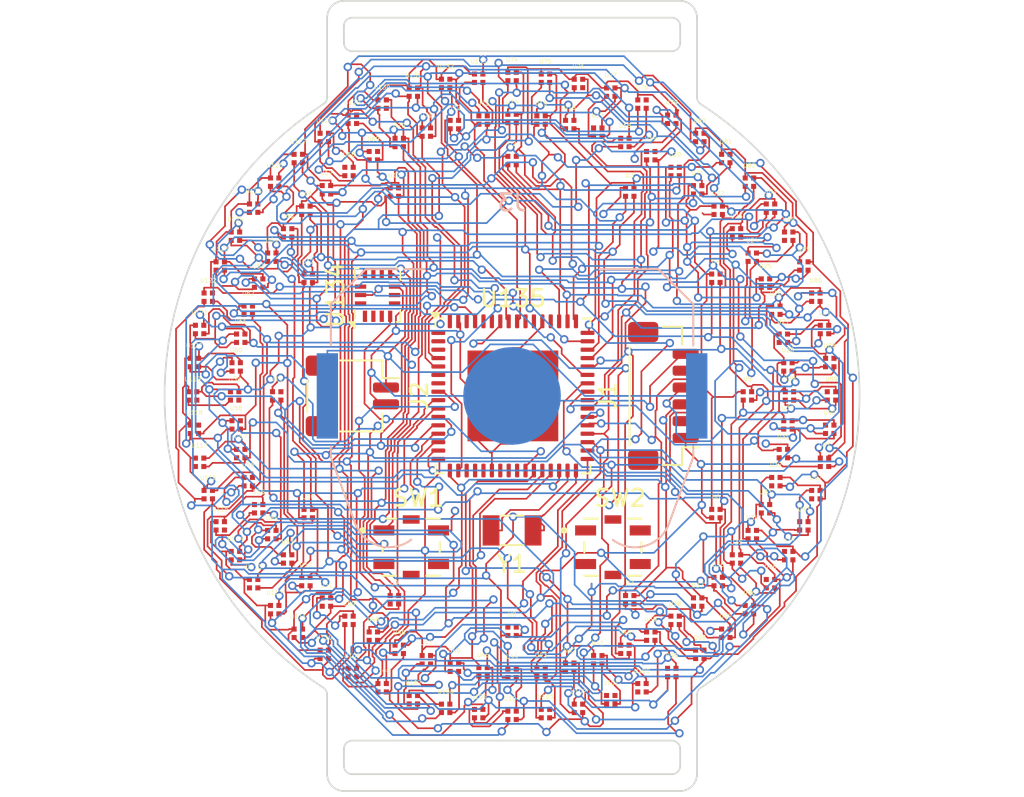
<source format=kicad_pcb>
(kicad_pcb (version 20241229) (generator "pcbnew") (generator_version "9.0")
  (layers (0 "F.Cu" signal) (2 "B.Cu" signal) (13 "F.Paste" user) (15 "B.Paste" user) (5 "F.SilkS" user "F.Silkscreen") (7 "B.SilkS" user "B.Silkscreen") (1 "F.Mask" user) (3 "B.Mask" user) (25 "Edge.Cuts" user))
  (net 0 "")
  (net 1 "/Minute3")
  (net 2 "/B4")
  (net 3 "/R1")
  (net 4 "Net-(J1-GND)")
  (net 5 "/Minute4")
  (net 6 "/Minute5")
  (net 7 "/R4")
  (net 8 "/B6")
  (net 9 "/Minute2")
  (net 10 "Net-(J1-VCC)")
  (net 11 "/B2")
  (net 12 "/Second4")
  (net 13 "/G5")
  (net 14 "/G1")
  (net 15 "/R6")
  (net 16 "/B5")
  (net 17 "Net-(J1-~{RST})")
  (net 18 "/Second7")
  (net 19 "/Minute6")
  (net 20 "/Second3")
  (net 21 "/Second2")
  (net 22 "/G2")
  (net 23 "/Minute10")
  (net 24 "/G6")
  (net 25 "/G3")
  (net 26 "/Hour2")
  (net 27 "/Second6")
  (net 28 "/B3")
  (net 29 "/R3")
  (net 30 "/Minute9")
  (net 31 "/Minute8")
  (net 32 "/G4")
  (net 33 "/R2")
  (net 34 "/Second10")
  (net 35 "/Minute7")
  (net 36 "/Minute1")
  (net 37 "/Second1")
  (net 38 "/Second8")
  (net 39 "/B1")
  (net 40 "/Second5")
  (net 41 "/Hour1")
  (net 42 "/Second9")
  (net 43 "/R5")
  (net 44 "Net-(U135-PF0)")
  (net 45 "Net-(U135-PF1)")
  (net 46 "Net-(U135-PF3)")
  (net 47 "Net-(U135-PF2)")
  (net 48 "Net-(U134-INT1)")
  (net 49 "Net-(U134-SCx)")
  (net 50 "Net-(U134-SDx)")
  (net 54 "Net-(U135-PD7)")
  (net 57 "Net-(U135-PD6)")
  (footprint "B39D3RGB_F6C0001HOU1930:B39D3RGB-F6C0001HOU1930_HVK" (layer "F.Cu") (at 93.2888 84.9265)
    (property "Reference" "U70")
    (property "Value" "B39D3RGB-F6C0001HOU1930")
  )
  (footprint "B39D3RGB_F6C0001HOU1930:B39D3RGB-F6C0001HOU1930_HVK" (layer "F.Cu") (at 112.7135 114.1198)
    (property "Reference" "U97")
    (property "Value" "B39D3RGB-F6C0001HOU1930")
  )
  (footprint "B39D3RGB_F6C0001HOU1930:B39D3RGB-F6C0001HOU1930_HVK" (layer "F.Cu") (at 86.6512 109.6985)
    (property "Reference" "U53")
    (property "Value" "B39D3RGB-F6C0001HOU1930")
  )
  (footprint "B39D3RGB_F6C0001HOU1930:B39D3RGB-F6C0001HOU1930_HVK" (layer "F.Cu") (at 116.1394 96.5695)
    (property "Reference" "U27")
    (property "Value" "B39D3RGB-F6C0001HOU1930")
  )
  (footprint "B39D3RGB_F6C0001HOU1930:B39D3RGB-F6C0001HOU1930_HVK" (layer "F.Cu") (at 90.3015 86.6512)
    (property "Reference" "U68")
    (property "Value" "B39D3RGB-F6C0001HOU1930")
  )
  (footprint "B39D3RGB_F6C0001HOU1930:B39D3RGB-F6C0001HOU1930_HVK" (layer "F.Cu") (at 94.1287 81.9299)
    (property "Reference" "U131")
    (property "Value" "B39D3RGB-F6C0001HOU1930")
  )
  (footprint "B39D3RGB_F6C0001HOU1930:B39D3RGB-F6C0001HOU1930_HVK" (layer "F.Cu") (at 81.1041 101.986)
    (property "Reference" "U118")
    (property "Value" "B39D3RGB-F6C0001HOU1930")
  )
  (footprint "B39D3RGB_F6C0001HOU1930:B39D3RGB-F6C0001HOU1930_HVK" (layer "F.Cu") (at 91.75 114.2894)
    (property "Reference" "U49")
    (property "Value" "B39D3RGB-F6C0001HOU1930")
  )
  (footprint "B39D3RGB_F6C0001HOU1930:B39D3RGB-F6C0001HOU1930_HVK" (layer "F.Cu") (at 93.2888 115.0735)
    (property "Reference" "U48")
    (property "Value" "B39D3RGB-F6C0001HOU1930")
  )
  (footprint "Crystal:Crystal_SMD_3215-2Pin_3.2x1.5mm" (layer "F.Cu") (at 100 108 180)
    (property "Reference" "Y1")
    (property "Value" "Crystal")
  )
  (footprint "B39D3RGB_F6C0001HOU1930:B39D3RGB-F6C0001HOU1930_HVK" (layer "F.Cu") (at 118.0701 105.8713)
    (property "Reference" "U92")
    (property "Value" "B39D3RGB-F6C0001HOU1930")
  )
  (footprint "B39D3RGB_F6C0001HOU1930:B39D3RGB-F6C0001HOU1930_HVK" (layer "F.Cu") (at 85.7106 91.75)
    (property "Reference" "U64")
    (property "Value" "B39D3RGB-F6C0001HOU1930")
  )
  (footprint "B39D3RGB_F6C0001HOU1930:B39D3RGB-F6C0001HOU1930_HVK" (layer "F.Cu") (at 115.0735 93.2888)
    (property "Reference" "U25")
    (property "Value" "B39D3RGB-F6C0001HOU1930")
  )
  (footprint "B39D3RGB_F6C0001HOU1930:B39D3RGB-F6C0001HOU1930_HVK" (layer "F.Cu") (at 108.25 85.7106)
    (property "Reference" "U19")
    (property "Value" "B39D3RGB-F6C0001HOU1930")
  )
  (footprint "B39D3RGB_F6C0001HOU1930:B39D3RGB-F6C0001HOU1930_HVK" (layer "F.Cu") (at 105.8713 118.0701)
    (property "Reference" "U101")
    (property "Value" "B39D3RGB-F6C0001HOU1930")
  )
  (footprint "B39D3RGB_F6C0001HOU1930:B39D3RGB-F6C0001HOU1930_HVK" (layer "F.Cu") (at 112.2619 88.9593)
    (property "Reference" "U22")
    (property "Value" "B39D3RGB-F6C0001HOU1930")
  )
  (footprint "Connector_JST:JST_SH_SM02B-SRSS-TB_1x02-1MP_P1.00mm_Horizontal" (layer "F.Cu") (at 90.5 100 -90)
    (property "Reference" "J2")
    (property "Value" "Lipo")
  )
  (footprint "B39D3RGB_F6C0001HOU1930:B39D3RGB-F6C0001HOU1930_HVK" (layer "F.Cu") (at 100 86)
    (property "Reference" "U2")
    (property "Value" "B39D3RGB-F6C0001HOU1930")
  )
  (footprint "B39D3RGB_F6C0001HOU1930:B39D3RGB-F6C0001HOU1930_HVK" (layer "F.Cu") (at 100 119)
    (property "Reference" "U104")
    (property "Value" "B39D3RGB-F6C0001HOU1930")
  )
  (footprint "B39D3RGB_F6C0001HOU1930:B39D3RGB-F6C0001HOU1930_HVK" (layer "F.Cu") (at 114.1198 112.7135)
    (property "Reference" "U96")
    (property "Value" "B39D3RGB-F6C0001HOU1930")
  )
  (footprint "B39D3RGB_F6C0001HOU1930:B39D3RGB-F6C0001HOU1930_HVK" (layer "F.Cu") (at 103.4305 116.1394)
    (property "Reference" "U42")
    (property "Value" "B39D3RGB-F6C0001HOU1930")
  )
  (footprint "B39D3RGB_F6C0001HOU1930:B39D3RGB-F6C0001HOU1930_HVK" (layer "F.Cu") (at 83.5 100)
    (property "Reference" "U59")
    (property "Value" "B39D3RGB-F6C0001HOU1930")
  )
  (footprint "B39D3RGB_F6C0001HOU1930:B39D3RGB-F6C0001HOU1930_HVK" (layer "F.Cu") (at 96.5695 116.1394)
    (property "Reference" "U46")
    (property "Value" "B39D3RGB-F6C0001HOU1930")
  )
  (footprint "B39D3RGB_F6C0001HOU1930:B39D3RGB-F6C0001HOU1930_HVK" (layer "F.Cu") (at 112.7135 85.8802)
    (property "Reference" "U81")
    (property "Value" "B39D3RGB-F6C0001HOU1930")
  )
  (footprint "B39D3RGB_F6C0001HOU1930:B39D3RGB-F6C0001HOU1930_HVK" (layer "F.Cu") (at 118.5848 96.0497)
    (property "Reference" "U87")
    (property "Value" "B39D3RGB-F6C0001HOU1930")
  )
  (footprint "B39D3RGB_F6C0001HOU1930:B39D3RGB-F6C0001HOU1930_HVK" (layer "F.Cu") (at 84.9265 106.7112)
    (property "Reference" "U55")
    (property "Value" "B39D3RGB-F6C0001HOU1930")
  )
  (footprint "B39D3RGB_F6C0001HOU1930:B39D3RGB-F6C0001HOU1930_HVK" (layer "F.Cu") (at 96.5695 83.8606)
    (property "Reference" "U72")
    (property "Value" "B39D3RGB-F6C0001HOU1930")
  )
  (footprint "B39D3RGB_F6C0001HOU1930:B39D3RGB-F6C0001HOU1930_HVK" (layer "F.Cu") (at 83.5904 101.7247)
    (property "Reference" "U58")
    (property "Value" "B39D3RGB-F6C0001HOU1930")
  )
  (footprint "B39D3RGB_F6C0001HOU1930:B39D3RGB-F6C0001HOU1930_HVK" (layer "F.Cu") (at 107 87.8756)
    (property "Reference" "U3")
    (property "Value" "B39D3RGB-F6C0001HOU1930")
  )
  (footprint "B39D3RGB_F6C0001HOU1930:B39D3RGB-F6C0001HOU1930_HVK" (layer "F.Cu") (at 105.0988 115.6924)
    (property "Reference" "U41")
    (property "Value" "B39D3RGB-F6C0001HOU1930")
  )
  (footprint "B39D3RGB_F6C0001HOU1930:B39D3RGB-F6C0001HOU1930_HVK" (layer "F.Cu") (at 81.1041 98.014)
    (property "Reference" "U120")
    (property "Value" "B39D3RGB-F6C0001HOU1930")
  )
  (footprint "B39D3RGB_F6C0001HOU1930:B39D3RGB-F6C0001HOU1930_HVK" (layer "F.Cu") (at 92.272 117.3574)
    (property "Reference" "U108")
    (property "Value" "B39D3RGB-F6C0001HOU1930")
  )
  (footprint "B39D3RGB_F6C0001HOU1930:B39D3RGB-F6C0001HOU1930_HVK" (layer "F.Cu") (at 118.8959 101.986)
    (property "Reference" "U90")
    (property "Value" "B39D3RGB-F6C0001HOU1930")
  )
  (footprint "B39D3RGB_F6C0001HOU1930:B39D3RGB-F6C0001HOU1930_HVK" (layer "F.Cu") (at 105.8713 81.9299)
    (property "Reference" "U77")
    (property "Value" "B39D3RGB-F6C0001HOU1930")
  )
  (footprint "B39D3RGB_F6C0001HOU1930:B39D3RGB-F6C0001HOU1930_HVK" (layer "F.Cu") (at 98.2753 83.5904)
    (property "Reference" "U73")
    (property "Value" "B39D3RGB-F6C0001HOU1930")
  )
  (footprint "B39D3RGB_F6C0001HOU1930:B39D3RGB-F6C0001HOU1930_HVK" (layer "F.Cu") (at 92.272 82.6426)
    (property "Reference" "U130")
    (property "Value" "B39D3RGB-F6C0001HOU1930")
  )
  (footprint "B39D3RGB_F6C0001HOU1930:B39D3RGB-F6C0001HOU1930_HVK" (layer "F.Cu") (at 115.3713 88.8321)
    (property "Reference" "U83")
    (property "Value" "B39D3RGB-F6C0001HOU1930")
  )
  (footprint "B39D3RGB_F6C0001HOU1930:B39D3RGB-F6C0001HOU1930_HVK" (layer "F.Cu") (at 119 100)
    (property "Reference" "U89")
    (property "Value" "B39D3RGB-F6C0001HOU1930")
  )
  (footprint "B39D3RGB_F6C0001HOU1930:B39D3RGB-F6C0001HOU1930_HVK" (layer "F.Cu") (at 111.0407 112.2619)
    (property "Reference" "U37")
    (property "Value" "B39D3RGB-F6C0001HOU1930")
  )
  (footprint "B39D3RGB_F6C0001HOU1930:B39D3RGB-F6C0001HOU1930_HVK" (layer "F.Cu") (at 113.3488 109.6985)
    (property "Reference" "U35")
    (property "Value" "B39D3RGB-F6C0001HOU1930")
  )
  (footprint "B39D3RGB_F6C0001HOU1930:B39D3RGB-F6C0001HOU1930_HVK" (layer "F.Cu") (at 81.4152 103.9503)
    (property "Reference" "U117")
    (property "Value" "B39D3RGB-F6C0001HOU1930")
  )
  (footprint "B39D3RGB_F6C0001HOU1930:B39D3RGB-F6C0001HOU1930_HVK" (layer "F.Cu") (at 93 112.1244)
    (property "Reference" "U9")
    (property "Value" "B39D3RGB-F6C0001HOU1930")
  )
  (footprint "B39D3RGB_F6C0001HOU1930:B39D3RGB-F6C0001HOU1930_HVK" (layer "F.Cu") (at 87.2865 85.8802)
    (property "Reference" "U127")
    (property "Value" "B39D3RGB-F6C0001HOU1930")
  )
  (footprint "B39D3RGB_F6C0001HOU1930:B39D3RGB-F6C0001HOU1930_HVK" (layer "F.Cu") (at 101.7247 83.5904)
    (property "Reference" "U15")
    (property "Value" "B39D3RGB-F6C0001HOU1930")
  )
  (footprint "B39D3RGB_F6C0001HOU1930:B39D3RGB-F6C0001HOU1930_HVK" (layer "F.Cu") (at 106.7112 84.9265)
    (property "Reference" "U18")
    (property "Value" "B39D3RGB-F6C0001HOU1930")
  )
  (footprint "B39D3RGB_F6C0001HOU1930:B39D3RGB-F6C0001HOU1930_HVK" (layer "F.Cu") (at 114.2894 91.75)
    (property "Reference" "U24")
    (property "Value" "B39D3RGB-F6C0001HOU1930")
  )
  (footprint "B39D3RGB_F6C0001HOU1930:B39D3RGB-F6C0001HOU1930_HVK" (layer "F.Cu") (at 111.0407 87.7381)
    (property "Reference" "U21")
    (property "Value" "B39D3RGB-F6C0001HOU1930")
  )
  (footprint "kicad-footprints:SW_TS21-34-035-BK-260-SMT-TR" (layer "F.Cu") (at 106 109)
    (property "Reference" "SW2")
    (property "Value" "SW_DPST")
  )
  (footprint "B39D3RGB_F6C0001HOU1930:B39D3RGB-F6C0001HOU1930_HVK" (layer "F.Cu") (at 98.014 81.1041)
    (property "Reference" "U133")
    (property "Value" "B39D3RGB-F6C0001HOU1930")
  )
  (footprint "B39D3RGB_F6C0001HOU1930:B39D3RGB-F6C0001HOU1930_HVK" (layer "F.Cu") (at 100 116.5)
    (property "Reference" "U44")
    (property "Value" "B39D3RGB-F6C0001HOU1930")
  )
  (footprint "B39D3RGB_F6C0001HOU1930:B39D3RGB-F6C0001HOU1930_HVK" (layer "F.Cu") (at 84.6287 88.8321)
    (property "Reference" "U125")
    (property "Value" "B39D3RGB-F6C0001HOU1930")
  )
  (footprint "B39D3RGB_F6C0001HOU1930:B39D3RGB-F6C0001HOU1930_HVK" (layer "F.Cu") (at 108.25 114.2894)
    (property "Reference" "U39")
    (property "Value" "B39D3RGB-F6C0001HOU1930")
  )
  (footprint "B39D3RGB_F6C0001HOU1930:B39D3RGB-F6C0001HOU1930_HVK" (layer "F.Cu") (at 112.1244 93)
    (property "Reference" "U4")
    (property "Value" "B39D3RGB-F6C0001HOU1930")
  )
  (footprint "B39D3RGB_F6C0001HOU1930:B39D3RGB-F6C0001HOU1930_HVK" (layer "F.Cu") (at 114.2894 108.25)
    (property "Reference" "U34")
    (property "Value" "B39D3RGB-F6C0001HOU1930")
  )
  (footprint "B39D3RGB_F6C0001HOU1930:B39D3RGB-F6C0001HOU1930_HVK" (layer "F.Cu") (at 111.1679 84.6287)
    (property "Reference" "U80")
    (property "Value" "B39D3RGB-F6C0001HOU1930")
  )
  (footprint "B39D3RGB_F6C0001HOU1930:B39D3RGB-F6C0001HOU1930_HVK" (layer "F.Cu") (at 83.5455 109.5)
    (property "Reference" "U114")
    (property "Value" "B39D3RGB-F6C0001HOU1930")
  )
  (footprint "B39D3RGB_F6C0001HOU1930:B39D3RGB-F6C0001HOU1930_HVK" (layer "F.Cu") (at 83.8606 96.5695)
    (property "Reference" "U61")
    (property "Value" "B39D3RGB-F6C0001HOU1930")
  )
  (footprint "B39D3RGB_F6C0001HOU1930:B39D3RGB-F6C0001HOU1930_HVK" (layer "F.Cu") (at 90.5 116.4545)
    (property "Reference" "U109")
    (property "Value" "B39D3RGB-F6C0001HOU1930")
  )
  (footprint "B39D3RGB_F6C0001HOU1930:B39D3RGB-F6C0001HOU1930_HVK" (layer "F.Cu") (at 94.1287 118.0701)
    (property "Reference" "U107")
    (property "Value" "B39D3RGB-F6C0001HOU1930")
  )
  (footprint "B39D3RGB_F6C0001HOU1930:B39D3RGB-F6C0001HOU1930_HVK" (layer "F.Cu") (at 81.4152 96.0497)
    (property "Reference" "U121")
    (property "Value" "B39D3RGB-F6C0001HOU1930")
  )
  (footprint "B39D3RGB_F6C0001HOU1930:B39D3RGB-F6C0001HOU1930_HVK" (layer "F.Cu") (at 101.7247 116.4096)
    (property "Reference" "U43")
    (property "Value" "B39D3RGB-F6C0001HOU1930")
  )
  (footprint "B39D3RGB_F6C0001HOU1930:B39D3RGB-F6C0001HOU1930_HVK" (layer "F.Cu") (at 86.6512 90.3015)
    (property "Reference" "U65")
    (property "Value" "B39D3RGB-F6C0001HOU1930")
  )
  (footprint "B39D3RGB_F6C0001HOU1930:B39D3RGB-F6C0001HOU1930_HVK" (layer "F.Cu") (at 107 112.1244)
    (property "Reference" "U7")
    (property "Value" "B39D3RGB-F6C0001HOU1930")
  )
  (footprint "B39D3RGB_F6C0001HOU1930:B39D3RGB-F6C0001HOU1930_HVK" (layer "F.Cu") (at 91.75 85.7106)
    (property "Reference" "U69")
    (property "Value" "B39D3RGB-F6C0001HOU1930")
  )
  (footprint "B39D3RGB_F6C0001HOU1930:B39D3RGB-F6C0001HOU1930_HVK" (layer "F.Cu") (at 98.014 118.8959)
    (property "Reference" "U105")
    (property "Value" "B39D3RGB-F6C0001HOU1930")
  )
  (footprint "B39D3RGB_F6C0001HOU1930:B39D3RGB-F6C0001HOU1930_HVK" (layer "F.Cu") (at 90.5 83.5455)
    (property "Reference" "U129")
    (property "Value" "B39D3RGB-F6C0001HOU1930")
  )
  (footprint "B39D3RGB_F6C0001HOU1930:B39D3RGB-F6C0001HOU1930_HVK" (layer "F.Cu") (at 115.3713 111.1679)
    (property "Reference" "U95")
    (property "Value" "B39D3RGB-F6C0001HOU1930")
  )
  (footprint "B39D3RGB_F6C0001HOU1930:B39D3RGB-F6C0001HOU1930_HVK" (layer "F.Cu") (at 115.6924 105.0988)
    (property "Reference" "U32")
    (property "Value" "B39D3RGB-F6C0001HOU1930")
  )
  (footprint "B39D3RGB_F6C0001HOU1930:B39D3RGB-F6C0001HOU1930_HVK" (layer "F.Cu") (at 85.7106 108.25)
    (property "Reference" "U54")
    (property "Value" "B39D3RGB-F6C0001HOU1930")
  )
  (footprint "B39D3RGB_F6C0001HOU1930:B39D3RGB-F6C0001HOU1930_HVK" (layer "F.Cu") (at 88.8321 84.6287)
    (property "Reference" "U128")
    (property "Value" "B39D3RGB-F6C0001HOU1930")
  )
  (footprint "B39D3RGB_F6C0001HOU1930:B39D3RGB-F6C0001HOU1930_HVK" (layer "F.Cu") (at 116.4096 101.7247)
    (property "Reference" "U30")
    (property "Value" "B39D3RGB-F6C0001HOU1930")
  )
  (footprint "B39D3RGB_F6C0001HOU1930:B39D3RGB-F6C0001HOU1930_HVK" (layer "F.Cu") (at 85.8802 87.2865)
    (property "Reference" "U126")
    (property "Value" "B39D3RGB-F6C0001HOU1930")
  )
  (footprint "B39D3RGB_F6C0001HOU1930:B39D3RGB-F6C0001HOU1930_HVK" (layer "F.Cu") (at 116.1394 103.4305)
    (property "Reference" "U31")
    (property "Value" "B39D3RGB-F6C0001HOU1930")
  )
  (footprint "B39D3RGB_F6C0001HOU1930:B39D3RGB-F6C0001HOU1930_HVK" (layer "F.Cu") (at 90.3015 113.3488)
    (property "Reference" "U50")
    (property "Value" "B39D3RGB-F6C0001HOU1930")
  )
  (footprint "B39D3RGB_F6C0001HOU1930:B39D3RGB-F6C0001HOU1930_HVK" (layer "F.Cu") (at 84.3076 94.9012)
    (property "Reference" "U62")
    (property "Value" "B39D3RGB-F6C0001HOU1930")
  )
  (footprint "B39D3RGB_F6C0001HOU1930:B39D3RGB-F6C0001HOU1930_HVK" (layer "F.Cu") (at 96.0497 118.5848)
    (property "Reference" "U106")
    (property "Value" "B39D3RGB-F6C0001HOU1930")
  )
  (footprint "B39D3RGB_F6C0001HOU1930:B39D3RGB-F6C0001HOU1930_HVK" (layer "F.Cu") (at 109.6985 86.6512)
    (property "Reference" "U20")
    (property "Value" "B39D3RGB-F6C0001HOU1930")
  )
  (footprint "B39D3RGB_F6C0001HOU1930:B39D3RGB-F6C0001HOU1930_HVK" (layer "F.Cu") (at 83.5455 90.5)
    (property "Reference" "U124")
    (property "Value" "B39D3RGB-F6C0001HOU1930")
  )
  (footprint "B39D3RGB_F6C0001HOU1930:B39D3RGB-F6C0001HOU1930_HVK" (layer "F.Cu") (at 117.3574 107.728)
    (property "Reference" "U93")
    (property "Value" "B39D3RGB-F6C0001HOU1930")
  )
  (footprint "B39D3RGB_F6C0001HOU1930:B39D3RGB-F6C0001HOU1930_HVK" (layer "F.Cu") (at 101.986 118.8959)
    (property "Reference" "U103")
    (property "Value" "B39D3RGB-F6C0001HOU1930")
  )
  (footprint "B39D3RGB_F6C0001HOU1930:B39D3RGB-F6C0001HOU1930_HVK" (layer "F.Cu") (at 118.0701 94.1287)
    (property "Reference" "U86")
    (property "Value" "B39D3RGB-F6C0001HOU1930")
  )
  (footprint "B39D3RGB_F6C0001HOU1930:B39D3RGB-F6C0001HOU1930_HVK" (layer "F.Cu") (at 85.8802 112.7135)
    (property "Reference" "U112")
    (property "Value" "B39D3RGB-F6C0001HOU1930")
  )
  (footprint "kicad-footprints:SW_TS21-34-035-BK-260-SMT-TR" (layer "F.Cu") (at 94 109)
    (property "Reference" "SW1")
    (property "Value" "SW_DPST")
  )
  (footprint "B39D3RGB_F6C0001HOU1930:B39D3RGB-F6C0001HOU1930_HVK" (layer "F.Cu") (at 84.9265 93.2888)
    (property "Reference" "U63")
    (property "Value" "B39D3RGB-F6C0001HOU1930")
  )
  (footprint "B39D3RGB_F6C0001HOU1930:B39D3RGB-F6C0001HOU1930_HVK" (layer "F.Cu") (at 116.4545 90.5)
    (property "Reference" "U84")
    (property "Value" "B39D3RGB-F6C0001HOU1930")
  )
  (footprint "B39D3RGB_F6C0001HOU1930:B39D3RGB-F6C0001HOU1930_HVK" (layer "F.Cu") (at 117.3574 92.272)
    (property "Reference" "U85")
    (property "Value" "B39D3RGB-F6C0001HOU1930")
  )
  (footprint "B39D3RGB_F6C0001HOU1930:B39D3RGB-F6C0001HOU1930_HVK" (layer "F.Cu") (at 114.1198 87.2865)
    (property "Reference" "U82")
    (property "Value" "B39D3RGB-F6C0001HOU1930")
  )
  (footprint "B39D3RGB_F6C0001HOU1930:B39D3RGB-F6C0001HOU1930_HVK" (layer "F.Cu") (at 87.7381 88.9593)
    (property "Reference" "U66")
    (property "Value" "B39D3RGB-F6C0001HOU1930")
  )
  (footprint "B39D3RGB_F6C0001HOU1930:B39D3RGB-F6C0001HOU1930_HVK" (layer "F.Cu") (at 83.5904 98.2753)
    (property "Reference" "U60")
    (property "Value" "B39D3RGB-F6C0001HOU1930")
  )
  (footprint "B39D3RGB_F6C0001HOU1930:B39D3RGB-F6C0001HOU1930_HVK" (layer "F.Cu") (at 100 83.5)
    (property "Reference" "U14")
    (property "Value" "B39D3RGB-F6C0001HOU1930")
  )
  (footprint "B39D3RGB_F6C0001HOU1930:B39D3RGB-F6C0001HOU1930_HVK" (layer "F.Cu") (at 109.6985 113.3488)
    (property "Reference" "U38")
    (property "Value" "B39D3RGB-F6C0001HOU1930")
  )
  (footprint "B39D3RGB_F6C0001HOU1930:B39D3RGB-F6C0001HOU1930_HVK" (layer "F.Cu") (at 103.9503 81.4152)
    (property "Reference" "U76")
    (property "Value" "B39D3RGB-F6C0001HOU1930")
  )
  (footprint "B39D3RGB_F6C0001HOU1930:B39D3RGB-F6C0001HOU1930_HVK" (layer "F.Cu") (at 96.0497 81.4152)
    (property "Reference" "U132")
    (property "Value" "B39D3RGB-F6C0001HOU1930")
  )
  (footprint "B39D3RGB_F6C0001HOU1930:B39D3RGB-F6C0001HOU1930_HVK" (layer "F.Cu") (at 81 100)
    (property "Reference" "U119")
    (property "Value" "B39D3RGB-F6C0001HOU1930")
  )
  (footprint "B39D3RGB_F6C0001HOU1930:B39D3RGB-F6C0001HOU1930_HVK" (layer "F.Cu") (at 111.1679 115.3713)
    (property "Reference" "U98")
    (property "Value" "B39D3RGB-F6C0001HOU1930")
  )
  (footprint "B39D3RGB_F6C0001HOU1930:B39D3RGB-F6C0001HOU1930_HVK" (layer "F.Cu") (at 113.3488 90.3015)
    (property "Reference" "U23")
    (property "Value" "B39D3RGB-F6C0001HOU1930")
  )
  (footprint "B39D3RGB_F6C0001HOU1930:B39D3RGB-F6C0001HOU1930_HVK" (layer "F.Cu") (at 101.986 81.1041)
    (property "Reference" "U75")
    (property "Value" "B39D3RGB-F6C0001HOU1930")
  )
  (footprint "B39D3RGB_F6C0001HOU1930:B39D3RGB-F6C0001HOU1930_HVK" (layer "F.Cu") (at 87.8756 107)
    (property "Reference" "U10")
    (property "Value" "B39D3RGB-F6C0001HOU1930")
  )
  (footprint "B39D3RGB_F6C0001HOU1930:B39D3RGB-F6C0001HOU1930_HVK" (layer "F.Cu") (at 86 100)
    (property "Reference" "U11")
    (property "Value" "B39D3RGB-F6C0001HOU1930")
  )
  (footprint "B39D3RGB_F6C0001HOU1930:B39D3RGB-F6C0001HOU1930_HVK" (layer "F.Cu") (at 116.4545 109.5)
    (property "Reference" "U94")
    (property "Value" "B39D3RGB-F6C0001HOU1930")
  )
  (footprint "B39D3RGB_F6C0001HOU1930:B39D3RGB-F6C0001HOU1930_HVK" (layer "F.Cu") (at 82.6426 107.728)
    (property "Reference" "U115")
    (property "Value" "B39D3RGB-F6C0001HOU1930")
  )
  (footprint "B39D3RGB_F6C0001HOU1930:B39D3RGB-F6C0001HOU1930_HVK" (layer "F.Cu") (at 87.2865 114.1198)
    (property "Reference" "U111")
    (property "Value" "B39D3RGB-F6C0001HOU1930")
  )
  (footprint "B39D3RGB_F6C0001HOU1930:B39D3RGB-F6C0001HOU1930_HVK" (layer "F.Cu") (at 88.9593 112.2619)
    (property "Reference" "U51")
    (property "Value" "B39D3RGB-F6C0001HOU1930")
  )
  (footprint "B39D3RGB_F6C0001HOU1930:B39D3RGB-F6C0001HOU1930_HVK" (layer "F.Cu") (at 100 81)
    (property "Reference" "U74")
    (property "Value" "B39D3RGB-F6C0001HOU1930")
  )
  (footprint "B39D3RGB_F6C0001HOU1930:B39D3RGB-F6C0001HOU1930_HVK" (layer "F.Cu") (at 93 87.8756)
    (property "Reference" "U13")
    (property "Value" "B39D3RGB-F6C0001HOU1930")
  )
  (footprint "B39D3RGB_F6C0001HOU1930:B39D3RGB-F6C0001HOU1930_HVK" (layer "F.Cu") (at 112.2619 111.0407)
    (property "Reference" "U36")
    (property "Value" "B39D3RGB-F6C0001HOU1930")
  )
  (footprint "B39D3RGB_F6C0001HOU1930:B39D3RGB-F6C0001HOU1930_HVK" (layer "F.Cu") (at 100 114)
    (property "Reference" "U8")
    (property "Value" "B39D3RGB-F6C0001HOU1930")
  )
  (footprint "B39D3RGB_F6C0001HOU1930:B39D3RGB-F6C0001HOU1930_HVK" (layer "F.Cu") (at 103.4305 83.8606)
    (property "Reference" "U16")
    (property "Value" "B39D3RGB-F6C0001HOU1930")
  )
  (footprint "B39D3RGB_F6C0001HOU1930:B39D3RGB-F6C0001HOU1930_HVK" (layer "F.Cu") (at 114 100)
    (property "Reference" "U5")
    (property "Value" "B39D3RGB-F6C0001HOU1930")
  )
  (footprint "B39D3RGB_F6C0001HOU1930:B39D3RGB-F6C0001HOU1930_HVK" (layer "F.Cu") (at 109.5 83.5455)
    (property "Reference" "U79")
    (property "Value" "B39D3RGB-F6C0001HOU1930")
  )
  (footprint "B39D3RGB_F6C0001HOU1930:B39D3RGB-F6C0001HOU1930_HVK" (layer "F.Cu") (at 116.5 100)
    (property "Reference" "U29")
    (property "Value" "B39D3RGB-F6C0001HOU1930")
  )
  (footprint "B39D3RGB_F6C0001HOU1930:B39D3RGB-F6C0001HOU1930_HVK" (layer "F.Cu") (at 103.9503 118.5848)
    (property "Reference" "U102")
    (property "Value" "B39D3RGB-F6C0001HOU1930")
  )
  (footprint "B39D3RGB_F6C0001HOU1930:B39D3RGB-F6C0001HOU1930_HVK" (layer "F.Cu") (at 84.3076 105.0988)
    (property "Reference" "U56")
    (property "Value" "B39D3RGB-F6C0001HOU1930")
  )
  (footprint "B39D3RGB_F6C0001HOU1930:B39D3RGB-F6C0001HOU1930_HVK" (layer "F.Cu") (at 87.8756 93)
    (property "Reference" "U12")
    (property "Value" "B39D3RGB-F6C0001HOU1930")
  )
  (footprint "B39D3RGB_F6C0001HOU1930:B39D3RGB-F6C0001HOU1930_HVK" (layer "F.Cu") (at 115.0735 106.7112)
    (property "Reference" "U33")
    (property "Value" "B39D3RGB-F6C0001HOU1930")
  )
  (footprint "B39D3RGB_F6C0001HOU1930:B39D3RGB-F6C0001HOU1930_HVK" (layer "F.Cu") (at 83.8606 103.4305)
    (property "Reference" "U57")
    (property "Value" "B39D3RGB-F6C0001HOU1930")
  )
  (footprint "B39D3RGB_F6C0001HOU1930:B39D3RGB-F6C0001HOU1930_HVK" (layer "F.Cu") (at 105.0988 84.3076)
    (property "Reference" "U17")
    (property "Value" "B39D3RGB-F6C0001HOU1930")
  )
  (footprint "B39D3RGB_F6C0001HOU1930:B39D3RGB-F6C0001HOU1930_HVK" (layer "F.Cu") (at 88.9593 87.7381)
    (property "Reference" "U67")
    (property "Value" "B39D3RGB-F6C0001HOU1930")
  )
  (footprint "B39D3RGB_F6C0001HOU1930:B39D3RGB-F6C0001HOU1930_HVK" (layer "F.Cu") (at 94.9012 84.3076)
    (property "Reference" "U71")
    (property "Value" "B39D3RGB-F6C0001HOU1930")
  )
  (footprint "Connector_JST:JST_SH_BM06B-SRSS-TB_1x06-1MP_P1.00mm_Vertical" (layer "F.Cu") (at 109 100 90)
    (property "Reference" "J1")
    (property "Value" "AVR-ISP-6")
  )
  (footprint "B39D3RGB_F6C0001HOU1930:B39D3RGB-F6C0001HOU1930_HVK" (layer "F.Cu") (at 107.728 82.6426)
    (property "Reference" "U78")
    (property "Value" "B39D3RGB-F6C0001HOU1930")
  )
  (footprint "B39D3RGB_F6C0001HOU1930:B39D3RGB-F6C0001HOU1930_HVK" (layer "F.Cu") (at 118.8959 98.014)
    (property "Reference" "U88")
    (property "Value" "B39D3RGB-F6C0001HOU1930")
  )
  (footprint "B39D3RGB_F6C0001HOU1930:B39D3RGB-F6C0001HOU1930_HVK" (layer "F.Cu") (at 106.7112 115.0735)
    (property "Reference" "U40")
    (property "Value" "B39D3RGB-F6C0001HOU1930")
  )
  (footprint "Package_LGA:Bosch_LGA-14_3x2.5mm_P0.5mm" (layer "F.Cu") (at 92 94 90)
    (property "Reference" "U134")
    (property "Value" "BMI160")
  )
  (footprint "B39D3RGB_F6C0001HOU1930:B39D3RGB-F6C0001HOU1930_HVK" (layer "F.Cu") (at 84.6287 111.1679)
    (property "Reference" "U113")
    (property "Value" "B39D3RGB-F6C0001HOU1930")
  )
  (footprint "B39D3RGB_F6C0001HOU1930:B39D3RGB-F6C0001HOU1930_HVK" (layer "F.Cu") (at 115.6924 94.9012)
    (property "Reference" "U26")
    (property "Value" "B39D3RGB-F6C0001HOU1930")
  )
  (footprint "B39D3RGB_F6C0001HOU1930:B39D3RGB-F6C0001HOU1930_HVK" (layer "F.Cu") (at 94.9012 115.6924)
    (property "Reference" "U47")
    (property "Value" "B39D3RGB-F6C0001HOU1930")
  )
  (footprint "B39D3RGB_F6C0001HOU1930:B39D3RGB-F6C0001HOU1930_HVK" (layer "F.Cu") (at 118.5848 103.9503)
    (property "Reference" "U91")
    (property "Value" "B39D3RGB-F6C0001HOU1930")
  )
  (footprint "B39D3RGB_F6C0001HOU1930:B39D3RGB-F6C0001HOU1930_HVK" (layer "F.Cu") (at 87.7381 111.0407)
    (property "Reference" "U52")
    (property "Value" "B39D3RGB-F6C0001HOU1930")
  )
  (footprint "B39D3RGB_F6C0001HOU1930:B39D3RGB-F6C0001HOU1930_HVK" (layer "F.Cu") (at 81.9299 105.8713)
    (property "Reference" "U116")
    (property "Value" "B39D3RGB-F6C0001HOU1930")
  )
  (footprint "B39D3RGB_F6C0001HOU1930:B39D3RGB-F6C0001HOU1930_HVK" (layer "F.Cu") (at 81.9299 94.1287)
    (property "Reference" "U122")
    (property "Value" "B39D3RGB-F6C0001HOU1930")
  )
  (footprint "B39D3RGB_F6C0001HOU1930:B39D3RGB-F6C0001HOU1930_HVK" (layer "F.Cu") (at 88.8321 115.3713)
    (property "Reference" "U110")
    (property "Value" "B39D3RGB-F6C0001HOU1930")
  )
  (footprint "Package_DFN_QFN:QFN-64-1EP_9x9mm_P0.5mm_EP5.4x5.4mm" (layer "F.Cu") (at 100.05 100)
    (property "Reference" "U135")
    (property "Value" "ATmega165PA-M")
  )
  (footprint "B39D3RGB_F6C0001HOU1930:B39D3RGB-F6C0001HOU1930_HVK" (layer "F.Cu") (at 112.1244 107)
    (property "Reference" "U6")
    (property "Value" "B39D3RGB-F6C0001HOU1930")
  )
  (footprint "B39D3RGB_F6C0001HOU1930:B39D3RGB-F6C0001HOU1930_HVK" (layer "F.Cu") (at 109.5 116.4545)
    (property "Reference" "U99")
    (property "Value" "B39D3RGB-F6C0001HOU1930")
  )
  (footprint "B39D3RGB_F6C0001HOU1930:B39D3RGB-F6C0001HOU1930_HVK" (layer "F.Cu") (at 107.728 117.3574)
    (property "Reference" "U100")
    (property "Value" "B39D3RGB-F6C0001HOU1930")
  )
  (footprint "B39D3RGB_F6C0001HOU1930:B39D3RGB-F6C0001HOU1930_HVK" (layer "F.Cu") (at 82.6426 92.272)
    (property "Reference" "U123")
    (property "Value" "B39D3RGB-F6C0001HOU1930")
  )
  (footprint "B39D3RGB_F6C0001HOU1930:B39D3RGB-F6C0001HOU1930_HVK" (layer "F.Cu") (at 116.4096 98.2753)
    (property "Reference" "U28")
    (property "Value" "B39D3RGB-F6C0001HOU1930")
  )
  (footprint "B39D3RGB_F6C0001HOU1930:B39D3RGB-F6C0001HOU1930_HVK" (layer "F.Cu") (at 98.2753 116.4096)
    (property "Reference" "U45")
    (property "Value" "B39D3RGB-F6C0001HOU1930")
  )
  (footprint "Battery:BatteryHolder_Keystone_3034_1x20mm" (layer "B.Cu") (at 100 100 180)
    (property "Reference" "J3")
    (property "Value" "Coin Cell")
  )
  (gr_line (start 86.44163 84.39507) (end 85.786014 84.989813) (stroke (width 0.1)) (layer "Edge.Cuts"))
  (gr_arc (start 110.999869 77.494289) (mid 110.999968 77.500044) (end 111 77.505799) (stroke (width 0.1)) (layer "Edge.Cuts"))
  (gr_line (start 120.546723 97.72503) (end 120.430433 96.847091) (stroke (width 0.1)) (layer "Edge.Cuts"))
  (gr_arc (start 116.075837 112.996568) (mid 116.069029 113.005171) (end 116.062034 113.013622) (stroke (width 0.1)) (layer "Edge.Cuts"))
  (gr_arc (start 83.937985 113.013644) (mid 83.930951 113.005146) (end 83.924107 112.996495) (stroke (width 0.1)) (layer "Edge.Cuts"))
  (gr_line (start 117.631778 89.208166) (end 117.153518 88.4631) (stroke (width 0.1)) (layer "Edge.Cuts"))
  (gr_arc (start 89.010725 122.640879) (mid 89.004255 122.599231) (end 89.001308 122.557187) (stroke (width 0.1)) (layer "Edge.Cuts"))
  (gr_line (start 90.5 77.5) (end 109.5 77.5) (stroke (width 0.1)) (layer "Edge.Cuts"))
  (gr_line (start 83.369303 87.721435) (end 82.858702 88.444945) (stroke (width 0.1)) (layer "Edge.Cuts"))
  (gr_line (start 114.230082 114.994933) (end 114.858977 114.371983) (stroke (width 0.1)) (layer "Edge.Cuts"))
  (gr_line (start 110.513439 123.356724) (end 110.594985 123.302238) (stroke (width 0.1)) (layer "Edge.Cuts"))
  (gr_arc (start 120.667058 99.535286) (mid 120.66742 99.54629) (end 120.667542 99.557299) (stroke (width 0.1)) (layer "Edge.Cuts"))
  (gr_line (start 88.609294 82.749019) (end 87.879973 83.253412) (stroke (width 0.1)) (layer "Edge.Cuts"))
  (gr_line (start 116.062037 86.986382) (end 115.490007 86.310477) (stroke (width 0.1)) (layer "Edge.Cuts"))
  (gr_arc (start 79.332942 100.464712) (mid 79.33258 100.453708) (end 79.332458 100.442699) (stroke (width 0.1)) (layer "Edge.Cuts"))
  (gr_arc (start 85.785874 115.010058) (mid 85.777836 115.002605) (end 85.769964 114.994978) (stroke (width 0.1)) (layer "Edge.Cuts"))
  (gr_line (start 89.404904 123.302353) (end 89.486447 123.356838) (stroke (width 0.1)) (layer "Edge.Cuts"))
  (gr_line (start 89.859065 123.489252) (end 89.859063 123.489261) (stroke (width 0.1)) (layer "Edge.Cuts"))
  (gr_arc (start 120.546723 97.72503) (mid 120.548045 97.735924) (end 120.549126 97.746845) (stroke (width 0.1)) (layer "Edge.Cuts"))
  (gr_arc (start 120.549132 102.253085) (mid 120.548036 102.264136) (end 120.546698 102.27516) (stroke (width 0.1)) (layer "Edge.Cuts"))
  (gr_line (start 89.031004 77.257197) (end 89.010719 77.359179) (stroke (width 0.1)) (layer "Edge.Cuts"))
  (gr_line (start 110.903043 77.072898) (end 110.90305 77.072895) (stroke (width 0.1)) (layer "Edge.Cuts"))
  (gr_arc (start 89.000131 122.505706) (mid 89.000032 122.499953) (end 89 122.494199) (stroke (width 0.1)) (layer "Edge.Cuts"))
  (gr_line (start 110 121) (end 110 122) (stroke (width 0.1)) (layer "Edge.Cuts"))
  (gr_line (start 120.549132 102.253085) (end 120.626755 101.371209) (stroke (width 0.1)) (layer "Edge.Cuts"))
  (gr_line (start 109.5 79.5) (end 90.5 79.5) (stroke (width 0.1)) (layer "Edge.Cuts"))
  (gr_line (start 120.667058 99.535286) (end 120.628209 98.650843) (stroke (width 0.1)) (layer "Edge.Cuts"))
  (gr_arc (start 90 121) (mid 90.146447 120.646447) (end 90.5 120.5) (stroke (width 0.1)) (layer "Edge.Cuts"))
  (gr_arc (start 114.859094 85.628132) (mid 114.866847 85.635982) (end 114.874425 85.644) (stroke (width 0.1)) (layer "Edge.Cuts"))
  (gr_arc (start 110.336435 123.44043) (mid 110.291671 123.456517) (end 110.245584 123.468286) (stroke (width 0.1)) (layer "Edge.Cuts"))
  (gr_arc (start 82.35674 89.226949) (mid 82.362378 89.217494) (end 82.368222 89.208165) (stroke (width 0.1)) (layer "Edge.Cuts"))
  (gr_arc (start 81.901021 90.011494) (mid 81.906235 90.00181) (end 81.911661 89.992243) (stroke (width 0.1)) (layer "Edge.Cuts"))
  (gr_line (start 90.0058 123.5) (end 109.9939 123.5) (stroke (width 0.1)) (layer "Edge.Cuts"))
  (gr_arc (start 81.103791 108.383111) (mid 81.099256 108.373176) (end 81.094943 108.363142) (stroke (width 0.1)) (layer "Edge.Cuts"))
  (gr_arc (start 119.253874 107.5254) (mid 119.249983 107.535672) (end 119.245866 107.545855) (stroke (width 0.1)) (layer "Edge.Cuts"))
  (gr_line (start 110.968876 122.742646) (end 110.98919 122.640529) (stroke (width 0.1)) (layer "Edge.Cuts"))
  (gr_line (start 110.140544 123.48918) (end 110.245584 123.468286) (stroke (width 0.1)) (layer "Edge.Cuts"))
  (gr_line (start 117.141158 88.444746) (end 116.630684 87.721415) (stroke (width 0.1)) (layer "Edge.Cuts"))
  (gr_line (start 87.862133 83.266339) (end 87.156883 83.801314) (stroke (width 0.1)) (layer "Edge.Cuts"))
  (gr_arc (start 117.141158 88.444746) (mid 117.147439 88.453855) (end 117.153518 88.4631) (stroke (width 0.1)) (layer "Edge.Cuts"))
  (gr_line (start 89.059469 122.836605) (end 89.09696 122.927116) (stroke (width 0.1)) (layer "Edge.Cuts"))
  (gr_line (start 110.802237 123.094989) (end 110.856725 123.013444) (stroke (width 0.1)) (layer "Edge.Cuts"))
  (gr_line (start 120.667542 100.442799) (end 120.667542 99.557299) (stroke (width 0.1)) (layer "Edge.Cuts"))
  (gr_line (start 79.373244 101.3712) (end 79.450871 102.25312) (stroke (width 0.1)) (layer "Edge.Cuts"))
  (gr_arc (start 110.940581 77.163507) (mid 110.956675 77.208284) (end 110.968445 77.254387) (stroke (width 0.1)) (layer "Edge.Cuts"))
  (gr_line (start 79.731875 104.067732) (end 79.924665 104.931958) (stroke (width 0.1)) (layer "Edge.Cuts"))
  (gr_line (start 120.628204 101.34927) (end 120.667061 100.464632) (stroke (width 0.1)) (layer "Edge.Cuts"))
  (gr_line (start 110.670753 123.240057) (end 110.740053 123.170758) (stroke (width 0.1)) (layer "Edge.Cuts"))
  (gr_arc (start 110.427079 76.596934) (mid 110.4704 76.617356) (end 110.511571 76.641825) (stroke (width 0.1)) (layer "Edge.Cuts"))
  (gr_arc (start 80.746141 92.474561) (mid 80.750014 92.464341) (end 80.754108 92.454208) (stroke (width 0.1)) (layer "Edge.Cuts"))
  (gr_line (start 112.137836 83.266314) (end 112.137836 83.266315) (stroke (width 0.1)) (layer "Edge.Cuts"))
  (gr_arc (start 87.156705 116.198552) (mid 87.148056 116.191841) (end 87.139557 116.184941) (stroke (width 0.1)) (layer "Edge.Cuts"))
  (gr_line (start 89.85906 76.510737) (end 89.755114 76.531413) (stroke (width 0.1)) (layer "Edge.Cuts"))
  (gr_line (start 89.001261 77.445059) (end 89.000132 77.494267) (stroke (width 0.1)) (layer "Edge.Cuts"))
  (gr_line (start 83.924164 87.003431) (end 83.382393 87.703726) (stroke (width 0.1)) (layer "Edge.Cuts"))
  (gr_line (start 89.000131 122.505706) (end 89.001308 122.557187) (stroke (width 0.1)) (layer "Edge.Cuts"))
  (gr_line (start 110.902874 122.927111) (end 110.940411 122.836491) (stroke (width 0.1)) (layer "Edge.Cuts"))
  (gr_arc (start 118.905049 108.363163) (mid 118.900769 108.373123) (end 118.896269 108.382986) (stroke (width 0.1)) (layer "Edge.Cuts"))
  (gr_line (start 89.757273 123.469014) (end 89.859063 123.489261) (stroke (width 0.1)) (layer "Edge.Cuts"))
  (gr_line (start 111 122.493899) (end 111 117.774499) (stroke (width 0.1)) (layer "Edge.Cuts"))
  (gr_line (start 84.50999 86.310482) (end 83.937967 86.986377) (stroke (width 0.1)) (layer "Edge.Cuts"))
  (gr_arc (start 114.874484 114.355935) (mid 114.866819 114.364044) (end 114.858977 114.371983) (stroke (width 0.1)) (layer "Edge.Cuts"))
  (gr_arc (start 120.075383 104.931742) (mid 120.072834 104.94261) (end 120.070047 104.953419) (stroke (width 0.1)) (layer "Edge.Cuts"))
  (gr_line (start 111.390677 117.251001) (end 112.120022 116.746591) (stroke (width 0.1)) (layer "Edge.Cuts"))
  (gr_arc (start 118.510105 90.795692) (mid 118.515107 90.805493) (end 118.519893 90.815402) (stroke (width 0.1)) (layer "Edge.Cuts"))
  (gr_arc (start 110.006104 123.499851) (mid 110.000002 123.499963) (end 109.9939 123.5) (stroke (width 0.1)) (layer "Edge.Cuts"))
  (gr_line (start 118.510105 90.795692) (end 118.098993 90.011517) (stroke (width 0.1)) (layer "Edge.Cuts"))
  (gr_line (start 89.663465 76.559439) (end 89.572892 76.596956) (stroke (width 0.1)) (layer "Edge.Cuts"))
  (gr_arc (start 81.480113 90.815389) (mid 81.484902 90.805475) (end 81.489907 90.795668) (stroke (width 0.1)) (layer "Edge.Cuts"))
  (gr_line (start 110.940581 77.163507) (end 110.90305 77.072895) (stroke (width 0.1)) (layer "Edge.Cuts"))
  (gr_line (start 88.7684 82.647352) (end 88.625344 82.73837) (stroke (width 0.1)) (layer "Edge.Cuts"))
  (gr_arc (start 82.846572 88.462962) (mid 82.852538 88.453887) (end 82.858702 88.444945) (stroke (width 0.1)) (layer "Edge.Cuts"))
  (gr_arc (start 79.450882 97.746754) (mid 79.451956 97.73591) (end 79.453268 97.725092) (stroke (width 0.1)) (layer "Edge.Cuts"))
  (gr_line (start 119.839548 105.808246) (end 120.070047 104.953419) (stroke (width 0.1)) (layer "Edge.Cuts"))
  (gr_line (start 85.769799 85.005185) (end 85.140909 85.628129) (stroke (width 0.1)) (layer "Edge.Cuts"))
  (gr_arc (start 109.5 120.5) (mid 109.853553 120.646447) (end 110 121) (stroke (width 0.1)) (layer "Edge.Cuts"))
  (gr_arc (start 83.369303 87.721435) (mid 83.375751 87.712509) (end 83.382393 87.703726) (stroke (width 0.1)) (layer "Edge.Cuts"))
  (gr_line (start 81.489903 109.204323) (end 81.901033 109.988529) (stroke (width 0.1)) (layer "Edge.Cuts"))
  (gr_arc (start 87.879882 116.746525) (mid 87.87099 116.74023) (end 87.862237 116.733741) (stroke (width 0.1)) (layer "Edge.Cuts"))
  (gr_line (start 116.075837 112.996568) (end 116.617604 112.29628) (stroke (width 0.1)) (layer "Edge.Cuts"))
  (gr_arc (start 90.5 122.5) (mid 90.146447 122.353553) (end 90 122) (stroke (width 0.1)) (layer "Edge.Cuts"))
  (gr_arc (start 111.374643 82.738361) (mid 111.382755 82.743632) (end 111.390763 82.749059) (stroke (width 0.1)) (layer "Edge.Cuts"))
  (gr_arc (start 89.945223 123.498745) (mid 89.901938 123.495867) (end 89.859065 123.489252) (stroke (width 0.1)) (layer "Edge.Cuts"))
  (gr_arc (start 79.569564 96.847117) (mid 79.571111 96.836355) (end 79.572892 96.82563) (stroke (width 0.1)) (layer "Edge.Cuts"))
  (gr_arc (start 79.332458 99.557199) (mid 79.332578 99.54628) (end 79.332939 99.535366) (stroke (width 0.1)) (layer "Edge.Cuts"))
  (gr_arc (start 112.120095 83.25346) (mid 112.129036 83.25979) (end 112.137836 83.266314) (stroke (width 0.1)) (layer "Edge.Cuts"))
  (gr_arc (start 81.911586 110.007628) (mid 81.906205 109.998136) (end 81.901033 109.988529) (stroke (width 0.1)) (layer "Edge.Cuts"))
  (gr_arc (start 110.670753 123.240057) (mid 110.634397 123.273009) (end 110.594985 123.302238) (stroke (width 0.1)) (layer "Edge.Cuts"))
  (gr_arc (start 120.268123 95.932255) (mid 120.270386 95.942956) (end 120.272415 95.953703) (stroke (width 0.1)) (layer "Edge.Cuts"))
  (gr_line (start 80.434447 93.326734) (end 80.166584 94.170847) (stroke (width 0.1)) (layer "Edge.Cuts"))
  (gr_arc (start 117.631778 89.208166) (mid 117.637619 89.217491) (end 117.643256 89.226942) (stroke (width 0.1)) (layer "Edge.Cuts"))
  (gr_line (start 110.054779 76.501247) (end 110.005709 76.50013) (stroke (width 0.1)) (layer "Edge.Cuts"))
  (gr_arc (start 110.902874 122.927111) (mid 110.881921 122.971412) (end 110.856725 123.013444) (stroke (width 0.1)) (layer "Edge.Cuts"))
  (gr_arc (start 89.404904 123.302353) (mid 89.36552 123.273144) (end 89.329187 123.240218) (stroke (width 0.1)) (layer "Edge.Cuts"))
  (gr_line (start 87.156705 116.198552) (end 87.862237 116.733741) (stroke (width 0.1)) (layer "Edge.Cuts"))
  (gr_line (start 81.103791 108.383111) (end 81.480099 109.184581) (stroke (width 0.1)) (layer "Edge.Cuts"))
  (gr_line (start 81.901021 90.011494) (end 81.489907 90.795668) (stroke (width 0.1)) (layer "Edge.Cuts"))
  (gr_arc (start 118.09906 109.988356) (mid 118.093813 109.998103) (end 118.088355 110.007733) (stroke (width 0.1)) (layer "Edge.Cuts"))
  (gr_arc (start 110.140544 123.48918) (mid 110.098074 123.495745) (end 110.055198 123.498647) (stroke (width 0.1)) (layer "Edge.Cuts"))
  (gr_arc (start 120.628204 101.34927) (mid 120.6276 101.360247) (end 120.626755 101.371209) (stroke (width 0.1)) (layer "Edge.Cuts"))
  (gr_line (start 119.833353 94.17065) (end 119.565602 93.326885) (stroke (width 0.1)) (layer "Edge.Cuts"))
  (gr_arc (start 87.139401 83.815189) (mid 87.148066 83.808156) (end 87.156883 83.801314) (stroke (width 0.1)) (layer "Edge.Cuts"))
  (gr_arc (start 84.524458 113.705872) (mid 84.517137 113.697776) (end 84.509993 113.689522) (stroke (width 0.1)) (layer "Edge.Cuts"))
  (gr_arc (start 86.458151 115.619275) (mid 86.449858 115.612235) (end 86.441723 115.605015) (stroke (width 0.1)) (layer "Edge.Cuts"))
  (gr_arc (start 79.453293 102.275096) (mid 79.451963 102.264121) (end 79.450871 102.25312) (stroke (width 0.1)) (layer "Edge.Cuts"))
  (gr_line (start 112.86053 116.184869) (end 113.541711 115.61939) (stroke (width 0.1)) (layer "Edge.Cuts"))
  (gr_line (start 82.35674 89.226949) (end 81.911661 89.992243) (stroke (width 0.1)) (layer "Edge.Cuts"))
  (gr_line (start 85.125586 85.643988) (end 84.524503 86.294078) (stroke (width 0.1)) (layer "Edge.Cuts"))
  (gr_line (start 116.630683 87.721416) (end 116.630684 87.721415) (stroke (width 0.1)) (layer "Edge.Cuts"))
  (gr_line (start 112.137868 116.733661) (end 112.843289 116.198556) (stroke (width 0.1)) (layer "Edge.Cuts"))
  (gr_line (start 89.329132 76.759836) (end 89.259821 76.829148) (stroke (width 0.1)) (layer "Edge.Cuts"))
  (gr_arc (start 79.731875 104.067732) (mid 79.729616 104.057056) (end 79.727592 104.046334) (stroke (width 0.1)) (layer "Edge.Cuts"))
  (gr_line (start 114.874484 114.355935) (end 115.475551 113.705864) (stroke (width 0.1)) (layer "Edge.Cuts"))
  (gr_arc (start 119.839548 105.808246) (mid 119.836582 105.818779) (end 119.833387 105.829244) (stroke (width 0.1)) (layer "Edge.Cuts"))
  (gr_arc (start 119.565548 106.673284) (mid 119.562131 106.683653) (end 119.558488 106.693946) (stroke (width 0.1)) (layer "Edge.Cuts"))
  (gr_line (start 112.843323 83.80147) (end 112.137836 83.266315) (stroke (width 0.1)) (layer "Edge.Cuts"))
  (gr_arc (start 89.197615 76.904954) (mid 89.226858 76.865525) (end 89.259821 76.829148) (stroke (width 0.1)) (layer "Edge.Cuts"))
  (gr_arc (start 88.768399 117.352646) (mid 88.93829 117.533876) (end 89 117.774499) (stroke (width 0.1)) (layer "Edge.Cuts"))
  (gr_arc (start 83.924164 87.003431) (mid 83.930972 86.994828) (end 83.937967 86.986377) (stroke (width 0.1)) (layer "Edge.Cuts"))
  (gr_arc (start 80.441546 106.694035) (mid 80.437865 106.683637) (end 80.434414 106.673161) (stroke (width 0.1)) (layer "Edge.Cuts"))
  (gr_line (start 120.070072 95.046671) (end 119.83957 94.191837) (stroke (width 0.1)) (layer "Edge.Cuts"))
  (gr_arc (start 88.625357 117.261638) (mid 88.617245 117.256367) (end 88.609237 117.25094) (stroke (width 0.1)) (layer "Edge.Cuts"))
  (gr_arc (start 114.214124 84.989939) (mid 114.222207 84.997437) (end 114.230125 85.005109) (stroke (width 0.1)) (layer "Edge.Cuts"))
  (gr_line (start 117.153495 111.536936) (end 117.631845 110.791729) (stroke (width 0.1)) (layer "Edge.Cuts"))
  (gr_line (start 79.332942 100.464712) (end 79.371796 101.349257) (stroke (width 0.1)) (layer "Edge.Cuts"))
  (gr_line (start 79.569564 96.847117) (end 79.453268 97.725092) (stroke (width 0.1)) (layer "Edge.Cuts"))
  (gr_arc (start 114.230082 114.994933) (mid 114.222197 115.002577) (end 114.214143 115.010044) (stroke (width 0.1)) (layer "Edge.Cuts"))
  (gr_arc (start 119.833353 94.17065) (mid 119.836578 94.181209) (end 119.83957 94.191837) (stroke (width 0.1)) (layer "Edge.Cuts"))
  (gr_line (start 90 79) (end 90 78) (stroke (width 0.1)) (layer "Edge.Cuts"))
  (gr_line (start 90.5 120.5) (end 109.5 120.5) (stroke (width 0.1)) (layer "Edge.Cuts"))
  (gr_arc (start 79.373244 101.3712) (mid 79.3724 101.360236) (end 79.371796 101.349257) (stroke (width 0.1)) (layer "Edge.Cuts"))
  (gr_line (start 110.999869 77.494289) (end 110.998745 77.445166) (stroke (width 0.1)) (layer "Edge.Cuts"))
  (gr_arc (start 111 117.774499) (mid 111.061708 117.533874) (end 111.231603 117.352645) (stroke (width 0.1)) (layer "Edge.Cuts"))
  (gr_arc (start 89 82.225499) (mid 88.938292 82.466123) (end 88.768401 82.647353) (stroke (width 0.1)) (layer "Edge.Cuts"))
  (gr_line (start 120.272413 104.046307) (end 120.4271 103.174423) (stroke (width 0.1)) (layer "Edge.Cuts"))
  (gr_line (start 84.524458 113.705872) (end 85.125586 114.35601) (stroke (width 0.1)) (layer "Edge.Cuts"))
  (gr_line (start 115.489978 113.689558) (end 116.062034 113.013622) (stroke (width 0.1)) (layer "Edge.Cuts"))
  (gr_arc (start 82.858841 111.555253) (mid 82.852551 111.546128) (end 82.846461 111.536868) (stroke (width 0.1)) (layer "Edge.Cuts"))
  (gr_arc (start 120.427115 96.825664) (mid 120.428892 96.836359) (end 120.430433 96.847091) (stroke (width 0.1)) (layer "Edge.Cuts"))
  (gr_arc (start 115.475542 86.294127) (mid 115.482863 86.302223) (end 115.490007 86.310477) (stroke (width 0.1)) (layer "Edge.Cuts"))
  (gr_arc (start 85.125586 85.643988) (mid 85.133161 85.635975) (end 85.140909 85.628129) (stroke (width 0.1)) (layer "Edge.Cuts"))
  (gr_line (start 118.519878 109.18463) (end 118.896269 108.382986) (stroke (width 0.1)) (layer "Edge.Cuts"))
  (gr_line (start 89.945223 123.498745) (end 89.994236 123.499868) (stroke (width 0.1)) (layer "Edge.Cuts"))
  (gr_arc (start 80.754147 107.545885) (mid 80.750005 107.535634) (end 80.746088 107.525296) (stroke (width 0.1)) (layer "Edge.Cuts"))
  (gr_arc (start 120.667542 100.442799) (mid 120.667422 100.453718) (end 120.667061 100.464632) (stroke (width 0.1)) (layer "Edge.Cuts"))
  (gr_line (start 85.140904 114.371865) (end 85.769964 114.994978) (stroke (width 0.1)) (layer "Edge.Cuts"))
  (gr_arc (start 111.390677 117.251001) (mid 111.382743 117.256375) (end 111.374708 117.261597) (stroke (width 0.1)) (layer "Edge.Cuts"))
  (gr_line (start 90 122) (end 90 121) (stroke (width 0.1)) (layer "Edge.Cuts"))
  (gr_line (start 113.541848 84.380724) (end 112.860379 83.815006) (stroke (width 0.1)) (layer "Edge.Cuts"))
  (gr_line (start 110 78) (end 110 79) (stroke (width 0.1)) (layer "Edge.Cuts"))
  (gr_arc (start 84.50999 86.310482) (mid 84.517156 86.3022) (end 84.524503 86.294078) (stroke (width 0.1)) (layer "Edge.Cuts"))
  (gr_line (start 110.989269 77.35908) (end 110.968445 77.254387) (stroke (width 0.1)) (layer "Edge.Cuts"))
  (gr_arc (start 110 122) (mid 109.853553 122.353553) (end 109.5 122.5) (stroke (width 0.1)) (layer "Edge.Cuts"))
  (gr_arc (start 113.541848 84.380724) (mid 113.550134 84.38776) (end 113.558265 84.394975) (stroke (width 0.1)) (layer "Edge.Cuts"))
  (gr_line (start 89 117.774499) (end 89 122.494199) (stroke (width 0.1)) (layer "Edge.Cuts"))
  (gr_arc (start 112.86053 116.184869) (mid 112.851985 116.191807) (end 112.843289 116.198556) (stroke (width 0.1)) (layer "Edge.Cuts"))
  (gr_line (start 120.075383 104.931742) (end 120.268123 104.067743) (stroke (width 0.1)) (layer "Edge.Cuts"))
  (gr_arc (start 120.430454 103.152752) (mid 120.428895 103.163606) (end 120.4271 103.174423) (stroke (width 0.1)) (layer "Edge.Cuts"))
  (gr_line (start 110.595056 76.697608) (end 110.511571 76.641825) (stroke (width 0.1)) (layer "Edge.Cuts"))
  (gr_line (start 120.430454 103.152752) (end 120.546698 102.27516) (stroke (width 0.1)) (layer "Edge.Cuts"))
  (gr_arc (start 89.486442 76.643164) (mid 89.528531 76.617936) (end 89.572895 76.596964) (stroke (width 0.1)) (layer "Edge.Cuts"))
  (gr_arc (start 115.489978 113.689558) (mid 115.482854 113.69779) (end 115.475551 113.705864) (stroke (width 0.1)) (layer "Edge.Cuts"))
  (gr_line (start 118.896181 91.616828) (end 118.519893 90.815402) (stroke (width 0.1)) (layer "Edge.Cuts"))
  (gr_line (start 81.480113 90.815389) (end 81.103819 91.616828) (stroke (width 0.1)) (layer "Edge.Cuts"))
  (gr_arc (start 79.572914 103.174491) (mid 79.571114 103.163664) (end 79.569553 103.152799) (stroke (width 0.1)) (layer "Edge.Cuts"))
  (gr_line (start 81.911586 110.007628) (end 82.356755 110.773076) (stroke (width 0.1)) (layer "Edge.Cuts"))
  (gr_arc (start 111.231601 82.647353) (mid 111.061709 82.466123) (end 111 82.225499) (stroke (width 0.1)) (layer "Edge.Cuts"))
  (gr_arc (start 116.062037 86.986382) (mid 116.069021 86.99482) (end 116.075818 87.003409) (stroke (width 0.1)) (layer "Edge.Cuts"))
  (gr_arc (start 110.595056 76.697608) (mid 110.634482 76.72685) (end 110.670855 76.759811) (stroke (width 0.1)) (layer "Edge.Cuts"))
  (gr_arc (start 110.989269 77.35908) (mid 110.995875 77.401917) (end 110.998745 77.445166) (stroke (width 0.1)) (layer "Edge.Cuts"))
  (gr_line (start 81.094884 91.636997) (end 80.754108 92.454208) (stroke (width 0.1)) (layer "Edge.Cuts"))
  (gr_line (start 80.746141 92.474561) (end 80.441484 93.306135) (stroke (width 0.1)) (layer "Edge.Cuts"))
  (gr_line (start 89.143178 123.013578) (end 89.197601 123.095028) (stroke (width 0.1)) (layer "Edge.Cuts"))
  (gr_arc (start 90.5 79.5) (mid 90.146447 79.353553) (end 90 79) (stroke (width 0.1)) (layer "Edge.Cuts"))
  (gr_arc (start 120.070072 95.046671) (mid 120.072827 95.057357) (end 120.075348 95.0681) (stroke (width 0.1)) (layer "Edge.Cuts"))
  (gr_line (start 110.242772 76.53098) (end 110.140943 76.510725) (stroke (width 0.1)) (layer "Edge.Cuts"))
  (gr_arc (start 89.757273 123.469014) (mid 89.709684 123.457094) (end 89.663491 123.440569) (stroke (width 0.1)) (layer "Edge.Cuts"))
  (gr_line (start 83.937985 113.013644) (end 84.509993 113.689522) (stroke (width 0.1)) (layer "Edge.Cuts"))
  (gr_arc (start 80.434447 93.326734) (mid 80.437852 93.316396) (end 80.441484 93.306135) (stroke (width 0.1)) (layer "Edge.Cuts"))
  (gr_arc (start 87.862133 83.266339) (mid 87.870982 83.259777) (end 87.879973 83.253412) (stroke (width 0.1)) (layer "Edge.Cuts"))
  (gr_arc (start 110.242772 76.53098) (mid 110.290334 76.542894) (end 110.336498 76.559413) (stroke (width 0.1)) (layer "Edge.Cuts"))
  (gr_arc (start 79.929906 104.953247) (mid 79.927169 104.942631) (end 79.924665 104.931958) (stroke (width 0.1)) (layer "Edge.Cuts"))
  (gr_arc (start 89.096949 77.072918) (mid 89.117933 77.02855) (end 89.143162 76.98645) (stroke (width 0.1)) (layer "Edge.Cuts"))
  (gr_arc (start 113.558372 115.604929) (mid 113.550121 115.612252) (end 113.541711 115.61939) (stroke (width 0.1)) (layer "Edge.Cuts"))
  (gr_line (start 110.006104 123.499851) (end 110.055198 123.498647) (stroke (width 0.1)) (layer "Edge.Cuts"))
  (gr_line (start 79.332458 99.557199) (end 79.332458 100.442699) (stroke (width 0.1)) (layer "Edge.Cuts"))
  (gr_line (start 79.924665 95.06804) (end 79.731897 95.932167) (stroke (width 0.1)) (layer "Edge.Cuts"))
  (gr_line (start 120.62675 98.628729) (end 120.549126 97.746845) (stroke (width 0.1)) (layer "Edge.Cuts"))
  (gr_line (start 89.010725 122.640879) (end 89.030983 122.742725) (stroke (width 0.1)) (layer "Edge.Cuts"))
  (gr_arc (start 85.769799 85.005185) (mid 85.777821 84.997409) (end 85.786014 84.989813) (stroke (width 0.1)) (layer "Edge.Cuts"))
  (gr_arc (start 90 78) (mid 90.146447 77.646447) (end 90.5 77.5) (stroke (width 0.1)) (layer "Edge.Cuts"))
  (gr_arc (start 119.245854 92.454114) (mid 119.249991 92.464347) (end 119.2539 92.474669) (stroke (width 0.1)) (layer "Edge.Cuts"))
  (gr_line (start 87.139401 83.815189) (end 86.458308 84.380595) (stroke (width 0.1)) (layer "Edge.Cuts"))
  (gr_arc (start 110.968876 122.742646) (mid 110.956955 122.79027) (end 110.940411 122.836491) (stroke (width 0.1)) (layer "Edge.Cuts"))
  (gr_line (start 116.630699 112.278564) (end 117.141214 111.555175) (stroke (width 0.1)) (layer "Edge.Cuts"))
  (gr_arc (start 89.329132 76.759836) (mid 89.365487 76.726877) (end 89.404902 76.697648) (stroke (width 0.1)) (layer "Edge.Cuts"))
  (gr_line (start 79.572914 103.174491) (end 79.727592 104.046334) (stroke (width 0.1)) (layer "Edge.Cuts"))
  (gr_line (start 114.214124 84.989939) (end 113.558265 84.394975) (stroke (width 0.1)) (layer "Edge.Cuts"))
  (gr_line (start 89.572895 76.596964) (end 89.572892 76.596956) (stroke (width 0.1)) (layer "Edge.Cuts"))
  (gr_line (start 109.5 122.5) (end 90.5 122.5) (stroke (width 0.1)) (layer "Edge.Cuts"))
  (gr_arc (start 85.140904 114.371865) (mid 85.133159 114.364021) (end 85.125586 114.35601) (stroke (width 0.1)) (layer "Edge.Cuts"))
  (gr_line (start 80.160447 94.191774) (end 79.929922 95.046693) (stroke (width 0.1)) (layer "Edge.Cuts"))
  (gr_line (start 80.166569 105.829103) (end 80.434414 106.673161) (stroke (width 0.1)) (layer "Edge.Cuts"))
  (gr_line (start 112.120095 83.25346) (end 111.390763 82.749059) (stroke (width 0.1)) (layer "Edge.Cuts"))
  (gr_line (start 89.259836 123.170868) (end 89.329187 123.240218) (stroke (width 0.1)) (layer "Edge.Cuts"))
  (gr_arc (start 89 77.505699) (mid 89.000033 77.499983) (end 89.000132 77.494267) (stroke (width 0.1)) (layer "Edge.Cuts"))
  (gr_line (start 82.846572 88.462962) (end 82.368222 89.208165) (stroke (width 0.1)) (layer "Edge.Cuts"))
  (gr_arc (start 89.994285 76.500131) (mid 90.000042 76.500032) (end 90.0058 76.5) (stroke (width 0.1)) (layer "Edge.Cuts"))
  (gr_line (start 80.441546 106.694035) (end 80.746088 107.525296) (stroke (width 0.1)) (layer "Edge.Cuts"))
  (gr_arc (start 88.609294 82.749019) (mid 88.617268 82.743617) (end 88.625344 82.73837) (stroke (width 0.1)) (layer "Edge.Cuts"))
  (gr_arc (start 89.85906 76.510737) (mid 89.901908 76.504129) (end 89.945167 76.501255) (stroke (width 0.1)) (layer "Edge.Cuts"))
  (gr_arc (start 89.031004 77.257197) (mid 89.042593 77.210706) (end 89.058585 77.165541) (stroke (width 0.1)) (layer "Edge.Cuts"))
  (gr_line (start 111 82.225499) (end 111 77.505799) (stroke (width 0.1)) (layer "Edge.Cuts"))
  (gr_arc (start 110 79) (mid 109.853553 79.353553) (end 109.5 79.5) (stroke (width 0.1)) (layer "Edge.Cuts"))
  (gr_line (start 110.336435 123.44043) (end 110.429748 123.401779) (stroke (width 0.1)) (layer "Edge.Cuts"))
  (gr_line (start 110.856798 76.986376) (end 110.802377 76.904927) (stroke (width 0.1)) (layer "Edge.Cuts"))
  (gr_arc (start 109.5 77.5) (mid 109.853553 77.646447) (end 110 78) (stroke (width 0.1)) (layer "Edge.Cuts"))
  (gr_line (start 119.558443 93.305931) (end 119.2539 92.474669) (stroke (width 0.1)) (layer "Edge.Cuts"))
  (gr_arc (start 89.259836 123.170868) (mid 89.226854 123.134478) (end 89.197601 123.095028) (stroke (width 0.1)) (layer "Edge.Cuts"))
  (gr_arc (start 89.001261 77.445059) (mid 89.004125 77.401914) (end 89.010719 77.359179) (stroke (width 0.1)) (layer "Edge.Cuts"))
  (gr_arc (start 90.0058 123.5) (mid 90.000018 123.499967) (end 89.994236 123.499868) (stroke (width 0.1)) (layer "Edge.Cuts"))
  (gr_line (start 89.572901 123.403046) (end 89.663491 123.440569) (stroke (width 0.1)) (layer "Edge.Cuts"))
  (gr_arc (start 112.843323 83.80147) (mid 112.851925 83.808145) (end 112.860379 83.815006) (stroke (width 0.1)) (layer "Edge.Cuts"))
  (gr_line (start 115.475542 86.294127) (end 114.874425 85.644) (stroke (width 0.1)) (layer "Edge.Cuts"))
  (gr_line (start 111.374643 82.738361) (end 111.231601 82.647353) (stroke (width 0.1)) (layer "Edge.Cuts"))
  (gr_line (start 111.231603 117.352645) (end 111.374708 117.261597) (stroke (width 0.1)) (layer "Edge.Cuts"))
  (gr_arc (start 89.572901 123.403046) (mid 89.528537 123.382068) (end 89.486447 123.356838) (stroke (width 0.1)) (layer "Edge.Cuts"))
  (gr_line (start 85.785874 115.010058) (end 85.785873 115.010059) (stroke (width 0.1)) (layer "Edge.Cuts"))
  (gr_arc (start 110.802237 123.094989) (mid 110.773006 123.134401) (end 110.740053 123.170758) (stroke (width 0.1)) (layer "Edge.Cuts"))
  (gr_arc (start 116.617618 87.703739) (mid 116.624248 87.712505) (end 116.630683 87.721416) (stroke (width 0.1)) (layer "Edge.Cuts"))
  (gr_arc (start 112.137868 116.733661) (mid 112.129016 116.740224) (end 112.120022 116.746591) (stroke (width 0.1)) (layer "Edge.Cuts"))
  (gr_arc (start 118.896181 91.616828) (mid 118.900751 91.626846) (end 118.905101 91.636961) (stroke (width 0.1)) (layer "Edge.Cuts"))
  (gr_arc (start 82.368232 110.791847) (mid 82.362389 110.782525) (end 82.356755 110.773076) (stroke (width 0.1)) (layer "Edge.Cuts"))
  (gr_arc (start 110.998651 122.555214) (mid 110.995757 122.598075) (end 110.98919 122.640529) (stroke (width 0.1)) (layer "Edge.Cuts"))
  (gr_arc (start 79.727567 95.953808) (mid 79.729614 95.942964) (end 79.731897 95.932167) (stroke (width 0.1)) (layer "Edge.Cuts"))
  (gr_line (start 89.994285 76.500131) (end 89.945167 76.501255) (stroke (width 0.1)) (layer "Edge.Cuts"))
  (gr_line (start 79.453293 102.275096) (end 79.569553 103.152799) (stroke (width 0.1)) (layer "Edge.Cuts"))
  (gr_arc (start 111 122.493899) (mid 110.999963 122.49997) (end 110.999853 122.506041) (stroke (width 0.1)) (layer "Edge.Cuts"))
  (gr_line (start 82.858841 111.555253) (end 83.369321 112.278591) (stroke (width 0.1)) (layer "Edge.Cuts"))
  (gr_line (start 79.727567 95.953808) (end 79.572892 96.82563) (stroke (width 0.1)) (layer "Edge.Cuts"))
  (gr_arc (start 117.153495 111.536936) (mid 117.147456 111.546124) (end 117.141214 111.555175) (stroke (width 0.1)) (layer "Edge.Cuts"))
  (gr_line (start 89.096949 77.072918) (end 89.058585 77.165541) (stroke (width 0.1)) (layer "Edge.Cuts"))
  (gr_line (start 116.617618 87.703739) (end 116.075818 87.003409) (stroke (width 0.1)) (layer "Edge.Cuts"))
  (gr_line (start 88.768401 82.647353) (end 88.7684 82.647352) (stroke (width 0.1)) (layer "Edge.Cuts"))
  (gr_line (start 119.565548 106.673284) (end 119.833387 105.829244) (stroke (width 0.1)) (layer "Edge.Cuts"))
  (gr_arc (start 89.059469 122.836605) (mid 89.042922 122.790364) (end 89.030991 122.742723) (stroke (width 0.1)) (layer "Edge.Cuts"))
  (gr_line (start 86.458151 115.619275) (end 87.139557 116.184941) (stroke (width 0.1)) (layer "Edge.Cuts"))
  (gr_line (start 89.030991 122.742723) (end 89.030983 122.742725) (stroke (width 0.1)) (layer "Edge.Cuts"))
  (gr_line (start 119.253874 107.5254) (end 119.558488 106.693946) (stroke (width 0.1)) (layer "Edge.Cuts"))
  (gr_line (start 89.197615 76.904954) (end 89.143162 76.98645) (stroke (width 0.1)) (layer "Edge.Cuts"))
  (gr_line (start 110.427079 76.596934) (end 110.336498 76.559413) (stroke (width 0.1)) (layer "Edge.Cuts"))
  (gr_arc (start 79.371797 98.650708) (mid 79.372395 98.639825) (end 79.37323 98.628958) (stroke (width 0.1)) (layer "Edge.Cuts"))
  (gr_arc (start 80.166569 105.829103) (mid 80.16341 105.818753) (end 80.160477 105.808337) (stroke (width 0.1)) (layer "Edge.Cuts"))
  (gr_arc (start 119.558443 93.305931) (mid 119.562138 93.316369) (end 119.565602 93.326885) (stroke (width 0.1)) (layer "Edge.Cuts"))
  (gr_line (start 82.368232 110.791847) (end 82.846461 111.536868) (stroke (width 0.1)) (layer "Edge.Cuts"))
  (gr_line (start 118.08839 89.992329) (end 117.643256 89.226942) (stroke (width 0.1)) (layer "Edge.Cuts"))
  (gr_line (start 110.740174 76.829131) (end 110.670855 76.759811) (stroke (width 0.1)) (layer "Edge.Cuts"))
  (gr_line (start 109.9942 76.5) (end 90.0058 76.5) (stroke (width 0.1)) (layer "Edge.Cuts"))
  (gr_line (start 120.427115 96.825664) (end 120.272415 95.953703) (stroke (width 0.1)) (layer "Edge.Cuts"))
  (gr_arc (start 120.272413 104.046307) (mid 120.270386 104.057049) (end 120.268123 104.067743) (stroke (width 0.1)) (layer "Edge.Cuts"))
  (gr_arc (start 118.519878 109.18463) (mid 118.515103 109.194516) (end 118.510112 109.204295) (stroke (width 0.1)) (layer "Edge.Cuts"))
  (gr_line (start 89.486442 76.643164) (end 89.404902 76.697648) (stroke (width 0.1)) (layer "Edge.Cuts"))
  (gr_line (start 89 77.505699) (end 89 82.225499) (stroke (width 0.1)) (layer "Edge.Cuts"))
  (gr_arc (start 79.924665 95.06804) (mid 79.927177 95.057338) (end 79.929922 95.046693) (stroke (width 0.1)) (layer "Edge.Cuts"))
  (gr_arc (start 117.643203 110.773148) (mid 117.637625 110.7825) (end 117.631845 110.791729) (stroke (width 0.1)) (layer "Edge.Cuts"))
  (gr_line (start 113.558372 115.604929) (end 114.214143 115.010044) (stroke (width 0.1)) (layer "Edge.Cuts"))
  (gr_line (start 79.371797 98.650708) (end 79.332939 99.535366) (stroke (width 0.1)) (layer "Edge.Cuts"))
  (gr_arc (start 118.08839 89.992329) (mid 118.093797 90.001865) (end 118.098993 90.011517) (stroke (width 0.1)) (layer "Edge.Cuts"))
  (gr_arc (start 81.489903 109.204323) (mid 81.484892 109.194506) (end 81.480099 109.184581) (stroke (width 0.1)) (layer "Edge.Cuts"))
  (gr_line (start 117.643203 110.773148) (end 118.088355 110.007733) (stroke (width 0.1)) (layer "Edge.Cuts"))
  (gr_arc (start 80.160447 94.191774) (mid 80.163401 94.181277) (end 80.166584 94.170847) (stroke (width 0.1)) (layer "Edge.Cuts"))
  (gr_arc (start 120.62675 98.628729) (mid 120.6276 98.639778) (end 120.628209 98.650843) (stroke (width 0.1)) (layer "Edge.Cuts"))
  (gr_line (start 79.450882 97.746754) (end 79.37323 98.628958) (stroke (width 0.1)) (layer "Edge.Cuts"))
  (gr_line (start 87.879882 116.746525) (end 88.609237 117.25094) (stroke (width 0.1)) (layer "Edge.Cuts"))
  (gr_arc (start 81.094884 91.636997) (mid 81.09924 91.626863) (end 81.103819 91.616828) (stroke (width 0.1)) (layer "Edge.Cuts"))
  (gr_arc (start 89.663465 76.559439) (mid 89.708616 76.543224) (end 89.755114 76.531413) (stroke (width 0.1)) (layer "Edge.Cuts"))
  (gr_arc (start 110.054779 76.501247) (mid 110.098067 76.504115) (end 110.140943 76.510725) (stroke (width 0.1)) (layer "Edge.Cuts"))
  (gr_arc (start 86.44163 84.39507) (mid 86.449889 84.38774) (end 86.458308 84.380595) (stroke (width 0.1)) (layer "Edge.Cuts"))
  (gr_arc (start 110.856798 76.986376) (mid 110.882048 77.0285) (end 110.903043 77.072898) (stroke (width 0.1)) (layer "Edge.Cuts"))
  (gr_line (start 85.785873 115.010059) (end 86.441723 115.605015) (stroke (width 0.1)) (layer "Edge.Cuts"))
  (gr_arc (start 83.382381 112.29626) (mid 83.375754 112.287497) (end 83.369321 112.278591) (stroke (width 0.1)) (layer "Edge.Cuts"))
  (gr_line (start 110.998651 122.555214) (end 110.999853 122.506041) (stroke (width 0.1)) (layer "Edge.Cuts"))
  (gr_line (start 119.245854 92.454114) (end 118.905101 91.636961) (stroke (width 0.1)) (layer "Edge.Cuts"))
  (gr_arc (start 110.740174 76.829131) (mid 110.773137 76.865501) (end 110.802377 76.904927) (stroke (width 0.1)) (layer "Edge.Cuts"))
  (gr_arc (start 89.143178 123.013578) (mid 89.117947 122.971482) (end 89.09696 122.927116) (stroke (width 0.1)) (layer "Edge.Cuts"))
  (gr_arc (start 110.513439 123.356724) (mid 110.472665 123.381242) (end 110.429748 123.401779) (stroke (width 0.1)) (layer "Edge.Cuts"))
  (gr_line (start 114.859094 85.628132) (end 114.230125 85.005109) (stroke (width 0.1)) (layer "Edge.Cuts"))
  (gr_line (start 83.382381 112.29626) (end 83.924107 112.996495) (stroke (width 0.1)) (layer "Edge.Cuts"))
  (gr_arc (start 109.9942 76.5) (mid 109.999955 76.500033) (end 110.005709 76.50013) (stroke (width 0.1)) (layer "Edge.Cuts"))
  (gr_arc (start 116.630699 112.278564) (mid 116.624248 112.287493) (end 116.617604 112.29628) (stroke (width 0.1)) (layer "Edge.Cuts"))
  (gr_line (start 80.754147 107.545885) (end 81.094943 108.363142) (stroke (width 0.1)) (layer "Edge.Cuts"))
  (gr_line (start 118.905049 108.363163) (end 119.245866 107.545855) (stroke (width 0.1)) (layer "Edge.Cuts"))
  (gr_line (start 118.09906 109.988356) (end 118.510112 109.204295) (stroke (width 0.1)) (layer "Edge.Cuts"))
  (gr_line (start 120.268123 95.932255) (end 120.075348 95.0681) (stroke (width 0.1)) (layer "Edge.Cuts"))
  (gr_line (start 79.929906 104.953247) (end 80.160477 105.808337) (stroke (width 0.1)) (layer "Edge.Cuts"))
  (gr_line (start 88.625357 117.261638) (end 88.768399 117.352646) (stroke (width 0.1)) (layer "Edge.Cuts"))
  (segment (start 115.141 95.8725) (end 115.141 94.6512) (width 0.1) (layer "F.Cu") (net 1))
  (segment (start 115.779 98.1046) (end 115.858 98.0253) (width 0.1) (layer "F.Cu") (net 1))
  (segment (start 115.882 99.8166) (end 116.25 99.4483) (width 0.1) (layer "F.Cu") (net 1))
  (segment (start 104.488 99.75) (end 104.237 99.75) (width 0.1) (layer "F.Cu") (net 1))
  (segment (start 115.882 100.895) (end 115.882 99.8166) (width 0.1) (layer "F.Cu") (net 1))
  (segment (start 115.588 103.18) (end 115.529 103.24) (width 0.1) (layer "F.Cu") (net 1))
  (segment (start 114.405 102.654) (end 114.644 102.654) (width 0.1) (layer "F.Cu") (net 1))
  (segment (start 115.889 96.3195) (end 115.588 96.3195) (width 0.1) (layer "F.Cu") (net 1))
  (segment (start 116.039 99.4483) (end 115.779 99.1881) (width 0.1) (layer "F.Cu") (net 1))
  (segment (start 114.644 102.133) (end 115.882 100.895) (width 0.1) (layer "F.Cu") (net 1))
  (segment (start 114.644 102.654) (end 114.644 102.133) (width 0.1) (layer "F.Cu") (net 1))
  (segment (start 115.529 103.24) (end 114.875 103.24) (width 0.1) (layer "F.Cu") (net 1))
  (segment (start 114.875 103.24) (end 114.644 103.008) (width 0.1) (layer "F.Cu") (net 1))
  (segment (start 116.25 99.4483) (end 116.039 99.4483) (width 0.1) (layer "F.Cu") (net 1))
  (segment (start 116.25 99.75) (end 116.25 99.4483) (width 0.1) (layer "F.Cu") (net 1))
  (segment (start 114.644 103.008) (end 114.644 102.654) (width 0.1) (layer "F.Cu") (net 1))
  (segment (start 116.16 97.7236) (end 115.588 97.1517) (width 0.1) (layer "F.Cu") (net 1))
  (segment (start 115.588 96.3195) (end 115.141 95.8725) (width 0.1) (layer "F.Cu") (net 1))
  (segment (start 115.779 99.1881) (end 115.779 98.1046) (width 0.1) (layer "F.Cu") (net 1))
  (segment (start 116.16 101.475) (end 116.16 101.173) (width 0.1) (layer "F.Cu") (net 1))
  (segment (start 103.477 100.51) (end 103.477 100.788) (width 0.1) (layer "F.Cu") (net 1))
  (segment (start 115.588 97.1517) (end 115.588 96.3195) (width 0.1) (layer "F.Cu") (net 1))
  (segment (start 115.442 94.6512) (end 115.141 94.6512) (width 0.1) (layer "F.Cu") (net 1))
  (segment (start 104.237 99.75) (end 103.477 100.51) (width 0.1) (layer "F.Cu") (net 1))
  (segment (start 116.16 98.0253) (end 116.16 97.7236) (width 0.1) (layer "F.Cu") (net 1))
  (segment (start 115.889 103.18) (end 115.588 103.18) (width 0.1) (layer "F.Cu") (net 1))
  (segment (start 116.16 98.0253) (end 115.858 98.0253) (width 0.1) (layer "F.Cu") (net 1))
  (segment (start 116.16 101.173) (end 115.882 100.895) (width 0.1) (layer "F.Cu") (net 1))
  (via (at 103.477 100.788) (size 0.5) (drill 0.3) (layers "F.Cu" "B.Cu") (net 1))
  (via (at 114.405 102.654) (size 0.5) (drill 0.3) (layers "F.Cu" "B.Cu") (net 1))
  (segment (start 109.672 102.9) (end 114.158 102.9) (width 0.1) (layer "B.Cu") (net 1))
  (segment (start 107.346 100.574) (end 109.672 102.9) (width 0.1) (layer "B.Cu") (net 1))
  (segment (start 114.158 102.9) (end 114.405 102.654) (width 0.1) (layer "B.Cu") (net 1))
  (segment (start 103.477 100.788) (end 103.691 100.574) (width 0.1) (layer "B.Cu") (net 1))
  (segment (start 103.691 100.574) (end 107.346 100.574) (width 0.1) (layer "B.Cu") (net 1))
  (segment (start 113.573 110.756) (end 113.688 110.87) (width 0.1) (layer "F.Cu") (net 2))
  (segment (start 83.7881 89.0764) (end 83.7938 89.0821) (width 0.1) (layer "F.Cu") (net 2))
  (segment (start 93.4902 91.475) (end 94.1386 92.1234) (width 0.1) (layer "F.Cu") (net 2))
  (segment (start 86.0995 90.3778) (end 85.8617 90.14) (width 0.1) (layer "F.Cu") (net 2))
  (segment (start 85.8924 109.817) (end 85.8924 109.839) (width 0.1) (layer "F.Cu") (net 2))
  (segment (start 84.077 89.0821) (end 83.7938 89.0821) (width 0.1) (layer "F.Cu") (net 2))
  (segment (start 113.041 107.483) (end 112.594 107.93) (width 0.1) (layer "F.Cu") (net 2))
  (segment (start 82.9483 100.552) (end 80.75 100.552) (width 0.1) (layer "F.Cu") (net 2))
  (segment (start 115.121 89.0821) (end 115.121 89.3838) (width 0.1) (layer "F.Cu") (net 2))
  (segment (start 93.8787 82.1799) (end 93.8787 82.4816) (width 0.1) (layer "F.Cu") (net 2))
  (segment (start 93.8787 118.32) (end 93.577 118.32) (width 0.1) (layer "F.Cu") (net 2))
  (segment (start 114.211 90.2977) (end 113.99 90.0772) (width 0.1) (layer "F.Cu") (net 2))
  (segment (start 93.4902 90.2515) (end 93.4902 91.475) (width 0.1) (layer "F.Cu") (net 2))
  (segment (start 84.3787 89.0821) (end 84.077 89.0821) (width 0.1) (layer "F.Cu") (net 2))
  (segment (start 104.547 84.5576) (end 104.547 82.965) (width 0.1) (layer "F.Cu") (net 2))
  (segment (start 113.75 100.991) (end 113.75 100.552) (width 0.1) (layer "F.Cu") (net 2))
  (segment (start 112.594 107.93) (end 112.594 109.745) (width 0.1) (layer "F.Cu") (net 2))
  (segment (start 93.5366 101.567) (end 92.6075 102.496) (width 0.1) (layer "F.Cu") (net 2))
  (segment (start 85.8078 106.057) (end 85.5692 105.819) (width 0.1) (layer "F.Cu") (net 2))
  (segment (start 105.32 117.65) (end 104.939 117.269) (width 0.1) (layer "F.Cu") (net 2))
  (segment (start 94.2396 105.554) (end 94.2396 105.732) (width 0.1) (layer "F.Cu") (net 2))
  (segment (start 93.8787 82.1799) (end 93.2441 82.1799) (width 0.1) (layer "F.Cu") (net 2))
  (segment (start 104.849 115.942) (end 104.849 117.179) (width 0.1) (layer "F.Cu") (net 2))
  (segment (start 93.5366 101.034) (end 93.5366 101.567) (width 0.1) (layer "F.Cu") (net 2))
  (segment (start 104.547 82.965) (end 104.99 82.5221) (width 0.1) (layer "F.Cu") (net 2))
  (segment (start 114.92 89.9723) (end 114.594 90.2977) (width 0.1) (layer "F.Cu") (net 2))
  (segment (start 93.8131 82.5472) (end 93.8787 82.4816) (width 0.1) (layer "F.Cu") (net 2))
  (segment (start 115.107 111.418) (end 114.818 111.129) (width 0.1) (layer "F.Cu") (net 2))
  (segment (start 118.438 100.26) (end 118.448 100.25) (width 0.1) (layer "F.Cu") (net 2))
  (segment (start 91.5609 107.65) (end 91.8399 107.371) (width 0.1) (layer "F.Cu") (net 2))
  (segment (start 85.8924 109.839) (end 85.8924 109.817) (width 0.1) (layer "F.Cu") (net 2))
  (segment (start 116.25 100.25) (end 116.25 100.552) (width 0.1) (layer "F.Cu") (net 2))
  (segment (start 104.99 82.5221) (end 105.279 82.5221) (width 0.1) (layer "F.Cu") (net 2))
  (segment (start 95.6495 89.2919) (end 95.6615 89.2799) (width 0.1) (layer "F.Cu") (net 2))
  (segment (start 92.0358 108.808) (end 92.3985 108.808) (width 0.1) (layer "F.Cu") (net 2))
  (segment (start 114.892 90.8532) (end 115.191 90.5538) (width 0.1) (layer "F.Cu") (net 2))
  (segment (start 93.6368 100.934) (end 93.5366 101.034) (width 0.1) (layer "F.Cu") (net 2))
  (segment (start 94.2396 106.358) (end 94.2396 105.732) (width 0.1) (layer "F.Cu") (net 2))
  (segment (start 95.6495 89.2919) (end 95.6615 89.2799) (width 0.1) (layer "F.Cu") (net 2))
  (segment (start 116.25 100.552) (end 116.388 100.552) (width 0.1) (layer "F.Cu") (net 2))
  (segment (start 113.099 109.948) (end 112.797 109.948) (width 0.1) (layer "F.Cu") (net 2))
  (segment (start 86.4012 90.5515) (end 86.0995 90.5515) (width 0.1) (layer "F.Cu") (net 2))
  (segment (start 86.4012 109.948) (end 86.0018 109.948) (width 0.1) (layer "F.Cu") (net 2))
  (segment (start 94.3495 84.5576) (end 94.3495 83.7961) (width 0.1) (layer "F.Cu") (net 2))
  (segment (start 112.594 109.745) (end 112.797 109.948) (width 0.1) (layer "F.Cu") (net 2))
  (segment (start 115.121 111.418) (end 115.107 111.418) (width 0.1) (layer "F.Cu") (net 2))
  (segment (start 118.11 100.26) (end 118.438 100.26) (width 0.1) (layer "F.Cu") (net 2))
  (segment (start 94.6512 85.8671) (end 94.6512 84.5576) (width 0.1) (layer "F.Cu") (net 2))
  (segment (start 93.8131 83.2597) (end 93.8131 82.5472) (width 0.1) (layer "F.Cu") (net 2))
  (segment (start 113.75 100.991) (end 113.041 101.699) (width 0.1) (layer "F.Cu") (net 2))
  (segment (start 83.7938 89.0821) (end 83.7881 89.0764) (width 0.1) (layer "F.Cu") (net 2))
  (segment (start 85.75 100.25) (end 85.75 100.552) (width 0.1) (layer "F.Cu") (net 2))
  (segment (start 91.8399 107.371) (end 91.8399 106.762) (width 0.1) (layer "F.Cu") (net 2))
  (segment (start 114.92 89.5855) (end 114.92 89.9723) (width 0.1) (layer "F.Cu") (net 2))
  (segment (start 94.2396 105.732) (end 94.2396 106.358) (width 0.1) (layer "F.Cu") (net 2))
  (segment (start 105.621 118.32) (end 105.32 118.32) (width 0.1) (layer "F.Cu") (net 2))
  (segment (start 94.6512 115.942) (end 94.3495 115.942) (width 0.1) (layer "F.Cu") (net 2))
  (segment (start 105.32 118.32) (end 105.32 117.65) (width 0.1) (layer "F.Cu") (net 2))
  (segment (start 94.0369 95.1607) (end 94.0369 96.637) (width 0.1) (layer "F.Cu") (net 2))
  (segment (start 93.577 117.491) (end 93.6847 117.383) (width 0.1) (layer "F.Cu") (net 2))
  (segment (start 93.6847 117.383) (end 93.6847 116.473) (width 0.1) (layer "F.Cu") (net 2))
  (segment (start 91.5609 108.333) (end 91.5609 107.65) (width 0.1) (layer "F.Cu") (net 2))
  (segment (start 95.6615 89.2799) (end 95.6615 86.8774) (width 0.1) (layer "F.Cu") (net 2))
  (segment (start 91.8399 106.762) (end 92.2432 106.358) (width 0.1) (layer "F.Cu") (net 2))
  (segment (start 95.6125 102.25) (end 95.3645 102.25) (width 0.1) (layer "F.Cu") (net 2))
  (segment (start 94.6331 102.981) (end 94.6331 103.245) (width 0.1) (layer "F.Cu") (net 2))
  (segment (start 95.6615 86.8774) (end 94.6512 85.8671) (width 0.1) (layer "F.Cu") (net 2))
  (segment (start 83.7938 89.0821) (end 83.7881 89.0764) (width 0.1) (layer "F.Cu") (net 2))
  (segment (start 113.099 110.281) (end 113.099 109.948) (width 0.1) (layer "F.Cu") (net 2))
  (segment (start 113.099 90.5515) (end 113.099 90.8532) (width 0.1) (layer "F.Cu") (net 2))
  (segment (start 93.2441 82.1799) (end 93.0764 82.0122) (width 0.1) (layer "F.Cu") (net 2))
  (segment (start 104.849 117.179) (end 104.939 117.269) (width 0.1) (layer "F.Cu") (net 2))
  (segment (start 115.121 89.3838) (end 114.92 89.5855) (width 0.1) (layer "F.Cu") (net 2))
  (segment (start 86.0018 109.948) (end 85.8924 109.839) (width 0.1) (layer "F.Cu") (net 2))
  (segment (start 94.6512 84.5576) (end 94.3495 84.5576) (width 0.1) (layer "F.Cu") (net 2))
  (segment (start 92.4834 106.118) (end 92.2432 106.358) (width 0.1) (layer "F.Cu") (net 2))
  (segment (start 92.3985 108.808) (end 92.0358 108.808) (width 0.1) (layer "F.Cu") (net 2))
  (segment (start 113.041 101.699) (end 113.041 107.483) (width 0.1) (layer "F.Cu") (net 2))
  (segment (start 93.6368 97.0371) (end 93.6368 100.934) (width 0.1) (layer "F.Cu") (net 2))
  (segment (start 93.9591 103.919) (end 93.9591 105.273) (width 0.1) (layer "F.Cu") (net 2))
  (segment (start 85.5692 100.732) (end 85.75 100.552) (width 0.1) (layer "F.Cu") (net 2))
  (segment (start 93.9591 105.273) (end 94.2396 105.554) (width 0.1) (layer "F.Cu") (net 2))
  (segment (start 86.0995 90.5515) (end 86.0995 90.3778) (width 0.1) (layer "F.Cu") (net 2))
  (segment (start 113.99 90.0772) (end 113.99 89.4466) (width 0.1) (layer "F.Cu") (net 2))
  (segment (start 85.8617 90.14) (end 85.8908 90.14) (width 0.1) (layer "F.Cu") (net 2))
  (segment (start 93.577 118.32) (end 93.577 117.491) (width 0.1) (layer "F.Cu") (net 2))
  (segment (start 85.5692 105.819) (end 85.5692 100.732) (width 0.1) (layer "F.Cu") (net 2))
  (segment (start 94.0369 96.637) (end 93.6368 97.0371) (width 0.1) (layer "F.Cu") (net 2))
  (segment (start 93.8187 116.473) (end 93.6847 116.473) (width 0.1) (layer "F.Cu") (net 2))
  (segment (start 104.849 84.5576) (end 104.547 84.5576) (width 0.1) (layer "F.Cu") (net 2))
  (segment (start 95.3645 102.25) (end 94.6331 102.981) (width 0.1) (layer "F.Cu") (net 2))
  (segment (start 94.6331 103.245) (end 93.9591 103.919) (width 0.1) (layer "F.Cu") (net 2))
  (segment (start 94.1386 92.1234) (end 94.1386 95.059) (width 0.1) (layer "F.Cu") (net 2))
  (segment (start 113.688 110.87) (end 113.099 110.281) (width 0.1) (layer "F.Cu") (net 2))
  (segment (start 92.6075 102.496) (end 92.6075 103.133) (width 0.1) (layer "F.Cu") (net 2))
  (segment (start 92.0358 108.808) (end 91.5609 108.333) (width 0.1) (layer "F.Cu") (net 2))
  (segment (start 113.688 110.87) (end 113.573 110.756) (width 0.1) (layer "F.Cu") (net 2))
  (segment (start 95.6615 89.2799) (end 95.6495 89.2919) (width 0.1) (layer "F.Cu") (net 2))
  (segment (start 113.99 89.4466) (end 114.096 89.3407) (width 0.1) (layer "F.Cu") (net 2))
  (segment (start 83.25 100.25) (end 82.9483 100.552) (width 0.1) (layer "F.Cu") (net 2))
  (segment (start 105.279 82.5221) (end 105.621 82.1799) (width 0.1) (layer "F.Cu") (net 2))
  (segment (start 116.388 100.552) (end 116.592 100.756) (width 0.1) (layer "F.Cu") (net 2))
  (segment (start 114.818 111.129) (end 114.818 110.395) (width 0.1) (layer "F.Cu") (net 2))
  (segment (start 94.1386 95.059) (end 94.0369 95.1607) (width 0.1) (layer "F.Cu") (net 2))
  (segment (start 94.3495 83.7961) (end 93.8131 83.2597) (width 0.1) (layer "F.Cu") (net 2))
  (segment (start 92.3985 108.808) (end 92.0358 108.808) (width 0.1) (layer "F.Cu") (net 2))
  (segment (start 113.75 100.25) (end 113.75 100.552) (width 0.1) (layer "F.Cu") (net 2))
  (segment (start 85.8908 90.14) (end 85.8617 90.14) (width 0.1) (layer "F.Cu") (net 2))
  (segment (start 80.75 100.25) (end 80.75 100.552) (width 0.1) (layer "F.Cu") (net 2))
  (segment (start 92.6075 103.133) (end 92.4834 103.257) (width 0.1) (layer "F.Cu") (net 2))
  (segment (start 118.75 100.25) (end 118.448 100.25) (width 0.1) (layer "F.Cu") (net 2))
  (segment (start 94.3495 115.942) (end 93.8187 116.473) (width 0.1) (layer "F.Cu") (net 2))
  (segment (start 114.594 90.2977) (end 114.211 90.2977) (width 0.1) (layer "F.Cu") (net 2))
  (segment (start 113.099 90.8532) (end 114.892 90.8532) (width 0.1) (layer "F.Cu") (net 2))
  (segment (start 92.4834 103.257) (end 92.4834 106.118) (width 0.1) (layer "F.Cu") (net 2))
  (via (at 115.191 90.5538) (size 0.5) (drill 0.3) (layers "F.Cu" "B.Cu") (net 2))
  (via (at 113.688 110.87) (size 0.5) (drill 0.3) (layers "F.Cu" "B.Cu") (net 2))
  (via (at 94.2396 105.732) (size 0.5) (drill 0.3) (layers "F.Cu" "B.Cu") (net 2))
  (via (at 114.818 110.395) (size 0.5) (drill 0.3) (layers "F.Cu" "B.Cu") (net 2))
  (via (at 113.75 100.991) (size 0.5) (drill 0.3) (layers "F.Cu" "B.Cu") (net 2))
  (via (at 83.7881 89.0764) (size 0.5) (drill 0.3) (layers "F.Cu" "B.Cu") (net 2))
  (via (at 93.4902 90.2515) (size 0.5) (drill 0.3) (layers "F.Cu" "B.Cu") (net 2))
  (via (at 104.939 117.269) (size 0.5) (drill 0.3) (layers "F.Cu" "B.Cu") (net 2))
  (via (at 85.8078 106.057) (size 0.5) (drill 0.3) (layers "F.Cu" "B.Cu") (net 2))
  (via (at 116.592 100.756) (size 0.5) (drill 0.3) (layers "F.Cu" "B.Cu") (net 2))
  (via (at 85.8924 109.839) (size 0.5) (drill 0.3) (layers "F.Cu" "B.Cu") (net 2))
  (via (at 118.11 100.26) (size 0.5) (drill 0.3) (layers "F.Cu" "B.Cu") (net 2))
  (via (at 92.3985 108.808) (size 0.5) (drill 0.3) (layers "F.Cu" "B.Cu") (net 2))
  (via (at 93.0764 82.0122) (size 0.5) (drill 0.3) (layers "F.Cu" "B.Cu") (net 2))
  (via (at 85.8617 90.14) (size 0.5) (drill 0.3) (layers "F.Cu" "B.Cu") (net 2))
  (via (at 114.096 89.3407) (size 0.5) (drill 0.3) (layers "F.Cu" "B.Cu") (net 2))
  (via (at 92.2432 106.358) (size 0.5) (drill 0.3) (layers "F.Cu" "B.Cu") (net 2))
  (via (at 93.6847 116.473) (size 0.5) (drill 0.3) (layers "F.Cu" "B.Cu") (net 2))
  (via (at 95.6495 89.2919) (size 0.5) (drill 0.3) (layers "F.Cu" "B.Cu") (net 2))
  (segment (start 116.592 100.756) (end 117.614 100.756) (width 0.1) (layer "B.Cu") (net 2))
  (segment (start 94.2396 105.732) (end 94.2396 106.358) (width 0.1) (layer "B.Cu") (net 2))
  (segment (start 97.1194 116.895) (end 97.5985 116.895) (width 0.1) (layer "B.Cu") (net 2))
  (segment (start 85.8924 109.817) (end 85.8924 109.839) (width 0.1) (layer "B.Cu") (net 2))
  (segment (start 87.638 107.919) (end 89.9434 107.919) (width 0.1) (layer "B.Cu") (net 2))
  (segment (start 86.3863 90.5482) (end 85.9781 90.14) (width 0.1) (layer "B.Cu") (net 2))
  (segment (start 95.6025 89.2449) (end 95.6495 89.2919) (width 0.1) (layer "B.Cu") (net 2))
  (segment (start 84.4456 89.0764) (end 83.7881 89.0764) (width 0.1) (layer "B.Cu") (net 2))
  (segment (start 113.946 89.4913) (end 111.888 89.4913) (width 0.1) (layer "B.Cu") (net 2))
  (segment (start 113.573 110.756) (end 113.688 110.87) (width 0.1) (layer "B.Cu") (net 2))
  (segment (start 92.0358 108.808) (end 92.3985 108.808) (width 0.1) (layer "B.Cu") (net 2))
  (segment (start 111.586 90.6081) (end 111.179 90.2005) (width 0.1) (layer "B.Cu") (net 2))
  (segment (start 85.8924 109.839) (end 85.8924 109.817) (width 0.1) (layer "B.Cu") (net 2))
  (segment (start 111.179 90.2005) (end 111.059 90.3201) (width 0.1) (layer "B.Cu") (net 2))
  (segment (start 83.7938 89.0821) (end 83.7881 89.0764) (width 0.1) (layer "B.Cu") (net 2))
  (segment (start 90.5735 90.0835) (end 90.1088 90.5482) (width 0.1) (layer "B.Cu") (net 2))
  (segment (start 114.163 110.395) (end 113.688 110.87) (width 0.1) (layer "B.Cu") (net 2))
  (segment (start 111.888 89.4913) (end 111.179 90.2005) (width 0.1) (layer "B.Cu") (net 2))
  (segment (start 113.688 110.87) (end 113.573 110.756) (width 0.1) (layer "B.Cu") (net 2))
  (segment (start 94.2396 105.732) (end 93.6133 106.358) (width 0.1) (layer "B.Cu") (net 2))
  (segment (start 110.634 90.3854) (end 97.3333 90.3854) (width 0.1) (layer "B.Cu") (net 2))
  (segment (start 104.345 116.676) (end 104.939 117.269) (width 0.1) (layer "B.Cu") (net 2))
  (segment (start 92.5357 82.0122) (end 91.3185 83.2294) (width 0.1) (layer "B.Cu") (net 2))
  (segment (start 113.75 100.991) (end 116.357 100.991) (width 0.1) (layer "B.Cu") (net 2))
  (segment (start 111.059 90.3201) (end 110.699 90.3201) (width 0.1) (layer "B.Cu") (net 2))
  (segment (start 85.8924 109.665) (end 87.638 107.919) (width 0.1) (layer "B.Cu") (net 2))
  (segment (start 114.096 89.3407) (end 113.946 89.4913) (width 0.1) (layer "B.Cu") (net 2))
  (segment (start 114.818 110.395) (end 114.163 110.395) (width 0.1) (layer "B.Cu") (net 2))
  (segment (start 93.6847 116.473) (end 93.7807 116.377) (width 0.1) (layer "B.Cu") (net 2))
  (segment (start 97.3333 90.3854) (end 97.0985 90.1506) (width 0.1) (layer "B.Cu") (net 2))
  (segment (start 115.137 90.6081) (end 111.586 90.6081) (width 0.1) (layer "B.Cu") (net 2))
  (segment (start 85.9781 90.14) (end 85.8617 90.14) (width 0.1) (layer "B.Cu") (net 2))
  (segment (start 93.6133 106.358) (end 92.2432 106.358) (width 0.1) (layer "B.Cu") (net 2))
  (segment (start 85.8617 90.14) (end 85.8908 90.14) (width 0.1) (layer "B.Cu") (net 2))
  (segment (start 93.4902 90.2515) (end 93.3222 90.0835) (width 0.1) (layer "B.Cu") (net 2))
  (segment (start 97.818 116.676) (end 104.345 116.676) (width 0.1) (layer "B.Cu") (net 2))
  (segment (start 117.614 100.756) (end 118.11 100.26) (width 0.1) (layer "B.Cu") (net 2))
  (segment (start 90.1088 90.5482) (end 86.3863 90.5482) (width 0.1) (layer "B.Cu") (net 2))
  (segment (start 94.2396 106.358) (end 94.2396 105.732) (width 0.1) (layer "B.Cu") (net 2))
  (segment (start 115.191 90.5538) (end 115.137 90.6081) (width 0.1) (layer "B.Cu") (net 2))
  (segment (start 95.6615 89.2799) (end 95.6495 89.2919) (width 0.1) (layer "B.Cu") (net 2))
  (segment (start 93.7807 116.377) (end 96.6015 116.377) (width 0.1) (layer "B.Cu") (net 2))
  (segment (start 97.0985 90.1506) (end 93.5911 90.1506) (width 0.1) (layer "B.Cu") (net 2))
  (segment (start 92.3219 89.2449) (end 95.6025 89.2449) (width 0.1) (layer "B.Cu") (net 2))
  (segment (start 85.8924 109.839) (end 85.8924 109.665) (width 0.1) (layer "B.Cu") (net 2))
  (segment (start 93.0764 82.0122) (end 92.5357 82.0122) (width 0.1) (layer "B.Cu") (net 2))
  (segment (start 89.9434 107.919) (end 90.8327 108.808) (width 0.1) (layer "B.Cu") (net 2))
  (segment (start 93.5911 90.1506) (end 93.4902 90.2515) (width 0.1) (layer "B.Cu") (net 2))
  (segment (start 86.0079 106.257) (end 85.8078 106.057) (width 0.1) (layer "B.Cu") (net 2))
  (segment (start 96.6015 116.377) (end 97.1194 116.895) (width 0.1) (layer "B.Cu") (net 2))
  (segment (start 92.2432 106.358) (end 92.1422 106.257) (width 0.1) (layer "B.Cu") (net 2))
  (segment (start 97.5985 116.895) (end 97.818 116.676) (width 0.1) (layer "B.Cu") (net 2))
  (segment (start 92.1422 106.257) (end 86.0079 106.257) (width 0.1) (layer "B.Cu") (net 2))
  (segment (start 110.699 90.3201) (end 110.634 90.3854) (width 0.1) (layer "B.Cu") (net 2))
  (segment (start 92.0632 90.0835) (end 92.0632 89.5036) (width 0.1) (layer "B.Cu") (net 2))
  (segment (start 92.0632 90.0835) (end 90.5735 90.0835) (width 0.1) (layer "B.Cu") (net 2))
  (segment (start 91.3185 83.2294) (end 90.2926 83.2294) (width 0.1) (layer "B.Cu") (net 2))
  (segment (start 90.8327 108.808) (end 92.3985 108.808) (width 0.1) (layer "B.Cu") (net 2))
  (segment (start 95.6495 89.2919) (end 95.6615 89.2799) (width 0.1) (layer "B.Cu") (net 2))
  (segment (start 83.7881 89.0764) (end 83.7938 89.0821) (width 0.1) (layer "B.Cu") (net 2))
  (segment (start 93.3222 90.0835) (end 92.0632 90.0835) (width 0.1) (layer "B.Cu") (net 2))
  (segment (start 116.357 100.991) (end 116.592 100.756) (width 0.1) (layer "B.Cu") (net 2))
  (segment (start 90.2926 83.2294) (end 84.4456 89.0764) (width 0.1) (layer "B.Cu") (net 2))
  (segment (start 92.0632 89.5036) (end 92.3219 89.2449) (width 0.1) (layer "B.Cu") (net 2))
  (segment (start 85.8908 90.14) (end 85.8617 90.14) (width 0.1) (layer "B.Cu") (net 2))
  (segment (start 92.3985 108.808) (end 92.0358 108.808) (width 0.1) (layer "B.Cu") (net 2))
  (segment (start 110.8693 114.8203) (end 111.2189 114.8203) (width 0.1) (layer "F.Cu") (net 3))
  (segment (start 109.87 92.5145) (end 109.938 92.5823) (width 0.1) (layer "F.Cu") (net 3))
  (segment (start 110.25 86.2511) (end 110.25 86.4012) (width 0.1) (layer "F.Cu") (net 3))
  (segment (start 84.5576 104.547) (end 83.4376 104.547) (width 0.1) (layer "F.Cu") (net 3))
  (segment (start 109.806 92.7146) (end 109.938 92.5823) (width 0.1) (layer "F.Cu") (net 3))
  (segment (start 100.25 83.25) (end 100.552 83.25) (width 0.1) (layer "F.Cu") (net 3))
  (segment (start 100.387 85.3236) (end 100.76 85.6959) (width 0.1) (layer "F.Cu") (net 3))
  (segment (start 100.25 80.75) (end 100.552 80.75) (width 0.1) (layer "F.Cu") (net 3))
  (segment (start 110.25 86.4012) (end 110.199 86.4012) (width 0.1) (layer "F.Cu") (net 3))
  (segment (start 90.5515 86.0995) (end 89.8665 85.4145) (width 0.1) (layer "F.Cu") (net 3))
  (segment (start 89.0821 84.3787) (end 89.3838 84.3787) (width 0.1) (layer "F.Cu") (net 3))
  (segment (start 102.677 87.1066) (end 103.05 87.1066) (width 0.1) (layer "F.Cu") (net 3))
  (segment (start 109.87 88.5711) (end 109.87 92.5145) (width 0.1) (layer "F.Cu") (net 3))
  (segment (start 111.726 85.4277) (end 111.175 85.9789) (width 0.1) (layer "F.Cu") (net 3))
  (segment (start 90.5515 113.099) (end 90.5515 112.797) (width 0.1) (layer "F.Cu") (net 3))
  (segment (start 118.32 105.621) (end 118.32 105.32) (width 0.1) (layer "F.Cu") (net 3))
  (segment (start 100.25 116.25) (end 100.552 116.25) (width 0.1) (layer "F.Cu") (net 3))
  (segment (start 111.726 84.6721) (end 111.726 85.4277) (width 0.1) (layer "F.Cu") (net 3))
  (segment (start 118.32 105.32) (end 117.009 105.32) (width 0.1) (layer "F.Cu") (net 3))
  (segment (start 118.32 93.8787) (end 118.32 93.577) (width 0.1) (layer "F.Cu") (net 3))
  (segment (start 117.009 105.32) (end 116.538 104.849) (width 0.1) (layer "F.Cu") (net 3))
  (segment (start 115.942 104.849) (end 116.244 104.849) (width 0.1) (layer "F.Cu") (net 3))
  (segment (start 88.986 114.109) (end 88.986 113.57) (width 0.1) (layer "F.Cu") (net 3))
  (segment (start 115.871 94.1464) (end 115.87 94.1464) (width 0.1) (layer "F.Cu") (net 3))
  (segment (start 111.2189 115.121) (end 111.418 115.121) (width 0.1) (layer "F.Cu") (net 3))
  (segment (start 103.05 87.1066) (end 103.535 87.5918) (width 0.1) (layer "F.Cu") (net 3))
  (segment (start 100.552 83.25) (end 100.675 83.1265) (width 0.1) (layer "F.Cu") (net 3))
  (segment (start 89.5393 85.4145) (end 89.5278 85.426) (width 0.1) (layer "F.Cu") (net 3))
  (segment (start 109.948 86.4012) (end 110.199 86.4012) (width 0.1) (layer "F.Cu") (net 3))
  (segment (start 109.948 113.099) (end 110.25 113.099) (width 0.1) (layer "F.Cu") (net 3))
  (segment (start 103.535 92.0653) (end 103.614 92.1444) (width 0.1) (layer "F.Cu") (net 3))
  (segment (start 111.175 85.9789) (end 110.523 85.9789) (width 0.1) (layer "F.Cu") (net 3))
  (segment (start 115.942 94.2175) (end 115.871 94.1464) (width 0.1) (layer "F.Cu") (net 3))
  (segment (start 100.25 85.4483) (end 100.375 85.3236) (width 0.1) (layer "F.Cu") (net 3))
  (segment (start 110.25 86.4012) (end 110.25 88.1906) (width 0.1) (layer "F.Cu") (net 3))
  (segment (start 84.5576 104.849) (end 84.5576 104.547) (width 0.1) (layer "F.Cu") (net 3))
  (segment (start 82.1799 105.621) (end 82.4816 105.621) (width 0.1) (layer "F.Cu") (net 3))
  (segment (start 100.25 85.75) (end 100.25 85.4483) (width 0.1) (layer "F.Cu") (net 3))
  (segment (start 89.1673 114.734) (end 89.1673 114.29) (width 0.1) (layer "F.Cu") (net 3))
  (segment (start 89.0821 114.82) (end 89.1673 114.734) (width 0.1) (layer "F.Cu") (net 3))
  (segment (start 100.552 83.25) (end 100.552 85.1592) (width 0.1) (layer "F.Cu") (net 3))
  (segment (start 100.552 117.313) (end 100.25 117.615) (width 0.1) (layer "F.Cu") (net 3))
  (segment (start 100.76 85.6959) (end 100.76 86.8561) (width 0.1) (layer "F.Cu") (net 3))
  (segment (start 111.432 84.3787) (end 111.726 84.6721) (width 0.1) (layer "F.Cu") (net 3))
  (segment (start 110.25 113.917744) (end 110.515257 114.183) (width 0.1) (layer "F.Cu") (net 3))
  (segment (start 90.5515 86.4012) (end 90.5515 86.0995) (width 0.1) (layer "F.Cu") (net 3))
  (segment (start 100.675 83.1265) (end 100.675 80.8735) (width 0.1) (layer "F.Cu") (net 3))
  (segment (start 111.2189 114.8203) (end 111.2189 115.121) (width 0.1) (layer "F.Cu") (net 3))
  (segment (start 110.827 114.778) (end 110.8693 114.8203) (width 0.1) (layer "F.Cu") (net 3))
  (segment (start 100.552 116.25) (end 100.552 117.313) (width 0.1) (layer "F.Cu") (net 3))
  (segment (start 110.827 114.447189) (end 110.827 114.778) (width 0.1) (layer "F.Cu") (net 3))
  (segment (start 116.538 104.849) (end 116.244 104.849) (width 0.1) (layer "F.Cu") (net 3))
  (segment (start 110.25 113.099) (end 110.25 113.917744) (width 0.1) (layer "F.Cu") (net 3))
  (segment (start 115.942 94.2175) (end 116.583 93.577) (width 0.1) (layer "F.Cu") (net 3))
  (segment (start 82.4816 105.503) (end 82.4816 105.621) (width 0.1) (layer "F.Cu") (net 3))
  (segment (start 89.0821 114.821) (end 89.0821 114.82) (width 0.1) (layer "F.Cu") (net 3))
  (segment (start 111.418 84.3787) (end 111.432 84.3787) (width 0.1) (layer "F.Cu") (net 3))
  (segment (start 115.871 94.1464) (end 115.87 94.1464) (width 0.1) (layer "F.Cu") (net 3))
  (segment (start 110.562811 114.183) (end 110.827 114.447189) (width 0.1) (layer "F.Cu") (net 3))
  (segment (start 100.675 80.8735) (end 100.552 80.75) (width 0.1) (layer "F.Cu") (net 3))
  (segment (start 109.806 94.3475) (end 109.806 92.7146) (width 0.1) (layer "F.Cu") (net 3))
  (segment (start 89.7584 112.797) (end 90.5515 112.797) (width 0.1) (layer "F.Cu") (net 3))
  (segment (start 100.375 85.3236) (end 100.387 85.3236) (width 0.1) (layer "F.Cu") (net 3))
  (segment (start 115.942 94.6512) (end 115.942 94.2175) (width 0.1) (layer "F.Cu") (net 3))
  (segment (start 115.87 94.1464) (end 115.871 94.1464) (width 0.1) (layer "F.Cu") (net 3))
  (segment (start 89.3838 85.259) (end 89.3838 84.3787) (width 0.1) (layer "F.Cu") (net 3))
  (segment (start 110.515257 114.183) (end 110.562811 114.183) (width 0.1) (layer "F.Cu") (net 3))
  (segment (start 88.986 113.57) (end 89.7584 112.797) (width 0.1) (layer "F.Cu") (net 3))
  (segment (start 101.614 92.4937) (end 102.8 93.6798) (width 0.1) (layer "F.Cu") (net 3))
  (segment (start 103.535 87.5918) (end 103.535 92.0653) (width 0.1) (layer "F.Cu") (net 3))
  (segment (start 100.25 118.75) (end 100.25 118.448) (width 0.1) (layer "F.Cu") (net 3))
  (segment (start 83.4376 104.547) (end 82.4816 105.503) (width 0.1) (layer "F.Cu") (net 3))
  (segment (start 102.8 93.6798) (end 102.8 95.5625) (width 0.1) (layer "F.Cu") (net 3))
  (segment (start 100.76 86.8561) (end 101.414 87.5105) (width 0.1) (layer "F.Cu") (net 3))
  (segment (start 101.414 87.5105) (end 102.273 87.5105) (width 0.1) (layer "F.Cu") (net 3))
  (segment (start 89.0821 114.87) (end 89.0821 114.821) (width 0.1) (layer "F.Cu") (net 3))
  (segment (start 89.5393 85.4145) (end 89.3838 85.259) (width 0.1) (layer "F.Cu") (net 3))
  (segment (start 110.25 88.1906) (end 109.87 88.5711) (width 0.1) (layer "F.Cu") (net 3))
  (segment (start 89.1673 114.29) (end 88.986 114.109) (width 0.1) (layer "F.Cu") (net 3))
  (segment (start 89.8665 85.4145) (end 89.5393 85.4145) (width 0.1) (layer "F.Cu") (net 3))
  (segment (start 100.552 85.1592) (end 100.387 85.3236) (width 0.1) (layer "F.Cu") (net 3))
  (segment (start 100.25 117.615) (end 100.25 118.448) (width 0.1) (layer "F.Cu") (net 3))
  (segment (start 89.0821 115.121) (end 89.0821 114.87) (width 0.1) (layer "F.Cu") (net 3))
  (segment (start 110.523 85.9789) (end 110.25 86.2511) (width 0.1) (layer "F.Cu") (net 3))
  (segment (start 102.273 87.5105) (end 102.677 87.1066) (width 0.1) (layer "F.Cu") (net 3))
  (segment (start 116.583 93.577) (end 118.32 93.577) (width 0.1) (layer "F.Cu") (net 3))
  (via (at 109.806 94.3475) (size 0.5) (drill 0.3) (layers "F.Cu" "B.Cu") (net 3))
  (via (at 89.5278 85.426) (size 0.5) (drill 0.3) (layers "F.Cu" "B.Cu") (net 3))
  (via (at 103.614 92.1444) (size 0.5) (drill 0.3) (layers "F.Cu" "B.Cu") (net 3))
  (via (at 101.614 92.4937) (size 0.5) (drill 0.3) (layers "F.Cu" "B.Cu") (net 3))
  (via (at 115.87 94.1464) (size 0.5) (drill 0.3) (layers "F.Cu" "B.Cu") (net 3))
  (via (at 109.938 92.5823) (size 0.5) (drill 0.3) (layers "F.Cu" "B.Cu") (net 3))
  (segment (start 103.614 92.4558) (end 104.002 92.8433) (width 0.1) (layer "B.Cu") (net 3))
  (segment (start 115.87 94.1464) (end 115.468 94.5476) (width 0.1) (layer "B.Cu") (net 3))
  (segment (start 109.884 92.529) (end 109.938 92.5823) (width 0.1) (layer "B.Cu") (net 3))
  (segment (start 101.652 92.4558) (end 101.614 92.4937) (width 0.1) (layer "B.Cu") (net 3))
  (segment (start 115.468 94.5476) (end 110.006 94.5476) (width 0.1) (layer "B.Cu") (net 3))
  (segment (start 115.871 94.1464) (end 115.87 94.1464) (width 0.1) (layer "B.Cu") (net 3))
  (segment (start 104.604 92.8433) (end 104.951 92.4968) (width 0.1) (layer "B.Cu") (net 3))
  (segment (start 107.457 92.529) (end 109.884 92.529) (width 0.1) (layer "B.Cu") (net 3))
  (segment (start 104.951 92.4968) (end 107.425 92.4968) (width 0.1) (layer "B.Cu") (net 3))
  (segment (start 103.614 92.4558) (end 101.652 92.4558) (width 0.1) (layer "B.Cu") (net 3))
  (segment (start 103.614 92.1444) (end 103.614 92.4558) (width 0.1) (layer "B.Cu") (net 3))
  (segment (start 115.87 94.1464) (end 115.871 94.1464) (width 0.1) (layer "B.Cu") (net 3))
  (segment (start 110.006 94.5476) (end 109.806 94.3475) (width 0.1) (layer "B.Cu") (net 3))
  (segment (start 107.425 92.4968) (end 107.457 92.529) (width 0.1) (layer "B.Cu") (net 3))
  (segment (start 104.002 92.8433) (end 104.604 92.8433) (width 0.1) (layer "B.Cu") (net 3))
  (segment (start 97.2412 99.5158) (end 97.2193 99.4939) (width 0.1) (layer "F.Cu") (net 4))
  (segment (start 91.6373 98.6197) (end 91.6373 97.5823) (width 0.1) (layer "F.Cu") (net 4))
  (segment (start 96.9209 96.35) (end 96.9209 95.6834) (width 0.1) (layer "F.Cu") (net 4))
  (segment (start 93.0937 95.2483) (end 93.0937 96.1259) (width 0.1) (layer "F.Cu") (net 4))
  (segment (start 91.6373 97.5823) (end 93.0937 96.1259) (width 0.1) (layer "F.Cu") (net 4))
  (segment (start 93.5017 94.8403) (end 93.0937 95.2483) (width 0.1) (layer "F.Cu") (net 4))
  (segment (start 97.8176 99.5517) (end 97.7889 99.523) (width 0.1) (layer "F.Cu") (net 4))
  (segment (start 100.05 97.1483) (end 100.495 97.1483) (width 0.1) (layer "F.Cu") (net 4))
  (segment (start 97.2193 99.2551) (end 96.9209 98.9567) (width 0.1) (layer "F.Cu") (net 4))
  (segment (start 98.8 103.366) (end 98.6866 103.366) (width 0.1) (layer "F.Cu") (net 4))
  (segment (start 91.5727 98.6843) (end 91.6373 98.6197) (width 0.1) (layer "F.Cu") (net 4))
  (segment (start 96.9209 98.9567) (end 96.9209 96.35) (width 0.1) (layer "F.Cu") (net 4))
  (segment (start 101.8 95.8431) (end 101.8 95.5625) (width 0.1) (layer "F.Cu") (net 4))
  (segment (start 97.2193 99.4939) (end 97.2193 99.2551) (width 0.1) (layer "F.Cu") (net 4))
  (segment (start 100.05 100) (end 100.05 102.852) (width 0.1) (layer "F.Cu") (net 4))
  (segment (start 97.7889 99.523) (end 97.2643 99.523) (width 0.1) (layer "F.Cu") (net 4))
  (segment (start 99.3148 102.852) (end 98.8 103.366) (width 0.1) (layer "F.Cu") (net 4))
  (segment (start 92.5 100.5) (end 92.2175 100.5) (width 0.1) (layer "F.Cu") (net 4))
  (segment (start 93.5017 93.7697) (end 93.5017 94.8403) (width 0.1) (layer "F.Cu") (net 4))
  (segment (start 96.9209 95.6834) (end 96.8 95.5625) (width 0.1) (layer "F.Cu") (net 4))
  (segment (start 91.5727 99.8552) (end 91.5727 98.6843) (width 0.1) (layer "F.Cu") (net 4))
  (segment (start 97.2571 99.5158) (end 97.2412 99.5158) (width 0.1) (layer "F.Cu") (net 4))
  (segment (start 93.0125 93.5) (end 93.232 93.5) (width 0.1) (layer "F.Cu") (net 4))
  (segment (start 93.232 93.5) (end 93.5017 93.7697) (width 0.1) (layer "F.Cu") (net 4))
  (segment (start 98.6866 103.366) (end 97.8176 102.498) (width 0.1) (layer "F.Cu") (net 4))
  (segment (start 100.495 97.1483) (end 101.8 95.8431) (width 0.1) (layer "F.Cu") (net 4))
  (segment (start 100.05 100) (end 100.05 97.1483) (width 0.1) (layer "F.Cu") (net 4))
  (segment (start 100.05 102.852) (end 99.3148 102.852) (width 0.1) (layer "F.Cu") (net 4))
  (segment (start 108.207 99.4092) (end 110.117 97.5) (width 0.1) (layer "F.Cu") (net 4))
  (segment (start 92.2175 100.5) (end 91.5727 99.8552) (width 0.1) (layer "F.Cu") (net 4))
  (segment (start 108.207 100.646) (end 108.207 99.4092) (width 0.1) (layer "F.Cu") (net 4))
  (segment (start 97.8176 102.498) (end 97.8176 99.5517) (width 0.1) (layer "F.Cu") (net 4))
  (segment (start 110.117 97.5) (end 110.325 97.5) (width 0.1) (layer "F.Cu") (net 4))
  (segment (start 97.2643 99.523) (end 97.2571 99.5158) (width 0.1) (layer "F.Cu") (net 4))
  (segment (start 98.8 104.438) (end 98.8 103.366) (width 0.1) (layer "F.Cu") (net 4))
  (via (at 91.6373 98.6197) (size 0.5) (drill 0.3) (layers "F.Cu" "B.Cu") (net 4))
  (via (at 96.9209 96.35) (size 0.5) (drill 0.3) (layers "F.Cu" "B.Cu") (net 4))
  (via (at 93.0937 96.1259) (size 0.5) (drill 0.3) (layers "F.Cu" "B.Cu") (net 4))
  (via (at 108.207 100.646) (size 0.5) (drill 0.3) (layers "F.Cu" "B.Cu") (net 4))
  (segment (start 93.0937 96.1259) (end 96.6968 96.1259) (width 0.1) (layer "B.Cu") (net 4))
  (segment (start 91.6373 98.6197) (end 93.0176 100) (width 0.1) (layer "B.Cu") (net 4))
  (segment (start 96.6968 96.1259) (end 96.9209 96.35) (width 0.1) (layer "B.Cu") (net 4))
  (segment (start 93.0176 100) (end 100 100) (width 0.1) (layer "B.Cu") (net 4))
  (segment (start 100.283 100.283) (end 100 100) (width 0.1) (layer "B.Cu") (net 4))
  (segment (start 107.844 100.283) (end 100.283 100.283) (width 0.1) (layer "B.Cu") (net 4))
  (segment (start 108.207 100.646) (end 107.844 100.283) (width 0.1) (layer "B.Cu") (net 4))
  (segment (start 114.824 106.461) (end 114.824 106.31) (width 0.1) (layer "F.Cu") (net 5))
  (segment (start 111.38 108.365) (end 111.38 110.461) (width 0.1) (layer "F.Cu") (net 5))
  (segment (start 114.824 106.461) (end 114.522 106.461) (width 0.1) (layer "F.Cu") (net 5))
  (segment (start 111.38 110.461) (end 111.71 110.791) (width 0.1) (layer "F.Cu") (net 5))
  (segment (start 114.039 107.663) (end 114.207 107.495) (width 0.1) (layer "F.Cu") (net 5))
  (segment (start 114.039 108) (end 114.039 107.663) (width 0.1) (layer "F.Cu") (net 5))
  (segment (start 113.099 108.106) (end 113.099 109.147) (width 0.1) (layer "F.Cu") (net 5))
  (segment (start 103.075 103.135) (end 103.238 103.298) (width 0.1) (layer "F.Cu") (net 5))
  (segment (start 114.207 107.495) (end 114.522 107.18) (width 0.1) (layer "F.Cu") (net 5))
  (segment (start 115.442 104.849) (end 115.141 104.849) (width 0.1) (layer "F.Cu") (net 5))
  (segment (start 104.204 99.25) (end 103.075 100.379) (width 0.1) (layer "F.Cu") (net 5))
  (segment (start 114.824 106.31) (end 114.824 105.166) (width 0.1) (layer "F.Cu") (net 5))
  (segment (start 104.488 99.25) (end 104.204 99.25) (width 0.1) (layer "F.Cu") (net 5))
  (segment (start 109.745 110.616) (end 109.745 110.966) (width 0.1) (layer "F.Cu") (net 5))
  (segment (start 112.012 110.791) (end 111.71 110.791) (width 0.1) (layer "F.Cu") (net 5))
  (segment (start 114.824 105.166) (end 115.141 104.849) (width 0.1) (layer "F.Cu") (net 5))
  (segment (start 103.075 100.379) (end 103.075 103.135) (width 0.1) (layer "F.Cu") (net 5))
  (segment (start 113.042 108.05) (end 113.099 108.106) (width 0.1) (layer "F.Cu") (net 5))
  (segment (start 114.522 107.18) (end 114.522 106.461) (width 0.1) (layer "F.Cu") (net 5))
  (segment (start 109.745 110.966) (end 110.791 112.012) (width 0.1) (layer "F.Cu") (net 5))
  (segment (start 113.099 109.448) (end 113.099 109.147) (width 0.1) (layer "F.Cu") (net 5))
  (via (at 114.207 107.495) (size 0.5) (drill 0.3) (layers "F.Cu" "B.Cu") (net 5))
  (via (at 109.745 110.616) (size 0.5) (drill 0.3) (layers "F.Cu" "B.Cu") (net 5))
  (via (at 111.38 108.365) (size 0.5) (drill 0.3) (layers "F.Cu" "B.Cu") (net 5))
  (via (at 113.042 108.05) (size 0.5) (drill 0.3) (layers "F.Cu" "B.Cu") (net 5))
  (via (at 103.238 103.298) (size 0.5) (drill 0.3) (layers "F.Cu" "B.Cu") (net 5))
  (segment (start 103.238 103.298) (end 104.174 104.234) (width 0.1) (layer "B.Cu") (net 5))
  (segment (start 105.383 104.234) (end 105.707 104.558) (width 0.1) (layer "B.Cu") (net 5))
  (segment (start 112.727 108.365) (end 111.38 108.365) (width 0.1) (layer "B.Cu") (net 5))
  (segment (start 113.687 106.702) (end 113.687 107.495) (width 0.1) (layer "B.Cu") (net 5))
  (segment (start 113.133 108.05) (end 113.042 108.05) (width 0.1) (layer "B.Cu") (net 5))
  (segment (start 110.398 105.845) (end 112.831 105.845) (width 0.1) (layer "B.Cu") (net 5))
  (segment (start 104.174 104.234) (end 105.383 104.234) (width 0.1) (layer "B.Cu") (net 5))
  (segment (start 112.831 105.845) (end 113.687 106.702) (width 0.1) (layer "B.Cu") (net 5))
  (segment (start 105.707 104.558) (end 109.111 104.558) (width 0.1) (layer "B.Cu") (net 5))
  (segment (start 109.745 110) (end 111.38 108.365) (width 0.1) (layer "B.Cu") (net 5))
  (segment (start 113.687 107.495) (end 113.133 108.05) (width 0.1) (layer "B.Cu") (net 5))
  (segment (start 114.207 107.495) (end 113.687 107.495) (width 0.1) (layer "B.Cu") (net 5))
  (segment (start 113.042 108.05) (end 112.727 108.365) (width 0.1) (layer "B.Cu") (net 5))
  (segment (start 109.111 104.558) (end 110.398 105.845) (width 0.1) (layer "B.Cu") (net 5))
  (segment (start 109.745 110.616) (end 109.745 110) (width 0.1) (layer "B.Cu") (net 5))
  (segment (start 109.106 113.058) (end 108.787 113.058) (width 0.1) (layer "F.Cu") (net 6))
  (segment (start 103.297 114.864) (end 103.297 112.084) (width 0.1) (layer "F.Cu") (net 6))
  (segment (start 101.3 104.673) (end 101.3 104.438) (width 0.1) (layer "F.Cu") (net 6))
  (segment (start 103.261 114.877) (end 103.261 115.507) (width 0.1) (layer "F.Cu") (net 6))
  (segment (start 101.475 116.16) (end 101.475 115.858) (width 0.1) (layer "F.Cu") (net 6))
  (segment (start 101.475 115.858) (end 102.189 115.144) (width 0.1) (layer "F.Cu") (net 6))
  (segment (start 106.461 114.36) (end 106.961 113.86) (width 0.1) (layer "F.Cu") (net 6))
  (segment (start 106.461 114.673) (end 106.461 114.36) (width 0.1) (layer "F.Cu") (net 6))
  (segment (start 107.519 113.86) (end 107.698 114.039) (width 0.1) (layer "F.Cu") (net 6))
  (segment (start 109.448 113.099) (end 109.147 113.099) (width 0.1) (layer "F.Cu") (net 6))
  (segment (start 103.261 114.877) (end 103.284 114.877) (width 0.1) (layer "F.Cu") (net 6))
  (segment (start 108 113.586) (end 108 113.738) (width 0.1) (layer "F.Cu") (net 6))
  (segment (start 103.284 114.877) (end 103.297 114.864) (width 0.1) (layer "F.Cu") (net 6))
  (segment (start 103.297 112.027) (end 102.053 110.782) (width 0.1) (layer "F.Cu") (net 6))
  (segment (start 106.461 114.824) (end 106.461 114.673) (width 0.1) (layer "F.Cu") (net 6))
  (segment (start 108 114.039) (end 107.698 114.039) (width 0.1) (layer "F.Cu") (net 6))
  (segment (start 104.849 115.442) (end 104.849 115.141) (width 0.1) (layer "F.Cu") (net 6))
  (segment (start 108 114.039) (end 108 113.738) (width 0.1) (layer "F.Cu") (net 6))
  (segment (start 102.189 115.144) (end 102.189 114.759) (width 0.1) (layer "F.Cu") (net 6))
  (segment (start 103.261 115.507) (end 103.18 115.588) (width 0.1) (layer "F.Cu") (net 6))
  (segment (start 97.9619 105.081) (end 100.892 105.081) (width 0.1) (layer "F.Cu") (net 6))
  (segment (start 104.849 115.141) (end 104.572 114.864) (width 0.1) (layer "F.Cu") (net 6))
  (segment (start 103.297 112.084) (end 103.297 112.027) (width 0.1) (layer "F.Cu") (net 6))
  (segment (start 108.787 113.058) (end 108.528 113.058) (width 0.1) (layer "F.Cu") (net 6))
  (segment (start 108.528 113.058) (end 108 113.586) (width 0.1) (layer "F.Cu") (net 6))
  (segment (start 103.18 115.889) (end 103.18 115.588) (width 0.1) (layer "F.Cu") (net 6))
  (segment (start 100.892 105.081) (end 101.3 104.673) (width 0.1) (layer "F.Cu") (net 6))
  (segment (start 106.961 113.86) (end 107.519 113.86) (width 0.1) (layer "F.Cu") (net 6))
  (segment (start 108.787 112.825) (end 108.787 113.058) (width 0.1) (layer "F.Cu") (net 6))
  (segment (start 104.572 114.864) (end 103.297 114.864) (width 0.1) (layer "F.Cu") (net 6))
  (segment (start 97.2473 110.41) (end 97.2473 105.796) (width 0.1) (layer "F.Cu") (net 6))
  (segment (start 109.147 113.099) (end 109.106 113.058) (width 0.1) (layer "F.Cu") (net 6))
  (segment (start 97.2473 105.796) (end 97.9619 105.081) (width 0.1) (layer "F.Cu") (net 6))
  (via (at 102.189 114.759) (size 0.5) (drill 0.3) (layers "F.Cu" "B.Cu") (net 6))
  (via (at 97.2473 110.41) (size 0.5) (drill 0.3) (layers "F.Cu" "B.Cu") (net 6))
  (via (at 102.053 110.782) (size 0.5) (drill 0.3) (layers "F.Cu" "B.Cu") (net 6))
  (via (at 103.297 112.084) (size 0.5) (drill 0.3) (layers "F.Cu" "B.Cu") (net 6))
  (via (at 108.787 112.825) (size 0.5) (drill 0.3) (layers "F.Cu" "B.Cu") (net 6))
  (via (at 103.261 114.877) (size 0.5) (drill 0.3) (layers "F.Cu" "B.Cu") (net 6))
  (segment (start 103.297 112.084) (end 103.609 112.396) (width 0.1) (layer "B.Cu") (net 6))
  (segment (start 107.992 112.825) (end 108.787 112.825) (width 0.1) (layer "B.Cu") (net 6))
  (segment (start 100.676 114.848) (end 100.974 114.55) (width 0.1) (layer "B.Cu") (net 6))
  (segment (start 103.261 114.877) (end 102.775 115.363) (width 0.1) (layer "B.Cu") (net 6))
  (segment (start 107.563 112.396) (end 107.992 112.825) (width 0.1) (layer "B.Cu") (net 6))
  (segment (start 100.947 115.363) (end 100.676 115.092) (width 0.1) (layer "B.Cu") (net 6))
  (segment (start 101.511 110.24) (end 97.4166 110.24) (width 0.1) (layer "B.Cu") (net 6))
  (segment (start 101.98 114.55) (end 102.189 114.759) (width 0.1) (layer "B.Cu") (net 6))
  (segment (start 100.676 115.092) (end 100.676 114.848) (width 0.1) (layer "B.Cu") (net 6))
  (segment (start 103.609 112.396) (end 107.563 112.396) (width 0.1) (layer "B.Cu") (net 6))
  (segment (start 102.053 110.782) (end 101.511 110.24) (width 0.1) (layer "B.Cu") (net 6))
  (segment (start 97.4166 110.24) (end 97.2473 110.41) (width 0.1) (layer "B.Cu") (net 6))
  (segment (start 102.775 115.363) (end 100.947 115.363) (width 0.1) (layer "B.Cu") (net 6))
  (segment (start 100.974 114.55) (end 101.98 114.55) (width 0.1) (layer "B.Cu") (net 6))
  (segment (start 113.694 89.6541) (end 113.599 89.7498) (width 0.1) (layer "F.Cu") (net 7))
  (segment (start 94.9412 83.0909) (end 95.1512 83.3009) (width 0.1) (layer "F.Cu") (net 7))
  (segment (start 112.936 114.949) (end 112.936 114.903) (width 0.1) (layer "F.Cu") (net 7))
  (segment (start 113.599 90.0515) (end 113.599 89.7498) (width 0.1) (layer "F.Cu") (net 7))
  (segment (start 86.7845 108.185) (end 86.7845 109.332) (width 0.1) (layer "F.Cu") (net 7))
  (segment (start 114.018 99.4266) (end 114.25 99.4266) (width 0.1) (layer "F.Cu") (net 7))
  (segment (start 115.207 99.6293) (end 115.207 100.209) (width 0.1) (layer "F.Cu") (net 7))
  (segment (start 105.349 83.5716) (end 105.349 83.7559) (width 0.1) (layer "F.Cu") (net 7))
  (segment (start 95.161 118.568) (end 95.161 118.73) (width 0.1) (layer "F.Cu") (net 7))
  (segment (start 87.2473 91.6043) (end 87.2473 90.0959) (width 0.1) (layer "F.Cu") (net 7))
  (segment (start 89.0521 109.756) (end 89.1387 109.842) (width 0.1) (layer "F.Cu") (net 7))
  (segment (start 113.599 89.7498) (end 112.855 89.7498) (width 0.1) (layer "F.Cu") (net 7))
  (segment (start 87.3689 100.306) (end 87.3689 102.758) (width 0.1) (layer "F.Cu") (net 7))
  (segment (start 95.4529 115.442) (end 95.4529 116.158) (width 0.1) (layer "F.Cu") (net 7))
  (segment (start 82.0226 90.7934) (end 82.9254 89.8906) (width 0.1) (layer "F.Cu") (net 7))
  (segment (start 95.4529 116.158) (end 94.8267 116.784) (width 0.1) (layer "F.Cu") (net 7))
  (segment (start 115.27 88.2804) (end 115.621 88.2804) (width 0.1) (layer "F.Cu") (net 7))
  (segment (start 117.493 100.168) (end 117.075 99.75) (width 0.1) (layer "F.Cu") (net 7))
  (segment (start 86.9146 92.3286) (end 86.9146 91.937) (width 0.1) (layer "F.Cu") (net 7))
  (segment (start 81.25 99.75) (end 81.55 99.75) (width 0.1) (layer "F.Cu") (net 7))
  (segment (start 114.744 88.2804) (end 114.085 88.939) (width 0.1) (layer "F.Cu") (net 7))
  (segment (start 115.27 88.2804) (end 114.744 88.2804) (width 0.1) (layer "F.Cu") (net 7))
  (segment (start 86.1378 92.4343) (end 86.307 92.6035) (width 0.1) (layer "F.Cu") (net 7))
  (segment (start 88.3239 103.713) (end 88.3239 105.84) (width 0.1) (layer "F.Cu") (net 7))
  (segment (start 106.121 81.6799) (end 106.423 81.6799) (width 0.1) (layer "F.Cu") (net 7))
  (segment (start 84.8787 110.918) (end 84.8787 110.616) (width 0.1) (layer "F.Cu") (net 7))
  (segment (start 94.5666 80.7112) (end 94.5666 81.6799) (width 0.1) (layer "F.Cu") (net 7))
  (segment (start 115.621 110.918) (end 115.923 110.918) (width 0.1) (layer "F.Cu") (net 7))
  (segment (start 87.3689 102.758) (end 88.3239 103.713) (width 0.1) (layer "F.Cu") (net 7))
  (segment (start 115.621 88.5821) (end 115.621 88.2804) (width 0.1) (layer "F.Cu") (net 7))
  (segment (start 114.25 99.4483) (end 114.25 99.4266) (width 0.1) (layer "F.Cu") (net 7))
  (segment (start 89.9422 111.84) (end 89.7143 112.068) (width 0.1) (layer "F.Cu") (net 7))
  (segment (start 94.6804 81.6799) (end 94.6804 82.6882) (width 0.1) (layer "F.Cu") (net 7))
  (segment (start 113.599 109.448) (end 114.106 109.448) (width 0.1) (layer "F.Cu") (net 7))
  (segment (start 94.9412 82.949) (end 94.9412 83.0909) (width 0.1) (layer "F.Cu") (net 7))
  (segment (start 118.412 99.4483) (end 119.25 99.4483) (width 0.1) (layer "F.Cu") (net 7))
  (segment (start 82.0226 90.9935) (end 82.0226 90.7934) (width 0.1) (layer "F.Cu") (net 7))
  (segment (start 117.493 100.168) (end 117.971 99.6902) (width 0.1) (layer "F.Cu") (net 7))
  (segment (start 81.8187 100.019) (end 81.55 99.75) (width 0.1) (layer "F.Cu") (net 7))
  (segment (start 95.8939 101.25) (end 96.3874 101.744) (width 0.1) (layer "F.Cu") (net 7))
  (segment (start 113.93 88.939) (end 113.694 89.1744) (width 0.1) (layer "F.Cu") (net 7))
  (segment (start 105.65 115.442) (end 105.65 116.198) (width 0.1) (layer "F.Cu") (net 7))
  (segment (start 114.334 99.3429) (end 114.921 99.3429) (width 0.1) (layer "F.Cu") (net 7))
  (segment (start 106.481 81.7379) (end 106.481 82.4394) (width 0.1) (layer "F.Cu") (net 7))
  (segment (start 114.106 109.448) (end 114.605 109.947) (width 0.1) (layer "F.Cu") (net 7))
  (segment (start 114.153 114.353) (end 114.153 114.276) (width 0.1) (layer "F.Cu") (net 7))
  (segment (start 113.694 89.1744) (end 113.694 89.6541) (width 0.1) (layer "F.Cu") (net 7))
  (segment (start 95.1512 83.3009) (end 95.1512 84.0576) (width 0.1) (layer "F.Cu") (net 7))
  (segment (start 115.12 100.296) (end 113.523 101.894) (width 0.1) (layer "F.Cu") (net 7))
  (segment (start 106.481 81.7379) (end 106.645 81.7379) (width 0.1) (layer "F.Cu") (net 7))
  (segment (start 115.923 112.506) (end 115.923 110.918) (width 0.1) (layer "F.Cu") (net 7))
  (segment (start 117.971 99.6902) (end 118.17 99.6902) (width 0.1) (layer "F.Cu") (net 7))
  (segment (start 95.6125 101.25) (end 95.8939 101.25) (width 0.1) (layer "F.Cu") (net 7))
  (segment (start 113.603 114.903) (end 114.153 114.353) (width 0.1) (layer "F.Cu") (net 7))
  (segment (start 106.645 81.7379) (end 106.694 81.6889) (width 0.1) (layer "F.Cu") (net 7))
  (segment (start 114.085 88.939) (end 113.93 88.939) (width 0.1) (layer "F.Cu") (net 7))
  (segment (start 112.587 90.018) (end 112.587 92.1095) (width 0.1) (layer "F.Cu") (net 7))
  (segment (start 112.936 114.903) (end 113.603 114.903) (width 0.1) (layer "F.Cu") (net 7))
  (segment (start 114.25 99.75) (end 114.25 99.4483) (width 0.1) (layer "F.Cu") (net 7))
  (segment (start 106.481 81.7379) (end 106.423 81.6799) (width 0.1) (layer "F.Cu") (net 7))
  (segment (start 112.587 92.1095) (end 112.97 92.4924) (width 0.1) (layer "F.Cu") (net 7))
  (segment (start 84.8941 88.265) (end 84.8941 87.8203) (width 0.1) (layer "F.Cu") (net 7))
  (segment (start 105.349 115.442) (end 105.65 115.442) (width 0.1) (layer "F.Cu") (net 7))
  (segment (start 94.8827 80.3951) (end 94.5666 80.7112) (width 0.1) (layer "F.Cu") (net 7))
  (segment (start 82.9254 88.7282) (end 83.5964 88.0572) (width 0.1) (layer "F.Cu") (net 7))
  (segment (start 115.621 110.918) (end 115.621 110.616) (width 0.1) (layer "F.Cu") (net 7))
  (segment (start 96.3874 101.744) (end 96.3874 102.136) (width 0.1) (layer "F.Cu") (net 7))
  (segment (start 115.27 88.2804) (end 115.27 88.0727) (width 0.1) (layer "F.Cu") (net 7))
  (segment (start 112.97 98.3787) (end 114.018 99.4266) (width 0.1) (layer "F.Cu") (net 7))
  (segment (start 84.8787 110.616) (end 85.1641 110.331) (width 0.1) (layer "F.Cu") (net 7))
  (segment (start 106.481 82.4394) (end 105.349 83.5716) (width 0.1) (layer "F.Cu") (net 7))
  (segment (start 86.9146 91.937) (end 87.2473 91.6043) (width 0.1) (layer "F.Cu") (net 7))
  (segment (start 85.1641 110.331) (end 85.1641 110.091) (width 0.1) (layer "F.Cu") (net 7))
  (segment (start 88.3239 105.84) (end 89.0521 106.568) (width 0.1) (layer "F.Cu") (net 7))
  (segment (start 83.9241 87.7295) (end 83.5964 88.0572) (width 0.1) (layer "F.Cu") (net 7))
  (segment (start 82.1612 99.2081) (end 81.8285 99.2081) (width 0.1) (layer "F.Cu") (net 7))
  (segment (start 83.5964 88.0572) (end 83.9241 87.7295) (width 0.1) (layer "F.Cu") (net 7))
  (segment (start 117.075 99.75) (end 116.75 99.75) (width 0.1) (layer "F.Cu") (net 7))
  (segment (start 105.65 116.198) (end 106.328 116.876) (width 0.1) (layer "F.Cu") (net 7))
  (segment (start 82.7222 100.019) (end 81.8187 100.019) (width 0.1) (layer "F.Cu") (net 7))
  (segment (start 83.6079 99.3062) (end 82.2593 99.3062) (width 0.1) (layer "F.Cu") (net 7))
  (segment (start 83.75 99.4483) (end 83.6079 99.3062) (width 0.1) (layer "F.Cu") (net 7))
  (segment (start 82.0226 91.2787) (end 82.0226 90.9935) (width 0.1) (layer "F.Cu") (net 7))
  (segment (start 112.855 89.7498) (end 112.587 90.018) (width 0.1) (layer "F.Cu") (net 7))
  (segment (start 83.8143 91.8471) (end 84.4015 92.4343) (width 0.1) (layer "F.Cu") (net 7))
  (segment (start 94.4127 117.82) (end 95.161 118.568) (width 0.1) (layer "F.Cu") (net 7))
  (segment (start 87.2473 90.0959) (end 87.2029 90.0515) (width 0.1) (layer "F.Cu") (net 7))
  (segment (start 113.523 109.071) (end 113.599 109.147) (width 0.1) (layer "F.Cu") (net 7))
  (segment (start 86.823 108.147) (end 86.7845 108.185) (width 0.1) (layer "F.Cu") (net 7))
  (segment (start 81.8285 99.2081) (end 81.55 99.4866) (width 0.1) (layer "F.Cu") (net 7))
  (segment (start 86.307 92.6035) (end 86.6397 92.6035) (width 0.1) (layer "F.Cu") (net 7))
  (segment (start 94.6804 82.6882) (end 94.9412 82.949) (width 0.1) (layer "F.Cu") (net 7))
  (segment (start 83.5964 88.0572) (end 83.9241 87.7295) (width 0.1) (layer "F.Cu") (net 7))
  (segment (start 113.523 101.894) (end 113.523 109.071) (width 0.1) (layer "F.Cu") (net 7))
  (segment (start 81.55 99.4866) (end 81.55 99.75) (width 0.1) (layer "F.Cu") (net 7))
  (segment (start 82.9254 89.8906) (end 82.9254 88.7282) (width 0.1) (layer "F.Cu") (net 7))
  (segment (start 119.25 99.75) (end 119.25 99.4483) (width 0.1) (layer "F.Cu") (net 7))
  (segment (start 112.936 114.903) (end 112.936 114.949) (width 0.1) (layer "F.Cu") (net 7))
  (segment (start 114.952 109.947) (end 115.621 110.616) (width 0.1) (layer "F.Cu") (net 7))
  (segment (start 86.9012 90.0515) (end 87.2029 90.0515) (width 0.1) (layer "F.Cu") (net 7))
  (segment (start 114.153 114.276) (end 115.923 112.506) (width 0.1) (layer "F.Cu") (net 7))
  (segment (start 86.6397 92.6035) (end 86.9146 92.3286) (width 0.1) (layer "F.Cu") (net 7))
  (segment (start 114.25 99.4266) (end 114.334 99.3429) (width 0.1) (layer "F.Cu") (net 7))
  (segment (start 84.8787 88.2804) (end 84.8941 88.265) (width 0.1) (layer "F.Cu") (net 7))
  (segment (start 94.3787 117.82) (end 94.4127 117.82) (width 0.1) (layer "F.Cu") (net 7))
  (segment (start 113.599 109.448) (end 113.599 109.147) (width 0.1) (layer "F.Cu") (net 7))
  (segment (start 89.0521 106.568) (end 89.0521 109.756) (width 0.1) (layer "F.Cu") (net 7))
  (segment (start 83.75 99.75) (end 83.75 99.4483) (width 0.1) (layer "F.Cu") (net 7))
  (segment (start 82.0226 90.9935) (end 82.0226 91.2787) (width 0.1) (layer "F.Cu") (net 7))
  (segment (start 94.3787 81.6799) (end 94.6804 81.6799) (width 0.1) (layer "F.Cu") (net 7))
  (segment (start 86.7845 109.332) (end 86.9012 109.448) (width 0.1) (layer "F.Cu") (net 7))
  (segment (start 118.17 99.6902) (end 118.412 99.4483) (width 0.1) (layer "F.Cu") (net 7))
  (segment (start 105.349 84.0576) (end 105.349 83.7559) (width 0.1) (layer "F.Cu") (net 7))
  (segment (start 89.9422 110.086) (end 89.9422 111.84) (width 0.1) (layer "F.Cu") (net 7))
  (segment (start 84.8787 88.5821) (end 84.8787 88.2804) (width 0.1) (layer "F.Cu") (net 7))
  (segment (start 115.207 100.209) (end 115.12 100.296) (width 0.1) (layer "F.Cu") (net 7))
  (segment (start 112.97 92.4924) (end 112.97 98.3787) (width 0.1) (layer "F.Cu") (net 7))
  (segment (start 114.921 99.3429) (end 115.207 99.6293) (width 0.1) (layer "F.Cu") (net 7))
  (segment (start 84.4015 92.4343) (end 86.1378 92.4343) (width 0.1) (layer "F.Cu") (net 7))
  (segment (start 95.1512 115.442) (end 95.4529 115.442) (width 0.1) (layer "F.Cu") (net 7))
  (segment (start 82.2593 99.3062) (end 82.1612 99.2081) (width 0.1) (layer "F.Cu") (net 7))
  (segment (start 114.605 109.947) (end 114.952 109.947) (width 0.1) (layer "F.Cu") (net 7))
  (via (at 94.8267 116.784) (size 0.5) (drill 0.3) (layers "F.Cu" "B.Cu") (net 7))
  (via (at 112.936 114.903) (size 0.5) (drill 0.3) (layers "F.Cu" "B.Cu") (net 7))
  (via (at 85.1641 110.091) (size 0.5) (drill 0.3) (layers "F.Cu" "B.Cu") (net 7))
  (via (at 94.8827 80.3951) (size 0.5) (drill 0.3) (layers "F.Cu" "B.Cu") (net 7))
  (via (at 86.823 108.147) (size 0.5) (drill 0.3) (layers "F.Cu" "B.Cu") (net 7))
  (via (at 96.3874 102.136) (size 0.5) (drill 0.3) (layers "F.Cu" "B.Cu") (net 7))
  (via (at 115.12 100.296) (size 0.5) (drill 0.3) (layers "F.Cu" "B.Cu") (net 7))
  (via (at 115.27 88.0727) (size 0.5) (drill 0.3) (layers "F.Cu" "B.Cu") (net 7))
  (via (at 89.9422 110.086) (size 0.5) (drill 0.3) (layers "F.Cu" "B.Cu") (net 7))
  (via (at 89.7143 112.068) (size 0.5) (drill 0.3) (layers "F.Cu" "B.Cu") (net 7))
  (via (at 84.8941 87.8203) (size 0.5) (drill 0.3) (layers "F.Cu" "B.Cu") (net 7))
  (via (at 82.7222 100.019) (size 0.5) (drill 0.3) (layers "F.Cu" "B.Cu") (net 7))
  (via (at 106.694 81.6889) (size 0.5) (drill 0.3) (layers "F.Cu" "B.Cu") (net 7))
  (via (at 83.8143 91.8471) (size 0.5) (drill 0.3) (layers "F.Cu" "B.Cu") (net 7))
  (via (at 87.3689 100.306) (size 0.5) (drill 0.3) (layers "F.Cu" "B.Cu") (net 7))
  (via (at 89.1387 109.842) (size 0.5) (drill 0.3) (layers "F.Cu" "B.Cu") (net 7))
  (via (at 82.0226 90.9935) (size 0.5) (drill 0.3) (layers "F.Cu" "B.Cu") (net 7))
  (via (at 106.328 116.876) (size 0.5) (drill 0.3) (layers "F.Cu" "B.Cu") (net 7))
  (via (at 95.161 118.73) (size 0.5) (drill 0.3) (layers "F.Cu" "B.Cu") (net 7))
  (via (at 117.493 100.168) (size 0.5) (drill 0.3) (layers "F.Cu" "B.Cu") (net 7))
  (via (at 83.9241 87.7295) (size 0.5) (drill 0.3) (layers "F.Cu" "B.Cu") (net 7))
  (segment (start 107.488 116.579) (end 107.488 116.684) (width 0.1) (layer "B.Cu") (net 7))
  (segment (start 92.4219 118.554) (end 88.9602 115.093) (width 0.1) (layer "B.Cu") (net 7))
  (segment (start 84.8033 87.7295) (end 84.8941 87.8203) (width 0.1) (layer "B.Cu") (net 7))
  (segment (start 107.096 117.076) (end 107.488 116.684) (width 0.1) (layer "B.Cu") (net 7))
  (segment (start 107.488 116.684) (end 107.491 116.688) (width 0.1) (layer "B.Cu") (net 7))
  (segment (start 82.0226 91.2787) (end 82.591 91.8471) (width 0.1) (layer "B.Cu") (net 7))
  (segment (start 112.936 114.949) (end 112.936 114.903) (width 0.1) (layer "B.Cu") (net 7))
  (segment (start 89.1387 109.842) (end 88.7339 110.247) (width 0.1) (layer "B.Cu") (net 7))
  (segment (start 107.181 116.272) (end 107.488 116.579) (width 0.1) (layer "B.Cu") (net 7))
  (segment (start 111.336 116.688) (end 112.936 115.088) (width 0.1) (layer "B.Cu") (net 7))
  (segment (start 88.9602 115.093) (end 87.9259 115.093) (width 0.1) (layer "B.Cu") (net 7))
  (segment (start 96.3874 102.136) (end 95.959 102.565) (width 0.1) (layer "B.Cu") (net 7))
  (segment (start 85.3204 110.247) (end 85.1641 110.091) (width 0.1) (layer "B.Cu") (net 7))
  (segment (start 82.0226 90.9935) (end 82.0226 91.2787) (width 0.1) (layer "B.Cu") (net 7))
  (segment (start 87.677 114.844) (end 87.677 114.474) (width 0.1) (layer "B.Cu") (net 7))
  (segment (start 115.12 100.296) (end 117.365 100.296) (width 0.1) (layer "B.Cu") (net 7))
  (segment (start 93.4584 116.933) (end 93.2984 116.773) (width 0.1) (layer "B.Cu") (net 7))
  (segment (start 98.7683 116.272) (end 107.181 116.272) (width 0.1) (layer "B.Cu") (net 7))
  (segment (start 93.2542 116.773) (end 93.2542 116.273) (width 0.1) (layer "B.Cu") (net 7))
  (segment (start 88.2927 113.858) (end 88.952 113.858) (width 0.1) (layer "B.Cu") (net 7))
  (segment (start 117.365 100.296) (end 117.493 100.168) (width 0.1) (layer "B.Cu") (net 7))
  (segment (start 87.3689 100.306) (end 87.0317 100.306) (width 0.1) (layer "B.Cu") (net 7))
  (segment (start 106.528 117.076) (end 107.096 117.076) (width 0.1) (layer "B.Cu") (net 7))
  (segment (start 106.328 116.876) (end 106.528 117.076) (width 0.1) (layer "B.Cu") (net 7))
  (segment (start 106.694 81.6889) (end 106.933 81.9274) (width 0.1) (layer "B.Cu") (net 7))
  (segment (start 89.6238 114.77) (end 91.6267 116.773) (width 0.1) (layer "B.Cu") (net 7))
  (segment (start 87.9909 113.556) (end 88.2927 113.858) (width 0.1) (layer "B.Cu") (net 7))
  (segment (start 85.6743 100.019) (end 86.4968 100.841) (width 0.1) (layer "B.Cu") (net 7))
  (segment (start 91.0484 81.1314) (end 91.7847 80.3951) (width 0.1) (layer "B.Cu") (net 7))
  (segment (start 94.6773 116.933) (end 93.4584 116.933) (width 0.1) (layer "B.Cu") (net 7))
  (segment (start 97.4238 80.5952) (end 97.2237 80.3951) (width 0.1) (layer "B.Cu") (net 7))
  (segment (start 94.9853 118.554) (end 92.4219 118.554) (width 0.1) (layer "B.Cu") (net 7))
  (segment (start 90.2683 102.914) (end 88.1451 102.914) (width 0.1) (layer "B.Cu") (net 7))
  (segment (start 87.677 114.474) (end 88.2927 113.858) (width 0.1) (layer "B.Cu") (net 7))
  (segment (start 105.6 80.5952) (end 97.4238 80.5952) (width 0.1) (layer "B.Cu") (net 7))
  (segment (start 106.694 81.6889) (end 105.6 80.5952) (width 0.1) (layer "B.Cu") (net 7))
  (segment (start 87.9259 115.093) (end 87.677 114.844) (width 0.1) (layer "B.Cu") (net 7))
  (segment (start 89.1387 109.842) (end 89.6987 109.842) (width 0.1) (layer "B.Cu") (net 7))
  (segment (start 89.6238 114.53) (end 89.6238 114.77) (width 0.1) (layer "B.Cu") (net 7))
  (segment (start 87.0317 100.306) (end 86.4968 100.841) (width 0.1) (layer "B.Cu") (net 7))
  (segment (start 82.0226 91.2787) (end 82.0226 90.9935) (width 0.1) (layer "B.Cu") (net 7))
  (segment (start 83.9241 87.7295) (end 84.8033 87.7295) (width 0.1) (layer "B.Cu") (net 7))
  (segment (start 84.8941 87.0941) (end 90.8568 81.1314) (width 0.1) (layer "B.Cu") (net 7))
  (segment (start 112.936 115.088) (end 112.936 114.903) (width 0.1) (layer "B.Cu") (net 7))
  (segment (start 89.7143 112.068) (end 88.705 112.068) (width 0.1) (layer "B.Cu") (net 7))
  (segment (start 88.7339 110.247) (end 85.3204 110.247) (width 0.1) (layer "B.Cu") (net 7))
  (segment (start 91.6267 116.773) (end 93.2542 116.773) (width 0.1) (layer "B.Cu") (net 7))
  (segment (start 94.8267 116.784) (end 94.6773 116.933) (width 0.1) (layer "B.Cu") (net 7))
  (segment (start 93.2542 116.273) (end 93.4805 116.047) (width 0.1) (layer "B.Cu") (net 7))
  (segment (start 88.1451 102.914) (end 86.4968 101.266) (width 0.1) (layer "B.Cu") (net 7))
  (segment (start 95.161 118.73) (end 94.9853 118.554) (width 0.1) (layer "B.Cu") (net 7))
  (segment (start 83.9241 87.7295) (end 83.5964 88.0572) (width 0.1) (layer "B.Cu") (net 7))
  (segment (start 107.491 116.688) (end 111.336 116.688) (width 0.1) (layer "B.Cu") (net 7))
  (segment (start 112.936 114.903) (end 112.936 114.949) (width 0.1) (layer "B.Cu") (net 7))
  (segment (start 95.959 102.565) (end 90.6177 102.565) (width 0.1) (layer "B.Cu") (net 7))
  (segment (start 84.8941 87.8203) (end 84.8941 87.0941) (width 0.1) (layer "B.Cu") (net 7))
  (segment (start 98.5427 116.047) (end 98.7683 116.272) (width 0.1) (layer "B.Cu") (net 7))
  (segment (start 85.1641 109.806) (end 86.823 108.147) (width 0.1) (layer "B.Cu") (net 7))
  (segment (start 83.5964 88.0572) (end 83.9241 87.7295) (width 0.1) (layer "B.Cu") (net 7))
  (segment (start 109.125 81.9274) (end 115.27 88.0727) (width 0.1) (layer "B.Cu") (net 7))
  (segment (start 90.8568 81.1314) (end 91.0484 81.1314) (width 0.1) (layer "B.Cu") (net 7))
  (segment (start 88.952 113.858) (end 89.6238 114.53) (width 0.1) (layer "B.Cu") (net 7))
  (segment (start 86.4968 101.266) (end 86.4968 100.841) (width 0.1) (layer "B.Cu") (net 7))
  (segment (start 89.6987 109.842) (end 89.9422 110.086) (width 0.1) (layer "B.Cu") (net 7))
  (segment (start 93.2984 116.773) (end 93.2542 116.773) (width 0.1) (layer "B.Cu") (net 7))
  (segment (start 93.4805 116.047) (end 98.5427 116.047) (width 0.1) (layer "B.Cu") (net 7))
  (segment (start 87.9909 112.782) (end 87.9909 113.556) (width 0.1) (layer "B.Cu") (net 7))
  (segment (start 88.705 112.068) (end 87.9909 112.782) (width 0.1) (layer "B.Cu") (net 7))
  (segment (start 82.7222 100.019) (end 85.6743 100.019) (width 0.1) (layer "B.Cu") (net 7))
  (segment (start 82.0226 90.9935) (end 82.0226 91.2787) (width 0.1) (layer "B.Cu") (net 7))
  (segment (start 97.2237 80.3951) (end 94.8827 80.3951) (width 0.1) (layer "B.Cu") (net 7))
  (segment (start 90.6177 102.565) (end 90.2683 102.914) (width 0.1) (layer "B.Cu") (net 7))
  (segment (start 91.7847 80.3951) (end 94.8827 80.3951) (width 0.1) (layer "B.Cu") (net 7))
  (segment (start 106.933 81.9274) (end 109.125 81.9274) (width 0.1) (layer "B.Cu") (net 7))
  (segment (start 82.591 91.8471) (end 83.8143 91.8471) (width 0.1) (layer "B.Cu") (net 7))
  (segment (start 85.1641 110.091) (end 85.1641 109.806) (width 0.1) (layer "B.Cu") (net 7))
  (segment (start 97.764 81.3541) (end 97.2045 81.3541) (width 0.1) (layer "F.Cu") (net 8))
  (segment (start 110.604 112.699) (end 110.791 112.512) (width 0.1) (layer "F.Cu") (net 8))
  (segment (start 108.075 92.4314) (end 107.481 93.0254) (width 0.1) (layer "F.Cu") (net 8))
  (segment (start 105.74 101.98) (end 105.47 102.25) (width 0.1) (layer "F.Cu") (net 8))
  (segment (start 81.1652 96.2997) (end 81.1652 96.6014) (width 0.1) (layer "F.Cu") (net 8))
  (segment (start 97.5747 83.6406) (end 97.7745 83.8404) (width 0.1) (layer "F.Cu") (net 8))
  (segment (start 107.34 112.895) (end 107.34 113.026) (width 0.1) (layer "F.Cu") (net 8))
  (segment (start 88.7093 87.9881) (end 88.7093 88.2898) (width 0.1) (layer "F.Cu") (net 8))
  (segment (start 108.948 83.3369) (end 108.599 82.9877) (width 0.1) (layer "F.Cu") (net 8))
  (segment (start 102.372 114.008) (end 102.372 112.492) (width 0.1) (layer "F.Cu") (net 8))
  (segment (start 101.434 116.961) (end 101.475 116.961) (width 0.1) (layer "F.Cu") (net 8))
  (segment (start 89.3715 88.6339) (end 89.0534 88.6339) (width 0.1) (layer "F.Cu") (net 8))
  (segment (start 87.5214 88.0039) (end 87.3987 87.8812) (width 0.1) (layer "F.Cu") (net 8))
  (segment (start 101.434 116.961) (end 101.434 116.569) (width 0.1) (layer "F.Cu") (net 8))
  (segment (start 89.0534 88.6339) (end 88.7093 88.2898) (width 0.1) (layer "F.Cu") (net 8))
  (segment (start 105.694 103.718) (end 105.694 102.474) (width 0.1) (layer "F.Cu") (net 8))
  (segment (start 82.6232 97.1121) (end 83.0163 97.1121) (width 0.1) (layer "F.Cu") (net 8))
  (segment (start 91.8629 116.361) (end 91.8841 116.339) (width 0.1) (layer "F.Cu") (net 8))
  (segment (start 87.5214 88.0039) (end 87.3987 87.8812) (width 0.1) (layer "F.Cu") (net 8))
  (segment (start 89.4762 92.0055) (end 89.3715 91.9008) (width 0.1) (layer "F.Cu") (net 8))
  (segment (start 110.604 113.218) (end 111.394 114.008) (width 0.1) (layer "F.Cu") (net 8))
  (segment (start 92.4483 88.435) (end 92.4483 88.1256) (width 0.1) (layer "F.Cu") (net 8))
  (segment (start 114.678 95.7802) (end 114.678 95.957) (width 0.1) (layer "F.Cu") (net 8))
  (segment (start 107.34 112.676) (end 106.75 112.676) (width 0.1) (layer "F.Cu") (net 8))
  (segment (start 107.34 112.895) (end 107.34 113.026) (width 0.1) (layer "F.Cu") (net 8))
  (segment (start 92.5103 89.6531) (end 92.5103 88.1663) (width 0.1) (layer "F.Cu") (net 8))
  (segment (start 82.3926 108.28) (end 82.7634 108.28) (width 0.1) (layer "F.Cu") (net 8))
  (segment (start 115.022 94.0395) (end 115.022 94.3885) (width 0.1) (layer "F.Cu") (net 8))
  (segment (start 108.207 89.6737) (end 108.211 89.6695) (width 0.1) (layer "F.Cu") (net 8))
  (segment (start 103.212 109.354) (end 103.212 107.664) (width 0.1) (layer "F.Cu") (net 8))
  (segment (start 91.8841 116.339) (end 91.8629 116.361) (width 0.1) (layer "F.Cu") (net 8))
  (segment (start 106.75 112.374) (end 106.75 112.676) (width 0.1) (layer "F.Cu") (net 8))
  (segment (start 101.334 116.54) (end 101.154 116.36) (width 0.1) (layer "F.Cu") (net 8))
  (segment (start 96.5234 110.954) (end 96.067 111.41) (width 0.1) (layer "F.Cu") (net 8))
  (segment (start 90.25 116.704) (end 90.25 116.719) (width 0.1) (layer "F.Cu") (net 8))
  (segment (start 99.531 88.3881) (end 98.3336 87.1907) (width 0.1) (layer "F.Cu") (net 8))
  (segment (start 96.8803 81.6783) (end 96.8803 82.3767) (width 0.1) (layer "F.Cu") (net 8))
  (segment (start 105.74 98.8046) (end 105.74 101.98) (width 0.1) (layer "F.Cu") (net 8))
  (segment (start 114.678 94.7329) (end 114.678 95.7802) (width 0.1) (layer "F.Cu") (net 8))
  (segment (start 114.824 93.5388) (end 114.824 93.8405) (width 0.1) (layer "F.Cu") (net 8))
  (segment (start 82.765 108.28) (end 82.765 108.812) (width 0.1) (layer "F.Cu") (net 8))
  (segment (start 89.5576 88.5128) (end 89.6152 88.4552) (width 0.1) (layer "F.Cu") (net 8))
  (segment (start 105.456 103.956) (end 105.694 103.718) (width 0.1) (layer "F.Cu") (net 8))
  (segment (start 115.889 103.982) (end 116.108 104.2) (width 0.1) (layer "F.Cu") (net 8))
  (segment (start 116.018 93.3852) (end 115.563 93.8405) (width 0.1) (layer "F.Cu") (net 8))
  (segment (start 97.2045 81.3541) (end 96.8803 81.6783) (width 0.1) (layer "F.Cu") (net 8))
  (segment (start 82.4119 95.2338) (end 82.3766 95.2691) (width 0.1) (layer "F.Cu") (net 8))
  (segment (start 108.948 83.7955) (end 108.948 83.3369) (width 0.1) (layer "F.Cu") (net 8))
  (segment (start 118.335 104.2) (end 118.033 104.2) (width 0.1) (layer "F.Cu") (net 8))
  (segment (start 108 85.9606) (end 108 86.2623) (width 0.1) (layer "F.Cu") (net 8))
  (segment (start 112.464 114.37) (end 112.162 114.37) (width 0.1) (layer "F.Cu") (net 8))
  (segment (start 109.208 112.676) (end 108.953 112.422) (width 0.1) (layer "F.Cu") (net 8))
  (segment (start 92.75 88.1256) (end 92.4696 88.1256) (width 0.1) (layer "F.Cu") (net 8))
  (segment (start 108.003 91.5811) (end 108.075 91.6531) (width 0.1) (layer "F.Cu") (net 8))
  (segment (start 107.481 94.3419) (end 106.786 95.0367) (width 0.1) (layer "F.Cu") (net 8))
  (segment (start 92.2032 88.6801) (end 92.4483 88.435) (width 0.1) (layer "F.Cu") (net 8))
  (segment (start 116.459 93.1322) (end 116.206 93.3852) (width 0.1) (layer "F.Cu") (net 8))
  (segment (start 87.0365 86.1302) (end 87.0365 86.4319) (width 0.1) (layer "F.Cu") (net 8))
  (segment (start 116.459 92.8689) (end 116.459 93.1322) (width 0.1) (layer "F.Cu") (net 8))
  (segment (start 114.824 93.8405) (end 115.022 94.0395) (width 0.1) (layer "F.Cu") (net 8))
  (segment (start 91.6456 88.4552) (end 91.8705 88.6801) (width 0.1) (layer "F.Cu") (net 8))
  (segment (start 111.962 114.383) (end 111.975 114.37) (width 0.1) (layer "F.Cu") (net 8))
  (segment (start 110.604 112.699) (end 110.58 112.676) (width 0.1) (layer "F.Cu") (net 8))
  (segment (start 99.8138 88.3881) (end 99.531 88.3881) (width 0.1) (layer "F.Cu") (net 8))
  (segment (start 116.108 104.2) (end 118.033 104.2) (width 0.1) (layer "F.Cu") (net 8))
  (segment (start 103.212 107.664) (end 105.456 105.42) (width 0.1) (layer "F.Cu") (net 8))
  (segment (start 108.306 88.1564) (end 108.211 88.1564) (width 0.1) (layer "F.Cu") (net 8))
  (segment (start 106.786 95.0367) (end 106.515 95.3074) (width 0.1) (layer "F.Cu") (net 8))
  (segment (start 91.4882 114.853) (end 91.5 114.841) (width 0.1) (layer "F.Cu") (net 8))
  (segment (start 91.8705 88.6801) (end 92.2032 88.6801) (width 0.1) (layer "F.Cu") (net 8))
  (segment (start 114.678 95.957) (end 114.678 95.7802) (width 0.1) (layer "F.Cu") (net 8))
  (segment (start 98.3336 85.6695) (end 97.7745 85.1104) (width 0.1) (layer "F.Cu") (net 8))
  (segment (start 97.7745 85.1104) (end 97.7745 83.8404) (width 0.1) (layer "F.Cu") (net 8))
  (segment (start 117.107 92.522) (end 116.806 92.522) (width 0.1) (layer "F.Cu") (net 8))
  (segment (start 107.34 112.676) (end 107.34 112.895) (width 0.1) (layer "F.Cu") (net 8))
  (segment (start 106.515 95.3074) (end 106.515 98.0291) (width 0.1) (layer "F.Cu") (net 8))
  (segment (start 111.394 114.008) (end 111.394 114.147) (width 0.1) (layer "F.Cu") (net 8))
  (segment (start 116.206 93.3852) (end 116.018 93.3852) (width 0.1) (layer "F.Cu") (net 8))
  (segment (start 96.5234 108.864) (end 96.5234 110.954) (width 0.1) (layer "F.Cu") (net 8))
  (segment (start 82.3412 95.3045) (end 82.3412 96.6014) (width 0.1) (layer "F.Cu") (net 8))
  (segment (start 101.736 119.146) (end 101.434 119.146) (width 0.1) (layer "F.Cu") (net 8))
  (segment (start 109.25 83.7955) (end 108.948 83.7955) (width 0.1) (layer "F.Cu") (net 8))
  (segment (start 88.7908 95.419) (end 89.4762 94.7336) (width 0.1) (layer "F.Cu") (net 8))
  (segment (start 108.211 88.1564) (end 108.211 86.4735) (width 0.1) (layer "F.Cu") (net 8))
  (segment (start 107.34 113.026) (end 107.34 112.895) (width 0.1) (layer "F.Cu") (net 8))
  (segment (start 82.3766 95.2691) (end 82.3412 95.3045) (width 0.1) (layer "F.Cu") (net 8))
  (segment (start 91.1756 117.048) (end 91.8841 116.339) (width 0.1) (layer "F.Cu") (net 8))
  (segment (start 111.975 114.37) (end 112.162 114.37) (width 0.1) (layer "F.Cu") (net 8))
  (segment (start 101.154 116.36) (end 101.154 115.792) (width 0.1) (layer "F.Cu") (net 8))
  (segment (start 115.889 103.68) (end 115.889 103.982) (width 0.1) (layer "F.Cu") (net 8))
  (segment (start 101.434 116.961) (end 101.434 119.146) (width 0.1) (layer "F.Cu") (net 8))
  (segment (start 108.207 89.6737) (end 108.003 89.8778) (width 0.1) (layer "F.Cu") (net 8))
  (segment (start 92.5103 88.1663) (end 92.4696 88.1256) (width 0.1) (layer "F.Cu") (net 8))
  (segment (start 92.4696 88.1256) (end 92.4483 88.1256) (width 0.1) (layer "F.Cu") (net 8))
  (segment (start 108.211 86.4735) (end 108 86.2623) (width 0.1) (layer "F.Cu") (net 8))
  (segment (start 84.3748 107.088) (end 83.1835 108.28) (width 0.1) (layer "F.Cu") (net 8))
  (segment (start 105.694 102.474) (end 105.47 102.25) (width 0.1) (layer "F.Cu") (net 8))
  (segment (start 82.3412 96.8301) (end 82.6232 97.1121) (width 0.1) (layer "F.Cu") (net 8))
  (segment (start 89.6152 88.4552) (end 91.6456 88.4552) (width 0.1) (layer "F.Cu") (net 8))
  (segment (start 82.765 108.28) (end 82.7634 108.28) (width 0.1) (layer "F.Cu") (net 8))
  (segment (start 96.8803 82.3767) (end 97.5747 83.0711) (width 0.1) (layer "F.Cu") (net 8))
  (segment (start 111.394 114.147) (end 111.629 114.383) (width 0.1) (layer "F.Cu") (net 8))
  (segment (start 101.405 116.54) (end 101.334 116.54) (width 0.1) (layer "F.Cu") (net 8))
  (segment (start 108.211 89.6695) (end 108.211 88.1564) (width 0.1) (layer "F.Cu") (net 8))
  (segment (start 102.372 112.492) (end 102.223 112.342) (width 0.1) (layer "F.Cu") (net 8))
  (segment (start 96.067 111.41) (end 96.067 113.363) (width 0.1) (layer "F.Cu") (net 8))
  (segment (start 91.5 114.539) (end 91.5 114.841) (width 0.1) (layer "F.Cu") (net 8))
  (segment (start 98.0253 83.8404) (end 97.7745 83.8404) (width 0.1) (layer "F.Cu") (net 8))
  (segment (start 97.5747 83.0711) (end 97.5747 83.6406) (width 0.1) (layer "F.Cu") (net 8))
  (segment (start 83.6106 96.8195) (end 83.3089 96.8195) (width 0.1) (layer "F.Cu") (net 8))
  (segment (start 115.563 93.8405) (end 114.824 93.8405) (width 0.1) (layer "F.Cu") (net 8))
  (segment (start 110.58 112.676) (end 109.208 112.676) (width 0.1) (layer "F.Cu") (net 8))
  (segment (start 82.3766 95.2691) (end 82.4119 95.2338) (width 0.1) (layer "F.Cu") (net 8))
  (segment (start 84.3748 106.961) (end 84.3748 107.088) (width 0.1) (layer "F.Cu") (net 8))
  (segment (start 101.475 116.66) (end 101.475 116.961) (width 0.1) (layer "F.Cu") (net 8))
  (segment (start 87.3987 87.8812) (end 87.0365 87.519) (width 0.1) (layer "F.Cu") (net 8))
  (segment (start 89.4365 88.6339) (end 89.5576 88.5128) (width 0.1) (layer "F.Cu") (net 8))
  (segment (start 90.5789 117.048) (end 91.1756 117.048) (width 0.1) (layer "F.Cu") (net 8))
  (segment (start 89.3715 91.9008) (end 89.3715 88.6339) (width 0.1) (layer "F.Cu") (net 8))
  (segment (start 116.806 92.522) (end 116.459 92.8689) (width 0.1) (layer "F.Cu") (net 8))
  (segment (start 82.3412 96.6014) (end 81.1652 96.6014) (width 0.1) (layer "F.Cu") (net 8))
  (segment (start 89.3715 88.6339) (end 89.4365 88.6339) (width 0.1) (layer "F.Cu") (net 8))
  (segment (start 89.4762 94.7336) (end 89.4762 92.0055) (width 0.1) (layer "F.Cu") (net 8))
  (segment (start 91.3655 115.722) (end 91.4882 115.599) (width 0.1) (layer "F.Cu") (net 8))
  (segment (start 111.629 114.383) (end 111.962 114.383) (width 0.1) (layer "F.Cu") (net 8))
  (segment (start 108.953 112.422) (end 108.622 112.422) (width 0.1) (layer "F.Cu") (net 8))
  (segment (start 110.604 112.699) (end 110.604 113.218) (width 0.1) (layer "F.Cu") (net 8))
  (segment (start 105.456 105.42) (end 105.456 103.956) (width 0.1) (layer "F.Cu") (net 8))
  (segment (start 108.075 91.6531) (end 108.075 92.4314) (width 0.1) (layer "F.Cu") (net 8))
  (segment (start 83.0163 97.1121) (end 83.3089 96.8195) (width 0.1) (layer "F.Cu") (net 8))
  (segment (start 83.1835 108.28) (end 82.765 108.28) (width 0.1) (layer "F.Cu") (net 8))
  (segment (start 106.515 98.0291) (end 105.74 98.8046) (width 0.1) (layer "F.Cu") (net 8))
  (segment (start 101.434 116.569) (end 101.405 116.54) (width 0.1) (layer "F.Cu") (net 8))
  (segment (start 98.3336 87.1907) (end 98.3336 85.6695) (width 0.1) (layer "F.Cu") (net 8))
  (segment (start 101.743 115.203) (end 101.743 114.637) (width 0.1) (layer "F.Cu") (net 8))
  (segment (start 82.3412 96.6014) (end 82.3412 96.8301) (width 0.1) (layer "F.Cu") (net 8))
  (segment (start 115.022 94.3885) (end 114.678 94.7329) (width 0.1) (layer "F.Cu") (net 8))
  (segment (start 108.368 112.676) (end 107.34 112.676) (width 0.1) (layer "F.Cu") (net 8))
  (segment (start 101.743 114.637) (end 102.372 114.008) (width 0.1) (layer "F.Cu") (net 8))
  (segment (start 101.154 115.792) (end 101.743 115.203) (width 0.1) (layer "F.Cu") (net 8))
  (segment (start 96.067 113.363) (end 96.2263 113.522) (width 0.1) (layer "F.Cu") (net 8))
  (segment (start 108.003 89.8778) (end 108.003 91.5811) (width 0.1) (layer "F.Cu") (net 8))
  (segment (start 82.3926 107.978) (end 82.3926 108.28) (width 0.1) (layer "F.Cu") (net 8))
  (segment (start 82.4119 95.2338) (end 82.3766 95.2691) (width 0.1) (layer "F.Cu") (net 8))
  (segment (start 87.3987 87.8812) (end 87.5214 88.0039) (width 0.1) (layer "F.Cu") (net 8))
  (segment (start 108.622 112.422) (end 108.368 112.676) (width 0.1) (layer "F.Cu") (net 8))
  (segment (start 91.4882 115.599) (end 91.4882 114.853) (width 0.1) (layer "F.Cu") (net 8))
  (segment (start 90.25 116.719) (end 90.5789 117.048) (width 0.1) (layer "F.Cu") (net 8))
  (segment (start 84.6765 106.961) (end 84.3748 106.961) (width 0.1) (layer "F.Cu") (net 8))
  (segment (start 105.47 102.25) (end 104.488 102.25) (width 0.1) (layer "F.Cu") (net 8))
  (segment (start 87.0365 87.519) (end 87.0365 86.4319) (width 0.1) (layer "F.Cu") (net 8))
  (segment (start 107.481 93.0254) (end 107.481 94.3419) (width 0.1) (layer "F.Cu") (net 8))
  (via (at 96.5234 108.864) (size 0.5) (drill 0.3) (layers "F.Cu" "B.Cu") (net 8))
  (via (at 82.4119 95.2338) (size 0.5) (drill 0.3) (layers "F.Cu" "B.Cu") (net 8))
  (via (at 82.765 108.812) (size 0.5) (drill 0.3) (layers "F.Cu" "B.Cu") (net 8))
  (via (at 99.8138 88.3881) (size 0.5) (drill 0.3) (layers "F.Cu" "B.Cu") (net 8))
  (via (at 87.5214 88.0039) (size 0.5) (drill 0.3) (layers "F.Cu" "B.Cu") (net 8))
  (via (at 107.34 113.026) (size 0.5) (drill 0.3) (layers "F.Cu" "B.Cu") (net 8))
  (via (at 106.786 95.0367) (size 0.5) (drill 0.3) (layers "F.Cu" "B.Cu") (net 8))
  (via (at 108.207 89.6737) (size 0.5) (drill 0.3) (layers "F.Cu" "B.Cu") (net 8))
  (via (at 103.212 109.354) (size 0.5) (drill 0.3) (layers "F.Cu" "B.Cu") (net 8))
  (via (at 114.678 95.7802) (size 0.5) (drill 0.3) (layers "F.Cu" "B.Cu") (net 8))
  (via (at 108.599 82.9877) (size 0.5) (drill 0.3) (layers "F.Cu" "B.Cu") (net 8))
  (via (at 91.3655 115.722) (size 0.5) (drill 0.3) (layers "F.Cu" "B.Cu") (net 8))
  (via (at 89.5576 88.5128) (size 0.5) (drill 0.3) (layers "F.Cu" "B.Cu") (net 8))
  (via (at 91.8841 116.339) (size 0.5) (drill 0.3) (layers "F.Cu" "B.Cu") (net 8))
  (via (at 96.2263 113.522) (size 0.5) (drill 0.3) (layers "F.Cu" "B.Cu") (net 8))
  (via (at 92.5103 89.6531) (size 0.5) (drill 0.3) (layers "F.Cu" "B.Cu") (net 8))
  (via (at 108.306 88.1564) (size 0.5) (drill 0.3) (layers "F.Cu" "B.Cu") (net 8))
  (via (at 88.7908 95.419) (size 0.5) (drill 0.3) (layers "F.Cu" "B.Cu") (net 8))
  (via (at 102.223 112.342) (size 0.5) (drill 0.3) (layers "F.Cu" "B.Cu") (net 8))
  (segment (start 87.5214 88.0039) (end 87.3987 87.8812) (width 0.1) (layer "B.Cu") (net 8))
  (segment (start 114.322 88.3713) (end 114.142 88.5514) (width 0.1) (layer "B.Cu") (net 8))
  (segment (start 103.218 112.668) (end 102.893 112.342) (width 0.1) (layer "B.Cu") (net 8))
  (segment (start 114.501 95.957) (end 114.678 95.7802) (width 0.1) (layer "B.Cu") (net 8))
  (segment (start 88.7056 95.5042) (end 88.7908 95.419) (width 0.1) (layer "B.Cu") (net 8))
  (segment (start 82.9097 95.2338) (end 83.1801 95.5042) (width 0.1) (layer "B.Cu") (net 8))
  (segment (start 91.8841 116.24) (end 91.3655 115.722) (width 0.1) (layer "B.Cu") (net 8))
  (segment (start 91.8629 116.361) (end 91.8841 116.339) (width 0.1) (layer "B.Cu") (net 8))
  (segment (start 84.6225 109.779) (end 86.6844 107.717) (width 0.1) (layer "B.Cu") (net 8))
  (segment (start 82.4119 95.2338) (end 82.9097 95.2338) (width 0.1) (layer "B.Cu") (net 8))
  (segment (start 106.982 112.668) (end 103.218 112.668) (width 0.1) (layer "B.Cu") (net 8))
  (segment (start 82.765 108.812) (end 83.732 109.779) (width 0.1) (layer "B.Cu") (net 8))
  (segment (start 114.322 87.9326) (end 114.322 88.3713) (width 0.1) (layer "B.Cu") (net 8))
  (segment (start 101.361 113.204) (end 102.223 112.342) (width 0.1) (layer "B.Cu") (net 8))
  (segment (start 90.1271 107.717) (end 90.6377 108.228) (width 0.1) (layer "B.Cu") (net 8))
  (segment (start 82.4119 95.2338) (end 82.3766 95.2691) (width 0.1) (layer "B.Cu") (net 8))
  (segment (start 98.4827 89.7192) (end 92.5764 89.7192) (width 0.1) (layer "B.Cu") (net 8))
  (segment (start 91.8841 116.339) (end 91.8841 116.24) (width 0.1) (layer "B.Cu") (net 8))
  (segment (start 96.2263 113.522) (end 95.8094 113.939) (width 0.1) (layer "B.Cu") (net 8))
  (segment (start 83.732 109.779) (end 84.6225 109.779) (width 0.1) (layer "B.Cu") (net 8))
  (segment (start 96.5445 113.204) (end 101.361 113.204) (width 0.1) (layer "B.Cu") (net 8))
  (segment (start 92.5764 89.7192) (end 92.5103 89.6531) (width 0.1) (layer "B.Cu") (net 8))
  (segment (start 91.8841 116.339) (end 91.8629 116.361) (width 0.1) (layer "B.Cu") (net 8))
  (segment (start 114.678 95.957) (end 114.678 95.7802) (width 0.1) (layer "B.Cu") (net 8))
  (segment (start 107.34 112.895) (end 107.34 113.026) (width 0.1) (layer "B.Cu") (net 8))
  (segment (start 106.786 95.0367) (end 107.706 95.957) (width 0.1) (layer "B.Cu") (net 8))
  (segment (start 87.3987 87.8812) (end 87.5214 88.0039) (width 0.1) (layer "B.Cu") (net 8))
  (segment (start 90.6757 114.707) (end 90.4362 114.947) (width 0.1) (layer "B.Cu") (net 8))
  (segment (start 93.9565 113.939) (end 93.1885 114.707) (width 0.1) (layer "B.Cu") (net 8))
  (segment (start 108.406 88.2564) (end 108.306 88.1564) (width 0.1) (layer "B.Cu") (net 8))
  (segment (start 99.8138 88.3881) (end 101.378 88.3881) (width 0.1) (layer "B.Cu") (net 8))
  (segment (start 102.893 109.673) (end 103.212 109.354) (width 0.1) (layer "B.Cu") (net 8))
  (segment (start 90.6377 108.228) (end 95.8869 108.228) (width 0.1) (layer "B.Cu") (net 8))
  (segment (start 102.893 112.342) (end 102.893 109.673) (width 0.1) (layer "B.Cu") (net 8))
  (segment (start 96.2263 113.522) (end 96.5445 113.204) (width 0.1) (layer "B.Cu") (net 8))
  (segment (start 95.8869 108.228) (end 96.5234 108.864) (width 0.1) (layer "B.Cu") (net 8))
  (segment (start 90.8865 115.722) (end 91.3655 115.722) (width 0.1) (layer "B.Cu") (net 8))
  (segment (start 83.1801 95.5042) (end 88.7056 95.5042) (width 0.1) (layer "B.Cu") (net 8))
  (segment (start 111.392 88.5514) (end 110.935 88.094) (width 0.1) (layer "B.Cu") (net 8))
  (segment (start 101.378 88.3881) (end 102.821 89.8308) (width 0.1) (layer "B.Cu") (net 8))
  (segment (start 102.893 112.342) (end 102.223 112.342) (width 0.1) (layer "B.Cu") (net 8))
  (segment (start 87.5214 88.0039) (end 88.0303 88.5128) (width 0.1) (layer "B.Cu") (net 8))
  (segment (start 110.056 88.2564) (end 108.406 88.2564) (width 0.1) (layer "B.Cu") (net 8))
  (segment (start 114.678 95.7802) (end 114.678 95.957) (width 0.1) (layer "B.Cu") (net 8))
  (segment (start 107.34 113.026) (end 106.982 112.668) (width 0.1) (layer "B.Cu") (net 8))
  (segment (start 82.3766 95.2691) (end 82.4119 95.2338) (width 0.1) (layer "B.Cu") (net 8))
  (segment (start 90.4362 114.947) (end 90.4362 115.272) (width 0.1) (layer "B.Cu") (net 8))
  (segment (start 86.6844 107.717) (end 90.1271 107.717) (width 0.1) (layer "B.Cu") (net 8))
  (segment (start 88.0303 88.5128) (end 89.5576 88.5128) (width 0.1) (layer "B.Cu") (net 8))
  (segment (start 110.218 88.094) (end 110.056 88.2564) (width 0.1) (layer "B.Cu") (net 8))
  (segment (start 102.821 89.8308) (end 108.05 89.8308) (width 0.1) (layer "B.Cu") (net 8))
  (segment (start 95.8094 113.939) (end 93.9565 113.939) (width 0.1) (layer "B.Cu") (net 8))
  (segment (start 108.05 89.8308) (end 108.207 89.6737) (width 0.1) (layer "B.Cu") (net 8))
  (segment (start 93.1885 114.707) (end 90.6757 114.707) (width 0.1) (layer "B.Cu") (net 8))
  (segment (start 114.142 88.5514) (end 111.392 88.5514) (width 0.1) (layer "B.Cu") (net 8))
  (segment (start 90.4362 115.272) (end 90.8865 115.722) (width 0.1) (layer "B.Cu") (net 8))
  (segment (start 110.935 88.094) (end 110.218 88.094) (width 0.1) (layer "B.Cu") (net 8))
  (segment (start 109.378 82.9877) (end 114.322 87.9326) (width 0.1) (layer "B.Cu") (net 8))
  (segment (start 107.706 95.957) (end 114.501 95.957) (width 0.1) (layer "B.Cu") (net 8))
  (segment (start 108.599 82.9877) (end 109.378 82.9877) (width 0.1) (layer "B.Cu") (net 8))
  (segment (start 107.34 113.026) (end 107.34 112.895) (width 0.1) (layer "B.Cu") (net 8))
  (segment (start 99.8138 88.3881) (end 98.4827 89.7192) (width 0.1) (layer "B.Cu") (net 8))
  (segment (start 110.381 89.1488) (end 110.601 88.9288) (width 0.1) (layer "F.Cu") (net 9))
  (segment (start 109.448 86.4012) (end 109.147 86.4012) (width 0.1) (layer "F.Cu") (net 9))
  (segment (start 109.157 89.6842) (end 109.147 89.6742) (width 0.1) (layer "F.Cu") (net 9))
  (segment (start 111.71 88.7093) (end 111.174 88.7093) (width 0.1) (layer "F.Cu") (net 9))
  (segment (start 110.42 92.0123) (end 110.42 91.1518) (width 0.1) (layer "F.Cu") (net 9))
  (segment (start 114.522 94.121) (end 114.547 94.1458) (width 0.1) (layer "F.Cu") (net 9))
  (segment (start 110.954 88.9288) (end 110.601 88.9288) (width 0.1) (layer "F.Cu") (net 9))
  (segment (start 112.789 90.2606) (end 112.789 91.2353) (width 0.1) (layer "F.Cu") (net 9))
  (segment (start 113.099 90.0515) (end 112.998 90.0515) (width 0.1) (layer "F.Cu") (net 9))
  (segment (start 110.366 88.3608) (end 110.366 88.6934) (width 0.1) (layer "F.Cu") (net 9))
  (segment (start 110.381 89.569) (end 110.381 89.1488) (width 0.1) (layer "F.Cu") (net 9))
  (segment (start 114.039 91.5) (end 114.039 91.1983) (width 0.1) (layer "F.Cu") (net 9))
  (segment (start 111.07 94.1458) (end 111.07 92.6626) (width 0.1) (layer "F.Cu") (net 9))
  (segment (start 114.824 93.0388) (end 114.522 93.0388) (width 0.1) (layer "F.Cu") (net 9))
  (segment (start 115.659 91.1266) (end 114.111 91.1266) (width 0.1) (layer "F.Cu") (net 9))
  (segment (start 110.489 88.2373) (end 110.366 88.3608) (width 0.1) (layer "F.Cu") (net 9))
  (segment (start 110.366 88.6934) (end 110.601 88.9288) (width 0.1) (layer "F.Cu") (net 9))
  (segment (start 112.789 91.2353) (end 113.111 91.5574) (width 0.1) (layer "F.Cu") (net 9))
  (segment (start 115.729 91.1968) (end 115.659 91.1266) (width 0.1) (layer "F.Cu") (net 9))
  (segment (start 110.381 89.569) (end 110.381 91.1131) (width 0.1) (layer "F.Cu") (net 9))
  (segment (start 112.998 90.0515) (end 112.789 90.2606) (width 0.1) (layer "F.Cu") (net 9))
  (segment (start 111.174 88.7093) (end 110.954 88.9288) (width 0.1) (layer "F.Cu") (net 9))
  (segment (start 110.381 91.1131) (end 110.42 91.1518) (width 0.1) (layer "F.Cu") (net 9))
  (segment (start 112.012 88.7093) (end 111.71 88.7093) (width 0.1) (layer "F.Cu") (net 9))
  (segment (start 114.522 93.0388) (end 114.522 94.121) (width 0.1) (layer "F.Cu") (net 9))
  (segment (start 114.111 91.1266) (end 114.039 91.1983) (width 0.1) (layer "F.Cu") (net 9))
  (segment (start 110.791 87.4881) (end 110.489 87.4881) (width 0.1) (layer "F.Cu") (net 9))
  (segment (start 110.489 87.4881) (end 110.489 88.2373) (width 0.1) (layer "F.Cu") (net 9))
  (segment (start 109.147 89.6742) (end 109.147 86.4012) (width 0.1) (layer "F.Cu") (net 9))
  (segment (start 111.07 92.6626) (end 110.42 92.0123) (width 0.1) (layer "F.Cu") (net 9))
  (segment (start 110.381 89.569) (end 110.272 89.569) (width 0.1) (layer "F.Cu") (net 9))
  (via (at 110.42 91.1518) (size 0.5) (drill 0.3) (layers "F.Cu" "B.Cu") (net 9))
  (via (at 110.42 92.0123) (size 0.5) (drill 0.3) (layers "F.Cu" "B.Cu") (net 9))
  (via (at 109.157 89.6842) (size 0.5) (drill 0.3) (layers "F.Cu" "B.Cu") (net 9))
  (via (at 115.729 91.1968) (size 0.5) (drill 0.3) (layers "F.Cu" "B.Cu") (net 9))
  (via (at 113.111 91.5574) (size 0.5) (drill 0.3) (layers "F.Cu" "B.Cu") (net 9))
  (via (at 110.272 89.569) (size 0.5) (drill 0.3) (layers "F.Cu" "B.Cu") (net 9))
  (via (at 114.547 94.1458) (size 0.5) (drill 0.3) (layers "F.Cu" "B.Cu") (net 9))
  (via (at 111.07 94.1458) (size 0.5) (drill 0.3) (layers "F.Cu" "B.Cu") (net 9))
  (segment (start 115.025 90.9555) (end 115.488 90.9555) (width 0.1) (layer "B.Cu") (net 9))
  (segment (start 109.272 89.569) (end 110.272 89.569) (width 0.1) (layer "B.Cu") (net 9))
  (segment (start 110.363 91.1518) (end 110.42 91.1518) (width 0.1) (layer "B.Cu") (net 9))
  (segment (start 110.924 91.5574) (end 113.111 91.5574) (width 0.1) (layer "B.Cu") (net 9))
  (segment (start 111.07 94.1458) (end 114.547 94.1458) (width 0.1) (layer "B.Cu") (net 9))
  (segment (start 115.488 90.9555) (end 115.729 91.1968) (width 0.1) (layer "B.Cu") (net 9))
  (segment (start 110.42 91.1518) (end 110.704 90.8673) (width 0.1) (layer "B.Cu") (net 9))
  (segment (start 110.47 92.0123) (end 110.924 91.5574) (width 0.1) (layer "B.Cu") (net 9))
  (segment (start 109.157 89.6842) (end 109.272 89.569) (width 0.1) (layer "B.Cu") (net 9))
  (segment (start 110.704 90.8673) (end 114.937 90.8673) (width 0.1) (layer "B.Cu") (net 9))
  (segment (start 114.937 90.8673) (end 115.025 90.9555) (width 0.1) (layer "B.Cu") (net 9))
  (segment (start 110.42 92.0123) (end 110.47 92.0123) (width 0.1) (layer "B.Cu") (net 9))
  (segment (start 93.6335 94.9937) (end 93.6335 96.47) (width 0.1) (layer "F.Cu") (net 10))
  (segment (start 92.5 99.5) (end 92.5 97.75) (width 0.1) (layer "F.Cu") (net 10))
  (segment (start 93.7242 93.5292) (end 93.7242 94.903) (width 0.1) (layer "F.Cu") (net 10))
  (segment (start 92.9325 92.7375) (end 93.7242 93.5292) (width 0.1) (layer "F.Cu") (net 10))
  (segment (start 93.7242 94.903) (end 93.6335 94.9937) (width 0.1) (layer "F.Cu") (net 10))
  (segment (start 92.75 92.7375) (end 92.9325 92.7375) (width 0.1) (layer "F.Cu") (net 10))
  (segment (start 92.5 97.75) (end 92.6154 97.6346) (width 0.1) (layer "F.Cu") (net 10))
  (segment (start 93.6335 96.47) (end 92.6154 97.4881) (width 0.1) (layer "F.Cu") (net 10))
  (segment (start 92.6154 97.4881) (end 92.6154 97.6346) (width 0.1) (layer "F.Cu") (net 10))
  (via (at 92.6154 97.6346) (size 0.5) (drill 0.3) (layers "F.Cu" "B.Cu") (net 10))
  (segment (start 101.256 96.9366) (end 104.32 100) (width 0.1) (layer "B.Cu") (net 10))
  (segment (start 98.6982 96.9366) (end 101.256 96.9366) (width 0.1) (layer "B.Cu") (net 10))
  (segment (start 93.5643 98.5835) (end 97.0513 98.5835) (width 0.1) (layer "B.Cu") (net 10))
  (segment (start 92.2891 97.3083) (end 92.6154 97.6346) (width 0.1) (layer "B.Cu") (net 10))
  (segment (start 97.0513 98.5835) (end 98.6982 96.9366) (width 0.1) (layer "B.Cu") (net 10))
  (segment (start 89.015 100) (end 89.015 97.3083) (width 0.1) (layer "B.Cu") (net 10))
  (segment (start 92.6154 97.6346) (end 93.5643 98.5835) (width 0.1) (layer "B.Cu") (net 10))
  (segment (start 89.015 97.3083) (end 92.2891 97.3083) (width 0.1) (layer "B.Cu") (net 10))
  (segment (start 104.32 100) (end 110.985 100) (width 0.1) (layer "B.Cu") (net 10))
  (segment (start 107.304 114.539) (end 107.077 114.312) (width 0.1) (layer "F.Cu") (net 11))
  (segment (start 101.173 83.8404) (end 101.173 82.2188) (width 0.1) (layer "F.Cu") (net 11))
  (segment (start 99.2341 117.14) (end 99.1375 117.044) (width 0.1) (layer "F.Cu") (net 11))
  (segment (start 116.787 107.959) (end 115.52 107.959) (width 0.1) (layer "F.Cu") (net 11))
  (segment (start 102.571 85.6507) (end 102.73 85.8089) (width 0.1) (layer "F.Cu") (net 11))
  (segment (start 115.517 107.962) (end 115.517 108.118) (width 0.1) (layer "F.Cu") (net 11))
  (segment (start 106.75 89.0274) (end 106.75 88.1256) (width 0.1) (layer "F.Cu") (net 11))
  (segment (start 110.767 88.5271) (end 110.779 88.5153) (width 0.1) (layer "F.Cu") (net 11))
  (segment (start 97.2098 88.0827) (end 97.3063 88.1792) (width 0.1) (layer "F.Cu") (net 11))
  (segment (start 107.304 114.312) (end 107.077 114.312) (width 0.1) (layer "F.Cu") (net 11))
  (segment (start 105.157 96.8261) (end 104.733 97.25) (width 0.1) (layer "F.Cu") (net 11))
  (segment (start 101.781 86.9028) (end 101.781 86.0529) (width 0.1) (layer "F.Cu") (net 11))
  (segment (start 97.3063 88.1792) (end 97.2098 88.0827) (width 0.1) (layer "F.Cu") (net 11))
  (segment (start 115.52 107.959) (end 115.517 107.962) (width 0.1) (layer "F.Cu") (net 11))
  (segment (start 102.571 85.6507) (end 102.183 85.6507) (width 0.1) (layer "F.Cu") (net 11))
  (segment (start 87.0365 114.384) (end 87.3415 114.689) (width 0.1) (layer "F.Cu") (net 11))
  (segment (start 104.733 111.661) (end 104.733 113.681) (width 0.1) (layer "F.Cu") (net 11))
  (segment (start 108 114.539) (end 107.304 114.539) (width 0.1) (layer "F.Cu") (net 11))
  (segment (start 101.781 86.0529) (end 102.183 85.6507) (width 0.1) (layer "F.Cu") (net 11))
  (segment (start 110.791 87.9881) (end 110.791 88.5036) (width 0.1) (layer "F.Cu") (net 11))
  (segment (start 97.3814 88.2543) (end 97.3063 88.1792) (width 0.1) (layer "F.Cu") (net 11))
  (segment (start 98.0253 117.316) (end 98.0253 116.66) (width 0.1) (layer "F.Cu") (net 11))
  (segment (start 104.733 111.169) (end 104.733 111.661) (width 0.1) (layer "F.Cu") (net 11))
  (segment (start 104.733 113.681) (end 103.976 114.439) (width 0.1) (layer "F.Cu") (net 11))
  (segment (start 97.764 119.448) (end 98.4779 119.448) (width 0.1) (layer "F.Cu") (net 11))
  (segment (start 91.3492 85.9606) (end 91.3492 87.0114) (width 0.1) (layer "F.Cu") (net 11))
  (segment (start 82.3926 92.8237) (end 82.3926 93.1715) (width 0.1) (layer "F.Cu") (net 11))
  (segment (start 118.225 96.8725) (end 118.294 96.8038) (width 0.1) (layer "F.Cu") (net 11))
  (segment (start 105.999 89.7788) (end 105.999 90.8431) (width 0.1) (layer "F.Cu") (net 11))
  (segment (start 90.8029 85.9606) (end 90.3009 85.4586) (width 0.1) (layer "F.Cu") (net 11))
  (segment (start 91.2829 87.0777) (end 91.3492 87.0114) (width 0.1) (layer "F.Cu") (net 11))
  (segment (start 91.3492 87.0114) (end 91.2829 87.0777) (width 0.1) (layer "F.Cu") (net 11))
  (segment (start 99.1375 117.044) (end 99.1375 114.862) (width 0.1) (layer "F.Cu") (net 11))
  (segment (start 110.779 88.5153) (end 110.767 88.5271) (width 0.1) (layer "F.Cu") (net 11))
  (segment (start 112.162 86.1302) (end 111.909 86.3826) (width 0.1) (layer "F.Cu") (net 11))
  (segment (start 101.306 84.6111) (end 101.306 84.0095) (width 0.1) (layer "F.Cu") (net 11))
  (segment (start 91.5 85.9606) (end 91.1983 85.9606) (width 0.1) (layer "F.Cu") (net 11))
  (segment (start 102.73 85.8089) (end 102.571 85.6507) (width 0.1) (layer "F.Cu") (net 11))
  (segment (start 101.475 83.8404) (end 101.173 83.8404) (width 0.1) (layer "F.Cu") (net 11))
  (segment (start 102.73 85.8089) (end 102.571 85.6507) (width 0.1) (layer "F.Cu") (net 11))
  (segment (start 109.25 116.704) (end 109.25 117.006) (width 0.1) (layer "F.Cu") (net 11))
  (segment (start 114.824 107.263) (end 115.52 107.959) (width 0.1) (layer "F.Cu") (net 11))
  (segment (start 111.909 86.3826) (end 110.687 86.3826) (width 0.1) (layer "F.Cu") (net 11))
  (segment (start 101.306 84.0095) (end 101.475 83.8404) (width 0.1) (layer "F.Cu") (net 11))
  (segment (start 106.403 89.3748) (end 106.75 89.0274) (width 0.1) (layer "F.Cu") (net 11))
  (segment (start 99.2341 117.893) (end 99.2768 117.893) (width 0.1) (layer "F.Cu") (net 11))
  (segment (start 114.824 106.961) (end 114.824 107.263) (width 0.1) (layer "F.Cu") (net 11))
  (segment (start 101.173 82.2188) (end 101.736 81.6558) (width 0.1) (layer "F.Cu") (net 11))
  (segment (start 109.25 117.006) (end 109.25 117.509) (width 0.1) (layer "F.Cu") (net 11))
  (segment (start 118.335 96.7626) (end 118.335 96.2997) (width 0.1) (layer "F.Cu") (net 11))
  (segment (start 83.5234 93.4586) (end 83.7237 93.6589) (width 0.1) (layer "F.Cu") (net 11))
  (segment (start 84.5564 93.6589) (end 84.6765 93.5388) (width 0.1) (layer "F.Cu") (net 11))
  (segment (start 98.4779 119.448) (end 99.2341 118.691) (width 0.1) (layer "F.Cu") (net 11))
  (segment (start 105.157 91.6851) (end 105.157 95.271) (width 0.1) (layer "F.Cu") (net 11))
  (segment (start 105.157 95.271) (end 105.509 95.271) (width 0.1) (layer "F.Cu") (net 11))
  (segment (start 109.25 117.509) (end 108.403 118.356) (width 0.1) (layer "F.Cu") (net 11))
  (segment (start 108.403 118.356) (end 109.25 117.509) (width 0.1) (layer "F.Cu") (net 11))
  (segment (start 112.464 86.1302) (end 112.162 86.1302) (width 0.1) (layer "F.Cu") (net 11))
  (segment (start 87.0365 114.37) (end 87.0365 114.384) (width 0.1) (layer "F.Cu") (net 11))
  (segment (start 97.3814 94.0024) (end 97.3814 88.2543) (width 0.1) (layer "F.Cu") (net 11))
  (segment (start 118.294 96.8038) (end 118.225 96.8725) (width 0.1) (layer "F.Cu") (net 11))
  (segment (start 118.225 96.8725) (end 118.335 96.7626) (width 0.1) (layer "F.Cu") (net 11))
  (segment (start 116.806 107.978) (end 116.787 107.959) (width 0.1) (layer "F.Cu") (net 11))
  (segment (start 90.3009 85.4586) (end 90.3009 84.1481) (width 0.1) (layer "F.Cu") (net 11))
  (segment (start 83.5234 93.4586) (end 83.5234 93.2181) (width 0.1) (layer "F.Cu") (net 11))
  (segment (start 97.0996 94.2842) (end 97.3814 94.0024) (width 0.1) (layer "F.Cu") (net 11))
  (segment (start 97.3063 88.1792) (end 97.2098 88.0827) (width 0.1) (layer "F.Cu") (net 11))
  (segment (start 109.25 117.509) (end 108.403 118.356) (width 0.1) (layer "F.Cu") (net 11))
  (segment (start 102.183 85.4888) (end 101.306 84.6111) (width 0.1) (layer "F.Cu") (net 11))
  (segment (start 82.6797 93.4586) (end 83.5234 93.4586) (width 0.1) (layer "F.Cu") (net 11))
  (segment (start 82.3926 93.1715) (end 82.6797 93.4586) (width 0.1) (layer "F.Cu") (net 11))
  (segment (start 99.2341 118.691) (end 99.2341 117.893) (width 0.1) (layer "F.Cu") (net 11))
  (segment (start 97.7369 117.605) (end 98.0253 117.316) (width 0.1) (layer "F.Cu") (net 11))
  (segment (start 104.733 97.25) (end 104.488 97.25) (width 0.1) (layer "F.Cu") (net 11))
  (segment (start 90.3009 84.1481) (end 90.25 84.0972) (width 0.1) (layer "F.Cu") (net 11))
  (segment (start 87.3415 114.689) (end 88.0921 114.689) (width 0.1) (layer "F.Cu") (net 11))
  (segment (start 105.999 90.8431) (end 105.157 91.6851) (width 0.1) (layer "F.Cu") (net 11))
  (segment (start 88.0921 114.689) (end 88.0921 114.691) (width 0.1) (layer "F.Cu") (net 11))
  (segment (start 107.077 114.312) (end 107.304 114.312) (width 0.1) (layer "F.Cu") (net 11))
  (segment (start 90.25 83.7955) (end 90.25 84.0972) (width 0.1) (layer "F.Cu") (net 11))
  (segment (start 104.733 111.661) (end 104.733 111.169) (width 0.1) (layer "F.Cu") (net 11))
  (segment (start 106.403 89.3748) (end 105.999 89.7788) (width 0.1) (layer "F.Cu") (net 11))
  (segment (start 97.764 119.146) (end 97.764 119.448) (width 0.1) (layer "F.Cu") (net 11))
  (segment (start 105.157 95.271) (end 105.157 96.8261) (width 0.1) (layer "F.Cu") (net 11))
  (segment (start 101.736 81.3541) (end 101.736 81.6558) (width 0.1) (layer "F.Cu") (net 11))
  (segment (start 99.2341 117.893) (end 99.2341 117.14) (width 0.1) (layer "F.Cu") (net 11))
  (segment (start 102.183 85.6507) (end 102.183 85.4888) (width 0.1) (layer "F.Cu") (net 11))
  (segment (start 110.791 88.5036) (end 110.767 88.5271) (width 0.1) (layer "F.Cu") (net 11))
  (segment (start 91.3492 87.0114) (end 91.2829 87.0777) (width 0.1) (layer "F.Cu") (net 11))
  (segment (start 91.1983 85.9606) (end 90.8029 85.9606) (width 0.1) (layer "F.Cu") (net 11))
  (segment (start 83.7237 93.6589) (end 84.5564 93.6589) (width 0.1) (layer "F.Cu") (net 11))
  (segment (start 82.3926 92.522) (end 82.3926 92.8237) (width 0.1) (layer "F.Cu") (net 11))
  (segment (start 99.1375 114.862) (end 98.9358 114.66) (width 0.1) (layer "F.Cu") (net 11))
  (segment (start 117.107 107.978) (end 116.806 107.978) (width 0.1) (layer "F.Cu") (net 11))
  (via (at 88.0921 114.691) (size 0.5) (drill 0.3) (layers "F.Cu" "B.Cu") (net 11))
  (via (at 102.73 85.8089) (size 0.5) (drill 0.3) (layers "F.Cu" "B.Cu") (net 11))
  (via (at 107.077 114.312) (size 0.5) (drill 0.3) (layers "F.Cu" "B.Cu") (net 11))
  (via (at 98.9358 114.66) (size 0.5) (drill 0.3) (layers "F.Cu" "B.Cu") (net 11))
  (via (at 97.2098 88.0827) (size 0.5) (drill 0.3) (layers "F.Cu" "B.Cu") (net 11))
  (via (at 99.2768 117.893) (size 0.5) (drill 0.3) (layers "F.Cu" "B.Cu") (net 11))
  (via (at 101.781 86.9028) (size 0.5) (drill 0.3) (layers "F.Cu" "B.Cu") (net 11))
  (via (at 83.5234 93.2181) (size 0.5) (drill 0.3) (layers "F.Cu" "B.Cu") (net 11))
  (via (at 115.517 108.118) (size 0.5) (drill 0.3) (layers "F.Cu" "B.Cu") (net 11))
  (via (at 108.403 118.356) (size 0.5) (drill 0.3) (layers "F.Cu" "B.Cu") (net 11))
  (via (at 91.2829 87.0777) (size 0.5) (drill 0.3) (layers "F.Cu" "B.Cu") (net 11))
  (via (at 104.733 111.661) (size 0.5) (drill 0.3) (layers "F.Cu" "B.Cu") (net 11))
  (via (at 106.403 89.3748) (size 0.5) (drill 0.3) (layers "F.Cu" "B.Cu") (net 11))
  (via (at 105.509 95.271) (size 0.5) (drill 0.3) (layers "F.Cu" "B.Cu") (net 11))
  (via (at 110.767 88.5271) (size 0.5) (drill 0.3) (layers "F.Cu" "B.Cu") (net 11))
  (via (at 97.0996 94.2842) (size 0.5) (drill 0.3) (layers "F.Cu" "B.Cu") (net 11))
  (via (at 103.976 114.439) (size 0.5) (drill 0.3) (layers "F.Cu" "B.Cu") (net 11))
  (via (at 118.225 96.8725) (size 0.5) (drill 0.3) (layers "F.Cu" "B.Cu") (net 11))
  (via (at 97.7369 117.605) (size 0.5) (drill 0.3) (layers "F.Cu" "B.Cu") (net 11))
  (via (at 110.687 86.3826) (size 0.5) (drill 0.3) (layers "F.Cu" "B.Cu") (net 11))
  (segment (start 104.866 89.1126) (end 105.42 88.5581) (width 0.1) (layer "B.Cu") (net 11))
  (segment (start 97.3063 88.1792) (end 97.2098 88.0827) (width 0.1) (layer "B.Cu") (net 11))
  (segment (start 106.734 114.312) (end 107.077 114.312) (width 0.1) (layer "B.Cu") (net 11))
  (segment (start 107.304 114.312) (end 107.077 114.312) (width 0.1) (layer "B.Cu") (net 11))
  (segment (start 103.663 114.751) (end 103.976 114.439) (width 0.1) (layer "B.Cu") (net 11))
  (segment (start 107.388 94.5924) (end 107.949 95.1527) (width 0.1) (layer "B.Cu") (net 11))
  (segment (start 111.626 111.189) (end 111.401 111.414) (width 0.1) (layer "B.Cu") (net 11))
  (segment (start 88.0921 114.63) (end 88.5641 114.158) (width 0.1) (layer "B.Cu") (net 11))
  (segment (start 110.767 88.5271) (end 110.779 88.5153) (width 0.1) (layer "B.Cu") (net 11))
  (segment (start 101.781 86.9028) (end 101.781 87.4241) (width 0.1) (layer "B.Cu") (net 11))
  (segment (start 88.0921 114.691) (end 88.0921 114.63) (width 0.1) (layer "B.Cu") (net 11))
  (segment (start 92.1706 117.673) (end 97.6685 117.673) (width 0.1) (layer "B.Cu") (net 11))
  (segment (start 103.663 115.09) (end 103.663 114.751) (width 0.1) (layer "B.Cu") (net 11))
  (segment (start 88.9406 114.158) (end 89.3721 114.589) (width 0.1) (layer "B.Cu") (net 11))
  (segment (start 118.294 96.8038) (end 118.225 96.8725) (width 0.1) (layer "B.Cu") (net 11))
  (segment (start 104.866 89.1126) (end 104.062 88.3093) (width 0.1) (layer "B.Cu") (net 11))
  (segment (start 107.077 114.312) (end 107.304 114.312) (width 0.1) (layer "B.Cu") (net 11))
  (segment (start 108.527 111.414) (end 108.445 111.332) (width 0.1) (layer "B.Cu") (net 11))
  (segment (start 88.5641 114.158) (end 88.9406 114.158) (width 0.1) (layer "B.Cu") (net 11))
  (segment (start 105.226 89.5824) (end 104.866 89.2223) (width 0.1) (layer "B.Cu") (net 11))
  (segment (start 101.558 87.6472) (end 97.2098 87.6472) (width 0.1) (layer "B.Cu") (net 11))
  (segment (start 104.733 111.169) (end 104.733 111.661) (width 0.1) (layer "B.Cu") (net 11))
  (segment (start 87.5197 93.8029) (end 87.4123 93.9103) (width 0.1) (layer "B.Cu") (net 11))
  (segment (start 108.445 111.332) (end 106.326 111.332) (width 0.1) (layer "B.Cu") (net 11))
  (segment (start 104.733 111.661) (end 104.733 111.169) (width 0.1) (layer "B.Cu") (net 11))
  (segment (start 94.9694 93.6624) (end 94.5935 94.0383) (width 0.1) (layer "B.Cu") (net 11))
  (segment (start 115.352 95.5002) (end 115.352 95.7914) (width 0.1) (layer "B.Cu") (net 11))
  (segment (start 115.517 108.118) (end 114.997 108.638) (width 0.1) (layer "B.Cu") (net 11))
  (segment (start 92.5521 87.4424) (end 91.6476 87.4424) (width 0.1) (layer "B.Cu") (net 11))
  (segment (start 91.6603 93.8029) (end 87.5197 93.8029) (width 0.1) (layer "B.Cu") (net 11))
  (segment (start 91.6476 87.4424) (end 91.2829 87.0777) (width 0.1) (layer "B.Cu") (net 11))
  (segment (start 118.225 96.8725) (end 118.294 96.8038) (width 0.1) (layer "B.Cu") (net 11))
  (segment (start 99.8401 115.564) (end 103.188 115.564) (width 0.1) (layer "B.Cu") (net 11))
  (segment (start 103.976 114.439) (end 104.477 113.937) (width 0.1) (layer "B.Cu") (net 11))
  (segment (start 105.509 95.271) (end 106.187 94.5924) (width 0.1) (layer "B.Cu") (net 11))
  (segment (start 99.2768 117.084) (end 99.2768 117.893) (width 0.1) (layer "B.Cu") (net 11))
  (segment (start 99.2768 117.084) (end 99.2822 117.079) (width 0.1) (layer "B.Cu") (net 11))
  (segment (start 91.3492 87.0114) (end 91.2829 87.0777) (width 0.1) (layer "B.Cu") (net 11))
  (segment (start 89.3721 114.875) (end 92.1706 117.673) (width 0.1) (layer "B.Cu") (net 11))
  (segment (start 97.7369 117.605) (end 98.2572 117.084) (width 0.1) (layer "B.Cu") (net 11))
  (segment (start 103.895 117.079) (end 104.933 118.117) (width 0.1) (layer "B.Cu") (net 11))
  (segment (start 99.2822 117.079) (end 103.895 117.079) (width 0.1) (layer "B.Cu") (net 11))
  (segment (start 114.997 108.638) (end 112.858 108.638) (width 0.1) (layer "B.Cu") (net 11))
  (segment (start 106.163 111.169) (end 105.225 111.169) (width 0.1) (layer "B.Cu") (net 11))
  (segment (start 116.699 97.1379) (end 117.96 97.1379) (width 0.1) (layer "B.Cu") (net 11))
  (segment (start 106.187 94.5924) (end 107.388 94.5924) (width 0.1) (layer "B.Cu") (net 11))
  (segment (start 103.303 86.3826) (end 110.687 86.3826) (width 0.1) (layer "B.Cu") (net 11))
  (segment (start 104.933 118.117) (end 108.164 118.117) (width 0.1) (layer "B.Cu") (net 11))
  (segment (start 106.326 111.332) (end 106.163 111.169) (width 0.1) (layer "B.Cu") (net 11))
  (segment (start 108.403 118.356) (end 109.25 117.509) (width 0.1) (layer "B.Cu") (net 11))
  (segment (start 106.403 89.3748) (end 106.195 89.5824) (width 0.1) (layer "B.Cu") (net 11))
  (segment (start 109.25 117.509) (end 108.403 118.356) (width 0.1) (layer "B.Cu") (net 11))
  (segment (start 110.736 88.5581) (end 110.767 88.5271) (width 0.1) (layer "B.Cu") (net 11))
  (segment (start 115.352 95.7914) (end 116.699 97.1379) (width 0.1) (layer "B.Cu") (net 11))
  (segment (start 104.062 88.3093) (end 102.666 88.3093) (width 0.1) (layer "B.Cu") (net 11))
  (segment (start 117.96 97.1379) (end 118.225 96.8725) (width 0.1) (layer "B.Cu") (net 11))
  (segment (start 111.462 110.564) (end 111.626 110.729) (width 0.1) (layer "B.Cu") (net 11))
  (segment (start 97.2098 87.6472) (end 97.2098 88.0827) (width 0.1) (layer "B.Cu") (net 11))
  (segment (start 91.8957 94.0383) (end 91.6603 93.8029) (width 0.1) (layer "B.Cu") (net 11))
  (segment (start 98.9358 114.66) (end 99.8401 115.564) (width 0.1) (layer "B.Cu") (net 11))
  (segment (start 102.73 85.8089) (end 103.303 86.3826) (width 0.1) (layer "B.Cu") (net 11))
  (segment (start 94.5935 94.0383) (end 91.8957 94.0383) (width 0.1) (layer "B.Cu") (net 11))
  (segment (start 106.359 113.937) (end 106.734 114.312) (width 0.1) (layer "B.Cu") (net 11))
  (segment (start 92.7569 87.6472) (end 92.5521 87.4424) (width 0.1) (layer "B.Cu") (net 11))
  (segment (start 102.571 85.6507) (end 102.73 85.8089) (width 0.1) (layer "B.Cu") (net 11))
  (segment (start 91.2829 87.0777) (end 91.3492 87.0114) (width 0.1) (layer "B.Cu") (net 11))
  (segment (start 98.2572 117.084) (end 99.2768 117.084) (width 0.1) (layer "B.Cu") (net 11))
  (segment (start 102.73 85.8089) (end 102.571 85.6507) (width 0.1) (layer "B.Cu") (net 11))
  (segment (start 97.2098 87.6472) (end 92.7569 87.6472) (width 0.1) (layer "B.Cu") (net 11))
  (segment (start 111.401 111.414) (end 108.527 111.414) (width 0.1) (layer "B.Cu") (net 11))
  (segment (start 110.779 88.5153) (end 110.767 88.5271) (width 0.1) (layer "B.Cu") (net 11))
  (segment (start 111.462 110.034) (end 111.462 110.564) (width 0.1) (layer "B.Cu") (net 11))
  (segment (start 104.477 113.937) (end 106.359 113.937) (width 0.1) (layer "B.Cu") (net 11))
  (segment (start 83.8861 92.8554) (end 83.5234 93.2181) (width 0.1) (layer "B.Cu") (net 11))
  (segment (start 87.4123 93.9103) (end 85.6388 93.9103) (width 0.1) (layer "B.Cu") (net 11))
  (segment (start 106.195 89.5824) (end 105.226 89.5824) (width 0.1) (layer "B.Cu") (net 11))
  (segment (start 107.949 95.1527) (end 115.005 95.1527) (width 0.1) (layer "B.Cu") (net 11))
  (segment (start 102.666 88.3093) (end 101.781 87.4241) (width 0.1) (layer "B.Cu") (net 11))
  (segment (start 96.0139 94.2842) (end 95.3921 93.6624) (width 0.1) (layer "B.Cu") (net 11))
  (segment (start 97.0996 94.2842) (end 96.0139 94.2842) (width 0.1) (layer "B.Cu") (net 11))
  (segment (start 105.225 111.169) (end 104.733 111.661) (width 0.1) (layer "B.Cu") (net 11))
  (segment (start 97.6685 117.673) (end 97.7369 117.605) (width 0.1) (layer "B.Cu") (net 11))
  (segment (start 101.781 87.4241) (end 101.558 87.6472) (width 0.1) (layer "B.Cu") (net 11))
  (segment (start 84.5839 92.8554) (end 83.8861 92.8554) (width 0.1) (layer "B.Cu") (net 11))
  (segment (start 112.858 108.638) (end 111.462 110.034) (width 0.1) (layer "B.Cu") (net 11))
  (segment (start 108.164 118.117) (end 108.403 118.356) (width 0.1) (layer "B.Cu") (net 11))
  (segment (start 103.188 115.564) (end 103.663 115.09) (width 0.1) (layer "B.Cu") (net 11))
  (segment (start 115.005 95.1527) (end 115.352 95.5002) (width 0.1) (layer "B.Cu") (net 11))
  (segment (start 95.3921 93.6624) (end 94.9694 93.6624) (width 0.1) (layer "B.Cu") (net 11))
  (segment (start 111.626 110.729) (end 111.626 111.189) (width 0.1) (layer "B.Cu") (net 11))
  (segment (start 104.866 89.2223) (end 104.866 89.1126) (width 0.1) (layer "B.Cu") (net 11))
  (segment (start 89.3721 114.589) (end 89.3721 114.875) (width 0.1) (layer "B.Cu") (net 11))
  (segment (start 85.6388 93.9103) (end 84.5839 92.8554) (width 0.1) (layer "B.Cu") (net 11))
  (segment (start 105.42 88.5581) (end 110.736 88.5581) (width 0.1) (layer "B.Cu") (net 11))
  (segment (start 97.2098 88.0827) (end 97.3063 88.1792) (width 0.1) (layer "B.Cu") (net 11))
  (segment (start 117.107 106.48) (end 117.107 107.176) (width 0.1) (layer "F.Cu") (net 12))
  (segment (start 117.518 105.621) (end 117.107 106.032) (width 0.1) (layer "F.Cu") (net 12))
  (segment (start 117.107 106.032) (end 117.107 106.48) (width 0.1) (layer "F.Cu") (net 12))
  (segment (start 113.361 112.464) (end 113.055 112.158) (width 0.1) (layer "F.Cu") (net 12))
  (segment (start 117.82 105.621) (end 117.518 105.621) (width 0.1) (layer "F.Cu") (net 12))
  (segment (start 111.796 113.981) (end 111.907 113.87) (width 0.1) (layer "F.Cu") (net 12))
  (segment (start 111.907 113.87) (end 112.464 113.87) (width 0.1) (layer "F.Cu") (net 12))
  (segment (start 113.87 112.464) (end 113.361 112.464) (width 0.1) (layer "F.Cu") (net 12))
  (segment (start 117.107 107.478) (end 117.107 107.176) (width 0.1) (layer "F.Cu") (net 12))
  (via (at 113.055 112.158) (size 0.5) (drill 0.3) (layers "F.Cu" "B.Cu") (net 12))
  (via (at 111.796 113.981) (size 0.5) (drill 0.3) (layers "F.Cu" "B.Cu") (net 12))
  (via (at 117.107 106.48) (size 0.5) (drill 0.3) (layers "F.Cu" "B.Cu") (net 12))
  (segment (start 112.515 111.332) (end 111.734 110.552) (width 0.1) (layer "B.Cu") (net 12))
  (segment (start 113.055 112.158) (end 112.515 111.618) (width 0.1) (layer "B.Cu") (net 12))
  (segment (start 111.734 110.051) (end 112.946 108.839) (width 0.1) (layer "B.Cu") (net 12))
  (segment (start 117.107 108.261) (end 117.107 106.48) (width 0.1) (layer "B.Cu") (net 12))
  (segment (start 116.529 108.839) (end 117.107 108.261) (width 0.1) (layer "B.Cu") (net 12))
  (segment (start 112.515 111.618) (end 112.515 111.332) (width 0.1) (layer "B.Cu") (net 12))
  (segment (start 111.734 110.552) (end 111.734 110.051) (width 0.1) (layer "B.Cu") (net 12))
  (segment (start 112.946 108.839) (end 116.529 108.839) (width 0.1) (layer "B.Cu") (net 12))
  (segment (start 109.697 105.427) (end 109.395 105.125) (width 0.1) (layer "F.Cu") (net 13))
  (segment (start 84.0972 109.75) (end 84.0972 109.338) (width 0.1) (layer "F.Cu") (net 13))
  (segment (start 86.2623 107.53) (end 86.2281 107.496) (width 0.1) (layer "F.Cu") (net 13))
  (segment (start 109.195 100.411) (end 110.106 99.5) (width 0.1) (layer "F.Cu") (net 13))
  (segment (start 105.409 119.469) (end 105.227 119.651) (width 0.1) (layer "F.Cu") (net 13))
  (segment (start 109.195 100.451) (end 109.195 100.411) (width 0.1) (layer "F.Cu") (net 13))
  (segment (start 114.135 95.2475) (end 114.276 95.3886) (width 0.1) (layer "F.Cu") (net 13))
  (segment (start 85.9606 108.5) (end 86.2623 108.5) (width 0.1) (layer "F.Cu") (net 13))
  (segment (start 104.323 119.351) (end 104.2 119.229) (width 0.1) (layer "F.Cu") (net 13))
  (segment (start 102.805 119.229) (end 102.044 119.99) (width 0.1) (layer "F.Cu") (net 13))
  (segment (start 83.8404 98.5253) (end 83.8404 98.6761) (width 0.1) (layer "F.Cu") (net 13))
  (segment (start 104.266 115.265) (end 104.266 117.165) (width 0.1) (layer "F.Cu") (net 13))
  (segment (start 85.9709 102.203) (end 86.2434 102.475) (width 0.1) (layer "F.Cu") (net 13))
  (segment (start 92.8268 117.503) (end 92.722 117.607) (width 0.1) (layer "F.Cu") (net 13))
  (segment (start 97.1191 84.561) (end 97.2638 84.561) (width 0.1) (layer "F.Cu") (net 13))
  (segment (start 104.622 119.651) (end 104.323 119.351) (width 0.1) (layer "F.Cu") (net 13))
  (segment (start 86.2434 107.481) (end 86.2281 107.496) (width 0.1) (layer "F.Cu") (net 13))
  (segment (start 111.294 100.78) (end 111.294 100.266) (width 0.1) (layer "F.Cu") (net 13))
  (segment (start 116.828 102.365) (end 116.711 102.482) (width 0.1) (layer "F.Cu") (net 13))
  (segment (start 104.554 117.452) (end 104.554 118.021) (width 0.1) (layer "F.Cu") (net 13))
  (segment (start 104.2 119.229) (end 102.805 119.229) (width 0.1) (layer "F.Cu") (net 13))
  (segment (start 96.608 88.1768) (end 95.8632 87.432) (width 0.1) (layer "F.Cu") (net 13))
  (segment (start 86.6248 87.5365) (end 86.9852 87.8969) (width 0.1) (layer "F.Cu") (net 13))
  (segment (start 95.7394 95.1944) (end 96.1619 94.7719) (width 0.1) (layer "F.Cu") (net 13))
  (segment (start 83.8404 98.6761) (end 83.8404 98.8174) (width 0.1) (layer "F.Cu") (net 13))
  (segment (start 114.276 95.3886) (end 114.276 98.5917) (width 0.1) (layer "F.Cu") (net 13))
  (segment (start 114.37 113.568) (end 114.37 112.964) (width 0.1) (layer "F.Cu") (net 13))
  (segment (start 96.4161 83.0694) (end 96.3841 83.1014) (width 0.1) (layer "F.Cu") (net 13))
  (segment (start 85.9709 102.203) (end 86.039 102.271) (width 0.1) (layer "F.Cu") (net 13))
  (segment (start 111.294 100.266) (end 110.527 99.5) (width 0.1) (layer "F.Cu") (net 13))
  (segment (start 83.8404 98.827) (end 84.2884 99.275) (width 0.1) (layer "F.Cu") (net 13))
  (segment (start 109.616 100.992) (end 111.082 100.992) (width 0.1) (layer "F.Cu") (net 13))
  (segment (start 83.8404 98.8174) (end 83.8404 98.827) (width 0.1) (layer "F.Cu") (net 13))
  (segment (start 95.3849 103.25) (end 95.6125 103.25) (width 0.1) (layer "F.Cu") (net 13))
  (segment (start 114.673 92) (end 114.177 92.4967) (width 0.1) (layer "F.Cu") (net 13))
  (segment (start 86.039 102.271) (end 85.9709 102.203) (width 0.1) (layer "F.Cu") (net 13))
  (segment (start 96.8195 84.2614) (end 97.1191 84.561) (width 0.1) (layer "F.Cu") (net 13))
  (segment (start 85.6246 98.5131) (end 86.1184 98.0193) (width 0.1) (layer "F.Cu") (net 13))
  (segment (start 103.68 117.35) (end 103.68 116.389) (width 0.1) (layer "F.Cu") (net 13))
  (segment (start 107.978 82.8926) (end 107.978 84.2937) (width 0.1) (layer "F.Cu") (net 13))
  (segment (start 88.1256 93.25) (end 88.4273 93.25) (width 0.1) (layer "F.Cu") (net 13))
  (segment (start 93.5388 115.324) (end 93.5388 115.574) (width 0.1) (layer "F.Cu") (net 13))
  (segment (start 92.8268 116.286) (end 92.8268 117.503) (width 0.1) (layer "F.Cu") (net 13))
  (segment (start 96.8195 84.1106) (end 96.8195 84.2614) (width 0.1) (layer "F.Cu") (net 13))
  (segment (start 88.2408 91.9085) (end 88.4273 92.095) (width 0.1) (layer "F.Cu") (net 13))
  (segment (start 86.2281 107.496) (end 85.3001 107.496) (width 0.1) (layer "F.Cu") (net 13))
  (segment (start 116.704 91.0517) (end 115.756 92) (width 0.1) (layer "F.Cu") (net 13))
  (segment (start 83.7955 109.75) (end 84.0972 109.75) (width 0.1) (layer "F.Cu") (net 13))
  (segment (start 104.554 118.021) (end 105.409 118.876) (width 0.1) (layer "F.Cu") (net 13))
  (segment (start 97.1797 88.7485) (end 96.608 88.1768) (width 0.1) (layer "F.Cu") (net 13))
  (segment (start 104.266 117.165) (end 104.554 117.452) (width 0.1) (layer "F.Cu") (net 13))
  (segment (start 85.3001 107.496) (end 85.151 107.347) (width 0.1) (layer "F.Cu") (net 13))
  (segment (start 112.96 111.437) (end 112.814 111.291) (width 0.1) (layer "F.Cu") (net 13))
  (segment (start 112.136 107.552) (end 112.136 110.283) (width 0.1) (layer "F.Cu") (net 13))
  (segment (start 114.276 98.5917) (end 114.231 98.6369) (width 0.1) (layer "F.Cu") (net 13))
  (segment (start 88.405 91.4117) (end 88.2408 91.5759) (width 0.1) (layer "F.Cu") (net 13))
  (segment (start 116.694 101.975) (end 116.961 101.975) (width 0.1) (layer "F.Cu") (net 13))
  (segment (start 87.9881 89.511) (end 88.405 89.9279) (width 0.1) (layer "F.Cu") (net 13))
  (segment (start 111.536 107.552) (end 112.136 107.552) (width 0.1) (layer "F.Cu") (net 13))
  (segment (start 114.135 93.5148) (end 114.135 95.2475) (width 0.1) (layer "F.Cu") (net 13))
  (segment (start 107.978 84.2937) (end 108.151 84.4667) (width 0.1) (layer "F.Cu") (net 13))
  (segment (start 82.1822 98.5539) (end 81.8923 98.264) (width 0.1) (layer "F.Cu") (net 13))
  (segment (start 87.9653 93.5612) (end 87.9653 95.87) (width 0.1) (layer "F.Cu") (net 13))
  (segment (start 96.2997 81.6652) (end 96.2997 81.9669) (width 0.1) (layer "F.Cu") (net 13))
  (segment (start 86.4304 89.318) (end 86.4304 89.1547) (width 0.1) (layer "F.Cu") (net 13))
  (segment (start 113.04 111.408) (end 113.04 111.437) (width 0.1) (layer "F.Cu") (net 13))
  (segment (start 104.2 119.229) (end 104.2 118.835) (width 0.1) (layer "F.Cu") (net 13))
  (segment (start 88.2765 93.25) (end 87.9653 93.5612) (width 0.1) (layer "F.Cu") (net 13))
  (segment (start 85.151 107.347) (end 84.4016 107.347) (width 0.1) (layer "F.Cu") (net 13))
  (segment (start 87.9881 89.2093) (end 87.9881 89.511) (width 0.1) (layer "F.Cu") (net 13))
  (segment (start 114.539 92) (end 114.807 92) (width 0.1) (layer "F.Cu") (net 13))
  (segment (start 113.04 111.437) (end 112.96 111.437) (width 0.1) (layer "F.Cu") (net 13))
  (segment (start 88.4273 92.095) (end 88.4273 93.25) (width 0.1) (layer "F.Cu") (net 13))
  (segment (start 88.405 89.9279) (end 88.405 91.4117) (width 0.1) (layer "F.Cu") (net 13))
  (segment (start 81.8923 98.264) (end 81.6558 98.264) (width 0.1) (layer "F.Cu") (net 13))
  (segment (start 113.04 111.437) (end 113.04 111.408) (width 0.1) (layer "F.Cu") (net 13))
  (segment (start 109.395 105.125) (end 109.395 101.213) (width 0.1) (layer "F.Cu") (net 13))
  (segment (start 86.9852 88.5999) (end 86.4304 89.1547) (width 0.1) (layer "F.Cu") (net 13))
  (segment (start 95.0222 103.613) (end 95.3849 103.25) (width 0.1) (layer "F.Cu") (net 13))
  (segment (start 114.177 93.4734) (end 114.135 93.5148) (width 0.1) (layer "F.Cu") (net 13))
  (segment (start 86.2623 108.5) (end 86.2623 107.53) (width 0.1) (layer "F.Cu") (net 13))
  (segment (start 83.8404 98.8174) (end 83.6334 99.0244) (width 0.1) (layer "F.Cu") (net 13))
  (segment (start 113.751 114.187) (end 114.37 113.568) (width 0.1) (layer "F.Cu") (net 13))
  (segment (start 87.9653 95.87) (end 88.0194 95.9241) (width 0.1) (layer "F.Cu") (net 13))
  (segment (start 97.1797 93.5352) (end 97.1797 88.7485) (width 0.1) (layer "F.Cu") (net 13))
  (segment (start 119.146 102.538) (end 117.524 102.538) (width 0.1) (layer "F.Cu") (net 13))
  (segment (start 92.722 118.087) (end 92.722 117.607) (width 0.1) (layer "F.Cu") (net 13))
  (segment (start 85.6246 99.0156) (end 85.6246 98.5131) (width 0.1) (layer "F.Cu") (net 13))
  (segment (start 83.7204 108.028) (end 83.7204 108.49) (width 0.1) (layer "F.Cu") (net 13))
  (segment (start 84.4016 107.347) (end 83.7204 108.028) (width 0.1) (layer "F.Cu") (net 13))
  (segment (start 119.146 102.236) (end 119.146 102.538) (width 0.1) (layer "F.Cu") (net 13))
  (segment (start 95.0222 104.174) (end 95.0222 103.613) (width 0.1) (layer "F.Cu") (net 13))
  (segment (start 95.7394 95.7242) (end 95.7394 95.1944) (width 0.1) (layer "F.Cu") (net 13))
  (segment (start 95.5893 119.768) (end 94.4031 119.768) (width 0.1) (layer "F.Cu") (net 13))
  (segment (start 96.2997 81.9669) (end 96.4161 82.0833) (width 0.1) (layer "F.Cu") (net 13))
  (segment (start 112.136 107.552) (end 112.374 107.552) (width 0.1) (layer "F.Cu") (net 13))
  (segment (start 116.704 90.75) (end 116.704 91.0517) (width 0.1) (layer "F.Cu") (net 13))
  (segment (start 96.1619 94.553) (end 97.1797 93.5352) (width 0.1) (layer "F.Cu") (net 13))
  (segment (start 116.828 101.975) (end 116.828 102.365) (width 0.1) (layer "F.Cu") (net 13))
  (segment (start 108.151 84.4667) (end 107.973 84.4667) (width 0.1) (layer "F.Cu") (net 13))
  (segment (start 86.9852 87.8969) (end 86.9852 88.5999) (width 0.1) (layer "F.Cu") (net 13))
  (segment (start 92.522 117.607) (end 92.7181 117.607) (width 0.1) (layer "F.Cu") (net 13))
  (segment (start 117.524 102.538) (end 116.961 101.975) (width 0.1) (layer "F.Cu") (net 13))
  (segment (start 106.961 85.1765) (end 107.263 85.1765) (width 0.1) (layer "F.Cu") (net 13))
  (segment (start 114.807 92) (end 114.841 92) (width 0.1) (layer "F.Cu") (net 13))
  (segment (start 81.3541 98.264) (end 81.6558 98.264) (width 0.1) (layer "F.Cu") (net 13))
  (segment (start 83.6334 99.0244) (end 82.4162 99.0244) (width 0.1) (layer "F.Cu") (net 13))
  (segment (start 114.177 92.4967) (end 114.177 93.4734) (width 0.1) (layer "F.Cu") (net 13))
  (segment (start 110.106 99.5) (end 110.325 99.5) (width 0.1) (layer "F.Cu") (net 13))
  (segment (start 112.512 111.291) (end 112.814 111.291) (width 0.1) (layer "F.Cu") (net 13))
  (segment (start 94.4031 119.768) (end 92.722 118.087) (width 0.1) (layer "F.Cu") (net 13))
  (segment (start 86.4304 89.1547) (end 86.4304 89.318) (width 0.1) (layer "F.Cu") (net 13))
  (segment (start 105.227 119.651) (end 104.622 119.651) (width 0.1) (layer "F.Cu") (net 13))
  (segment (start 109.395 101.213) (end 109.616 100.992) (width 0.1) (layer "F.Cu") (net 13))
  (segment (start 109.697 105.712) (end 109.697 105.427) (width 0.1) (layer "F.Cu") (net 13))
  (segment (start 86.1302 87.5365) (end 86.6248 87.5365) (width 0.1) (layer "F.Cu") (net 13))
  (segment (start 82.1822 98.7904) (end 82.1822 98.5539) (width 0.1) (layer "F.Cu") (net 13))
  (segment (start 103.348 117.682) (end 103.68 117.35) (width 0.1) (layer "F.Cu") (net 13))
  (segment (start 88.2408 91.5759) (end 88.2408 91.9085) (width 0.1) (layer "F.Cu") (net 13))
  (segment (start 107.973 84.4667) (end 107.263 85.1765) (width 0.1) (layer "F.Cu") (net 13))
  (segment (start 116.694 101.975) (end 116.66 101.975) (width 0.1) (layer "F.Cu") (net 13))
  (segment (start 86.2434 102.475) (end 86.2434 107.481) (width 0.1) (layer "F.Cu") (net 13))
  (segment (start 96.1619 94.7719) (end 96.1619 94.553) (width 0.1) (layer "F.Cu") (net 13))
  (segment (start 115.756 92) (end 114.841 92) (width 0.1) (layer "F.Cu") (net 13))
  (segment (start 93.5388 115.574) (end 92.8268 116.286) (width 0.1) (layer "F.Cu") (net 13))
  (segment (start 84.0972 109.338) (end 84.3031 109.133) (width 0.1) (layer "F.Cu") (net 13))
  (segment (start 110.527 99.5) (end 110.325 99.5) (width 0.1) (layer "F.Cu") (net 13))
  (segment (start 95.2762 104.428) (end 95.0222 104.174) (width 0.1) (layer "F.Cu") (net 13))
  (segment (start 84.2884 99.275) (end 84.2884 99.616) (width 0.1) (layer "F.Cu") (net 13))
  (segment (start 86.1184 98.0193) (end 86.1184 96.4243) (width 0.1) (layer "F.Cu") (net 13))
  (segment (start 105.409 118.876) (end 105.409 119.469) (width 0.1) (layer "F.Cu") (net 13))
  (segment (start 111.082 100.992) (end 111.294 100.78) (width 0.1) (layer "F.Cu") (net 13))
  (segment (start 95.8632 85.5737) (end 95.7673 85.4778) (width 0.1) (layer "F.Cu") (net 13))
  (segment (start 95.8632 87.432) (end 95.8632 85.5737) (width 0.1) (layer "F.Cu") (net 13))
  (segment (start 112.374 107.25) (end 112.374 107.552) (width 0.1) (layer "F.Cu") (net 13))
  (segment (start 92.722 117.607) (end 92.7181 117.607) (width 0.1) (layer "F.Cu") (net 13))
  (segment (start 96.4161 82.0833) (end 96.4161 83.0694) (width 0.1) (layer "F.Cu") (net 13))
  (segment (start 109.697 105.712) (end 111.536 107.552) (width 0.1) (layer "F.Cu") (net 13))
  (segment (start 86.4304 89.1547) (end 86.4304 89.318) (width 0.1) (layer "F.Cu") (net 13))
  (segment (start 82.4162 99.0244) (end 82.1822 98.7904) (width 0.1) (layer "F.Cu") (net 13))
  (via (at 113.04 111.437) (size 0.5) (drill 0.3) (layers "F.Cu" "B.Cu") (net 13))
  (via (at 95.2762 104.428) (size 0.5) (drill 0.3) (layers "F.Cu" "B.Cu") (net 13))
  (via (at 85.9709 102.203) (size 0.5) (drill 0.3) (layers "F.Cu" "B.Cu") (net 13))
  (via (at 113.751 114.187) (size 0.5) (drill 0.3) (layers "F.Cu" "B.Cu") (net 13))
  (via (at 109.195 100.451) (size 0.5) (drill 0.3) (layers "F.Cu" "B.Cu") (net 13))
  (via (at 85.6246 99.0156) (size 0.5) (drill 0.3) (layers "F.Cu" "B.Cu") (net 13))
  (via (at 116.711 102.482) (size 0.5) (drill 0.3) (layers "F.Cu" "B.Cu") (net 13))
  (via (at 84.3031 109.133) (size 0.5) (drill 0.3) (layers "F.Cu" "B.Cu") (net 13))
  (via (at 97.2638 84.561) (size 0.5) (drill 0.3) (layers "F.Cu" "B.Cu") (net 13))
  (via (at 108.151 84.4667) (size 0.5) (drill 0.3) (layers "F.Cu" "B.Cu") (net 13))
  (via (at 104.266 115.265) (size 0.5) (drill 0.3) (layers "F.Cu" "B.Cu") (net 13))
  (via (at 95.7394 95.7242) (size 0.5) (drill 0.3) (layers "F.Cu" "B.Cu") (net 13))
  (via (at 114.231 98.6369) (size 0.5) (drill 0.3) (layers "F.Cu" "B.Cu") (net 13))
  (via (at 96.3841 83.1014) (size 0.5) (drill 0.3) (layers "F.Cu" "B.Cu") (net 13))
  (via (at 102.044 119.99) (size 0.5) (drill 0.3) (layers "F.Cu" "B.Cu") (net 13))
  (via (at 83.7204 108.49) (size 0.5) (drill 0.3) (layers "F.Cu" "B.Cu") (net 13))
  (via (at 103.348 117.682) (size 0.5) (drill 0.3) (layers "F.Cu" "B.Cu") (net 13))
  (via (at 86.4304 89.318) (size 0.5) (drill 0.3) (layers "F.Cu" "B.Cu") (net 13))
  (via (at 104.323 119.351) (size 0.5) (drill 0.3) (layers "F.Cu" "B.Cu") (net 13))
  (via (at 88.0194 95.9241) (size 0.5) (drill 0.3) (layers "F.Cu" "B.Cu") (net 13))
  (via (at 86.1184 96.4243) (size 0.5) (drill 0.3) (layers "F.Cu" "B.Cu") (net 13))
  (via (at 96.608 88.1768) (size 0.5) (drill 0.3) (layers "F.Cu" "B.Cu") (net 13))
  (via (at 95.5893 119.768) (size 0.5) (drill 0.3) (layers "F.Cu" "B.Cu") (net 13))
  (via (at 112.136 110.283) (size 0.5) (drill 0.3) (layers "F.Cu" "B.Cu") (net 13))
  (via (at 84.2884 99.616) (size 0.5) (drill 0.3) (layers "F.Cu" "B.Cu") (net 13))
  (via (at 109.697 105.712) (size 0.5) (drill 0.3) (layers "F.Cu" "B.Cu") (net 13))
  (via (at 95.7673 85.4778) (size 0.5) (drill 0.3) (layers "F.Cu" "B.Cu") (net 13))
  (segment (start 113.04 111.437) (end 113.04 111.408) (width 0.1) (layer "B.Cu") (net 13))
  (segment (start 112.077 99.1075) (end 112.077 101.485) (width 0.1) (layer "B.Cu") (net 13))
  (segment (start 116.334 109.646) (end 115.761 109.073) (width 0.1) (layer "B.Cu") (net 13))
  (segment (start 95.2762 104.428) (end 93.397 104.428) (width 0.1) (layer "B.Cu") (net 13))
  (segment (start 112.077 101.485) (end 112.538 101.946) (width 0.1) (layer "B.Cu") (net 13))
  (segment (start 95.8517 119.506) (end 95.5893 119.768) (width 0.1) (layer "B.Cu") (net 13))
  (segment (start 112.136 110.283) (end 112.284 110.283) (width 0.1) (layer "B.Cu") (net 13))
  (segment (start 83.3164 102.352) (end 83.7055 101.963) (width 0.1) (layer "B.Cu") (net 13))
  (segment (start 82.2886 99.8843) (end 82.5569 99.616) (width 0.1) (layer "B.Cu") (net 13))
  (segment (start 114.917 111.796) (end 114.917 111.617) (width 0.1) (layer "B.Cu") (net 13))
  (segment (start 109.762 102.202) (end 109.762 101.018) (width 0.1) (layer "B.Cu") (net 13))
  (segment (start 96.1778 85.0674) (end 96.1778 85.0673) (width 0.1) (layer "B.Cu") (net 13))
  (segment (start 109.762 101.018) (end 109.195 100.451) (width 0.1) (layer "B.Cu") (net 13))
  (segment (start 83.7204 108.49) (end 83.7205 108.49) (width 0.1) (layer "B.Cu") (net 13))
  (segment (start 112.875 110.874) (end 113.04 111.039) (width 0.1) (layer "B.Cu") (net 13))
  (segment (start 102.044 119.99) (end 101.56 119.506) (width 0.1) (layer "B.Cu") (net 13))
  (segment (start 96.608 88.1768) (end 92.9722 88.1768) (width 0.1) (layer "B.Cu") (net 13))
  (segment (start 116.791 110.969) (end 116.791 110.657) (width 0.1) (layer "B.Cu") (net 13))
  (segment (start 82.5569 99.616) (end 84.2884 99.616) (width 0.1) (layer "B.Cu") (net 13))
  (segment (start 96.1778 85.0673) (end 95.7673 85.4778) (width 0.1) (layer "B.Cu") (net 13))
  (segment (start 92.966 104.859) (end 85.3781 104.859) (width 0.1) (layer "B.Cu") (net 13))
  (segment (start 109.697 105.429) (end 109.697 105.712) (width 0.1) (layer "B.Cu") (net 13))
  (segment (start 116.637 102.408) (end 114.726 102.408) (width 0.1) (layer "B.Cu") (net 13))
  (segment (start 87.5192 96.4243) (end 88.0194 95.9241) (width 0.1) (layer "B.Cu") (net 13))
  (segment (start 109.027 104.759) (end 109.697 105.429) (width 0.1) (layer "B.Cu") (net 13))
  (segment (start 86.039 102.271) (end 85.9709 102.203) (width 0.1) (layer "B.Cu") (net 13))
  (segment (start 104.266 115.265) (end 104.469 115.265) (width 0.1) (layer "B.Cu") (net 13))
  (segment (start 102.515 83.7915) (end 98.0333 83.7915) (width 0.1) (layer "B.Cu") (net 13))
  (segment (start 112.332 114.381) (end 114.917 111.796) (width 0.1) (layer "B.Cu") (net 13))
  (segment (start 114.917 111.617) (end 116.334 110.2) (width 0.1) (layer "B.Cu") (net 13))
  (segment (start 96.1425 83.343) (end 96.1425 85.0321) (width 0.1) (layer "B.Cu") (net 13))
  (segment (start 96.7109 85.0674) (end 96.1778 85.0674) (width 0.1) (layer "B.Cu") (net 13))
  (segment (start 96.8 119.506) (end 95.8517 119.506) (width 0.1) (layer "B.Cu") (net 13))
  (segment (start 116.791 110.657) (end 116.334 110.2) (width 0.1) (layer "B.Cu") (net 13))
  (segment (start 89.694 95.925) (end 89.8948 95.7242) (width 0.1) (layer "B.Cu") (net 13))
  (segment (start 112.844 102.252) (end 112.538 101.946) (width 0.1) (layer "B.Cu") (net 13))
  (segment (start 90.1774 89.1163) (end 86.6321 89.1163) (width 0.1) (layer "B.Cu") (net 13))
  (segment (start 83.7055 101.57) (end 82.2886 100.153) (width 0.1) (layer "B.Cu") (net 13))
  (segment (start 112.153 115.277) (end 112.332 115.097) (width 0.1) (layer "B.Cu") (net 13))
  (segment (start 103.189 84.4659) (end 102.515 83.7915) (width 0.1) (layer "B.Cu") (net 13))
  (segment (start 111.256 115.036) (end 111.497 115.277) (width 0.1) (layer "B.Cu") (net 13))
  (segment (start 111.79 102.694) (end 110.254 102.694) (width 0.1) (layer "B.Cu") (net 13))
  (segment (start 107.942 84.6754) (end 105.704 84.6754) (width 0.1) (layer "B.Cu") (net 13))
  (segment (start 116.334 110.2) (end 116.334 109.646) (width 0.1) (layer "B.Cu") (net 13))
  (segment (start 82.2886 100.153) (end 82.2886 99.8843) (width 0.1) (layer "B.Cu") (net 13))
  (segment (start 112.538 101.946) (end 111.79 102.694) (width 0.1) (layer "B.Cu") (net 13))
  (segment (start 101.56 119.506) (end 96.8 119.506) (width 0.1) (layer "B.Cu") (net 13))
  (segment (start 85.9709 102.203) (end 86.039 102.271) (width 0.1) (layer "B.Cu") (net 13))
  (segment (start 105.495 84.4659) (end 103.189 84.4659) (width 0.1) (layer "B.Cu") (net 13))
  (segment (start 105.3 104.435) (end 105.624 104.759) (width 0.1) (layer "B.Cu") (net 13))
  (segment (start 97.0817 84.6966) (end 96.7109 85.0674) (width 0.1) (layer "B.Cu") (net 13))
  (segment (start 93.397 104.428) (end 92.966 104.859) (width 0.1) (layer "B.Cu") (net 13))
  (segment (start 113.259 97.9257) (end 112.077 99.1075) (width 0.1) (layer "B.Cu") (net 13))
  (segment (start 116.711 102.482) (end 116.637 102.408) (width 0.1) (layer "B.Cu") (net 13))
  (segment (start 103.348 118.377) (end 104.323 119.351) (width 0.1) (layer "B.Cu") (net 13))
  (segment (start 96.3841 83.1014) (end 96.1425 83.343) (width 0.1) (layer "B.Cu") (net 13))
  (segment (start 92.4395 87.6441) (end 91.6496 87.6441) (width 0.1) (layer "B.Cu") (net 13))
  (segment (start 96.1425 85.0321) (end 96.1778 85.0673) (width 0.1) (layer "B.Cu") (net 13))
  (segment (start 95.2838 104.435) (end 105.3 104.435) (width 0.1) (layer "B.Cu") (net 13))
  (segment (start 113.751 113.532) (end 116.009 111.274) (width 0.1) (layer "B.Cu") (net 13))
  (segment (start 88.0203 95.925) (end 89.694 95.925) (width 0.1) (layer "B.Cu") (net 13))
  (segment (start 114.726 102.408) (end 114.571 102.252) (width 0.1) (layer "B.Cu") (net 13))
  (segment (start 105.704 84.6754) (end 105.495 84.4659) (width 0.1) (layer "B.Cu") (net 13))
  (segment (start 83.7205 108.55) (end 84.3031 109.133) (width 0.1) (layer "B.Cu") (net 13))
  (segment (start 104.868 114.866) (end 109.668 114.866) (width 0.1) (layer "B.Cu") (net 13))
  (segment (start 109.668 114.866) (end 109.838 115.036) (width 0.1) (layer "B.Cu") (net 13))
  (segment (start 112.332 115.097) (end 112.332 114.381) (width 0.1) (layer "B.Cu") (net 13))
  (segment (start 111.497 115.277) (end 112.153 115.277) (width 0.1) (layer "B.Cu") (net 13))
  (segment (start 112.284 110.283) (end 112.875 110.874) (width 0.1) (layer "B.Cu") (net 13))
  (segment (start 114.571 102.252) (end 112.844 102.252) (width 0.1) (layer "B.Cu") (net 13))
  (segment (start 105.624 104.759) (end 109.027 104.759) (width 0.1) (layer "B.Cu") (net 13))
  (segment (start 83.3164 102.797) (end 83.3164 102.352) (width 0.1) (layer "B.Cu") (net 13))
  (segment (start 116.486 111.274) (end 116.791 110.969) (width 0.1) (layer "B.Cu") (net 13))
  (segment (start 115.015 109.073) (end 114.944 109.144) (width 0.1) (layer "B.Cu") (net 13))
  (segment (start 86.4304 89.1547) (end 86.4304 89.318) (width 0.1) (layer "B.Cu") (net 13))
  (segment (start 88.0194 95.9241) (end 88.0203 95.925) (width 0.1) (layer "B.Cu") (net 13))
  (segment (start 86.6321 89.1163) (end 86.4304 89.318) (width 0.1) (layer "B.Cu") (net 13))
  (segment (start 114.231 98.6369) (end 114.231 98.485) (width 0.1) (layer "B.Cu") (net 13))
  (segment (start 83.7055 101.963) (end 83.9451 102.203) (width 0.1) (layer "B.Cu") (net 13))
  (segment (start 113.672 97.9257) (end 113.259 97.9257) (width 0.1) (layer "B.Cu") (net 13))
  (segment (start 92.9722 88.1768) (end 92.4395 87.6441) (width 0.1) (layer "B.Cu") (net 13))
  (segment (start 83.9451 102.203) (end 85.9709 102.203) (width 0.1) (layer "B.Cu") (net 13))
  (segment (start 114.605 109.144) (end 112.875 110.874) (width 0.1) (layer "B.Cu") (net 13))
  (segment (start 97.1282 84.6966) (end 97.0817 84.6966) (width 0.1) (layer "B.Cu") (net 13))
  (segment (start 89.8948 95.7242) (end 95.7394 95.7242) (width 0.1) (layer "B.Cu") (net 13))
  (segment (start 98.0333 83.7915) (end 97.2638 84.561) (width 0.1) (layer "B.Cu") (net 13))
  (segment (start 116.009 111.274) (end 116.486 111.274) (width 0.1) (layer "B.Cu") (net 13))
  (segment (start 95.2762 104.428) (end 95.2838 104.435) (width 0.1) (layer "B.Cu") (net 13))
  (segment (start 86.4304 89.318) (end 86.4304 89.1547) (width 0.1) (layer "B.Cu") (net 13))
  (segment (start 104.469 115.265) (end 104.868 114.866) (width 0.1) (layer "B.Cu") (net 13))
  (segment (start 114.231 98.485) (end 113.672 97.9257) (width 0.1) (layer "B.Cu") (net 13))
  (segment (start 86.1184 96.4243) (end 87.5192 96.4243) (width 0.1) (layer "B.Cu") (net 13))
  (segment (start 113.04 111.039) (end 113.04 111.437) (width 0.1) (layer "B.Cu") (net 13))
  (segment (start 83.7055 101.963) (end 83.7055 101.57) (width 0.1) (layer "B.Cu") (net 13))
  (segment (start 91.6496 87.6441) (end 90.1774 89.1163) (width 0.1) (layer "B.Cu") (net 13))
  (segment (start 113.04 111.408) (end 113.04 111.437) (width 0.1) (layer "B.Cu") (net 13))
  (segment (start 110.254 102.694) (end 109.762 102.202) (width 0.1) (layer "B.Cu") (net 13))
  (segment (start 97.2638 84.561) (end 97.1282 84.6966) (width 0.1) (layer "B.Cu") (net 13))
  (segment (start 103.348 117.682) (end 103.348 118.377) (width 0.1) (layer "B.Cu") (net 13))
  (segment (start 85.0242 99.616) (end 85.6246 99.0156) (width 0.1) (layer "B.Cu") (net 13))
  (segment (start 85.3781 104.859) (end 83.3164 102.797) (width 0.1) (layer "B.Cu") (net 13))
  (segment (start 113.751 114.187) (end 113.751 113.532) (width 0.1) (layer "B.Cu") (net 13))
  (segment (start 115.761 109.073) (end 115.015 109.073) (width 0.1) (layer "B.Cu") (net 13))
  (segment (start 114.944 109.144) (end 114.605 109.144) (width 0.1) (layer "B.Cu") (net 13))
  (segment (start 108.151 84.4667) (end 107.942 84.6754) (width 0.1) (layer "B.Cu") (net 13))
  (segment (start 83.7205 108.49) (end 83.7205 108.55) (width 0.1) (layer "B.Cu") (net 13))
  (segment (start 109.838 115.036) (end 111.256 115.036) (width 0.1) (layer "B.Cu") (net 13))
  (segment (start 84.2884 99.616) (end 85.0242 99.616) (width 0.1) (layer "B.Cu") (net 13))
  (segment (start 101.259 87.7122) (end 100.25 86.703) (width 0.1) (layer "F.Cu") (net 14))
  (segment (start 109.948 87.6139) (end 109.948 86.9012) (width 0.1) (layer "F.Cu") (net 14))
  (segment (start 88.746 116.108) (end 89.0821 115.772) (width 0.1) (layer "F.Cu") (net 14))
  (segment (start 102.864 87.7122) (end 101.259 87.7122) (width 0.1) (layer "F.Cu") (net 14))
  (segment (start 82.1799 106.423) (end 81.6864 106.916) (width 0.1) (layer "F.Cu") (net 14))
  (segment (start 109.777 87.7857) (end 109.948 87.6139) (width 0.1) (layer "F.Cu") (net 14))
  (segment (start 102.864 87.7122) (end 102.864 93.4518) (width 0.1) (layer "F.Cu") (net 14))
  (segment (start 111.405 85.1804) (end 111.189 85.3963) (width 0.1) (layer "F.Cu") (net 14))
  (segment (start 118.32 106.121) (end 118.32 106.423) (width 0.1) (layer "F.Cu") (net 14))
  (segment (start 100.698 119.104) (end 100.552 119.25) (width 0.1) (layer "F.Cu") (net 14))
  (segment (start 118.661 95.007) (end 118.539 94.8845) (width 0.1) (layer "F.Cu") (net 14))
  (segment (start 84.5576 95.4529) (end 85.0227 95.918) (width 0.1) (layer "F.Cu") (net 14))
  (segment (start 111.783 115.621) (end 112.047 115.357) (width 0.1) (layer "F.Cu") (net 14))
  (segment (start 116.89 111.594) (end 116.89 110.762) (width 0.1) (layer "F.Cu") (net 14))
  (segment (start 89.0821 115.621) (end 89.0821 115.772) (width 0.1) (layer "F.Cu") (net 14))
  (segment (start 89.0821 85.1804) (end 89.0821 85.9877) (width 0.1) (layer "F.Cu") (net 14))
  (segment (start 112.047 115.357) (end 112.047 114.992) (width 0.1) (layer "F.Cu") (net 14))
  (segment (start 114.355 114.437) (end 114.355 114.359) (width 0.1) (layer "F.Cu") (net 14))
  (segment (start 88.9814 116.82) (end 89.3141 116.82) (width 0.1) (layer "F.Cu") (net 14))
  (segment (start 118.025 94.8839) (end 117.577 95.3316) (width 0.1) (layer "F.Cu") (net 14))
  (segment (start 100.25 117.052) (end 100.156 117.052) (width 0.1) (layer "F.Cu") (net 14))
  (segment (start 82.4816 94.3787) (end 83.0497 94.9468) (width 0.1) (layer "F.Cu") (net 14))
  (segment (start 110.675 116.78) (end 111.17 116.286) (width 0.1) (layer "F.Cu") (net 14))
  (segment (start 111.418 84.8787) (end 111.418 85.1804) (width 0.1) (layer "F.Cu") (net 14))
  (segment (start 118.622 105.154) (end 118.622 106.121) (width 0.1) (layer "F.Cu") (net 14))
  (segment (start 118.144 109.508) (end 118.144 106.599) (width 0.1) (layer "F.Cu") (net 14))
  (segment (start 85.1658 98.6212) (end 85.0146 98.7724) (width 0.1) (layer "F.Cu") (net 14))
  (segment (start 84.5576 95.1512) (end 84.5576 95.4529) (width 0.1) (layer "F.Cu") (net 14))
  (segment (start 111.418 115.621) (end 111.72 115.621) (width 0.1) (layer "F.Cu") (net 14))
  (segment (start 99.3903 84.1933) (end 99.2361 84.0391) (width 0.1) (layer "F.Cu") (net 14))
  (segment (start 116.203 112.281) (end 116.89 111.594) (width 0.1) (layer "F.Cu") (net 14))
  (segment (start 103.254 93.9829) (end 103.254 95.5167) (width 0.1) (layer "F.Cu") (net 14))
  (segment (start 83.178 106.705) (end 84.2321 105.65) (width 0.1) (layer "F.Cu") (net 14))
  (segment (start 89.146 86.6499) (end 89.699 87.2029) (width 0.1) (layer "F.Cu") (net 14))
  (segment (start 82.4615 106.705) (end 83.178 106.705) (width 0.1) (layer "F.Cu") (net 14))
  (segment (start 84.6168 105.649) (end 84.6157 105.65) (width 0.1) (layer "F.Cu") (net 14))
  (segment (start 88.4985 86.5404) (end 88.608 86.6499) (width 0.1) (layer "F.Cu") (net 14))
  (segment (start 118.32 94.3787) (end 118.32 94.6804) (width 0.1) (layer "F.Cu") (net 14))
  (segment (start 99.2361 84.0391) (end 99.2361 81.9533) (width 0.1) (layer "F.Cu") (net 14))
  (segment (start 112.047 115.357) (end 113.434 115.357) (width 0.1) (layer "F.Cu") (net 14))
  (segment (start 85.1658 96.9353) (end 85.1658 98.6212) (width 0.1) (layer "F.Cu") (net 14))
  (segment (start 100.25 81.5517) (end 100.274 81.5752) (width 0.1) (layer "F.Cu") (net 14))
  (segment (start 118.539 94.8845) (end 118.661 95.007) (width 0.1) (layer "F.Cu") (net 14))
  (segment (start 89.3141 116.82) (end 89.7152 116.419) (width 0.1) (layer "F.Cu") (net 14))
  (segment (start 85.0227 96.7922) (end 85.1658 96.9353) (width 0.1) (layer "F.Cu") (net 14))
  (segment (start 85.0146 98.7724) (end 85.0146 105.143) (width 0.1) (layer "F.Cu") (net 14))
  (segment (start 113.434 115.357) (end 114.355 114.437) (width 0.1) (layer "F.Cu") (net 14))
  (segment (start 82.628 110.531) (end 82.628 110.861) (width 0.1) (layer "F.Cu") (net 14))
  (segment (start 117.577 95.3316) (end 118.025 94.8839) (width 0.1) (layer "F.Cu") (net 14))
  (segment (start 88.608 86.6499) (end 89.146 86.6499) (width 0.1) (layer "F.Cu") (net 14))
  (segment (start 100.274 81.5752) (end 100.274 81.9655) (width 0.1) (layer "F.Cu") (net 14))
  (segment (start 82.628 110.861) (end 85.1199 113.352) (width 0.1) (layer "F.Cu") (net 14))
  (segment (start 89.7152 116.419) (end 89.7152 116.152) (width 0.1) (layer "F.Cu") (net 14))
  (segment (start 117.993 104.676) (end 117.972 104.676) (width 0.1) (layer "F.Cu") (net 14))
  (segment (start 115.9424 95.1512) (end 116.484 95.1512) (width 0.1) (layer "F.Cu") (net 14))
  (segment (start 90.5515 113.599) (end 90.5515 113.9) (width 0.1) (layer "F.Cu") (net 14))
  (segment (start 84.2321 105.65) (end 84.5576 105.65) (width 0.1) (layer "F.Cu") (net 14))
  (segment (start 118.622 105.154) (end 118.773 105.154) (width 0.1) (layer "F.Cu") (net 14))
  (segment (start 85.1199 113.352) (end 85.1199 113.753) (width 0.1) (layer "F.Cu") (net 14))
  (segment (start 97.8564 85.8358) (end 97.9319 85.8358) (width 0.1) (layer "F.Cu") (net 14))
  (segment (start 102.864 93.4518) (end 103.254 93.8421) (width 0.1) (layer "F.Cu") (net 14))
  (segment (start 111.17 116.286) (end 111.17 116.021) (width 0.1) (layer "F.Cu") (net 14))
  (segment (start 118.661 95.007) (end 118.334 94.6804) (width 0.1) (layer "F.Cu") (net 14))
  (segment (start 116.47 105.349) (end 116.528 105.406) (width 0.1) (layer "F.Cu") (net 14))
  (segment (start 82.1799 94.3787) (end 82.4816 94.3787) (width 0.1) (layer "F.Cu") (net 14))
  (segment (start 88.746 116.3) (end 88.746 116.585) (width 0.1) (layer "F.Cu") (net 14))
  (segment (start 88.746 116.3) (end 88.746 116.108) (width 0.1) (layer "F.Cu") (net 14))
  (segment (start 81.6864 106.916) (end 81.6864 109.145) (width 0.1) (layer "F.Cu") (net 14))
  (segment (start 103.254 95.5167) (end 103.3 95.5625) (width 0.1) (layer "F.Cu") (net 14))
  (segment (start 89.0821 84.8787) (end 89.0821 85.1804) (width 0.1) (layer "F.Cu") (net 14))
  (segment (start 115.942 95.1512) (end 115.9424 95.1512) (width 0.1) (layer "F.Cu") (net 14))
  (segment (start 82.1799 106.121) (end 82.1799 106.423) (width 0.1) (layer "F.Cu") (net 14))
  (segment (start 110.675 118.33) (end 110.675 116.78) (width 0.1) (layer "F.Cu") (net 14))
  (segment (start 118.334 94.6804) (end 118.32 94.6804) (width 0.1) (layer "F.Cu") (net 14))
  (segment (start 82.4263 110.329) (end 82.628 110.531) (width 0.1) (layer "F.Cu") (net 14))
  (segment (start 88.4985 86.5404) (end 88.608 86.6499) (width 0.1) (layer "F.Cu") (net 14))
  (segment (start 100.156 117.052) (end 99.7211 117.486) (width 0.1) (layer "F.Cu") (net 14))
  (segment (start 89.0821 85.9877) (end 89.1397 86.0453) (width 0.1) (layer "F.Cu") (net 14))
  (segment (start 118.144 106.599) (end 118.32 106.423) (width 0.1) (layer "F.Cu") (net 14))
  (segment (start 100.25 81.25) (end 100.25 81.5517) (width 0.1) (layer "F.Cu") (net 14))
  (segment (start 116.47 105.349) (end 116.528 105.406) (width 0.1) (layer "F.Cu") (net 14))
  (segment (start 109.688 119.317) (end 110.675 118.33) (width 0.1) (layer "F.Cu") (net 14))
  (segment (start 102.864 87.5243) (end 102.864 87.7122) (width 0.1) (layer "F.Cu") (net 14))
  (segment (start 83.2851 95.4937) (end 84.5168 95.4937) (width 0.1) (layer "F.Cu") (net 14))
  (segment (start 100.25 84.867) (end 99.9055 85.2115) (width 0.1) (layer "F.Cu") (net 14))
  (segment (start 100.25 114.25) (end 100.552 114.25) (width 0.1) (layer "F.Cu") (net 14))
  (segment (start 85.0227 95.918) (end 85.0227 96.7922) (width 0.1) (layer "F.Cu") (net 14))
  (segment (start 84.6157 105.65) (end 84.5576 105.65) (width 0.1) (layer "F.Cu") (net 14))
  (segment (start 118.32 94.6804) (end 118.229 94.6804) (width 0.1) (layer "F.Cu") (net 14))
  (segment (start 117.993 104.676) (end 118.144 104.676) (width 0.1) (layer "F.Cu") (net 14))
  (segment (start 85.1199 113.753) (end 87.6664 116.3) (width 0.1) (layer "F.Cu") (net 14))
  (segment (start 81.6864 109.145) (end 82.4263 109.885) (width 0.1) (layer "F.Cu") (net 14))
  (segment (start 118.229 94.6804) (end 117.577 95.3316) (width 0.1) (layer "F.Cu") (net 14))
  (segment (start 100.25 116.75) (end 100.25 117.052) (width 0.1) (layer "F.Cu") (net 14))
  (segment (start 99.2361 81.9533) (end 99.2329 81.9501) (width 0.1) (layer "F.Cu") (net 14))
  (segment (start 82.4263 109.885) (end 82.4263 110.329) (width 0.1) (layer "F.Cu") (net 14))
  (segment (start 117.972 104.676) (end 117.993 104.676) (width 0.1) (layer "F.Cu") (net 14))
  (segment (start 100.25 119.25) (end 100.552 119.25) (width 0.1) (layer "F.Cu") (net 14))
  (segment (start 112.047 114.992) (end 111.93 114.875) (width 0.1) (layer "F.Cu") (net 14))
  (segment (start 110.376 114.328) (end 109.948 113.9) (width 0.1) (layer "F.Cu") (net 14))
  (segment (start 102.878 87.5105) (end 102.864 87.5243) (width 0.1) (layer "F.Cu") (net 14))
  (segment (start 100.552 114.119) (end 100.759 113.912) (width 0.1) (layer "F.Cu") (net 14))
  (segment (start 111.418 85.1804) (end 111.405 85.1804) (width 0.1) (layer "F.Cu") (net 14))
  (segment (start 90.5515 115.316) (end 90.5515 115.109) (width 0.1) (layer "F.Cu") (net 14))
  (segment (start 100.25 86.703) (end 100.25 86.25) (width 0.1) (layer "F.Cu") (net 14))
  (segment (start 89.699 87.2029) (end 90.5515 87.2029) (width 0.1) (layer "F.Cu") (net 14))
  (segment (start 88.608 86.6499) (end 88.4985 86.5404) (width 0.1) (layer "F.Cu") (net 14))
  (segment (start 109.948 113.599) (end 109.948 113.9) (width 0.1) (layer "F.Cu") (net 14))
  (segment (start 120.272 102.986) (end 120.272 98.9218) (width 0.1) (layer "F.Cu") (net 14))
  (segment (start 118.32 106.121) (end 118.622 106.121) (width 0.1) (layer "F.Cu") (net 14))
  (segment (start 116.89 110.762) (end 118.144 109.508) (width 0.1) (layer "F.Cu") (net 14))
  (segment (start 100.25 83.75) (end 100.25 84.867) (width 0.1) (layer "F.Cu") (net 14))
  (segment (start 83.0497 95.2583) (end 83.2851 95.4937) (width 0.1) (layer "F.Cu") (net 14))
  (segment (start 103.254 93.8421) (end 103.254 93.9829) (width 0.1) (layer "F.Cu") (net 14))
  (segment (start 90.5515 113.9) (end 90.5515 115.109) (width 0.1) (layer "F.Cu") (net 14))
  (segment (start 119.911 103.348) (end 120.272 102.986) (width 0.1) (layer "F.Cu") (net 14))
  (segment (start 118.773 105.154) (end 119.911 104.016) (width 0.1) (layer "F.Cu") (net 14))
  (segment (start 84.5168 95.4937) (end 84.5576 95.4529) (width 0.1) (layer "F.Cu") (net 14))
  (segment (start 115.942 105.349) (end 116.47 105.349) (width 0.1) (layer "F.Cu") (net 14))
  (segment (start 88.746 116.585) (end 88.9814 116.82) (width 0.1) (layer "F.Cu") (net 14))
  (segment (start 117.972 104.676) (end 117.993 104.676) (width 0.1) (layer "F.Cu") (net 14))
  (segment (start 90.5515 115.109) (end 90.842 115.109) (width 0.1) (layer "F.Cu") (net 14))
  (segment (start 119.911 104.016) (end 119.911 103.348) (width 0.1) (layer "F.Cu") (net 14))
  (segment (start 84.5576 105.349) (end 84.5576 105.65) (width 0.1) (layer "F.Cu") (net 14))
  (segment (start 89.7152 116.152) (end 90.5515 115.316) (width 0.1) (layer "F.Cu") (net 14))
  (segment (start 100.698 118.147) (end 100.698 119.104) (width 0.1) (layer "F.Cu") (net 14))
  (segment (start 111.72 115.621) (end 111.783 115.621) (width 0.1) (layer "F.Cu") (net 14))
  (segment (start 100.552 114.25) (end 100.552 114.119) (width 0.1) (layer "F.Cu") (net 14))
  (segment (start 116.203 112.511) (end 116.203 112.281) (width 0.1) (layer "F.Cu") (net 14))
  (segment (start 111.17 116.021) (end 111.569 115.621) (width 0.1) (layer "F.Cu") (net 14))
  (segment (start 82.1799 106.423) (end 82.4615 106.705) (width 0.1) (layer "F.Cu") (net 14))
  (segment (start 116.528 105.406) (end 116.47 105.349) (width 0.1) (layer "F.Cu") (net 14))
  (segment (start 87.6664 116.3) (end 88.746 116.3) (width 0.1) (layer "F.Cu") (net 14))
  (segment (start 83.0497 94.9468) (end 83.0497 95.2583) (width 0.1) (layer "F.Cu") (net 14))
  (segment (start 84.6168 105.54) (end 84.6168 105.649) (width 0.1) (layer "F.Cu") (net 14))
  (segment (start 85.0146 105.143) (end 84.6168 105.54) (width 0.1) (layer "F.Cu") (net 14))
  (segment (start 114.355 114.359) (end 116.203 112.511) (width 0.1) (layer "F.Cu") (net 14))
  (segment (start 118.144 104.676) (end 118.622 105.154) (width 0.1) (layer "F.Cu") (net 14))
  (segment (start 90.5515 86.9012) (end 90.5515 87.2029) (width 0.1) (layer "F.Cu") (net 14))
  (segment (start 110.376 114.634) (end 110.376 114.328) (width 0.1) (layer "F.Cu") (net 14))
  (segment (start 97.1834 85.1628) (end 97.8564 85.8358) (width 0.1) (layer "F.Cu") (net 14))
  (via (at 99.3903 84.1933) (size 0.5) (drill 0.3) (layers "F.Cu" "B.Cu") (net 14))
  (via (at 103.254 93.9829) (size 0.5) (drill 0.3) (layers "F.Cu" "B.Cu") (net 14))
  (via (at 99.9055 85.2115) (size 0.5) (drill 0.3) (layers "F.Cu" "B.Cu") (net 14))
  (via (at 111.93 114.875) (size 0.5) (drill 0.3) (layers "F.Cu" "B.Cu") (net 14))
  (via (at 116.528 105.406) (size 0.5) (drill 0.3) (layers "F.Cu" "B.Cu") (net 14))
  (via (at 99.7211 117.486) (size 0.5) (drill 0.3) (layers "F.Cu" "B.Cu") (net 14))
  (via (at 111.189 85.3963) (size 0.5) (drill 0.3) (layers "F.Cu" "B.Cu") (net 14))
  (via (at 88.4985 86.5404) (size 0.5) (drill 0.3) (layers "F.Cu" "B.Cu") (net 14))
  (via (at 110.376 114.634) (size 0.5) (drill 0.3) (layers "F.Cu" "B.Cu") (net 14))
  (via (at 100.698 118.147) (size 0.5) (drill 0.3) (layers "F.Cu" "B.Cu") (net 14))
  (via (at 117.577 95.3316) (size 0.5) (drill 0.3) (layers "F.Cu" "B.Cu") (net 14))
  (via (at 111.17 116.286) (size 0.5) (drill 0.3) (layers "F.Cu" "B.Cu") (net 14))
  (via (at 109.777 87.7857) (size 0.5) (drill 0.3) (layers "F.Cu" "B.Cu") (net 14))
  (via (at 102.878 87.5105) (size 0.5) (drill 0.3) (layers "F.Cu" "B.Cu") (net 14))
  (via (at 90.842 115.109) (size 0.5) (drill 0.3) (layers "F.Cu" "B.Cu") (net 14))
  (via (at 100.274 81.9655) (size 0.5) (drill 0.3) (layers "F.Cu" "B.Cu") (net 14))
  (via (at 118.661 95.007) (size 0.5) (drill 0.3) (layers "F.Cu" "B.Cu") (net 14))
  (via (at 97.1834 85.1628) (size 0.5) (drill 0.3) (layers "F.Cu" "B.Cu") (net 14))
  (via (at 97.9319 85.8358) (size 0.5) (drill 0.3) (layers "F.Cu" "B.Cu") (net 14))
  (via (at 116.484 95.1512) (size 0.5) (drill 0.3) (layers "F.Cu" "B.Cu") (net 14))
  (via (at 109.688 119.317) (size 0.5) (drill 0.3) (layers "F.Cu" "B.Cu") (net 14))
  (via (at 89.1397 86.0453) (size 0.5) (drill 0.3) (layers "F.Cu" "B.Cu") (net 14))
  (via (at 100.759 113.912) (size 0.5) (drill 0.3) (layers "F.Cu" "B.Cu") (net 14))
  (via (at 120.272 98.9218) (size 0.5) (drill 0.3) (layers "F.Cu" "B.Cu") (net 14))
  (via (at 99.2329 81.9501) (size 0.5) (drill 0.3) (layers "F.Cu" "B.Cu") (net 14))
  (via (at 117.972 104.676) (size 0.5) (drill 0.3) (layers "F.Cu" "B.Cu") (net 14))
  (segment (start 109.746 87.7547) (end 103.122 87.7547) (width 0.1) (layer "B.Cu") (net 14))
  (segment (start 116.082 94.7493) (end 108.389 94.7493) (width 0.1) (layer "B.Cu") (net 14))
  (segment (start 109.197 119.808) (end 109.688 119.317) (width 0.1) (layer "B.Cu") (net 14))
  (segment (start 119.977 98.6267) (end 119.977 96.0657) (width 0.1) (layer "B.Cu") (net 14))
  (segment (start 102.878 87.5105) (end 102.878 87.1762) (width 0.1) (layer "B.Cu") (net 14))
  (segment (start 104.836 81.7186) (end 105.169 81.7186) (width 0.1) (layer "B.Cu") (net 14))
  (segment (start 98.9933 116.07) (end 107.546 116.07) (width 0.1) (layer "B.Cu") (net 14))
  (segment (start 106.316 94.0298) (end 106.269 93.9829) (width 0.1) (layer "B.Cu") (net 14))
  (segment (start 116.484 95.1512) (end 116.082 94.7493) (width 0.1) (layer "B.Cu") (net 14))
  (segment (start 118.661 95.007) (end 118.539 94.8845) (width 0.1) (layer "B.Cu") (net 14))
  (segment (start 107.546 116.07) (end 107.761 116.286) (width 0.1) (layer "B.Cu") (net 14))
  (segment (start 99.7211 117.486) (end 100.382 118.147) (width 0.1) (layer "B.Cu") (net 14))
  (segment (start 109.188 83.3951) (end 111.189 85.3963) (width 0.1) (layer "B.Cu") (net 14))
  (segment (start 118.025 94.8839) (end 117.577 95.3316) (width 0.1) (layer "B.Cu") (net 14))
  (segment (start 90.8169 85.09) (end 93.3087 85.09) (width 0.1) (layer "B.Cu") (net 14))
  (segment (start 99.2329 81.9501) (end 100.258 81.9501) (width 0.1) (layer "B.Cu") (net 14))
  (segment (start 117.577 95.3316) (end 116.664 95.3316) (width 0.1) (layer "B.Cu") (net 14))
  (segment (start 100.382 118.147) (end 100.698 118.147) (width 0.1) (layer "B.Cu") (net 14))
  (segment (start 103.86 119.808) (end 109.197 119.808) (width 0.1) (layer "B.Cu") (net 14))
  (segment (start 117.577 95.3316) (end 118.025 94.8839) (width 0.1) (layer "B.Cu") (net 14))
  (segment (start 97.9319 85.8358) (end 99.2812 85.8358) (width 0.1) (layer "B.Cu") (net 14))
  (segment (start 102.198 118.147) (end 103.86 119.808) (width 0.1) (layer "B.Cu") (net 14))
  (segment (start 92.1539 115.678) (end 91.5845 115.109) (width 0.1) (layer "B.Cu") (net 14))
  (segment (start 95.4713 115.678) (end 95.5421 115.749) (width 0.1) (layer "B.Cu") (net 14))
  (segment (start 116.664 95.3316) (end 116.484 95.1512) (width 0.1) (layer "B.Cu") (net 14))
  (segment (start 111.93 114.875) (end 111.689 114.634) (width 0.1) (layer "B.Cu") (net 14))
  (segment (start 95.4713 115.678) (end 92.1539 115.678) (width 0.1) (layer "B.Cu") (net 14))
  (segment (start 98.436 84.1933) (end 97.4665 85.1628) (width 0.1) (layer "B.Cu") (net 14))
  (segment (start 89.8616 86.0453) (end 90.8169 85.09) (width 0.1) (layer "B.Cu") (net 14))
  (segment (start 89.1397 86.0453) (end 89.8616 86.0453) (width 0.1) (layer "B.Cu") (net 14))
  (segment (start 118.539 94.8845) (end 118.661 95.007) (width 0.1) (layer "B.Cu") (net 14))
  (segment (start 102.878 87.1762) (end 101.405 85.7038) (width 0.1) (layer "B.Cu") (net 14))
  (segment (start 106.269 93.9829) (end 103.254 93.9829) (width 0.1) (layer "B.Cu") (net 14))
  (segment (start 100.274 81.9655) (end 100.362 81.8766) (width 0.1) (layer "B.Cu") (net 14))
  (segment (start 97.4665 85.1628) (end 97.1834 85.1628) (width 0.1) (layer "B.Cu") (net 14))
  (segment (start 107.669 94.0298) (end 106.316 94.0298) (width 0.1) (layer "B.Cu") (net 14))
  (segment (start 99.2812 85.8358) (end 99.9055 85.2115) (width 0.1) (layer "B.Cu") (net 14))
  (segment (start 116.47 105.349) (end 116.528 105.406) (width 0.1) (layer "B.Cu") (net 14))
  (segment (start 116.528 105.406) (end 116.47 105.349) (width 0.1) (layer "B.Cu") (net 14))
  (segment (start 93.3087 85.09) (end 94.0983 85.8796) (width 0.1) (layer "B.Cu") (net 14))
  (segment (start 104.589 81.9655) (end 104.836 81.7186) (width 0.1) (layer "B.Cu") (net 14))
  (segment (start 109.777 87.7857) (end 109.746 87.7547) (width 0.1) (layer "B.Cu") (net 14))
  (segment (start 99.3903 84.1933) (end 98.436 84.1933) (width 0.1) (layer "B.Cu") (net 14))
  (segment (start 88.608 86.6499) (end 88.4985 86.5404) (width 0.1) (layer "B.Cu") (net 14))
  (segment (start 119.977 96.0657) (end 118.919 95.007) (width 0.1) (layer "B.Cu") (net 14))
  (segment (start 91.5845 115.109) (end 90.842 115.109) (width 0.1) (layer "B.Cu") (net 14))
  (segment (start 88.4985 86.5404) (end 88.9936 86.0453) (width 0.1) (layer "B.Cu") (net 14))
  (segment (start 117.972 104.676) (end 117.993 104.676) (width 0.1) (layer "B.Cu") (net 14))
  (segment (start 100.258 81.9501) (end 100.274 81.9655) (width 0.1) (layer "B.Cu") (net 14))
  (segment (start 117.993 104.676) (end 117.972 104.676) (width 0.1) (layer "B.Cu") (net 14))
  (segment (start 98.672 115.749) (end 98.9933 116.07) (width 0.1) (layer "B.Cu") (net 14))
  (segment (start 88.9936 86.0453) (end 89.1397 86.0453) (width 0.1) (layer "B.Cu") (net 14))
  (segment (start 100.698 118.147) (end 102.198 118.147) (width 0.1) (layer "B.Cu") (net 14))
  (segment (start 106.845 83.3951) (end 109.188 83.3951) (width 0.1) (layer "B.Cu") (net 14))
  (segment (start 95.5421 115.749) (end 98.672 115.749) (width 0.1) (layer "B.Cu") (net 14))
  (segment (start 100.398 85.7038) (end 99.9055 85.2115) (width 0.1) (layer "B.Cu") (net 14))
  (segment (start 100.454 113.608) (end 100.759 113.912) (width 0.1) (layer "B.Cu") (net 14))
  (segment (start 95.4713 115.678) (end 95.4713 115.183) (width 0.1) (layer "B.Cu") (net 14))
  (segment (start 97.0465 113.608) (end 100.454 113.608) (width 0.1) (layer "B.Cu") (net 14))
  (segment (start 105.169 81.7186) (end 106.845 83.3951) (width 0.1) (layer "B.Cu") (net 14))
  (segment (start 95.4713 115.183) (end 97.0465 113.608) (width 0.1) (layer "B.Cu") (net 14))
  (segment (start 96.1131 85.8796) (end 96.6305 85.3622) (width 0.1) (layer "B.Cu") (net 14))
  (segment (start 88.4985 86.5404) (end 88.608 86.6499) (width 0.1) (layer "B.Cu") (net 14))
  (segment (start 94.0983 85.8796) (end 96.1131 85.8796) (width 0.1) (layer "B.Cu") (net 14))
  (segment (start 100.362 81.8766) (end 102.401 81.8766) (width 0.1) (layer "B.Cu") (net 14))
  (segment (start 102.49 81.9655) (end 104.589 81.9655) (width 0.1) (layer "B.Cu") (net 14))
  (segment (start 101.405 85.7038) (end 100.398 85.7038) (width 0.1) (layer "B.Cu") (net 14))
  (segment (start 120.272 98.9218) (end 119.977 98.6267) (width 0.1) (layer "B.Cu") (net 14))
  (segment (start 102.401 81.8766) (end 102.49 81.9655) (width 0.1) (layer "B.Cu") (net 14))
  (segment (start 108.389 94.7493) (end 107.669 94.0298) (width 0.1) (layer "B.Cu") (net 14))
  (segment (start 118.919 95.007) (end 118.661 95.007) (width 0.1) (layer "B.Cu") (net 14))
  (segment (start 96.984 85.3622) (end 97.1834 85.1628) (width 0.1) (layer "B.Cu") (net 14))
  (segment (start 117.258 104.676) (end 117.972 104.676) (width 0.1) (layer "B.Cu") (net 14))
  (segment (start 116.528 105.406) (end 117.258 104.676) (width 0.1) (layer "B.Cu") (net 14))
  (segment (start 103.122 87.7547) (end 102.878 87.5105) (width 0.1) (layer "B.Cu") (net 14))
  (segment (start 107.761 116.286) (end 111.17 116.286) (width 0.1) (layer "B.Cu") (net 14))
  (segment (start 111.689 114.634) (end 110.376 114.634) (width 0.1) (layer "B.Cu") (net 14))
  (segment (start 96.6305 85.3622) (end 96.984 85.3622) (width 0.1) (layer "B.Cu") (net 14))
  (segment (start 81.6652 95.7997) (end 81.6652 95.4019) (width 0.1) (layer "F.Cu") (net 15))
  (segment (start 91.7282 112.912) (end 92.2966 112.912) (width 0.1) (layer "F.Cu") (net 15))
  (segment (start 92.6275 113.243) (end 92.6275 113.714) (width 0.1) (layer "F.Cu") (net 15))
  (segment (start 85.4229 96.6274) (end 85.4229 98.6493) (width 0.1) (layer "F.Cu") (net 15))
  (segment (start 111.592 112.012) (end 111.592 112.222) (width 0.1) (layer "F.Cu") (net 15))
  (segment (start 92.2966 112.912) (end 92.6275 113.243) (width 0.1) (layer "F.Cu") (net 15))
  (segment (start 98.0339 82.3943) (end 97.4844 81.8448) (width 0.1) (layer "F.Cu") (net 15))
  (segment (start 91.5594 80.8069) (end 91.0254 80.2729) (width 0.1) (layer "F.Cu") (net 15))
  (segment (start 116.892 89.2738) (end 117.909 90.2909) (width 0.1) (layer "F.Cu") (net 15))
  (segment (start 96.8456 111.369) (end 96.5037 111.711) (width 0.1) (layer "F.Cu") (net 15))
  (segment (start 89.2093 87.4881) (end 89.2093 87.1864) (width 0.1) (layer "F.Cu") (net 15))
  (segment (start 119.985 96.5834) (end 119.985 95.7332) (width 0.1) (layer "F.Cu") (net 15))
  (segment (start 109.163 101.451) (end 109.163 101.16) (width 0.1) (layer "F.Cu") (net 15))
  (segment (start 116.389 103.18) (end 116.389 102.879) (width 0.1) (layer "F.Cu") (net 15))
  (segment (start 110.147 110.449) (end 109.911 110.214) (width 0.1) (layer "F.Cu") (net 15))
  (segment (start 97.0081 105.495) (end 97.0081 110.081) (width 0.1) (layer "F.Cu") (net 15))
  (segment (start 96.8456 110.244) (end 96.8456 111.369) (width 0.1) (layer "F.Cu") (net 15))
  (segment (start 93.25 87.6256) (end 93.25 87.3239) (width 0.1) (layer "F.Cu") (net 15))
  (segment (start 98.0339 82.5473) (end 98.0339 82.3943) (width 0.1) (layer "F.Cu") (net 15))
  (segment (start 90.2295 81.5861) (end 87.6874 84.1282) (width 0.1) (layer "F.Cu") (net 15))
  (segment (start 109.867 82.9938) (end 109.887 83.0143) (width 0.1) (layer "F.Cu") (net 15))
  (segment (start 119.783 102.772) (end 119.783 96.7851) (width 0.1) (layer "F.Cu") (net 15))
  (segment (start 92.261 87.3692) (end 92.1421 87.4881) (width 0.1) (layer "F.Cu") (net 15))
  (segment (start 93.6189 86.4299) (end 93.8269 86.6379) (width 0.1) (layer "F.Cu") (net 15))
  (segment (start 83.9108 95.9924) (end 84.1106 96.1922) (width 0.1) (layer "F.Cu") (net 15))
  (segment (start 85.4244 96.6259) (end 85.4229 96.6274) (width 0.1) (layer "F.Cu") (net 15))
  (segment (start 119.524 93.7736) (end 117.909 92.1587) (width 0.1) (layer "F.Cu") (net 15))
  (segment (start 88.5741 87.1864) (end 89.2093 87.1864) (width 0.1) (layer "F.Cu") (net 15))
  (segment (start 85.1765 106.066) (end 85.1765 106.16) (width 0.1) (layer "F.Cu") (net 15))
  (segment (start 110.059 83.5863) (end 110.059 84.2037) (width 0.1) (layer "F.Cu") (net 15))
  (segment (start 82.8587 95.9924) (end 83.9108 95.9924) (width 0.1) (layer "F.Cu") (net 15))
  (segment (start 91.1788 113.461) (end 91.1788 114.878) (width 0.1) (layer "F.Cu") (net 15))
  (segment (start 112.938 113.568) (end 112.964 113.568) (width 0.1) (layer "F.Cu") (net 15))
  (segment (start 112.964 113.87) (end 112.964 113.568) (width 0.1) (layer "F.Cu") (net 15))
  (segment (start 91.2865 114.985) (end 91.2865 115.233) (width 0.1) (layer "F.Cu") (net 15))
  (segment (start 90.0812 87.479) (end 89.5201 87.479) (width 0.1) (layer "F.Cu") (net 15))
  (segment (start 116.389 102.879) (end 115.139 102.879) (width 0.1) (layer "F.Cu") (net 15))
  (segment (start 109.911 110.214) (end 109.163 110.214) (width 0.1) (layer "F.Cu") (net 15))
  (segment (start 111.592 112.222) (end 112.938 113.568) (width 0.1) (layer "F.Cu") (net 15))
  (segment (start 85.4229 98.6493) (end 85.2229 98.8493) (width 0.1) (layer "F.Cu") (net 15))
  (segment (start 90.39 80.2729) (end 90.2295 80.4334) (width 0.1) (layer "F.Cu") (net 15))
  (segment (start 110.059 84.2037) (end 108.802 85.4606) (width 0.1) (layer "F.Cu") (net 15))
  (segment (start 81.8881 107.373) (end 82.085 107.176) (width 0.1) (layer "F.Cu") (net 15))
  (segment (start 91.2865 115.233) (end 90.75 115.769) (width 0.1) (layer "F.Cu") (net 15))
  (segment (start 93.8269 89.559) (end 94.5404 90.2725) (width 0.1) (layer "F.Cu") (net 15))
  (segment (start 98.2818 80.5346) (end 98.264 80.5524) (width 0.1) (layer "F.Cu") (net 15))
  (segment (start 87.5365 85.6302) (end 87.8382 85.6302) (width 0.1) (layer "F.Cu") (net 15))
  (segment (start 81.8881 108.948) (end 81.8881 107.373) (width 0.1) (layer "F.Cu") (net 15))
  (segment (start 81.5519 95.2886) (end 81.4386 95.1753) (width 0.1) (layer "F.Cu") (net 15))
  (segment (start 91.7282 112.912) (end 91.7282 112.477) (width 0.1) (layer "F.Cu") (net 15))
  (segment (start 85.1018 105.992) (end 85.1765 106.066) (width 0.1) (layer "F.Cu") (net 15))
  (segment (start 87.6874 84.1282) (end 87.6874 85.6302) (width 0.1) (layer "F.Cu") (net 15))
  (segment (start 94.542 95.226) (end 94.4403 95.3277) (width 0.1) (layer "F.Cu") (net 15))
  (segment (start 109.75 82.9938) (end 109.867 82.9938) (width 0.1) (layer "F.Cu") (net 15))
  (segment (start 93.0234 86.6653) (end 93.2588 86.4299) (width 0.1) (layer "F.Cu") (net 15))
  (segment (start 96.3 104.787) (end 96.3 104.438) (width 0.1) (layer "F.Cu") (net 15))
  (segment (start 94.4403 95.3277) (end 94.4403 97.182) (width 0.1) (layer "F.Cu") (net 15))
  (segment (start 109.853 83.0484) (end 109.853 83.381) (width 0.1) (layer "F.Cu") (net 15))
  (segment (start 90.0903 87.4881) (end 90.0812 87.479) (width 0.1) (layer "F.Cu") (net 15))
  (segment (start 97.4844 81.8448) (end 97.3205 81.8448) (width 0.1) (layer "F.Cu") (net 15))
  (segment (start 87.8382 86.4505) (end 88.5741 87.1864) (width 0.1) (layer "F.Cu") (net 15))
  (segment (start 98.2818 79.9917) (end 98.2818 80.5346) (width 0.1) (layer "F.Cu") (net 15))
  (segment (start 82.7429 95.8766) (end 82.8587 95.9924) (width 0.1) (layer "F.Cu") (net 15))
  (segment (start 114.771 86.1478) (end 114.771 86.3014) (width 0.1) (layer "F.Cu") (net 15))
  (segment (start 84.1106 96.1922) (end 84.1106 96.3195) (width 0.1) (layer "F.Cu") (net 15))
  (segment (start 94.5404 91.9548) (end 94.542 91.9564) (width 0.1) (layer "F.Cu") (net 15))
  (segment (start 90.75 115.769) (end 90.75 116.204) (width 0.1) (layer "F.Cu") (net 15))
  (segment (start 82.728 110.28) (end 82.728 109.788) (width 0.1) (layer "F.Cu") (net 15))
  (segment (start 92.4608 87.3692) (end 92.261 87.3692) (width 0.1) (layer "F.Cu") (net 15))
  (segment (start 111.291 112.012) (end 111.592 112.012) (width 0.1) (layer "F.Cu") (net 15))
  (segment (start 119.783 96.7851) (end 119.985 96.5834) (width 0.1) (layer "F.Cu") (net 15))
  (segment (start 93.8269 86.6379) (end 93.8269 89.559) (width 0.1) (layer "F.Cu") (net 15))
  (segment (start 117.909 92.1587) (end 117.909 92.022) (width 0.1) (layer "F.Cu") (net 15))
  (segment (start 119.006 103.549) (end 119.783 102.772) (width 0.1) (layer "F.Cu") (net 15))
  (segment (start 108.5 85.4606) (end 108.802 85.4606) (width 0.1) (layer "F.Cu") (net 15))
  (segment (start 115.139 102.879) (end 115.094 102.835) (width 0.1) (layer "F.Cu") (net 15))
  (segment (start 98.5253 83.3404) (end 98.5253 83.0387) (width 0.1) (layer "F.Cu") (net 15))
  (segment (start 109.163 101.16) (end 109.823 100.5) (width 0.1) (layer "F.Cu") (net 15))
  (segment (start 116.892 88.4224) (end 116.892 89.2738) (width 0.1) (layer "F.Cu") (net 15))
  (segment (start 93.2588 86.4299) (end 93.6189 86.4299) (width 0.1) (layer "F.Cu") (net 15))
  (segment (start 109.75 83.2955) (end 109.75 82.9938) (width 0.1) (layer "F.Cu") (net 15))
  (segment (start 91.1788 114.878) (end 91.2865 114.985) (width 0.1) (layer "F.Cu") (net 15))
  (segment (start 81.5519 95.2886) (end 81.4386 95.1753) (width 0.1) (layer "F.Cu") (net 15))
  (segment (start 119.985 95.7332) (end 119.524 95.2723) (width 0.1) (layer "F.Cu") (net 15))
  (segment (start 114.771 86.3014) (end 116.892 88.4224) (width 0.1) (layer "F.Cu") (net 15))
  (segment (start 91.0254 80.2729) (end 90.39 80.2729) (width 0.1) (layer "F.Cu") (net 15))
  (segment (start 84.1762 105.992) (end 85.1018 105.992) (width 0.1) (layer "F.Cu") (net 15))
  (segment (start 110.147 110.847) (end 110.147 110.449) (width 0.1) (layer "F.Cu") (net 15))
  (segment (start 94.4403 97.182) (end 94.2403 97.382) (width 0.1) (layer "F.Cu") (net 15))
  (segment (start 118.835 103.549) (end 119.006 103.549) (width 0.1) (layer "F.Cu") (net 15))
  (segment (start 85.1765 106.461) (end 85.1765 106.16) (width 0.1) (layer "F.Cu") (net 15))
  (segment (start 82.8926 107.478) (end 82.8926 107.176) (width 0.1) (layer "F.Cu") (net 15))
  (segment (start 92.6275 113.714) (end 92.3017 114.039) (width 0.1) (layer "F.Cu") (net 15))
  (segment (start 109.163 110.263) (end 107.552 111.874) (width 0.1) (layer "F.Cu") (net 15))
  (segment (start 91.7282 112.912) (end 91.1788 113.461) (width 0.1) (layer "F.Cu") (net 15))
  (segment (start 87.8382 85.6302) (end 87.8382 86.4505) (width 0.1) (layer "F.Cu") (net 15))
  (segment (start 98.5253 83.0387) (end 98.0339 82.5473) (width 0.1) (layer "F.Cu") (net 15))
  (segment (start 81.4386 95.1753) (end 81.5519 95.2886) (width 0.1) (layer "F.Cu") (net 15))
  (segment (start 90.2295 80.4334) (end 90.2295 81.5861) (width 0.1) (layer "F.Cu") (net 15))
  (segment (start 109.163 110.214) (end 109.163 110.263) (width 0.1) (layer "F.Cu") (net 15))
  (segment (start 89.2093 87.4881) (end 89.511 87.4881) (width 0.1) (layer "F.Cu") (net 15))
  (segment (start 109.887 83.0144) (end 109.853 83.0484) (width 0.1) (layer "F.Cu") (net 15))
  (segment (start 81.6652 95.4019) (end 81.5519 95.2886) (width 0.1) (layer "F.Cu") (net 15))
  (segment (start 109.75 82.8826) (end 108.215 81.3475) (width 0.1) (layer "F.Cu") (net 15))
  (segment (start 83.1744 110.727) (end 82.728 110.28) (width 0.1) (layer "F.Cu") (net 15))
  (segment (start 119.524 95.2723) (end 119.524 93.7736) (width 0.1) (layer "F.Cu") (net 15))
  (segment (start 89.5201 87.479) (end 89.511 87.4881) (width 0.1) (layer "F.Cu") (net 15))
  (segment (start 82.8926 107.176) (end 82.9915 107.176) (width 0.1) (layer "F.Cu") (net 15))
  (segment (start 109.887 83.0143) (end 109.887 83.0144) (width 0.1) (layer "F.Cu") (net 15))
  (segment (start 109.853 83.381) (end 110.059 83.5863) (width 0.1) (layer "F.Cu") (net 15))
  (segment (start 94.5404 90.2725) (end 94.5404 91.9548) (width 0.1) (layer "F.Cu") (net 15))
  (segment (start 91.5594 81.5016) (end 91.5594 80.8069) (width 0.1) (layer "F.Cu") (net 15))
  (segment (start 109.75 82.9938) (end 109.75 82.8826) (width 0.1) (layer "F.Cu") (net 15))
  (segment (start 91.7282 112.477) (end 91.7271 112.476) (width 0.1) (layer "F.Cu") (net 15))
  (segment (start 111.311 112.012) (end 110.147 110.847) (width 0.1) (layer "F.Cu") (net 15))
  (segment (start 82.085 107.176) (end 82.8926 107.176) (width 0.1) (layer "F.Cu") (net 15))
  (segment (start 92.5061 87.3239) (end 92.4608 87.3692) (width 0.1) (layer "F.Cu") (net 15))
  (segment (start 93.0234 87.3239) (end 92.5061 87.3239) (width 0.1) (layer "F.Cu") (net 15))
  (segment (start 92.1421 87.4881) (end 90.0903 87.4881) (width 0.1) (layer "F.Cu") (net 15))
  (segment (start 82.728 109.788) (end 81.8881 108.948) (width 0.1) (layer "F.Cu") (net 15))
  (segment (start 92 114.039) (end 92.3017 114.039) (width 0.1) (layer "F.Cu") (net 15))
  (segment (start 85.2229 98.8493) (end 85.2229 105.87) (width 0.1) (layer "F.Cu") (net 15))
  (segment (start 109.163 105.414) (end 109.113 105.414) (width 0.1) (layer "F.Cu") (net 15))
  (segment (start 93.0234 87.3239) (end 93.25 87.3239) (width 0.1) (layer "F.Cu") (net 15))
  (segment (start 117.607 92.022) (end 117.909 92.022) (width 0.1) (layer "F.Cu") (net 15))
  (segment (start 93.0234 87.3239) (end 93.0234 86.6653) (width 0.1) (layer "F.Cu") (net 15))
  (segment (start 82.9915 107.176) (end 84.1762 105.992) (width 0.1) (layer "F.Cu") (net 15))
  (segment (start 97.0081 110.081) (end 96.8456 110.244) (width 0.1) (layer "F.Cu") (net 15))
  (segment (start 96.9717 105.459) (end 96.3 104.787) (width 0.1) (layer "F.Cu") (net 15))
  (segment (start 98.264 80.8541) (end 98.264 80.5524) (width 0.1) (layer "F.Cu") (net 15))
  (segment (start 117.909 90.2909) (end 117.909 92.022) (width 0.1) (layer "F.Cu") (net 15))
  (segment (start 109.163 101.451) (end 108.994 101.451) (width 0.1) (layer "F.Cu") (net 15))
  (segment (start 94.542 91.9564) (end 94.542 95.226) (width 0.1) (layer "F.Cu") (net 15))
  (segment (start 96.9717 105.459) (end 97.0081 105.495) (width 0.1) (layer "F.Cu") (net 15))
  (segment (start 109.163 105.414) (end 109.163 101.451) (width 0.1) (layer "F.Cu") (net 15))
  (segment (start 107.25 111.874) (end 107.552 111.874) (width 0.1) (layer "F.Cu") (net 15))
  (segment (start 109.823 100.5) (end 110.325 100.5) (width 0.1) (layer "F.Cu") (net 15))
  (segment (start 109.163 110.214) (end 109.163 105.414) (width 0.1) (layer "F.Cu") (net 15))
  (segment (start 85.2229 105.87) (end 85.1018 105.992) (width 0.1) (layer "F.Cu") (net 15))
  (segment (start 118.835 103.7) (end 118.835 103.549) (width 0.1) (layer "F.Cu") (net 15))
  (via (at 97.3205 81.8448) (size 0.5) (drill 0.3) (layers "F.Cu" "B.Cu") (net 15))
  (via (at 83.1744 110.727) (size 0.5) (drill 0.3) (layers "F.Cu" "B.Cu") (net 15))
  (via (at 115.094 102.835) (size 0.5) (drill 0.3) (layers "F.Cu" "B.Cu") (net 15))
  (via (at 108.215 81.3475) (size 0.5) (drill 0.3) (layers "F.Cu" "B.Cu") (net 15))
  (via (at 114.771 86.1478) (size 0.5) (drill 0.3) (layers "F.Cu" "B.Cu") (net 15))
  (via (at 90.2295 80.4334) (size 0.5) (drill 0.3) (layers "F.Cu" "B.Cu") (net 15))
  (via (at 91.5594 81.5016) (size 0.5) (drill 0.3) (layers "F.Cu" "B.Cu") (net 15))
  (via (at 82.7429 95.8766) (size 0.5) (drill 0.3) (layers "F.Cu" "B.Cu") (net 15))
  (via (at 98.2818 79.9917) (size 0.5) (drill 0.3) (layers "F.Cu" "B.Cu") (net 15))
  (via (at 96.5037 111.711) (size 0.5) (drill 0.3) (layers "F.Cu" "B.Cu") (net 15))
  (via (at 108.994 101.451) (size 0.5) (drill 0.3) (layers "F.Cu" "B.Cu") (net 15))
  (via (at 81.4386 95.1753) (size 0.5) (drill 0.3) (layers "F.Cu" "B.Cu") (net 15))
  (via (at 85.4244 96.6259) (size 0.5) (drill 0.3) (layers "F.Cu" "B.Cu") (net 15))
  (via (at 91.7271 112.476) (size 0.5) (drill 0.3) (layers "F.Cu" "B.Cu") (net 15))
  (via (at 96.9717 105.459) (size 0.5) (drill 0.3) (layers "F.Cu" "B.Cu") (net 15))
  (via (at 109.113 105.414) (size 0.5) (drill 0.3) (layers "F.Cu" "B.Cu") (net 15))
  (via (at 94.2403 97.382) (size 0.5) (drill 0.3) (layers "F.Cu" "B.Cu") (net 15))
  (segment (start 85.4244 96.6259) (end 84.6751 95.8766) (width 0.1) (layer "B.Cu") (net 15))
  (segment (start 108.982 81.3475) (end 108.215 81.3475) (width 0.1) (layer "B.Cu") (net 15))
  (segment (start 81.5519 95.2886) (end 81.4386 95.1753) (width 0.1) (layer "B.Cu") (net 15))
  (segment (start 83.1744 110.727) (end 83.2526 110.805) (width 0.1) (layer "B.Cu") (net 15))
  (segment (start 97.3205 81.8448) (end 97.1188 81.6431) (width 0.1) (layer "B.Cu") (net 15))
  (segment (start 90.7707 82.7112) (end 90.594 82.5345) (width 0.1) (layer "B.Cu") (net 15))
  (segment (start 90.594 82.1267) (end 90.8294 81.8913) (width 0.1) (layer "B.Cu") (net 15))
  (segment (start 96.9717 105.459) (end 97.4466 104.984) (width 0.1) (layer "B.Cu") (net 15))
  (segment (start 93.9095 81.6431) (end 93.6591 81.3927) (width 0.1) (layer "B.Cu") (net 15))
  (segment (start 98.2818 79.9917) (end 98.0818 79.7917) (width 0.1) (layer "B.Cu") (net 15))
  (segment (start 83.2526 110.805) (end 86.5628 110.805) (width 0.1) (layer "B.Cu") (net 15))
  (segment (start 91.1697 81.8913) (end 91.5594 81.5016) (width 0.1) (layer "B.Cu") (net 15))
  (segment (start 90.8294 81.8913) (end 91.1697 81.8913) (width 0.1) (layer "B.Cu") (net 15))
  (segment (start 93.6591 81.3927) (end 92.5218 81.3927) (width 0.1) (layer "B.Cu") (net 15))
  (segment (start 85.6245 96.826) (end 93.6843 96.826) (width 0.1) (layer "B.Cu") (net 15))
  (segment (start 92.5218 81.3927) (end 91.2033 82.7112) (width 0.1) (layer "B.Cu") (net 15))
  (segment (start 81.4386 95.1753) (end 82.1399 95.8766) (width 0.1) (layer "B.Cu") (net 15))
  (segment (start 97.1188 81.6431) (end 93.9095 81.6431) (width 0.1) (layer "B.Cu") (net 15))
  (segment (start 90.4802 110.689) (end 91.7298 111.939) (width 0.1) (layer "B.Cu") (net 15))
  (segment (start 114.771 86.1478) (end 113.783 86.1478) (width 0.1) (layer "B.Cu") (net 15))
  (segment (start 84.6751 95.8766) (end 82.7429 95.8766) (width 0.1) (layer "B.Cu") (net 15))
  (segment (start 86.5628 110.805) (end 86.6914 110.676) (width 0.1) (layer "B.Cu") (net 15))
  (segment (start 96.5037 111.711) (end 96.2759 111.939) (width 0.1) (layer "B.Cu") (net 15))
  (segment (start 108.215 81.3475) (end 106.659 79.7917) (width 0.1) (layer "B.Cu") (net 15))
  (segment (start 82.1399 95.8766) (end 82.7429 95.8766) (width 0.1) (layer "B.Cu") (net 15))
  (segment (start 98.0818 79.7917) (end 90.8712 79.7917) (width 0.1) (layer "B.Cu") (net 15))
  (segment (start 89.6795 110.676) (end 89.6924 110.689) (width 0.1) (layer "B.Cu") (net 15))
  (segment (start 85.4244 96.6259) (end 85.6245 96.826) (width 0.1) (layer "B.Cu") (net 15))
  (segment (start 89.6924 110.689) (end 90.4802 110.689) (width 0.1) (layer "B.Cu") (net 15))
  (segment (start 98.4818 79.7917) (end 98.2818 79.9917) (width 0.1) (layer "B.Cu") (net 15))
  (segment (start 113.783 86.1478) (end 108.982 81.3475) (width 0.1) (layer "B.Cu") (net 15))
  (segment (start 106.659 79.7917) (end 98.4818 79.7917) (width 0.1) (layer "B.Cu") (net 15))
  (segment (start 97.4466 104.984) (end 108.684 104.984) (width 0.1) (layer "B.Cu") (net 15))
  (segment (start 81.4386 95.1753) (end 81.5519 95.2886) (width 0.1) (layer "B.Cu") (net 15))
  (segment (start 108.684 104.984) (end 109.113 105.414) (width 0.1) (layer "B.Cu") (net 15))
  (segment (start 91.7298 112.473) (end 91.7298 111.939) (width 0.1) (layer "B.Cu") (net 15))
  (segment (start 86.6914 110.676) (end 89.6795 110.676) (width 0.1) (layer "B.Cu") (net 15))
  (segment (start 90.594 82.5345) (end 90.594 82.1267) (width 0.1) (layer "B.Cu") (net 15))
  (segment (start 93.6843 96.826) (end 94.2403 97.382) (width 0.1) (layer "B.Cu") (net 15))
  (segment (start 91.2033 82.7112) (end 90.7707 82.7112) (width 0.1) (layer "B.Cu") (net 15))
  (segment (start 91.7271 112.476) (end 91.7298 112.473) (width 0.1) (layer "B.Cu") (net 15))
  (segment (start 96.2759 111.939) (end 91.7298 111.939) (width 0.1) (layer "B.Cu") (net 15))
  (segment (start 90.8712 79.7917) (end 90.2295 80.4334) (width 0.1) (layer "B.Cu") (net 15))
  (segment (start 111.507 111.291) (end 112.012 111.291) (width 0.1) (layer "F.Cu") (net 16))
  (segment (start 87.6256 93.25) (end 87.3239 93.25) (width 0.1) (layer "F.Cu") (net 16))
  (segment (start 87.6256 93.25) (end 87.6256 93.5517) (width 0.1) (layer "F.Cu") (net 16))
  (segment (start 81.6259 98.5657) (end 81.7805 98.7203) (width 0.1) (layer "F.Cu") (net 16))
  (segment (start 103.897 109.334) (end 105.3 109.334) (width 0.1) (layer "F.Cu") (net 16))
  (segment (start 94.8231 111.78) (end 94.8231 109.197) (width 0.1) (layer "F.Cu") (net 16))
  (segment (start 111.285 106.962) (end 111.285 106.486) (width 0.1) (layer "F.Cu") (net 16))
  (segment (start 112.133 111.592) (end 112.653 112.113) (width 0.1) (layer "F.Cu") (net 16))
  (segment (start 87.3239 92.9028) (end 87.2738 92.8527) (width 0.1) (layer "F.Cu") (net 16))
  (segment (start 86.2702 87.8382) (end 86.5802 88.1482) (width 0.1) (layer "F.Cu") (net 16))
  (segment (start 95.6779 103.815) (end 95.6125 103.75) (width 0.1) (layer "F.Cu") (net 16))
  (segment (start 112.653 112.113) (end 112.653 112.324) (width 0.1) (layer "F.Cu") (net 16))
  (segment (start 118.067 102.236) (end 117.758 101.927) (width 0.1) (layer "F.Cu") (net 16))
  (segment (start 82.8272 98.6227) (end 82.6806 98.6227) (width 0.1) (layer "F.Cu") (net 16))
  (segment (start 112.012 111.291) (end 112.012 111.592) (width 0.1) (layer "F.Cu") (net 16))
  (segment (start 87.7706 99.249) (end 87.7706 100.473) (width 0.1) (layer "F.Cu") (net 16))
  (segment (start 87.2738 92.8527) (end 87.2738 91.863) (width 0.1) (layer "F.Cu") (net 16))
  (segment (start 89.2538 107.958) (end 89.6165 108.321) (width 0.1) (layer "F.Cu") (net 16))
  (segment (start 93.0388 115.324) (end 92.7371 115.324) (width 0.1) (layer "F.Cu") (net 16))
  (segment (start 101.886 110.381) (end 102.85 110.381) (width 0.1) (layer "F.Cu") (net 16))
  (segment (start 111.285 104.101) (end 111.24 104.056) (width 0.1) (layer "F.Cu") (net 16))
  (segment (start 103.809 88.624) (end 103.809 85.9691) (width 0.1) (layer "F.Cu") (net 16))
  (segment (start 85.6302 87.5365) (end 85.6302 87.8382) (width 0.1) (layer "F.Cu") (net 16))
  (segment (start 102.879 118.315) (end 102.879 116.389) (width 0.1) (layer "F.Cu") (net 16))
  (segment (start 107.478 83.1943) (end 107.478 84.2025) (width 0.1) (layer "F.Cu") (net 16))
  (segment (start 112.653 112.324) (end 113.293 112.964) (width 0.1) (layer "F.Cu") (net 16))
  (segment (start 80.8541 98.264) (end 80.8541 98.5657) (width 0.1) (layer "F.Cu") (net 16))
  (segment (start 102.052 111.278) (end 101.98 111.278) (width 0.1) (layer "F.Cu") (net 16))
  (segment (start 87.5706 100.673) (end 87.5706 102.648) (width 0.1) (layer "F.Cu") (net 16))
  (segment (start 110.325 103.141) (end 110.325 102.5) (width 0.1) (layer "F.Cu") (net 16))
  (segment (start 90.131 95.2734) (end 90.0468 95.1892) (width 0.1) (layer "F.Cu") (net 16))
  (segment (start 95.6779 104.594) (end 95.6779 103.815) (width 0.1) (layer "F.Cu") (net 16))
  (segment (start 107.478 82.8926) (end 107.478 83.1943) (width 0.1) (layer "F.Cu") (net 16))
  (segment (start 88.761 103.919) (end 89.2538 103.919) (width 0.1) (layer "F.Cu") (net 16))
  (segment (start 93.8285 113.66) (end 93.8285 112.774) (width 0.1) (layer "F.Cu") (net 16))
  (segment (start 87.6365 99.1149) (end 87.5583 99.0367) (width 0.1) (layer "F.Cu") (net 16))
  (segment (start 115.553 101.806) (end 115.655 101.806) (width 0.1) (layer "F.Cu") (net 16))
  (segment (start 96.5442 84.6657) (end 96.3195 84.441) (width 0.1) (layer "F.Cu") (net 16))
  (segment (start 82.8272 98.6227) (end 82.9413 98.6227) (width 0.1) (layer "F.Cu") (net 16))
  (segment (start 89.2538 103.919) (end 89.2538 107.958) (width 0.1) (layer "F.Cu") (net 16))
  (segment (start 112.012 111.592) (end 112.133 111.592) (width 0.1) (layer "F.Cu") (net 16))
  (segment (start 87.5583 99.0367) (end 87.5583 93.619) (width 0.1) (layer "F.Cu") (net 16))
  (segment (start 87.3239 93.25) (end 87.3239 92.9028) (width 0.1) (layer "F.Cu") (net 16))
  (segment (start 90.0468 95.8574) (end 90.131 95.7732) (width 0.1) (layer "F.Cu") (net 16))
  (segment (start 93.0481 114.21) (end 93.2791 114.21) (width 0.1) (layer "F.Cu") (net 16))
  (segment (start 105.256 85.1765) (end 105.161 85.271) (width 0.1) (layer "F.Cu") (net 16))
  (segment (start 90.0468 90.6102) (end 91.1245 89.5325) (width 0.1) (layer "F.Cu") (net 16))
  (segment (start 90.131 95.7732) (end 90.131 95.2734) (width 0.1) (layer "F.Cu") (net 16))
  (segment (start 113.293 112.964) (end 113.568 112.964) (width 0.1) (layer "F.Cu") (net 16))
  (segment (start 103.937 88.7518) (end 103.809 88.624) (width 0.1) (layer "F.Cu") (net 16))
  (segment (start 90.0468 95.1892) (end 90.0468 90.6102) (width 0.1) (layer "F.Cu") (net 16))
  (segment (start 85.077 108.582) (end 84.9483 108.582) (width 0.1) (layer "F.Cu") (net 16))
  (segment (start 115.689 101.806) (end 115.655 101.806) (width 0.1) (layer "F.Cu") (net 16))
  (segment (start 102.879 116.389) (end 102.859 116.37) (width 0.1) (layer "F.Cu") (net 16))
  (segment (start 101.651 110.616) (end 101.886 110.381) (width 0.1) (layer "F.Cu") (net 16))
  (segment (start 116.16 101.975) (end 115.858 101.975) (width 0.1) (layer "F.Cu") (net 16))
  (segment (start 101.651 110.948) (end 101.651 110.616) (width 0.1) (layer "F.Cu") (net 16))
  (segment (start 88.5256 103.603) (end 88.5256 103.684) (width 0.1) (layer "F.Cu") (net 16))
  (segment (start 93.8285 112.774) (end 94.8231 111.78) (width 0.1) (layer "F.Cu") (net 16))
  (segment (start 87.2738 91.863) (end 87.4881 91.6487) (width 0.1) (layer "F.Cu") (net 16))
  (segment (start 114.039 92) (end 113.975 92) (width 0.1) (layer "F.Cu") (net 16))
  (segment (start 90.0468 103.126) (end 90.0468 95.8574) (width 0.1) (layer "F.Cu") (net 16))
  (segment (start 101.98 111.278) (end 101.651 110.948) (width 0.1) (layer "F.Cu") (net 16))
  (segment (start 115.655 101.806) (end 115.553 101.806) (width 0.1) (layer "F.Cu") (net 16))
  (segment (start 85.6302 87.8382) (end 86.2702 87.8382) (width 0.1) (layer "F.Cu") (net 16))
  (segment (start 96.3195 84.441) (end 96.3195 84.1106) (width 0.1) (layer "F.Cu") (net 16))
  (segment (start 91.1245 89.5325) (end 91.1245 88.8804) (width 0.1) (layer "F.Cu") (net 16))
  (segment (start 111.24 104.056) (end 110.325 103.141) (width 0.1) (layer "F.Cu") (net 16))
  (segment (start 102.859 116.37) (end 102.859 112.086) (width 0.1) (layer "F.Cu") (net 16))
  (segment (start 113.87 112.964) (end 113.568 112.964) (width 0.1) (layer "F.Cu") (net 16))
  (segment (start 83.3404 98.5253) (end 83.0387 98.5253) (width 0.1) (layer "F.Cu") (net 16))
  (segment (start 82.9413 98.6227) (end 83.0387 98.5253) (width 0.1) (layer "F.Cu") (net 16))
  (segment (start 88.5256 103.684) (end 88.761 103.919) (width 0.1) (layer "F.Cu") (net 16))
  (segment (start 115.858 101.975) (end 115.689 101.806) (width 0.1) (layer "F.Cu") (net 16))
  (segment (start 94.8231 105.449) (end 95.6779 104.594) (width 0.1) (layer "F.Cu") (net 16))
  (segment (start 111.217 111.001) (end 111.507 111.291) (width 0.1) (layer "F.Cu") (net 16))
  (segment (start 113.975 93.3899) (end 113.875 93.4903) (width 0.1) (layer "F.Cu") (net 16))
  (segment (start 96.0143 82.4597) (end 95.7997 82.2451) (width 0.1) (layer "F.Cu") (net 16))
  (segment (start 89.2538 103.919) (end 90.0468 103.126) (width 0.1) (layer "F.Cu") (net 16))
  (segment (start 92.7371 115.324) (end 92.7371 114.521) (width 0.1) (layer "F.Cu") (net 16))
  (segment (start 85.1589 108.5) (end 85.077 108.582) (width 0.1) (layer "F.Cu") (net 16))
  (segment (start 87.4881 91.6487) (end 87.4881 89.511) (width 0.1) (layer "F.Cu") (net 16))
  (segment (start 84.3653 110.052) (end 84.4946 110.181) (width 0.1) (layer "F.Cu") (net 16))
  (segment (start 111.285 106.486) (end 111.285 104.101) (width 0.1) (layer "F.Cu") (net 16))
  (segment (start 103.7 118.835) (end 103.399 118.835) (width 0.1) (layer "F.Cu") (net 16))
  (segment (start 113.975 92) (end 113.975 93.3899) (width 0.1) (layer "F.Cu") (net 16))
  (segment (start 93.2791 114.21) (end 93.8285 113.66) (width 0.1) (layer "F.Cu") (net 16))
  (segment (start 94.8231 109.197) (end 94.8231 105.449) (width 0.1) (layer "F.Cu") (net 16))
  (segment (start 95.7997 82.2451) (end 95.7997 81.6652) (width 0.1) (layer "F.Cu") (net 16))
  (segment (start 83.2955 109.75) (end 83.2955 110.052) (width 0.1) (layer "F.Cu") (net 16))
  (segment (start 107.478 84.2025) (end 107.549 84.2737) (width 0.1) (layer "F.Cu") (net 16))
  (segment (start 87.7706 100.473) (end 87.5706 100.673) (width 0.1) (layer "F.Cu") (net 16))
  (segment (start 87.5583 93.619) (end 87.6256 93.5517) (width 0.1) (layer "F.Cu") (net 16))
  (segment (start 103.18 116.389) (end 102.879 116.389) (width 0.1) (layer "F.Cu") (net 16))
  (segment (start 83.2955 110.052) (end 84.3653 110.052) (width 0.1) (layer "F.Cu") (net 16))
  (segment (start 82.6806 98.6227) (end 82.8272 98.6227) (width 0.1) (layer "F.Cu") (net 16))
  (segment (start 87.6365 99.1149) (end 87.7706 99.249) (width 0.1) (layer "F.Cu") (net 16))
  (segment (start 106.461 85.1765) (end 105.256 85.1765) (width 0.1) (layer "F.Cu") (net 16))
  (segment (start 111.874 107.25) (end 111.573 107.25) (width 0.1) (layer "F.Cu") (net 16))
  (segment (start 102.85 110.381) (end 103.897 109.334) (width 0.1) (layer "F.Cu") (net 16))
  (segment (start 82.6806 98.6227) (end 82.8272 98.6227) (width 0.1) (layer "F.Cu") (net 16))
  (segment (start 85.4606 108.5) (end 85.1589 108.5) (width 0.1) (layer "F.Cu") (net 16))
  (segment (start 118.646 102.236) (end 118.067 102.236) (width 0.1) (layer "F.Cu") (net 16))
  (segment (start 92.7371 114.521) (end 93.0481 114.21) (width 0.1) (layer "F.Cu") (net 16))
  (segment (start 87.4881 89.2093) (end 87.4881 89.511) (width 0.1) (layer "F.Cu") (net 16))
  (segment (start 103.399 118.835) (end 102.879 118.315) (width 0.1) (layer "F.Cu") (net 16))
  (segment (start 87.5706 102.648) (end 88.5256 103.603) (width 0.1) (layer "F.Cu") (net 16))
  (segment (start 113.875 93.4903) (end 113.875 95.5553) (width 0.1) (layer "F.Cu") (net 16))
  (segment (start 102.859 112.086) (end 102.052 111.278) (width 0.1) (layer "F.Cu") (net 16))
  (segment (start 111.573 107.25) (end 111.285 106.962) (width 0.1) (layer "F.Cu") (net 16))
  (segment (start 80.8541 98.5657) (end 81.6259 98.5657) (width 0.1) (layer "F.Cu") (net 16))
  (segment (start 115.655 101.806) (end 115.553 101.806) (width 0.1) (layer "F.Cu") (net 16))
  (via (at 91.1245 88.8804) (size 0.5) (drill 0.3) (layers "F.Cu" "B.Cu") (net 16))
  (via (at 96.0143 82.4597) (size 0.5) (drill 0.3) (layers "F.Cu" "B.Cu") (net 16))
  (via (at 81.7805 98.7203) (size 0.5) (drill 0.3) (layers "F.Cu" "B.Cu") (net 16))
  (via (at 84.4946 110.181) (size 0.5) (drill 0.3) (layers "F.Cu" "B.Cu") (net 16))
  (via (at 117.758 101.927) (size 0.5) (drill 0.3) (layers "F.Cu" "B.Cu") (net 16))
  (via (at 96.5442 84.6657) (size 0.5) (drill 0.3) (layers "F.Cu" "B.Cu") (net 16))
  (via (at 107.549 84.2737) (size 0.5) (drill 0.3) (layers "F.Cu" "B.Cu") (net 16))
  (via (at 111.24 104.056) (size 0.5) (drill 0.3) (layers "F.Cu" "B.Cu") (net 16))
  (via (at 82.6806 98.6227) (size 0.5) (drill 0.3) (layers "F.Cu" "B.Cu") (net 16))
  (via (at 89.6165 108.321) (size 0.5) (drill 0.3) (layers "F.Cu" "B.Cu") (net 16))
  (via (at 105.3 109.334) (size 0.5) (drill 0.3) (layers "F.Cu" "B.Cu") (net 16))
  (via (at 111.217 111.001) (size 0.5) (drill 0.3) (layers "F.Cu" "B.Cu") (net 16))
  (via (at 105.161 85.271) (size 0.5) (drill 0.3) (layers "F.Cu" "B.Cu") (net 16))
  (via (at 113.875 95.5553) (size 0.5) (drill 0.3) (layers "F.Cu" "B.Cu") (net 16))
  (via (at 111.285 106.486) (size 0.5) (drill 0.3) (layers "F.Cu" "B.Cu") (net 16))
  (via (at 103.937 88.7518) (size 0.5) (drill 0.3) (layers "F.Cu" "B.Cu") (net 16))
  (via (at 94.8231 109.197) (size 0.5) (drill 0.3) (layers "F.Cu" "B.Cu") (net 16))
  (via (at 103.809 85.9691) (size 0.5) (drill 0.3) (layers "F.Cu" "B.Cu") (net 16))
  (via (at 84.9483 108.582) (size 0.5) (drill 0.3) (layers "F.Cu" "B.Cu") (net 16))
  (via (at 86.5802 88.1482) (size 0.5) (drill 0.3) (layers "F.Cu" "B.Cu") (net 16))
  (via (at 87.6365 99.1149) (size 0.5) (drill 0.3) (layers "F.Cu" "B.Cu") (net 16))
  (via (at 115.553 101.806) (size 0.5) (drill 0.3) (layers "F.Cu" "B.Cu") (net 16))
  (segment (start 83.049 97.618) (end 83.049 98.2543) (width 0.1) (layer "B.Cu") (net 16))
  (segment (start 84.4476 109.578) (end 84.9483 109.077) (width 0.1) (layer "B.Cu") (net 16))
  (segment (start 94.8101 109.21) (end 90.7913 109.21) (width 0.1) (layer "B.Cu") (net 16))
  (segment (start 94.8922 109.266) (end 94.8231 109.197) (width 0.1) (layer "B.Cu") (net 16))
  (segment (start 84.9483 108.582) (end 86.0146 107.516) (width 0.1) (layer "B.Cu") (net 16))
  (segment (start 86.0165 88.7119) (end 86.0165 89.5404) (width 0.1) (layer "B.Cu") (net 16))
  (segment (start 96.2118 82.6591) (end 96.2118 82.6572) (width 0.1) (layer "B.Cu") (net 16))
  (segment (start 103.937 88.7518) (end 102.425 88.7518) (width 0.1) (layer "B.Cu") (net 16))
  (segment (start 115.08 95.8043) (end 116.616 97.3409) (width 0.1) (layer "B.Cu") (net 16))
  (segment (start 82.6806 98.6227) (end 82.8272 98.6227) (width 0.1) (layer "B.Cu") (net 16))
  (segment (start 82.3632 108.59) (end 82.5488 108.405) (width 0.1) (layer "B.Cu") (net 16))
  (segment (start 82.5488 108.405) (end 82.9943 108.405) (width 0.1) (layer "B.Cu") (net 16))
  (segment (start 91.8491 87.8458) (end 91.1245 88.5704) (width 0.1) (layer "B.Cu") (net 16))
  (segment (start 117.924 97.3409) (end 119.444 98.8606) (width 0.1) (layer "B.Cu") (net 16))
  (segment (start 119.444 100.953) (end 118.471 101.927) (width 0.1) (layer "B.Cu") (net 16))
  (segment (start 93.0302 88.5908) (end 92.2852 87.8458) (width 0.1) (layer "B.Cu") (net 16))
  (segment (start 89.902 108.321) (end 89.6165 108.321) (width 0.1) (layer "B.Cu") (net 16))
  (segment (start 96.2118 82.6591) (end 93.9841 84.8868) (width 0.1) (layer "B.Cu") (net 16))
  (segment (start 114.871 95.3544) (end 115.08 95.5629) (width 0.1) (layer "B.Cu") (net 16))
  (segment (start 117.758 101.927) (end 117.124 101.927) (width 0.1) (layer "B.Cu") (net 16))
  (segment (start 103.273 84.2642) (end 102.598 83.5898) (width 0.1) (layer "B.Cu") (net 16))
  (segment (start 82.9943 108.405) (end 84.1671 109.578) (width 0.1) (layer "B.Cu") (net 16))
  (segment (start 92.2852 87.8458) (end 91.8491 87.8458) (width 0.1) (layer "B.Cu") (net 16))
  (segment (start 96.2764 107.999) (end 96.9763 108.699) (width 0.1) (layer "B.Cu") (net 16))
  (segment (start 89.3432 85.0243) (end 86.5802 87.7873) (width 0.1) (layer "B.Cu") (net 16))
  (segment (start 84.4946 110.181) (end 84.3439 110.03) (width 0.1) (layer "B.Cu") (net 16))
  (segment (start 81.7805 98.7203) (end 81.7805 98.185) (width 0.1) (layer "B.Cu") (net 16))
  (segment (start 87.8033 89.318) (end 90.6869 89.318) (width 0.1) (layer "B.Cu") (net 16))
  (segment (start 83.4136 110.03) (end 82.3632 108.98) (width 0.1) (layer "B.Cu") (net 16))
  (segment (start 97.5122 88.5908) (end 93.0302 88.5908) (width 0.1) (layer "B.Cu") (net 16))
  (segment (start 117.124 101.927) (end 117.124 102.668) (width 0.1) (layer "B.Cu") (net 16))
  (segment (start 116.616 97.3409) (end 117.924 97.3409) (width 0.1) (layer "B.Cu") (net 16))
  (segment (start 107.54 84.2642) (end 103.273 84.2642) (width 0.1) (layer "B.Cu") (net 16))
  (segment (start 96.5114 82.6591) (end 97.1472 83.2949) (width 0.1) (layer "B.Cu") (net 16))
  (segment (start 113.875 95.5553) (end 114.076 95.3544) (width 0.1) (layer "B.Cu") (net 16))
  (segment (start 84.1671 109.578) (end 84.4476 109.578) (width 0.1) (layer "B.Cu") (net 16))
  (segment (start 118.471 101.927) (end 117.758 101.927) (width 0.1) (layer "B.Cu") (net 16))
  (segment (start 115.655 101.806) (end 115.553 101.806) (width 0.1) (layer "B.Cu") (net 16))
  (segment (start 82.3632 108.98) (end 82.3632 108.59) (width 0.1) (layer "B.Cu") (net 16))
  (segment (start 115.674 101.927) (end 115.553 101.806) (width 0.1) (layer "B.Cu") (net 16))
  (segment (start 111.217 111.001) (end 111.165 111.054) (width 0.1) (layer "B.Cu") (net 16))
  (segment (start 84.9483 109.077) (end 84.9483 108.582) (width 0.1) (layer "B.Cu") (net 16))
  (segment (start 90.2536 107.516) (end 90.7369 107.999) (width 0.1) (layer "B.Cu") (net 16))
  (segment (start 89.979 85.0243) (end 89.3432 85.0243) (width 0.1) (layer "B.Cu") (net 16))
  (segment (start 82.8272 98.6227) (end 82.6806 98.6227) (width 0.1) (layer "B.Cu") (net 16))
  (segment (start 105.161 85.271) (end 104.463 85.969) (width 0.1) (layer "B.Cu") (net 16))
  (segment (start 90.7369 107.999) (end 96.2764 107.999) (width 0.1) (layer "B.Cu") (net 16))
  (segment (start 86.0165 89.5404) (end 86.2127 89.7366) (width 0.1) (layer "B.Cu") (net 16))
  (segment (start 86.5802 88.1482) (end 86.0165 88.7119) (width 0.1) (layer "B.Cu") (net 16))
  (segment (start 115.08 95.5629) (end 115.08 95.8043) (width 0.1) (layer "B.Cu") (net 16))
  (segment (start 86.0146 107.516) (end 90.2536 107.516) (width 0.1) (layer "B.Cu") (net 16))
  (segment (start 82.9581 97.5271) (end 83.049 97.618) (width 0.1) (layer "B.Cu") (net 16))
  (segment (start 114.076 95.3544) (end 114.871 95.3544) (width 0.1) (layer "B.Cu") (net 16))
  (segment (start 103.809 85.969) (end 103.809 85.9691) (width 0.1) (layer "B.Cu") (net 16))
  (segment (start 117.124 101.927) (end 115.674 101.927) (width 0.1) (layer "B.Cu") (net 16))
  (segment (start 96.2118 82.6572) (end 96.0143 82.4597) (width 0.1) (layer "B.Cu") (net 16))
  (segment (start 84.3439 110.03) (end 83.4136 110.03) (width 0.1) (layer "B.Cu") (net 16))
  (segment (start 97.1472 84.0627) (end 97.1472 83.5898) (width 0.1) (layer "B.Cu") (net 16))
  (segment (start 96.7183 109.266) (end 94.8922 109.266) (width 0.1) (layer "B.Cu") (net 16))
  (segment (start 90.7913 109.21) (end 89.902 108.321) (width 0.1) (layer "B.Cu") (net 16))
  (segment (start 86.8471 97.618) (end 83.049 97.618) (width 0.1) (layer "B.Cu") (net 16))
  (segment (start 119.444 98.8606) (end 119.444 100.953) (width 0.1) (layer "B.Cu") (net 16))
  (segment (start 81.7805 98.185) (end 82.4384 97.5271) (width 0.1) (layer "B.Cu") (net 16))
  (segment (start 87.3847 89.7366) (end 87.8033 89.318) (width 0.1) (layer "B.Cu") (net 16))
  (segment (start 96.9763 108.699) (end 96.9763 109.008) (width 0.1) (layer "B.Cu") (net 16))
  (segment (start 115.553 101.806) (end 115.655 101.806) (width 0.1) (layer "B.Cu") (net 16))
  (segment (start 83.049 98.2543) (end 82.6806 98.6227) (width 0.1) (layer "B.Cu") (net 16))
  (segment (start 96.5442 84.6657) (end 97.1472 84.0627) (width 0.1) (layer "B.Cu") (net 16))
  (segment (start 97.1472 83.2949) (end 97.1472 83.5898) (width 0.1) (layer "B.Cu") (net 16))
  (segment (start 102.425 88.7518) (end 101.649 87.9757) (width 0.1) (layer "B.Cu") (net 16))
  (segment (start 107.549 84.2737) (end 107.54 84.2642) (width 0.1) (layer "B.Cu") (net 16))
  (segment (start 96.9763 109.008) (end 96.7183 109.266) (width 0.1) (layer "B.Cu") (net 16))
  (segment (start 87.6365 98.4074) (end 86.8471 97.618) (width 0.1) (layer "B.Cu") (net 16))
  (segment (start 93.9841 84.8868) (end 90.1165 84.8868) (width 0.1) (layer "B.Cu") (net 16))
  (segment (start 108.437 109.334) (end 111.285 106.486) (width 0.1) (layer "B.Cu") (net 16))
  (segment (start 98.1273 87.9757) (end 97.5122 88.5908) (width 0.1) (layer "B.Cu") (net 16))
  (segment (start 90.6869 89.318) (end 91.1245 88.8804) (width 0.1) (layer "B.Cu") (net 16))
  (segment (start 107.02 111.054) (end 105.3 109.334) (width 0.1) (layer "B.Cu") (net 16))
  (segment (start 101.649 87.9757) (end 98.1273 87.9757) (width 0.1) (layer "B.Cu") (net 16))
  (segment (start 96.2118 82.6591) (end 96.5114 82.6591) (width 0.1) (layer "B.Cu") (net 16))
  (segment (start 82.4384 97.5271) (end 82.9581 97.5271) (width 0.1) (layer "B.Cu") (net 16))
  (segment (start 105.3 109.334) (end 108.437 109.334) (width 0.1) (layer "B.Cu") (net 16))
  (segment (start 94.8231 109.197) (end 94.8101 109.21) (width 0.1) (layer "B.Cu") (net 16))
  (segment (start 117.124 102.668) (end 115.735 104.056) (width 0.1) (layer "B.Cu") (net 16))
  (segment (start 104.463 85.969) (end 103.809 85.969) (width 0.1) (layer "B.Cu") (net 16))
  (segment (start 86.2127 89.7366) (end 87.3847 89.7366) (width 0.1) (layer "B.Cu") (net 16))
  (segment (start 87.6365 99.1149) (end 87.6365 98.4074) (width 0.1) (layer "B.Cu") (net 16))
  (segment (start 91.1245 88.5704) (end 91.1245 88.8804) (width 0.1) (layer "B.Cu") (net 16))
  (segment (start 115.735 104.056) (end 111.24 104.056) (width 0.1) (layer "B.Cu") (net 16))
  (segment (start 90.1165 84.8868) (end 89.979 85.0243) (width 0.1) (layer "B.Cu") (net 16))
  (segment (start 102.598 83.5898) (end 97.1472 83.5898) (width 0.1) (layer "B.Cu") (net 16))
  (segment (start 86.5802 87.7873) (end 86.5802 88.1482) (width 0.1) (layer "B.Cu") (net 16))
  (segment (start 111.165 111.054) (end 107.02 111.054) (width 0.1) (layer "B.Cu") (net 16))
  (segment (start 82.0909 108.71) (end 82.6312 109.25) (width 0.1) (layer "F.Cu") (net 18))
  (segment (start 85.6302 112.464) (end 85.3313 112.464) (width 0.1) (layer "F.Cu") (net 18))
  (segment (start 83.2673 110.325) (end 82.9938 110.052) (width 0.1) (layer "F.Cu") (net 18))
  (segment (start 83.2955 109.25) (end 82.9938 109.25) (width 0.1) (layer "F.Cu") (net 18))
  (segment (start 87.0365 113.87) (end 87.0241 113.87) (width 0.1) (layer "F.Cu") (net 18))
  (segment (start 85.3216 112.464) (end 84.8312 112.464) (width 0.1) (layer "F.Cu") (net 18))
  (segment (start 86.7029 114.189) (end 86.7029 114.553) (width 0.1) (layer "F.Cu") (net 18))
  (segment (start 87.2714 115.121) (end 88.2804 115.121) (width 0.1) (layer "F.Cu") (net 18))
  (segment (start 85.3313 112.464) (end 85.3216 112.464) (width 0.1) (layer "F.Cu") (net 18))
  (segment (start 86.6996 113.905) (end 86.7348 113.87) (width 0.1) (layer "F.Cu") (net 18))
  (segment (start 100.652 111.024) (end 100.652 112.264) (width 0.1) (layer "F.Cu") (net 18))
  (segment (start 87.0303 113.87) (end 87.0303 112.807) (width 0.1) (layer "F.Cu") (net 18))
  (segment (start 82.0909 107.478) (end 82.0909 108.71) (width 0.1) (layer "F.Cu") (net 18))
  (segment (start 102.723 108.953) (end 100.652 111.024) (width 0.1) (layer "F.Cu") (net 18))
  (segment (start 102.723 106.802) (end 102.723 108.953) (width 0.1) (layer "F.Cu") (net 18))
  (segment (start 84.3787 110.918) (end 84.077 110.918) (width 0.1) (layer "F.Cu") (net 18))
  (segment (start 82.3926 107.478) (end 82.0909 107.478) (width 0.1) (layer "F.Cu") (net 18))
  (segment (start 87.022 113.87) (end 86.7029 114.189) (width 0.1) (layer "F.Cu") (net 18))
  (segment (start 104.488 103.75) (end 104.488 105.037) (width 0.1) (layer "F.Cu") (net 18))
  (segment (start 85.557 113.905) (end 86.6996 113.905) (width 0.1) (layer "F.Cu") (net 18))
  (segment (start 83.4842 110.325) (end 83.2673 110.325) (width 0.1) (layer "F.Cu") (net 18))
  (segment (start 82.6312 109.25) (end 82.9938 109.25) (width 0.1) (layer "F.Cu") (net 18))
  (segment (start 104.488 105.037) (end 102.723 106.802) (width 0.1) (layer "F.Cu") (net 18))
  (segment (start 87.0241 113.87) (end 86.7348 113.87) (width 0.1) (layer "F.Cu") (net 18))
  (segment (start 86.7029 114.553) (end 87.2714 115.121) (width 0.1) (layer "F.Cu") (net 18))
  (segment (start 100.652 112.264) (end 100.716 112.328) (width 0.1) (layer "F.Cu") (net 18))
  (segment (start 82.9938 110.052) (end 82.9938 109.25) (width 0.1) (layer "F.Cu") (net 18))
  (segment (start 85.3216 113.67) (end 85.557 113.905) (width 0.1) (layer "F.Cu") (net 18))
  (segment (start 88.5821 115.121) (end 88.2804 115.121) (width 0.1) (layer "F.Cu") (net 18))
  (segment (start 85.3216 112.464) (end 85.3216 113.67) (width 0.1) (layer "F.Cu") (net 18))
  (segment (start 84.077 111.709) (end 84.077 110.918) (width 0.1) (layer "F.Cu") (net 18))
  (segment (start 87.0303 112.807) (end 87.7473 112.09) (width 0.1) (layer "F.Cu") (net 18))
  (segment (start 84.077 110.918) (end 83.4842 110.325) (width 0.1) (layer "F.Cu") (net 18))
  (segment (start 87.0241 113.87) (end 87.022 113.87) (width 0.1) (layer "F.Cu") (net 18))
  (segment (start 84.8312 112.464) (end 84.077 111.709) (width 0.1) (layer "F.Cu") (net 18))
  (via (at 87.7473 112.09) (size 0.5) (drill 0.3) (layers "F.Cu" "B.Cu") (net 18))
  (via (at 100.716 112.328) (size 0.5) (drill 0.3) (layers "F.Cu" "B.Cu") (net 18))
  (segment (start 92.3637 113.828) (end 92.6275 113.564) (width 0.1) (layer "B.Cu") (net 18))
  (segment (start 87.7473 112.09) (end 88.0435 111.794) (width 0.1) (layer "B.Cu") (net 18))
  (segment (start 89.5481 111.667) (end 89.8806 111.667) (width 0.1) (layer "B.Cu") (net 18))
  (segment (start 93.2948 113.304) (end 94.7185 113.304) (width 0.1) (layer "B.Cu") (net 18))
  (segment (start 92.0421 113.828) (end 92.3637 113.828) (width 0.1) (layer "B.Cu") (net 18))
  (segment (start 93.1956 113.205) (end 93.2948 113.304) (width 0.1) (layer "B.Cu") (net 18))
  (segment (start 100.443 112.601) (end 100.716 112.328) (width 0.1) (layer "B.Cu") (net 18))
  (segment (start 95.4218 112.601) (end 100.443 112.601) (width 0.1) (layer "B.Cu") (net 18))
  (segment (start 89.8806 111.667) (end 92.0421 113.828) (width 0.1) (layer "B.Cu") (net 18))
  (segment (start 92.8629 113.205) (end 93.1956 113.205) (width 0.1) (layer "B.Cu") (net 18))
  (segment (start 88.0435 111.794) (end 89.4209 111.794) (width 0.1) (layer "B.Cu") (net 18))
  (segment (start 94.7185 113.304) (end 95.4218 112.601) (width 0.1) (layer "B.Cu") (net 18))
  (segment (start 92.6275 113.564) (end 92.6275 113.44) (width 0.1) (layer "B.Cu") (net 18))
  (segment (start 89.4209 111.794) (end 89.5481 111.667) (width 0.1) (layer "B.Cu") (net 18))
  (segment (start 92.6275 113.44) (end 92.8629 113.205) (width 0.1) (layer "B.Cu") (net 18))
  (segment (start 96.3195 115.588) (end 96.3195 115.194) (width 0.1) (layer "F.Cu") (net 19))
  (segment (start 99.741 114.877) (end 99.741 115.939) (width 0.1) (layer "F.Cu") (net 19))
  (segment (start 99.244 105.562) (end 100.917 105.562) (width 0.1) (layer "F.Cu") (net 19))
  (segment (start 97.6881 109.997) (end 97.6881 107.118) (width 0.1) (layer "F.Cu") (net 19))
  (segment (start 93.7513 114.023) (end 94.283 114.023) (width 0.1) (layer "F.Cu") (net 19))
  (segment (start 101.8 104.678) (end 101.8 104.438) (width 0.1) (layer "F.Cu") (net 19))
  (segment (start 97.6254 115.588) (end 98.0253 115.988) (width 0.1) (layer "F.Cu") (net 19))
  (segment (start 96.3195 115.194) (end 96.0357 114.91) (width 0.1) (layer "F.Cu") (net 19))
  (segment (start 97.6254 114.3) (end 97.8507 114.074) (width 0.1) (layer "F.Cu") (net 19))
  (segment (start 93.0388 114.824) (end 93.0388 114.522) (width 0.1) (layer "F.Cu") (net 19))
  (segment (start 96.3195 115.889) (end 96.3195 115.588) (width 0.1) (layer "F.Cu") (net 19))
  (segment (start 91.5 114.039) (end 91.5 113.738) (width 0.1) (layer "F.Cu") (net 19))
  (segment (start 96.3195 115.588) (end 97.6254 115.588) (width 0.1) (layer "F.Cu") (net 19))
  (segment (start 97.6881 107.118) (end 99.244 105.562) (width 0.1) (layer "F.Cu") (net 19))
  (segment (start 98.0253 115.988) (end 98.0253 116.009) (width 0.1) (layer "F.Cu") (net 19))
  (segment (start 94.6512 115.141) (end 94.6512 114.391) (width 0.1) (layer "F.Cu") (net 19))
  (segment (start 99.75 116.25) (end 99.75 115.948) (width 0.1) (layer "F.Cu") (net 19))
  (segment (start 96.0357 114.91) (end 94.8821 114.91) (width 0.1) (layer "F.Cu") (net 19))
  (segment (start 94.8821 114.91) (end 94.6512 115.141) (width 0.1) (layer "F.Cu") (net 19))
  (segment (start 100.917 105.562) (end 101.8 104.678) (width 0.1) (layer "F.Cu") (net 19))
  (segment (start 91.5 113.738) (end 91.8858 113.738) (width 0.1) (layer "F.Cu") (net 19))
  (segment (start 99.741 115.939) (end 99.75 115.948) (width 0.1) (layer "F.Cu") (net 19))
  (segment (start 93.0388 114.522) (end 93.2523 114.522) (width 0.1) (layer "F.Cu") (net 19))
  (segment (start 97.8507 114.074) (end 97.8507 110.16) (width 0.1) (layer "F.Cu") (net 19))
  (segment (start 93.2523 114.522) (end 93.7513 114.023) (width 0.1) (layer "F.Cu") (net 19))
  (segment (start 98.0253 116.16) (end 98.0253 116.009) (width 0.1) (layer "F.Cu") (net 19))
  (segment (start 97.6254 115.588) (end 97.6254 114.3) (width 0.1) (layer "F.Cu") (net 19))
  (segment (start 94.6512 114.391) (end 94.283 114.023) (width 0.1) (layer "F.Cu") (net 19))
  (segment (start 94.6512 115.442) (end 94.6512 115.141) (width 0.1) (layer "F.Cu") (net 19))
  (segment (start 91.8858 113.738) (end 92.2117 113.412) (width 0.1) (layer "F.Cu") (net 19))
  (segment (start 97.8507 110.16) (end 97.6881 109.997) (width 0.1) (layer "F.Cu") (net 19))
  (segment (start 94.283 114.023) (end 94.283 112.888) (width 0.1) (layer "F.Cu") (net 19))
  (via (at 97.6254 114.3) (size 0.5) (drill 0.3) (layers "F.Cu" "B.Cu") (net 19))
  (via (at 94.283 112.888) (size 0.5) (drill 0.3) (layers "F.Cu" "B.Cu") (net 19))
  (via (at 92.2117 113.412) (size 0.5) (drill 0.3) (layers "F.Cu" "B.Cu") (net 19))
  (via (at 99.741 114.877) (size 0.5) (drill 0.3) (layers "F.Cu" "B.Cu") (net 19))
  (segment (start 97.6254 114.3) (end 97.9142 114.011) (width 0.1) (layer "B.Cu") (net 19))
  (segment (start 97.9142 114.011) (end 98.8752 114.011) (width 0.1) (layer "B.Cu") (net 19))
  (segment (start 92.7354 112.888) (end 94.283 112.888) (width 0.1) (layer "B.Cu") (net 19))
  (segment (start 92.2117 113.412) (end 92.7354 112.888) (width 0.1) (layer "B.Cu") (net 19))
  (segment (start 98.8752 114.011) (end 99.741 114.877) (width 0.1) (layer "B.Cu") (net 19))
  (segment (start 117.099 93.9906) (end 117.012 94.0777) (width 0.1) (layer "F.Cu") (net 20))
  (segment (start 117.211 93.8787) (end 117.012 94.0777) (width 0.1) (layer "F.Cu") (net 20))
  (segment (start 119.05 93.8718) (end 119.294 94.1155) (width 0.1) (layer "F.Cu") (net 20))
  (segment (start 119.783 96.3527) (end 118.879 97.2571) (width 0.1) (layer "F.Cu") (net 20))
  (segment (start 118.335 95.7997) (end 118.033 95.7997) (width 0.1) (layer "F.Cu") (net 20))
  (segment (start 117.012 94.0777) (end 117.099 93.9906) (width 0.1) (layer "F.Cu") (net 20))
  (segment (start 118.033 95.7997) (end 117.823 96.0096) (width 0.1) (layer "F.Cu") (net 20))
  (segment (start 117.823 96.0096) (end 117.823 97.0388) (width 0.1) (layer "F.Cu") (net 20))
  (segment (start 118.646 97.764) (end 118.646 97.4853) (width 0.1) (layer "F.Cu") (net 20))
  (segment (start 118.255 103.319) (end 118.255 103.069) (width 0.1) (layer "F.Cu") (net 20))
  (segment (start 118.651 97.4853) (end 118.646 97.4853) (width 0.1) (layer "F.Cu") (net 20))
  (segment (start 119.294 95.374) (end 119.783 95.8637) (width 0.1) (layer "F.Cu") (net 20))
  (segment (start 118.335 103.399) (end 118.255 103.319) (width 0.1) (layer "F.Cu") (net 20))
  (segment (start 117.823 97.0388) (end 118.27 97.4853) (width 0.1) (layer "F.Cu") (net 20))
  (segment (start 118.879 97.2571) (end 118.651 97.4853) (width 0.1) (layer "F.Cu") (net 20))
  (segment (start 119.294 94.1155) (end 119.294 95.374) (width 0.1) (layer "F.Cu") (net 20))
  (segment (start 118.335 103.7) (end 118.335 103.399) (width 0.1) (layer "F.Cu") (net 20))
  (segment (start 119.783 95.8637) (end 119.783 96.3527) (width 0.1) (layer "F.Cu") (net 20))
  (segment (start 117.82 93.8787) (end 117.211 93.8787) (width 0.1) (layer "F.Cu") (net 20))
  (segment (start 118.27 97.4853) (end 118.646 97.4853) (width 0.1) (layer "F.Cu") (net 20))
  (via (at 119.05 93.8718) (size 0.5) (drill 0.3) (layers "F.Cu" "B.Cu") (net 20))
  (via (at 117.012 94.0777) (size 0.5) (drill 0.3) (layers "F.Cu" "B.Cu") (net 20))
  (via (at 118.255 103.069) (size 0.5) (drill 0.3) (layers "F.Cu" "B.Cu") (net 20))
  (via (at 118.879 97.2571) (size 0.5) (drill 0.3) (layers "F.Cu" "B.Cu") (net 20))
  (segment (start 117.012 94.0777) (end 117.099 93.9906) (width 0.1) (layer "B.Cu") (net 20))
  (segment (start 118.255 103.069) (end 119.669 101.655) (width 0.1) (layer "B.Cu") (net 20))
  (segment (start 117.099 93.9906) (end 117.012 94.0777) (width 0.1) (layer "B.Cu") (net 20))
  (segment (start 117.012 94.0777) (end 117.218 93.8718) (width 0.1) (layer "B.Cu") (net 20))
  (segment (start 119.669 98.0476) (end 118.879 97.2571) (width 0.1) (layer "B.Cu") (net 20))
  (segment (start 119.669 101.655) (end 119.669 98.0476) (width 0.1) (layer "B.Cu") (net 20))
  (segment (start 117.218 93.8718) (end 119.05 93.8718) (width 0.1) (layer "B.Cu") (net 20))
  (segment (start 113.87 86.7348) (end 114.89 86.7348) (width 0.1) (layer "F.Cu") (net 21))
  (segment (start 114.89 86.7348) (end 116.69 88.5356) (width 0.1) (layer "F.Cu") (net 21))
  (segment (start 113.87 86.7348) (end 113.87 85.935) (width 0.1) (layer "F.Cu") (net 21))
  (segment (start 94.8437 97.7392) (end 94.8437 95.4947) (width 0.1) (layer "F.Cu") (net 21))
  (segment (start 117.167 91.7203) (end 117.523 91.3643) (width 0.1) (layer "F.Cu") (net 21))
  (segment (start 95.6125 98.25) (end 95.3545 98.25) (width 0.1) (layer "F.Cu") (net 21))
  (segment (start 112.464 84.9039) (end 112.464 85.3285) (width 0.1) (layer "F.Cu") (net 21))
  (segment (start 94.8437 95.4947) (end 95.7333 94.6051) (width 0.1) (layer "F.Cu") (net 21))
  (segment (start 115.121 88.5821) (end 114.82 88.5821) (width 0.1) (layer "F.Cu") (net 21))
  (segment (start 114.82 88.5821) (end 114.542 88.8598) (width 0.1) (layer "F.Cu") (net 21))
  (segment (start 113.87 87.0365) (end 113.87 86.7348) (width 0.1) (layer "F.Cu") (net 21))
  (segment (start 110.918 84.3787) (end 110.918 84.077) (width 0.1) (layer "F.Cu") (net 21))
  (segment (start 95.7333 94.6051) (end 95.7333 90.7662) (width 0.1) (layer "F.Cu") (net 21))
  (segment (start 116.69 88.5356) (end 116.69 89.4632) (width 0.1) (layer "F.Cu") (net 21))
  (segment (start 117.107 92.022) (end 117.107 91.7203) (width 0.1) (layer "F.Cu") (net 21))
  (segment (start 116.728 89.705) (end 116.588 89.565) (width 0.1) (layer "F.Cu") (net 21))
  (segment (start 116.86 89.705) (end 116.728 89.705) (width 0.1) (layer "F.Cu") (net 21))
  (segment (start 114.542 89.746) (end 114.392 89.8959) (width 0.1) (layer "F.Cu") (net 21))
  (segment (start 116.588 89.565) (end 116.204 89.9483) (width 0.1) (layer "F.Cu") (net 21))
  (segment (start 117.107 91.7203) (end 117.167 91.7203) (width 0.1) (layer "F.Cu") (net 21))
  (segment (start 113.263 85.3285) (end 112.464 85.3285) (width 0.1) (layer "F.Cu") (net 21))
  (segment (start 95.3545 98.25) (end 94.8437 97.7392) (width 0.1) (layer "F.Cu") (net 21))
  (segment (start 110.918 84.077) (end 111.637 84.077) (width 0.1) (layer "F.Cu") (net 21))
  (segment (start 116.69 89.4632) (end 116.588 89.565) (width 0.1) (layer "F.Cu") (net 21))
  (segment (start 117.523 90.3679) (end 116.86 89.705) (width 0.1) (layer "F.Cu") (net 21))
  (segment (start 117.523 91.3643) (end 117.523 90.3679) (width 0.1) (layer "F.Cu") (net 21))
  (segment (start 112.464 85.6302) (end 112.464 85.3285) (width 0.1) (layer "F.Cu") (net 21))
  (segment (start 111.637 84.077) (end 112.464 84.9039) (width 0.1) (layer "F.Cu") (net 21))
  (segment (start 116.204 90.25) (end 116.204 89.9483) (width 0.1) (layer "F.Cu") (net 21))
  (segment (start 114.542 88.8598) (end 114.542 89.746) (width 0.1) (layer "F.Cu") (net 21))
  (segment (start 95.7333 90.7662) (end 95.544 90.5769) (width 0.1) (layer "F.Cu") (net 21))
  (segment (start 113.87 85.935) (end 113.263 85.3285) (width 0.1) (layer "F.Cu") (net 21))
  (via (at 95.544 90.5769) (size 0.5) (drill 0.3) (layers "F.Cu" "B.Cu") (net 21))
  (via (at 114.392 89.8959) (size 0.5) (drill 0.3) (layers "F.Cu" "B.Cu") (net 21))
  (via (at 116.728 89.705) (size 0.5) (drill 0.3) (layers "F.Cu" "B.Cu") (net 21))
  (segment (start 116.246 89.705) (end 116.728 89.705) (width 0.1) (layer "B.Cu") (net 21))
  (segment (start 116.098 89.5574) (end 116.246 89.705) (width 0.1) (layer "B.Cu") (net 21))
  (segment (start 114.392 89.8959) (end 114.73 89.5574) (width 0.1) (layer "B.Cu") (net 21))
  (segment (start 114.73 89.5574) (end 116.098 89.5574) (width 0.1) (layer "B.Cu") (net 21))
  (segment (start 85.4782 93.3296) (end 85.4782 93.5388) (width 0.1) (layer "F.Cu") (net 22))
  (segment (start 103.217 96.75) (end 103.102 96.6353) (width 0.1) (layer "F.Cu") (net 22))
  (segment (start 90.47 103.601) (end 90.47 96.0046) (width 0.1) (layer "F.Cu") (net 22))
  (segment (start 84.4123 101.75) (end 84.5846 101.577) (width 0.1) (layer "F.Cu") (net 22))
  (segment (start 92 85.9606) (end 92 86.2623) (width 0.1) (layer "F.Cu") (net 22))
  (segment (start 90.47 92.0138) (end 91.0185 91.4653) (width 0.1) (layer "F.Cu") (net 22))
  (segment (start 91.5095 112.125) (end 90.4124 112.125) (width 0.1) (layer "F.Cu") (net 22))
  (segment (start 84.1106 103.68) (end 84.1106 103.982) (width 0.1) (layer "F.Cu") (net 22))
  (segment (start 82.84 93.0493) (end 82.84 92.8763) (width 0.1) (layer "F.Cu") (net 22))
  (segment (start 90.1722 103.899) (end 90.47 103.601) (width 0.1) (layer "F.Cu") (net 22))
  (segment (start 117.607 107.978) (end 117.607 108.28) (width 0.1) (layer "F.Cu") (net 22))
  (segment (start 104.951 114.377) (end 104.984 114.344) (width 0.1) (layer "F.Cu") (net 22))
  (segment (start 111.592 87.4962) (end 111.592 87.9881) (width 0.1) (layer "F.Cu") (net 22))
  (segment (start 111.291 87.9881) (end 111.592 87.9881) (width 0.1) (layer "F.Cu") (net 22))
  (segment (start 90.4124 112.125) (end 90.4124 109.41) (width 0.1) (layer "F.Cu") (net 22))
  (segment (start 111.893 87.1601) (end 111.893 87.0234) (width 0.1) (layer "F.Cu") (net 22))
  (segment (start 105.476 91.9332) (end 105.476 94.4306) (width 0.1) (layer "F.Cu") (net 22))
  (segment (start 111.974 87.2416) (end 111.893 87.1601) (width 0.1) (layer "F.Cu") (net 22))
  (segment (start 82.84 92.8763) (end 82.8926 92.8237) (width 0.1) (layer "F.Cu") (net 22))
  (segment (start 85.6865 93.1213) (end 85.4782 93.3296) (width 0.1) (layer "F.Cu") (net 22))
  (segment (start 92.2944 86.9675) (end 92 86.6731) (width 0.1) (layer "F.Cu") (net 22))
  (segment (start 92.4973 112.676) (end 91.8946 112.073) (width 0.1) (layer "F.Cu") (net 22))
  (segment (start 84.1106 103.68) (end 84.4123 103.68) (width 0.1) (layer "F.Cu") (net 22))
  (segment (start 88.7656 114.456) (end 88.7656 114.56) (width 0.1) (layer "F.Cu") (net 22))
  (segment (start 88.2942 113.813) (end 89.2093 112.898) (width 0.1) (layer "F.Cu") (net 22))
  (segment (start 84.5846 101.577) (end 84.5523 101.61) (width 0.1) (layer "F.Cu") (net 22))
  (segment (start 88.2942 113.985) (end 88.7656 114.456) (width 0.1) (layer "F.Cu") (net 22))
  (segment (start 98.4307 117.056) (end 98.4307 117.924) (width 0.1) (layer "F.Cu") (net 22))
  (segment (start 88.2942 113.985) (end 88.2229 113.985) (width 0.1) (layer "F.Cu") (net 22))
  (segment (start 89.2093 112.898) (end 89.2093 112.512) (width 0.1) (layer "F.Cu") (net 22))
  (segment (start 105.918 105.36) (end 105.348 105.93) (width 0.1) (layer "F.Cu") (net 22))
  (segment (start 102.236 81.3541) (end 102.236 81.6558) (width 0.1) (layer "F.Cu") (net 22))
  (segment (start 111.974 87.2416) (end 111.847 87.2416) (width 0.1) (layer "F.Cu") (net 22))
  (segment (start 91.1439 83.7955) (end 92.3017 84.9533) (width 0.1) (layer "F.Cu") (net 22))
  (segment (start 107.25 89.0956) (end 106.406 89.9398) (width 0.1) (layer "F.Cu") (net 22))
  (segment (start 98.4307 117.924) (end 98.6008 118.094) (width 0.1) (layer "F.Cu") (net 22))
  (segment (start 103.102 96.6353) (end 103.217 96.75) (width 0.1) (layer "F.Cu") (net 22))
  (segment (start 108.5 114.864) (end 108.5 114.539) (width 0.1) (layer "F.Cu") (net 22))
  (segment (start 84.5523 101.61) (end 84.5846 101.577) (width 0.1) (layer "F.Cu") (net 22))
  (segment (start 101.055 94.7874) (end 101.055 91.5544) (width 0.1) (layer "F.Cu") (net 22))
  (segment (start 85.7163 93.0915) (end 85.6865 93.1213) (width 0.1) (layer "F.Cu") (net 22))
  (segment (start 116.389 96.8195) (end 116.691 96.8195) (width 0.1) (layer "F.Cu") (net 22))
  (segment (start 90.75 83.7955) (end 91.1439 83.7955) (width 0.1) (layer "F.Cu") (net 22))
  (segment (start 85.1765 93.5388) (end 85.4782 93.5388) (width 0.1) (layer "F.Cu") (net 22))
  (segment (start 101.769 84.3497) (end 101.861 84.3497) (width 0.1) (layer "F.Cu") (net 22))
  (segment (start 102.235 81.657) (end 102.235 82.2783) (width 0.1) (layer "F.Cu") (net 22))
  (segment (start 109.837 120.066) (end 109.954 120.066) (width 0.1) (layer "F.Cu") (net 22))
  (segment (start 89.511 112.512) (end 90.0257 112.512) (width 0.1) (layer "F.Cu") (net 22))
  (segment (start 116.508 108.28) (end 116.427 108.361) (width 0.1) (layer "F.Cu") (net 22))
  (segment (start 98.5253 116.66) (end 98.5253 116.961) (width 0.1) (layer "F.Cu") (net 22))
  (segment (start 116.821 96.8195) (end 116.904 96.7361) (width 0.1) (layer "F.Cu") (net 22))
  (segment (start 87.5365 114.37) (end 87.8382 114.37) (width 0.1) (layer "F.Cu") (net 22))
  (segment (start 91.8946 112.073) (end 91.5613 112.073) (width 0.1) (layer "F.Cu") (net 22))
  (segment (start 101.975 83.8404) (end 101.975 84.1437) (width 0.1) (layer "F.Cu") (net 22))
  (segment (start 93.25 112.676) (end 92.4973 112.676) (width 0.1) (layer "F.Cu") (net 22))
  (segment (start 92.2944 86.9675) (end 92 86.9675) (width 0.1) (layer "F.Cu") (net 22))
  (segment (start 90.5344 95.1064) (end 90.47 95.042) (width 0.1) (layer "F.Cu") (net 22))
  (segment (start 82.8926 92.522) (end 82.8926 92.8237) (width 0.1) (layer "F.Cu") (net 22))
  (segment (start 105.988 91.4216) (end 105.476 91.9332) (width 0.1) (layer "F.Cu") (net 22))
  (segment (start 84.4123 103.68) (end 84.4123 101.75) (width 0.1) (layer "F.Cu") (net 22))
  (segment (start 92.3017 84.9533) (end 92.3017 85.9606) (width 0.1) (layer "F.Cu") (net 22))
  (segment (start 101.861 84.3497) (end 103.141 85.6298) (width 0.1) (layer "F.Cu") (net 22))
  (segment (start 103.217 96.75) (end 103.102 96.6353) (width 0.1) (layer "F.Cu") (net 22))
  (segment (start 107.939 115.51) (end 107.939 115.425) (width 0.1) (layer "F.Cu") (net 22))
  (segment (start 105.348 108.472) (end 105.716 108.84) (width 0.1) (layer "F.Cu") (net 22))
  (segment (start 88.2942 113.985) (end 88.2942 113.813) (width 0.1) (layer "F.Cu") (net 22))
  (segment (start 111.847 87.2416) (end 111.592 87.4962) (width 0.1) (layer "F.Cu") (net 22))
  (segment (start 101.239 86.9801) (end 101.239 86.1055) (width 0.1) (layer "F.Cu") (net 22))
  (segment (start 109.282 119.511) (end 109.837 120.066) (width 0.1) (layer "F.Cu") (net 22))
  (segment (start 93.25 112.374) (end 93.25 112.676) (width 0.1) (layer "F.Cu") (net 22))
  (segment (start 104.488 96.75) (end 103.217 96.75) (width 0.1) (layer "F.Cu") (net 22))
  (segment (start 105.918 104.097) (end 105.918 105.36) (width 0.1) (layer "F.Cu") (net 22))
  (segment (start 81.6652 104.2) (end 81.9669 104.2) (width 0.1) (layer "F.Cu") (net 22))
  (segment (start 115.625 106.961) (end 115.625 107.223) (width 0.1) (layer "F.Cu") (net 22))
  (segment (start 112.784 86.4319) (end 111.974 87.2416) (width 0.1) (layer "F.Cu") (net 22))
  (segment (start 91.5613 112.073) (end 91.5095 112.125) (width 0.1) (layer "F.Cu") (net 22))
  (segment (start 105.348 105.93) (end 105.348 108.472) (width 0.1) (layer "F.Cu") (net 22))
  (segment (start 107.25 88.1256) (end 107.25 89.0956) (width 0.1) (layer "F.Cu") (net 22))
  (segment (start 98.7701 87.0592) (end 99.0532 87.0592) (width 0.1) (layer "F.Cu") (net 22))
  (segment (start 109.75 118.313) (end 109.282 118.781) (width 0.1) (layer "F.Cu") (net 22))
  (segment (start 104.984 114.344) (end 104.951 114.377) (width 0.1) (layer "F.Cu") (net 22))
  (segment (start 105.716 109.627) (end 105.24 110.104) (width 0.1) (layer "F.Cu") (net 22))
  (segment (start 106.406 91.0039) (end 105.988 91.4216) (width 0.1) (layer "F.Cu") (net 22))
  (segment (start 82.8553 93.034) (end 82.84 93.0493) (width 0.1) (layer "F.Cu") (net 22))
  (segment (start 112.964 86.4319) (end 112.784 86.4319) (width 0.1) (layer "F.Cu") (net 22))
  (segment (start 98.6008 118.92) (end 98.3753 119.146) (width 0.1) (layer "F.Cu") (net 22))
  (segment (start 99.0532 87.0592) (end 100.786 88.7921) (width 0.1) (layer "F.Cu") (net 22))
  (segment (start 88.2229 113.985) (end 87.8382 114.37) (width 0.1) (layer "F.Cu") (net 22))
  (segment (start 118.835 96.2997) (end 119.136 96.2997) (width 0.1) (layer "F.Cu") (net 22))
  (segment (start 115.324 106.961) (end 115.625 106.961) (width 0.1) (layer "F.Cu") (net 22))
  (segment (start 101.055 91.5544) (end 100.786 91.2851) (width 0.1) (layer "F.Cu") (net 22))
  (segment (start 105.24 114.089) (end 104.951 114.377) (width 0.1) (layer "F.Cu") (net 22))
  (segment (start 90.4124 109.41) (end 90.4482 109.374) (width 0.1) (layer "F.Cu") (net 22))
  (segment (start 101.996 87.3088) (end 101.568 87.3088) (width 0.1) (layer "F.Cu") (net 22))
  (segment (start 85.7163 93.0915) (end 85.6865 93.1213) (width 0.1) (layer "F.Cu") (net 22))
  (segment (start 90.4216 108.673) (end 90.4216 104.149) (width 0.1) (layer "F.Cu") (net 22))
  (segment (start 105.716 108.84) (end 105.716 109.627) (width 0.1) (layer "F.Cu") (net 22))
  (segment (start 100.786 88.7921) (end 100.786 91.2851) (width 0.1) (layer "F.Cu") (net 22))
  (segment (start 92 86.9675) (end 92.2944 86.9675) (width 0.1) (layer "F.Cu") (net 22))
  (segment (start 90.47 96.0046) (end 90.5344 95.9402) (width 0.1) (layer "F.Cu") (net 22))
  (segment (start 85.6865 93.1213) (end 85.7163 93.0915) (width 0.1) (layer "F.Cu") (net 22))
  (segment (start 101.975 84.1437) (end 101.769 84.3497) (width 0.1) (layer "F.Cu") (net 22))
  (segment (start 106.406 89.9398) (end 106.406 91.0039) (width 0.1) (layer "F.Cu") (net 22))
  (segment (start 90.5344 95.9402) (end 90.5344 95.1064) (width 0.1) (layer "F.Cu") (net 22))
  (segment (start 98.6008 118.094) (end 98.6008 118.92) (width 0.1) (layer "F.Cu") (net 22))
  (segment (start 119.136 96.2329) (end 119.338 96.0318) (width 0.1) (layer "F.Cu") (net 22))
  (segment (start 105.24 110.104) (end 105.24 114.089) (width 0.1) (layer "F.Cu") (net 22))
  (segment (start 98.5253 116.961) (end 98.4307 117.056) (width 0.1) (layer "F.Cu") (net 22))
  (segment (start 116.691 96.8195) (end 116.821 96.8195) (width 0.1) (layer "F.Cu") (net 22))
  (segment (start 90.4482 108.699) (end 90.4216 108.673) (width 0.1) (layer "F.Cu") (net 22))
  (segment (start 92 86.6731) (end 92 86.2623) (width 0.1) (layer "F.Cu") (net 22))
  (segment (start 103.141 86.1642) (end 101.996 87.3088) (width 0.1) (layer "F.Cu") (net 22))
  (segment (start 89.2093 112.512) (end 89.511 112.512) (width 0.1) (layer "F.Cu") (net 22))
  (segment (start 98.3753 119.146) (end 98.264 119.146) (width 0.1) (layer "F.Cu") (net 22))
  (segment (start 105.476 94.4306) (end 105.558 94.5124) (width 0.1) (layer "F.Cu") (net 22))
  (segment (start 102.236 81.6558) (end 102.235 81.657) (width 0.1) (layer "F.Cu") (net 22))
  (segment (start 109.282 118.781) (end 109.282 119.511) (width 0.1) (layer "F.Cu") (net 22))
  (segment (start 109.75 116.704) (end 109.75 118.313) (width 0.1) (layer "F.Cu") (net 22))
  (segment (start 90.47 95.042) (end 90.47 92.0138) (width 0.1) (layer "F.Cu") (net 22))
  (segment (start 103.141 85.6298) (end 103.141 86.1642) (width 0.1) (layer "F.Cu") (net 22))
  (segment (start 84.1106 103.982) (end 82.185 103.982) (width 0.1) (layer "F.Cu") (net 22))
  (segment (start 117.607 108.28) (end 116.508 108.28) (width 0.1) (layer "F.Cu") (net 22))
  (segment (start 92 85.9606) (end 92.3017 85.9606) (width 0.1) (layer "F.Cu") (net 22))
  (segment (start 90.4216 104.149) (end 90.1722 103.899) (width 0.1) (layer "F.Cu") (net 22))
  (segment (start 90.0257 112.512) (end 90.4124 112.125) (width 0.1) (layer "F.Cu") (net 22))
  (segment (start 82.185 103.982) (end 81.9669 104.2) (width 0.1) (layer "F.Cu") (net 22))
  (segment (start 115.625 107.223) (end 115.748 107.346) (width 0.1) (layer "F.Cu") (net 22))
  (segment (start 107.939 115.425) (end 108.5 114.864) (width 0.1) (layer "F.Cu") (net 22))
  (segment (start 82.84 93.0493) (end 82.8553 93.034) (width 0.1) (layer "F.Cu") (net 22))
  (segment (start 112.964 86.1302) (end 112.964 86.4319) (width 0.1) (layer "F.Cu") (net 22))
  (segment (start 119.136 96.2997) (end 119.136 96.2329) (width 0.1) (layer "F.Cu") (net 22))
  (segment (start 101.568 87.3088) (end 101.239 86.9801) (width 0.1) (layer "F.Cu") (net 22))
  (segment (start 90.4482 109.374) (end 90.4482 108.699) (width 0.1) (layer "F.Cu") (net 22))
  (via (at 116.904 96.7361) (size 0.5) (drill 0.3) (layers "F.Cu" "B.Cu") (net 22))
  (via (at 101.769 84.3497) (size 0.5) (drill 0.3) (layers "F.Cu" "B.Cu") (net 22))
  (via (at 119.338 96.0318) (size 0.5) (drill 0.3) (layers "F.Cu" "B.Cu") (net 22))
  (via (at 98.6008 118.094) (size 0.5) (drill 0.3) (layers "F.Cu" "B.Cu") (net 22))
  (via (at 101.239 86.1055) (size 0.5) (drill 0.3) (layers "F.Cu" "B.Cu") (net 22))
  (via (at 103.102 96.6353) (size 0.5) (drill 0.3) (layers "F.Cu" "B.Cu") (net 22))
  (via (at 105.558 94.5124) (size 0.5) (drill 0.3) (layers "F.Cu" "B.Cu") (net 22))
  (via (at 102.235 82.2783) (size 0.5) (drill 0.3) (layers "F.Cu" "B.Cu") (net 22))
  (via (at 92.2944 86.9675) (size 0.5) (drill 0.3) (layers "F.Cu" "B.Cu") (net 22))
  (via (at 82.84 93.0493) (size 0.5) (drill 0.3) (layers "F.Cu" "B.Cu") (net 22))
  (via (at 84.5846 101.577) (size 0.5) (drill 0.3) (layers "F.Cu" "B.Cu") (net 22))
  (via (at 104.951 114.377) (size 0.5) (drill 0.3) (layers "F.Cu" "B.Cu") (net 22))
  (via (at 107.939 115.51) (size 0.5) (drill 0.3) (layers "F.Cu" "B.Cu") (net 22))
  (via (at 116.427 108.361) (size 0.5) (drill 0.3) (layers "F.Cu" "B.Cu") (net 22))
  (via (at 105.988 91.4216) (size 0.5) (drill 0.3) (layers "F.Cu" "B.Cu") (net 22))
  (via (at 85.7163 93.0915) (size 0.5) (drill 0.3) (layers "F.Cu" "B.Cu") (net 22))
  (via (at 111.893 87.0234) (size 0.5) (drill 0.3) (layers "F.Cu" "B.Cu") (net 22))
  (via (at 115.748 107.346) (size 0.5) (drill 0.3) (layers "F.Cu" "B.Cu") (net 22))
  (via (at 90.1722 103.899) (size 0.5) (drill 0.3) (layers "F.Cu" "B.Cu") (net 22))
  (via (at 88.7656 114.56) (size 0.5) (drill 0.3) (layers "F.Cu" "B.Cu") (net 22))
  (via (at 98.7701 87.0592) (size 0.5) (drill 0.3) (layers "F.Cu" "B.Cu") (net 22))
  (via (at 91.0185 91.4653) (size 0.5) (drill 0.3) (layers "F.Cu" "B.Cu") (net 22))
  (via (at 101.055 94.7874) (size 0.5) (drill 0.3) (layers "F.Cu" "B.Cu") (net 22))
  (via (at 105.918 104.097) (size 0.5) (drill 0.3) (layers "F.Cu" "B.Cu") (net 22))
  (via (at 109.954 120.066) (size 0.5) (drill 0.3) (layers "F.Cu" "B.Cu") (net 22))
  (via (at 100.786 91.2851) (size 0.5) (drill 0.3) (layers "F.Cu" "B.Cu") (net 22))
  (segment (start 103.217 96.75) (end 103.102 96.6353) (width 0.1) (layer "B.Cu") (net 22))
  (segment (start 92.3624 86.9675) (end 92.2944 86.9675) (width 0.1) (layer "B.Cu") (net 22))
  (segment (start 91.0185 91.4653) (end 97.3255 91.4653) (width 0.1) (layer "B.Cu") (net 22))
  (segment (start 98.3838 87.4455) (end 92.8404 87.4455) (width 0.1) (layer "B.Cu") (net 22))
  (segment (start 105.007 91.4851) (end 105.925 91.4851) (width 0.1) (layer "B.Cu") (net 22))
  (segment (start 105.334 82.5236) (end 106.682 83.8719) (width 0.1) (layer "B.Cu") (net 22))
  (segment (start 116.287 96.0318) (end 115.206 94.951) (width 0.1) (layer "B.Cu") (net 22))
  (segment (start 85.1695 92.5446) (end 86.7092 91.0049) (width 0.1) (layer "B.Cu") (net 22))
  (segment (start 102.069 103.899) (end 103.072 102.896) (width 0.1) (layer "B.Cu") (net 22))
  (segment (start 92.5343 118.328) (end 88.7656 114.56) (width 0.1) (layer "B.Cu") (net 22))
  (segment (start 104.984 114.344) (end 104.951 114.377) (width 0.1) (layer "B.Cu") (net 22))
  (segment (start 87.0503 103.919) (end 90.152 103.919) (width 0.1) (layer "B.Cu") (net 22))
  (segment (start 105.852 104.032) (end 105.918 104.097) (width 0.1) (layer "B.Cu") (net 22))
  (segment (start 109.428 84.5557) (end 111.893 87.0203) (width 0.1) (layer "B.Cu") (net 22))
  (segment (start 102.235 82.2783) (end 104.591 82.2783) (width 0.1) (layer "B.Cu") (net 22))
  (segment (start 90.1722 103.899) (end 102.069 103.899) (width 0.1) (layer "B.Cu") (net 22))
  (segment (start 108.63 84.5557) (end 108.268 84.9178) (width 0.1) (layer "B.Cu") (net 22))
  (segment (start 99.0567 118.55) (end 102.316 118.55) (width 0.1) (layer "B.Cu") (net 22))
  (segment (start 84.5846 101.577) (end 84.5523 101.61) (width 0.1) (layer "B.Cu") (net 22))
  (segment (start 104.807 91.2851) (end 105.007 91.4851) (width 0.1) (layer "B.Cu") (net 22))
  (segment (start 90.5693 91.4653) (end 91.0185 91.4653) (width 0.1) (layer "B.Cu") (net 22))
  (segment (start 100.624 91.1235) (end 100.786 91.2851) (width 0.1) (layer "B.Cu") (net 22))
  (segment (start 108.032 94.951) (end 107.442 94.3611) (width 0.1) (layer "B.Cu") (net 22))
  (segment (start 110.482 105.644) (end 114.046 105.644) (width 0.1) (layer "B.Cu") (net 22))
  (segment (start 105.918 104.097) (end 108.935 104.097) (width 0.1) (layer "B.Cu") (net 22))
  (segment (start 84.5523 101.61) (end 84.5846 101.577) (width 0.1) (layer "B.Cu") (net 22))
  (segment (start 103.865 115.453) (end 104.079 115.667) (width 0.1) (layer "B.Cu") (net 22))
  (segment (start 85.1695 92.5446) (end 85.7163 93.0915) (width 0.1) (layer "B.Cu") (net 22))
  (segment (start 92 86.9675) (end 92.2944 86.9675) (width 0.1) (layer "B.Cu") (net 22))
  (segment (start 84.9888 92.6524) (end 85.0966 92.5446) (width 0.1) (layer "B.Cu") (net 22))
  (segment (start 82.84 93.0493) (end 82.8553 93.034) (width 0.1) (layer "B.Cu") (net 22))
  (segment (start 108.935 104.097) (end 110.482 105.644) (width 0.1) (layer "B.Cu") (net 22))
  (segment (start 115.206 94.951) (end 108.032 94.951) (width 0.1) (layer "B.Cu") (net 22))
  (segment (start 86.7092 91.0049) (end 90.1089 91.0049) (width 0.1) (layer "B.Cu") (net 22))
  (segment (start 86.6533 103.522) (end 87.0503 103.919) (width 0.1) (layer "B.Cu") (net 22))
  (segment (start 116.904 96.0318) (end 116.287 96.0318) (width 0.1) (layer "B.Cu") (net 22))
  (segment (start 85.6865 93.1213) (end 85.7163 93.0915) (width 0.1) (layer "B.Cu") (net 22))
  (segment (start 85.0966 92.5446) (end 85.1694 92.5446) (width 0.1) (layer "B.Cu") (net 22))
  (segment (start 105.411 84.6676) (end 102.087 84.6676) (width 0.1) (layer "B.Cu") (net 22))
  (segment (start 119.338 96.0318) (end 116.904 96.0318) (width 0.1) (layer "B.Cu") (net 22))
  (segment (start 104.465 114.864) (end 104.1 114.864) (width 0.1) (layer "B.Cu") (net 22))
  (segment (start 83.2369 92.6524) (end 84.9888 92.6524) (width 0.1) (layer "B.Cu") (net 22))
  (segment (start 104.1 114.864) (end 103.865 115.099) (width 0.1) (layer "B.Cu") (net 22))
  (segment (start 103.102 96.6353) (end 101.254 94.7874) (width 0.1) (layer "B.Cu") (net 22))
  (segment (start 104.951 114.377) (end 104.465 114.864) (width 0.1) (layer "B.Cu") (net 22))
  (segment (start 116.904 96.0318) (end 116.904 96.7361) (width 0.1) (layer "B.Cu") (net 22))
  (segment (start 97.6673 91.1235) (end 100.624 91.1235) (width 0.1) (layer "B.Cu") (net 22))
  (segment (start 98.6008 118.094) (end 99.0567 118.55) (width 0.1) (layer "B.Cu") (net 22))
  (segment (start 100.786 91.2851) (end 104.807 91.2851) (width 0.1) (layer "B.Cu") (net 22))
  (segment (start 114.046 105.644) (end 115.748 107.346) (width 0.1) (layer "B.Cu") (net 22))
  (segment (start 95.6244 118.625) (end 95.3274 118.328) (width 0.1) (layer "B.Cu") (net 22))
  (segment (start 97.3255 91.4653) (end 97.6673 91.1235) (width 0.1) (layer "B.Cu") (net 22))
  (segment (start 103.865 115.099) (end 103.865 115.453) (width 0.1) (layer "B.Cu") (net 22))
  (segment (start 92.2944 86.9675) (end 92 86.9675) (width 0.1) (layer "B.Cu") (net 22))
  (segment (start 90.152 103.919) (end 90.1722 103.899) (width 0.1) (layer "B.Cu") (net 22))
  (segment (start 106.682 83.8719) (end 108.187 83.8719) (width 0.1) (layer "B.Cu") (net 22))
  (segment (start 85.1694 92.5446) (end 85.1695 92.5446) (width 0.1) (layer "B.Cu") (net 22))
  (segment (start 98.6008 118.094) (end 98.0695 118.625) (width 0.1) (layer "B.Cu") (net 22))
  (segment (start 104.591 82.2783) (end 104.836 82.5236) (width 0.1) (layer "B.Cu") (net 22))
  (segment (start 105.182 104.032) (end 105.852 104.032) (width 0.1) (layer "B.Cu") (net 22))
  (segment (start 108.268 84.9178) (end 105.662 84.9178) (width 0.1) (layer "B.Cu") (net 22))
  (segment (start 111.893 87.0203) (end 111.893 87.0234) (width 0.1) (layer "B.Cu") (net 22))
  (segment (start 99.7238 86.1055) (end 101.239 86.1055) (width 0.1) (layer "B.Cu") (net 22))
  (segment (start 105.925 91.4851) (end 105.988 91.4216) (width 0.1) (layer "B.Cu") (net 22))
  (segment (start 115.748 107.682) (end 115.748 107.346) (width 0.1) (layer "B.Cu") (net 22))
  (segment (start 98.0695 118.625) (end 95.6244 118.625) (width 0.1) (layer "B.Cu") (net 22))
  (segment (start 90.1089 91.0049) (end 90.5693 91.4653) (width 0.1) (layer "B.Cu") (net 22))
  (segment (start 105.71 94.3611) (end 105.558 94.5124) (width 0.1) (layer "B.Cu") (net 22))
  (segment (start 104.951 114.377) (end 104.984 114.344) (width 0.1) (layer "B.Cu") (net 22))
  (segment (start 103.072 102.896) (end 104.046 102.896) (width 0.1) (layer "B.Cu") (net 22))
  (segment (start 103.832 120.066) (end 109.954 120.066) (width 0.1) (layer "B.Cu") (net 22))
  (segment (start 105.662 84.9178) (end 105.411 84.6676) (width 0.1) (layer "B.Cu") (net 22))
  (segment (start 82.8553 93.034) (end 82.84 93.0493) (width 0.1) (layer "B.Cu") (net 22))
  (segment (start 104.836 82.5236) (end 105.334 82.5236) (width 0.1) (layer "B.Cu") (net 22))
  (segment (start 104.046 102.896) (end 105.182 104.032) (width 0.1) (layer "B.Cu") (net 22))
  (segment (start 92.8404 87.4455) (end 92.3624 86.9675) (width 0.1) (layer "B.Cu") (net 22))
  (segment (start 107.442 94.3611) (end 105.71 94.3611) (width 0.1) (layer "B.Cu") (net 22))
  (segment (start 104.079 115.667) (end 107.782 115.667) (width 0.1) (layer "B.Cu") (net 22))
  (segment (start 86.6533 102.254) (end 86.6533 103.522) (width 0.1) (layer "B.Cu") (net 22))
  (segment (start 103.102 96.6353) (end 103.217 96.75) (width 0.1) (layer "B.Cu") (net 22))
  (segment (start 102.087 84.6676) (end 101.769 84.3497) (width 0.1) (layer "B.Cu") (net 22))
  (segment (start 116.427 108.361) (end 115.748 107.682) (width 0.1) (layer "B.Cu") (net 22))
  (segment (start 85.977 101.577) (end 86.6533 102.254) (width 0.1) (layer "B.Cu") (net 22))
  (segment (start 84.5846 101.577) (end 85.977 101.577) (width 0.1) (layer "B.Cu") (net 22))
  (segment (start 82.84 93.0493) (end 83.2369 92.6524) (width 0.1) (layer "B.Cu") (net 22))
  (segment (start 102.316 118.55) (end 103.832 120.066) (width 0.1) (layer "B.Cu") (net 22))
  (segment (start 101.254 94.7874) (end 101.055 94.7874) (width 0.1) (layer "B.Cu") (net 22))
  (segment (start 108.63 84.3151) (end 108.63 84.5557) (width 0.1) (layer "B.Cu") (net 22))
  (segment (start 108.63 84.5557) (end 109.428 84.5557) (width 0.1) (layer "B.Cu") (net 22))
  (segment (start 98.7701 87.0592) (end 99.7238 86.1055) (width 0.1) (layer "B.Cu") (net 22))
  (segment (start 107.782 115.667) (end 107.939 115.51) (width 0.1) (layer "B.Cu") (net 22))
  (segment (start 108.187 83.8719) (end 108.63 84.3151) (width 0.1) (layer "B.Cu") (net 22))
  (segment (start 95.3274 118.328) (end 92.5343 118.328) (width 0.1) (layer "B.Cu") (net 22))
  (segment (start 85.7163 93.0915) (end 85.6865 93.1213) (width 0.1) (layer "B.Cu") (net 22))
  (segment (start 98.7701 87.0592) (end 98.3838 87.4455) (width 0.1) (layer "B.Cu") (net 22))
  (segment (start 100.479 93.727) (end 100.3 93.548) (width 0.1) (layer "F.Cu") (net 23))
  (segment (start 96.8343 86.0627) (end 96.8343 85.7639) (width 0.1) (layer "F.Cu") (net 23))
  (segment (start 94.7139 83.432) (end 94.6512 83.4947) (width 0.1) (layer "F.Cu") (net 23))
  (segment (start 89.3329 83.6211) (end 89.8991 84.1873) (width 0.1) (layer "F.Cu") (net 23))
  (segment (start 100.3 89.5284) (end 96.8343 86.0627) (width 0.1) (layer "F.Cu") (net 23))
  (segment (start 94.6512 83.4947) (end 94.7139 83.432) (width 0.1) (layer "F.Cu") (net 23))
  (segment (start 92.9593 84.1648) (end 92.9593 84.2953) (width 0.1) (layer "F.Cu") (net 23))
  (segment (start 96.0178 84.875) (end 96.0178 83.6106) (width 0.1) (layer "F.Cu") (net 23))
  (segment (start 91.0708 85.4606) (end 91.0708 84.3459) (width 0.1) (layer "F.Cu") (net 23))
  (segment (start 96.8343 85.6915) (end 96.0178 84.875) (width 0.1) (layer "F.Cu") (net 23))
  (segment (start 94.6512 83.4947) (end 94.6512 84.0576) (width 0.1) (layer "F.Cu") (net 23))
  (segment (start 100.3 93.548) (end 100.3 89.5284) (width 0.1) (layer "F.Cu") (net 23))
  (segment (start 90.9436 85.5317) (end 90.9792 85.4961) (width 0.1) (layer "F.Cu") (net 23))
  (segment (start 100.3 95.5625) (end 100.479 95.3835) (width 0.1) (layer "F.Cu") (net 23))
  (segment (start 89.8991 84.1873) (end 89.8991 84.5349) (width 0.1) (layer "F.Cu") (net 23))
  (segment (start 90.9792 85.4961) (end 90.9436 85.5317) (width 0.1) (layer "F.Cu") (net 23))
  (segment (start 90.9792 85.4961) (end 90.9436 85.5317) (width 0.1) (layer "F.Cu") (net 23))
  (segment (start 94.7139 83.432) (end 94.6512 83.4947) (width 0.1) (layer "F.Cu") (net 23))
  (segment (start 100.479 95.3835) (end 100.479 93.727) (width 0.1) (layer "F.Cu") (net 23))
  (segment (start 91.0708 85.4606) (end 91.0147 85.4606) (width 0.1) (layer "F.Cu") (net 23))
  (segment (start 92.9593 84.2953) (end 93.0388 84.3748) (width 0.1) (layer "F.Cu") (net 23))
  (segment (start 91.1983 85.4606) (end 91.0708 85.4606) (width 0.1) (layer "F.Cu") (net 23))
  (segment (start 96.3195 83.6106) (end 96.0178 83.6106) (width 0.1) (layer "F.Cu") (net 23))
  (segment (start 91.0147 85.4606) (end 90.9792 85.4961) (width 0.1) (layer "F.Cu") (net 23))
  (segment (start 93.0388 84.6765) (end 93.0388 84.3748) (width 0.1) (layer "F.Cu") (net 23))
  (segment (start 98.0253 82.9538) (end 97.6322 82.5607) (width 0.1) (layer "F.Cu") (net 23))
  (segment (start 98.0253 83.3404) (end 98.0253 82.9538) (width 0.1) (layer "F.Cu") (net 23))
  (segment (start 91.5 85.4606) (end 91.1983 85.4606) (width 0.1) (layer "F.Cu") (net 23))
  (segment (start 96.8343 85.7639) (end 96.8343 85.6915) (width 0.1) (layer "F.Cu") (net 23))
  (via (at 91.0708 84.3459) (size 0.5) (drill 0.3) (layers "F.Cu" "B.Cu") (net 23))
  (via (at 92.9593 84.1648) (size 0.5) (drill 0.3) (layers "F.Cu" "B.Cu") (net 23))
  (via (at 97.6322 82.5607) (size 0.5) (drill 0.3) (layers "F.Cu" "B.Cu") (net 23))
  (via (at 90.9436 85.5317) (size 0.5) (drill 0.3) (layers "F.Cu" "B.Cu") (net 23))
  (via (at 89.3329 83.6211) (size 0.5) (drill 0.3) (layers "F.Cu" "B.Cu") (net 23))
  (via (at 89.8991 84.5349) (size 0.5) (drill 0.3) (layers "F.Cu" "B.Cu") (net 23))
  (via (at 96.8343 85.7639) (size 0.5) (drill 0.3) (layers "F.Cu" "B.Cu") (net 23))
  (via (at 94.7139 83.432) (size 0.5) (drill 0.3) (layers "F.Cu" "B.Cu") (net 23))
  (segment (start 97.3323 82.5607) (end 96.6164 81.8448) (width 0.1) (layer "B.Cu") (net 23))
  (segment (start 96.6164 81.8448) (end 93.6847 81.8448) (width 0.1) (layer "B.Cu") (net 23))
  (segment (start 93.4343 81.5944) (end 92.6053 81.5944) (width 0.1) (layer "B.Cu") (net 23))
  (segment (start 92.6053 81.5944) (end 91.2802 82.9195) (width 0.1) (layer "B.Cu") (net 23))
  (segment (start 91.2802 82.9195) (end 90.0345 82.9195) (width 0.1) (layer "B.Cu") (net 23))
  (segment (start 91.0708 84.3459) (end 92.7782 84.3459) (width 0.1) (layer "B.Cu") (net 23))
  (segment (start 96.8343 85.7639) (end 96.5169 86.0813) (width 0.1) (layer "B.Cu") (net 23))
  (segment (start 97.6322 82.5607) (end 97.3323 82.5607) (width 0.1) (layer "B.Cu") (net 23))
  (segment (start 93.9811 84.1648) (end 94.7139 83.432) (width 0.1) (layer "B.Cu") (net 23))
  (segment (start 90.9436 85.5317) (end 90.9792 85.4961) (width 0.1) (layer "B.Cu") (net 23))
  (segment (start 92.7782 84.3459) (end 92.9593 84.1648) (width 0.1) (layer "B.Cu") (net 23))
  (segment (start 94.7139 83.432) (end 94.6512 83.4947) (width 0.1) (layer "B.Cu") (net 23))
  (segment (start 90.9792 85.4961) (end 90.9436 85.5317) (width 0.1) (layer "B.Cu") (net 23))
  (segment (start 96.5169 86.0813) (end 91.4932 86.0813) (width 0.1) (layer "B.Cu") (net 23))
  (segment (start 91.4932 86.0813) (end 90.9436 85.5317) (width 0.1) (layer "B.Cu") (net 23))
  (segment (start 90.0881 84.3459) (end 89.8991 84.5349) (width 0.1) (layer "B.Cu") (net 23))
  (segment (start 90.0345 82.9195) (end 89.3329 83.6211) (width 0.1) (layer "B.Cu") (net 23))
  (segment (start 93.6847 81.8448) (end 93.4343 81.5944) (width 0.1) (layer "B.Cu") (net 23))
  (segment (start 92.9593 84.1648) (end 93.9811 84.1648) (width 0.1) (layer "B.Cu") (net 23))
  (segment (start 94.6512 83.4947) (end 94.7139 83.432) (width 0.1) (layer "B.Cu") (net 23))
  (segment (start 91.0708 84.3459) (end 90.0881 84.3459) (width 0.1) (layer "B.Cu") (net 23))
  (segment (start 91.0517 116.604) (end 91.0517 116.704) (width 0.1) (layer "F.Cu") (net 24))
  (segment (start 109.482 85.4625) (end 109.3 85.4625) (width 0.1) (layer "F.Cu") (net 24))
  (segment (start 101.975 116.66) (end 101.975 116.961) (width 0.1) (layer "F.Cu") (net 24))
  (segment (start 108.93 84.9177) (end 107.895 84.9177) (width 0.1) (layer "F.Cu") (net 24))
  (segment (start 88.013 87.1935) (end 87.8919 87.0724) (width 0.1) (layer "F.Cu") (net 24))
  (segment (start 93.5517 86.9582) (end 93.4251 86.8316) (width 0.1) (layer "F.Cu") (net 24))
  (segment (start 102.236 119.146) (end 102.538 119.146) (width 0.1) (layer "F.Cu") (net 24))
  (segment (start 101.975 116.961) (end 102.201 116.961) (width 0.1) (layer "F.Cu") (net 24))
  (segment (start 112.252 112.313) (end 113.265 113.327) (width 0.1) (layer "F.Cu") (net 24))
  (segment (start 98.8327 83.0387) (end 98.264 82.47) (width 0.1) (layer "F.Cu") (net 24))
  (segment (start 116.389 103.68) (end 116.837 103.68) (width 0.1) (layer "F.Cu") (net 24))
  (segment (start 105.254 103.226) (end 105.254 104.584) (width 0.1) (layer "F.Cu") (net 24))
  (segment (start 102.635 116.527) (end 102.201 116.961) (width 0.1) (layer "F.Cu") (net 24))
  (segment (start 94.3403 95.1425) (end 94.2386 95.2442) (width 0.1) (layer "F.Cu") (net 24))
  (segment (start 91.7002 115.488) (end 91.81 115.598) (width 0.1) (layer "F.Cu") (net 24))
  (segment (start 85.1765 106.961) (end 85.4782 106.961) (width 0.1) (layer "F.Cu") (net 24))
  (segment (start 91.81 115.846) (end 91.0517 116.604) (width 0.1) (layer "F.Cu") (net 24))
  (segment (start 105.254 104.584) (end 102.984 106.855) (width 0.1) (layer "F.Cu") (net 24))
  (segment (start 91.81 115.598) (end 91.81 115.846) (width 0.1) (layer "F.Cu") (net 24))
  (segment (start 107.895 84.9177) (end 107.292 85.5211) (width 0.1) (layer "F.Cu") (net 24))
  (segment (start 119.457 103.9) (end 119.344 104.012) (width 0.1) (layer "F.Cu") (net 24))
  (segment (start 82.848 95.0909) (end 82.848 95.3418) (width 0.1) (layer "F.Cu") (net 24))
  (segment (start 102.543 119.14) (end 102.538 119.146) (width 0.1) (layer "F.Cu") (net 24))
  (segment (start 98.264 81.3541) (end 98.264 81.6558) (width 0.1) (layer "F.Cu") (net 24))
  (segment (start 115.324 93.5388) (end 115.43 93.5388) (width 0.1) (layer "F.Cu") (net 24))
  (segment (start 98.264 82.47) (end 98.264 81.6558) (width 0.1) (layer "F.Cu") (net 24))
  (segment (start 119.156 104.2) (end 119.457 103.9) (width 0.1) (layer "F.Cu") (net 24))
  (segment (start 92.6851 106.947) (end 92.6851 103.34) (width 0.1) (layer "F.Cu") (net 24))
  (segment (start 82.848 95.3418) (end 83.2715 95.7653) (width 0.1) (layer "F.Cu") (net 24))
  (segment (start 84.1106 96.8195) (end 84.4123 96.8195) (width 0.1) (layer "F.Cu") (net 24))
  (segment (start 98.5253 83.8404) (end 98.5253 84.1421) (width 0.1) (layer "F.Cu") (net 24))
  (segment (start 112.964 114.37) (end 113.265 114.37) (width 0.1) (layer "F.Cu") (net 24))
  (segment (start 107.292 85.5211) (end 107.292 85.8947) (width 0.1) (layer "F.Cu") (net 24))
  (segment (start 94.2386 96.7205) (end 93.8385 97.1206) (width 0.1) (layer "F.Cu") (net 24))
  (segment (start 102.984 108.998) (end 101.449 110.532) (width 0.1) (layer "F.Cu") (net 24))
  (segment (start 92.3153 107.317) (end 92.6851 106.947) (width 0.1) (layer "F.Cu") (net 24))
  (segment (start 84.4123 96.1059) (end 84.4123 96.8195) (width 0.1) (layer "F.Cu") (net 24))
  (segment (start 94.3387 90.356) (end 94.3387 92.0383) (width 0.1) (layer "F.Cu") (net 24))
  (segment (start 101.699 111.282) (end 101.699 111.905) (width 0.1) (layer "F.Cu") (net 24))
  (segment (start 92.6851 103.34) (end 92.8092 103.216) (width 0.1) (layer "F.Cu") (net 24))
  (segment (start 108.708 91.1119) (end 108.708 86.0721) (width 0.1) (layer "F.Cu") (net 24))
  (segment (start 87.8919 87.0724) (end 88.013 87.1935) (width 0.1) (layer "F.Cu") (net 24))
  (segment (start 118.835 104.2) (end 119.156 104.2) (width 0.1) (layer "F.Cu") (net 24))
  (segment (start 91.9 114.751) (end 91.7002 114.95) (width 0.1) (layer "F.Cu") (net 24))
  (segment (start 107.649 112.374) (end 108.232 111.792) (width 0.1) (layer "F.Cu") (net 24))
  (segment (start 108.405 91.4148) (end 108.708 91.1119) (width 0.1) (layer "F.Cu") (net 24))
  (segment (start 82.5864 94.8293) (end 82.848 95.0909) (width 0.1) (layer "F.Cu") (net 24))
  (segment (start 94.3403 92.0399) (end 94.3403 95.1425) (width 0.1) (layer "F.Cu") (net 24))
  (segment (start 92 114.651) (end 91.9 114.751) (width 0.1) (layer "F.Cu") (net 24))
  (segment (start 101.449 111.032) (end 101.699 111.282) (width 0.1) (layer "F.Cu") (net 24))
  (segment (start 94.3387 92.0383) (end 94.3403 92.0399) (width 0.1) (layer "F.Cu") (net 24))
  (segment (start 87.5365 86.4319) (end 87.5365 86.717) (width 0.1) (layer "F.Cu") (net 24))
  (segment (start 93.8385 97.1206) (end 93.8385 98.1464) (width 0.1) (layer "F.Cu") (net 24))
  (segment (start 93.7383 101.118) (end 93.8385 101.018) (width 0.1) (layer "F.Cu") (net 24))
  (segment (start 115.43 93.5388) (end 116.041 92.9282) (width 0.1) (layer "F.Cu") (net 24))
  (segment (start 87.5365 86.717) (end 87.8919 87.0724) (width 0.1) (layer "F.Cu") (net 24))
  (segment (start 117.256 93.0238) (end 116.873 93.0238) (width 0.1) (layer "F.Cu") (net 24))
  (segment (start 102.543 117.304) (end 102.543 119.14) (width 0.1) (layer "F.Cu") (net 24))
  (segment (start 89.2093 87.9881) (end 89.8074 87.9881) (width 0.1) (layer "F.Cu") (net 24))
  (segment (start 108.5 85.9606) (end 108.802 85.9606) (width 0.1) (layer "F.Cu") (net 24))
  (segment (start 102.201 116.961) (end 102.543 117.304) (width 0.1) (layer "F.Cu") (net 24))
  (segment (start 101.699 111.905) (end 102.384 111.905) (width 0.1) (layer "F.Cu") (net 24))
  (segment (start 85.8401 107.063) (end 85.7385 106.961) (width 0.1) (layer "F.Cu") (net 24))
  (segment (start 93.7383 101.65) (end 93.7383 101.118) (width 0.1) (layer "F.Cu") (net 24))
  (segment (start 101.449 110.532) (end 101.449 111.032) (width 0.1) (layer "F.Cu") (net 24))
  (segment (start 108.405 91.4148) (end 108.605 91.2147) (width 0.1) (layer "F.Cu") (net 24))
  (segment (start 81.6652 96.2997) (end 81.9669 96.2997) (width 0.1) (layer "F.Cu") (net 24))
  (segment (start 98.4774 84.19) (end 98.4774 84.7451) (width 0.1) (layer "F.Cu") (net 24))
  (segment (start 87.5365 86.1302) (end 87.5365 86.4319) (width 0.1) (layer "F.Cu") (net 24))
  (segment (start 104.778 102.75) (end 104.488 102.75) (width 0.1) (layer "F.Cu") (net 24))
  (segment (start 98.8327 83.6838) (end 98.8327 83.0387) (width 0.1) (layer "F.Cu") (net 24))
  (segment (start 98.5253 84.1421) (end 98.4774 84.19) (width 0.1) (layer "F.Cu") (net 24))
  (segment (start 119.344 104.012) (end 119.457 103.9) (width 0.1) (layer "F.Cu") (net 24))
  (segment (start 102.984 106.855) (end 102.984 108.998) (width 0.1) (layer "F.Cu") (net 24))
  (segment (start 91.7002 114.95) (end 91.7002 115.488) (width 0.1) (layer "F.Cu") (net 24))
  (segment (start 111.291 112.512) (end 111.291 112.814) (width 0.1) (layer "F.Cu") (net 24))
  (segment (start 84.4123 96.8195) (end 84.5922 96.8195) (width 0.1) (layer "F.Cu") (net 24))
  (segment (start 116.837 103.68) (end 116.893 103.736) (width 0.1) (layer "F.Cu") (net 24))
  (segment (start 92.8092 103.216) (end 92.8092 102.58) (width 0.1) (layer "F.Cu") (net 24))
  (segment (start 117.607 92.6728) (end 117.256 93.0238) (width 0.1) (layer "F.Cu") (net 24))
  (segment (start 93.25 88.4273) (end 93.25 89.2673) (width 0.1) (layer "F.Cu") (net 24))
  (segment (start 108.708 86.0721) (end 108.596 85.9606) (width 0.1) (layer "F.Cu") (net 24))
  (segment (start 117.607 92.522) (end 117.607 92.6728) (width 0.1) (layer "F.Cu") (net 24))
  (segment (start 111.211 112.814) (end 111.009 113.016) (width 0.1) (layer "F.Cu") (net 24))
  (segment (start 82.2261 94.8293) (end 82.5864 94.8293) (width 0.1) (layer "F.Cu") (net 24))
  (segment (start 102.635 112.157) (end 102.635 116.527) (width 0.1) (layer "F.Cu") (net 24))
  (segment (start 89.8074 87.9881) (end 89.9148 87.8807) (width 0.1) (layer "F.Cu") (net 24))
  (segment (start 85.7385 106.961) (end 85.4782 106.961) (width 0.1) (layer "F.Cu") (net 24))
  (segment (start 109.75 83.7955) (end 109.75 84.0972) (width 0.1) (layer "F.Cu") (net 24))
  (segment (start 93.25 88.1256) (end 93.25 88.4273) (width 0.1) (layer "F.Cu") (net 24))
  (segment (start 87.8919 87.0724) (end 88.013 87.1935) (width 0.1) (layer "F.Cu") (net 24))
  (segment (start 113.265 113.327) (end 113.265 114.37) (width 0.1) (layer "F.Cu") (net 24))
  (segment (start 93.25 89.2673) (end 94.3387 90.356) (width 0.1) (layer "F.Cu") (net 24))
  (segment (start 84.5922 96.8195) (end 84.6209 96.8482) (width 0.1) (layer "F.Cu") (net 24))
  (segment (start 94.0385 98.1464) (end 93.8385 98.1464) (width 0.1) (layer "F.Cu") (net 24))
  (segment (start 105.254 103.226) (end 104.778 102.75) (width 0.1) (layer "F.Cu") (net 24))
  (segment (start 91.9 114.751) (end 93.0292 113.622) (width 0.1) (layer "F.Cu") (net 24))
  (segment (start 109.3 85.4625) (end 108.802 85.9606) (width 0.1) (layer "F.Cu") (net 24))
  (segment (start 98.5253 83.9912) (end 98.8327 83.6838) (width 0.1) (layer "F.Cu") (net 24))
  (segment (start 83.2715 95.7653) (end 84.0717 95.7653) (width 0.1) (layer "F.Cu") (net 24))
  (segment (start 108.605 91.2147) (end 108.405 91.4148) (width 0.1) (layer "F.Cu") (net 24))
  (segment (start 102.384 111.905) (end 102.635 112.157) (width 0.1) (layer "F.Cu") (net 24))
  (segment (start 109.75 84.0972) (end 108.93 84.9177) (width 0.1) (layer "F.Cu") (net 24))
  (segment (start 81.9669 95.0885) (end 82.2261 94.8293) (width 0.1) (layer "F.Cu") (net 24))
  (segment (start 84.0717 95.7653) (end 84.4123 96.1059) (width 0.1) (layer "F.Cu") (net 24))
  (segment (start 107.25 112.374) (end 107.649 112.374) (width 0.1) (layer "F.Cu") (net 24))
  (segment (start 93.5517 88.1256) (end 93.5517 86.9582) (width 0.1) (layer "F.Cu") (net 24))
  (segment (start 92.8092 102.58) (end 93.7383 101.65) (width 0.1) (layer "F.Cu") (net 24))
  (segment (start 93.25 88.1256) (end 93.5517 88.1256) (width 0.1) (layer "F.Cu") (net 24))
  (segment (start 111.291 112.814) (end 111.211 112.814) (width 0.1) (layer "F.Cu") (net 24))
  (segment (start 92 114.539) (end 92 114.651) (width 0.1) (layer "F.Cu") (net 24))
  (segment (start 90.75 116.704) (end 91.0517 116.704) (width 0.1) (layer "F.Cu") (net 24))
  (segment (start 81.9669 96.2997) (end 81.9669 95.0885) (width 0.1) (layer "F.Cu") (net 24))
  (segment (start 93.8385 101.018) (end 93.8385 98.1464) (width 0.1) (layer "F.Cu") (net 24))
  (segment (start 93.0292 113.622) (end 93.0292 113.606) (width 0.1) (layer "F.Cu") (net 24))
  (segment (start 105.256 103.225) (end 105.254 103.226) (width 0.1) (layer "F.Cu") (net 24))
  (segment (start 94.2386 95.2442) (end 94.2386 96.7205) (width 0.1) (layer "F.Cu") (net 24))
  (segment (start 101.699 111.905) (end 101.699 111.994) (width 0.1) (layer "F.Cu") (net 24))
  (via (at 116.041 92.9282) (size 0.5) (drill 0.3) (layers "F.Cu" "B.Cu") (net 24))
  (via (at 111.009 113.016) (size 0.5) (drill 0.3) (layers "F.Cu" "B.Cu") (net 24))
  (via (at 116.893 103.736) (size 0.5) (drill 0.3) (layers "F.Cu" "B.Cu") (net 24))
  (via (at 92.3153 107.317) (size 0.5) (drill 0.3) (layers "F.Cu" "B.Cu") (net 24))
  (via (at 101.699 111.994) (size 0.5) (drill 0.3) (layers "F.Cu" "B.Cu") (net 24))
  (via (at 107.292 85.8947) (size 0.5) (drill 0.3) (layers "F.Cu" "B.Cu") (net 24))
  (via (at 98.4774 84.7451) (size 0.5) (drill 0.3) (layers "F.Cu" "B.Cu") (net 24))
  (via (at 94.0385 98.1464) (size 0.5) (drill 0.3) (layers "F.Cu" "B.Cu") (net 24))
  (via (at 119.457 103.9) (size 0.5) (drill 0.3) (layers "F.Cu" "B.Cu") (net 24))
  (via (at 85.8401 107.063) (size 0.5) (drill 0.3) (layers "F.Cu" "B.Cu") (net 24))
  (via (at 108.405 91.4148) (size 0.5) (drill 0.3) (layers "F.Cu" "B.Cu") (net 24))
  (via (at 93.0292 113.606) (size 0.5) (drill 0.3) (layers "F.Cu" "B.Cu") (net 24))
  (via (at 89.9148 87.8807) (size 0.5) (drill 0.3) (layers "F.Cu" "B.Cu") (net 24))
  (via (at 93.4251 86.8316) (size 0.5) (drill 0.3) (layers "F.Cu" "B.Cu") (net 24))
  (via (at 88.013 87.1935) (size 0.5) (drill 0.3) (layers "F.Cu" "B.Cu") (net 24))
  (via (at 105.256 103.225) (size 0.5) (drill 0.3) (layers "F.Cu" "B.Cu") (net 24))
  (via (at 108.232 111.792) (size 0.5) (drill 0.3) (layers "F.Cu" "B.Cu") (net 24))
  (via (at 84.6209 96.8482) (size 0.5) (drill 0.3) (layers "F.Cu" "B.Cu") (net 24))
  (via (at 116.873 93.0238) (size 0.5) (drill 0.3) (layers "F.Cu" "B.Cu") (net 24))
  (via (at 109.482 85.4625) (size 0.5) (drill 0.3) (layers "F.Cu" "B.Cu") (net 24))
  (via (at 112.252 112.313) (size 0.5) (drill 0.3) (layers "F.Cu" "B.Cu") (net 24))
  (segment (start 116.166 104.463) (end 110.157 104.463) (width 0.1) (layer "B.Cu") (net 24))
  (segment (start 96.5533 86.6421) (end 97.3285 85.8669) (width 0.1) (layer "B.Cu") (net 24))
  (segment (start 89.9148 87.759) (end 91.108 86.5658) (width 0.1) (layer "B.Cu") (net 24))
  (segment (start 116.893 103.736) (end 116.166 104.463) (width 0.1) (layer "B.Cu") (net 24))
  (segment (start 105.328 84.8693) (end 101.564 84.8693) (width 0.1) (layer "B.Cu") (net 24))
  (segment (start 93.1593 86.5658) (end 93.4251 86.8316) (width 0.1) (layer "B.Cu") (net 24))
  (segment (start 108.405 91.4148) (end 108.605 91.2147) (width 0.1) (layer "B.Cu") (net 24))
  (segment (start 97.3285 85.586) (end 98.1694 84.7451) (width 0.1) (layer "B.Cu") (net 24))
  (segment (start 111.089 91.1079) (end 113.591 91.1079) (width 0.1) (layer "B.Cu") (net 24))
  (segment (start 84.6209 96.8482) (end 84.8569 97.0842) (width 0.1) (layer "B.Cu") (net 24))
  (segment (start 93.4251 86.8316) (end 93.6146 86.6421) (width 0.1) (layer "B.Cu") (net 24))
  (segment (start 93.0292 113.606) (end 94.7012 113.606) (width 0.1) (layer "B.Cu") (net 24))
  (segment (start 85.8401 107.063) (end 86.0912 107.314) (width 0.1) (layer "B.Cu") (net 24))
  (segment (start 117.057 103.9) (end 119.457 103.9) (width 0.1) (layer "B.Cu") (net 24))
  (segment (start 102.455 111.238) (end 101.699 111.994) (width 0.1) (layer "B.Cu") (net 24))
  (segment (start 102.455 110.564) (end 102.455 111.238) (width 0.1) (layer "B.Cu") (net 24))
  (segment (start 98.1694 84.7451) (end 98.4774 84.7451) (width 0.1) (layer "B.Cu") (net 24))
  (segment (start 116.041 92.9282) (end 116.777 92.9282) (width 0.1) (layer "B.Cu") (net 24))
  (segment (start 87.8919 87.0724) (end 88.013 87.1935) (width 0.1) (layer "B.Cu") (net 24))
  (segment (start 95.4233 112.884) (end 100.809 112.884) (width 0.1) (layer "B.Cu") (net 24))
  (segment (start 91.108 86.5658) (end 93.1593 86.5658) (width 0.1) (layer "B.Cu") (net 24))
  (segment (start 92.3122 107.314) (end 92.3153 107.317) (width 0.1) (layer "B.Cu") (net 24))
  (segment (start 88.7002 87.8807) (end 88.013 87.1935) (width 0.1) (layer "B.Cu") (net 24))
  (segment (start 86.0912 107.314) (end 92.3122 107.314) (width 0.1) (layer "B.Cu") (net 24))
  (segment (start 94.7012 113.606) (end 95.4233 112.884) (width 0.1) (layer "B.Cu") (net 24))
  (segment (start 101.139 84.4446) (end 99.7071 84.4446) (width 0.1) (layer "B.Cu") (net 24))
  (segment (start 110.193 91.6105) (end 110.586 91.6105) (width 0.1) (layer "B.Cu") (net 24))
  (segment (start 98.6145 84.608) (end 98.4774 84.7451) (width 0.1) (layer "B.Cu") (net 24))
  (segment (start 108.919 103.225) (end 105.256 103.225) (width 0.1) (layer "B.Cu") (net 24))
  (segment (start 111.549 113.016) (end 112.252 112.313) (width 0.1) (layer "B.Cu") (net 24))
  (segment (start 107.292 85.4625) (end 105.921 85.4625) (width 0.1) (layer "B.Cu") (net 24))
  (segment (start 109.786 111.792) (end 111.009 113.016) (width 0.1) (layer "B.Cu") (net 24))
  (segment (start 100.809 112.884) (end 101.699 111.994) (width 0.1) (layer "B.Cu") (net 24))
  (segment (start 119.457 103.9) (end 119.344 104.012) (width 0.1) (layer "B.Cu") (net 24))
  (segment (start 88.013 87.1935) (end 87.8919 87.0724) (width 0.1) (layer "B.Cu") (net 24))
  (segment (start 108.405 91.4148) (end 108.605 91.2147) (width 0.1) (layer "B.Cu") (net 24))
  (segment (start 92.3153 107.317) (end 99.2076 107.317) (width 0.1) (layer "B.Cu") (net 24))
  (segment (start 99.2076 107.317) (end 102.455 110.564) (width 0.1) (layer "B.Cu") (net 24))
  (segment (start 105.921 85.4625) (end 105.328 84.8693) (width 0.1) (layer "B.Cu") (net 24))
  (segment (start 99.7071 84.4446) (end 99.5437 84.608) (width 0.1) (layer "B.Cu") (net 24))
  (segment (start 116.893 103.736) (end 117.057 103.9) (width 0.1) (layer "B.Cu") (net 24))
  (segment (start 116.777 92.9282) (end 116.873 93.0238) (width 0.1) (layer "B.Cu") (net 24))
  (segment (start 115.411 92.9282) (end 116.041 92.9282) (width 0.1) (layer "B.Cu") (net 24))
  (segment (start 108.605 91.2147) (end 109.797 91.2147) (width 0.1) (layer "B.Cu") (net 24))
  (segment (start 119.344 104.012) (end 119.457 103.9) (width 0.1) (layer "B.Cu") (net 24))
  (segment (start 89.9148 87.8807) (end 89.9148 87.759) (width 0.1) (layer "B.Cu") (net 24))
  (segment (start 108.605 91.2147) (end 108.405 91.4148) (width 0.1) (layer "B.Cu") (net 24))
  (segment (start 108.232 111.792) (end 109.786 111.792) (width 0.1) (layer "B.Cu") (net 24))
  (segment (start 97.3285 85.8669) (end 97.3285 85.586) (width 0.1) (layer "B.Cu") (net 24))
  (segment (start 93.6146 86.6421) (end 96.5533 86.6421) (width 0.1) (layer "B.Cu") (net 24))
  (segment (start 89.9148 87.8807) (end 88.7002 87.8807) (width 0.1) (layer "B.Cu") (net 24))
  (segment (start 109.797 91.2147) (end 110.193 91.6105) (width 0.1) (layer "B.Cu") (net 24))
  (segment (start 110.157 104.463) (end 108.919 103.225) (width 0.1) (layer "B.Cu") (net 24))
  (segment (start 111.009 113.016) (end 111.549 113.016) (width 0.1) (layer "B.Cu") (net 24))
  (segment (start 99.5437 84.608) (end 98.6145 84.608) (width 0.1) (layer "B.Cu") (net 24))
  (segment (start 101.564 84.8693) (end 101.139 84.4446) (width 0.1) (layer "B.Cu") (net 24))
  (segment (start 84.8569 97.0842) (end 92.9763 97.0842) (width 0.1) (layer "B.Cu") (net 24))
  (segment (start 107.292 85.8947) (end 107.292 85.4625) (width 0.1) (layer "B.Cu") (net 24))
  (segment (start 92.9763 97.0842) (end 94.0385 98.1464) (width 0.1) (layer "B.Cu") (net 24))
  (segment (start 113.591 91.1079) (end 115.411 92.9282) (width 0.1) (layer "B.Cu") (net 24))
  (segment (start 109.482 85.4625) (end 107.292 85.4625) (width 0.1) (layer "B.Cu") (net 24))
  (segment (start 110.586 91.6105) (end 111.089 91.1079) (width 0.1) (layer "B.Cu") (net 24))
  (segment (start 96.6014 118.835) (end 96.8452 118.591) (width 0.1) (layer "F.Cu") (net 25))
  (segment (start 94.9151 92.0442) (end 94.9151 92.8285) (width 0.1) (layer "F.Cu") (net 25))
  (segment (start 96.8452 116.717) (end 96.8195 116.691) (width 0.1) (layer "F.Cu") (net 25))
  (segment (start 112.512 89.2093) (end 112.512 89.511) (width 0.1) (layer "F.Cu") (net 25))
  (segment (start 88.1256 107.552) (end 87.5879 107.552) (width 0.1) (layer "F.Cu") (net 25))
  (segment (start 106.747 95.6568) (end 106.747 97.1859) (width 0.1) (layer "F.Cu") (net 25))
  (segment (start 86.6307 98.0384) (end 86.6307 95.7817) (width 0.1) (layer "F.Cu") (net 25))
  (segment (start 112.385 89.6377) (end 112.385 92.1951) (width 0.1) (layer "F.Cu") (net 25))
  (segment (start 112.512 89.511) (end 112.385 89.6377) (width 0.1) (layer "F.Cu") (net 25))
  (segment (start 114.37 88.2734) (end 113.906 88.7373) (width 0.1) (layer "F.Cu") (net 25))
  (segment (start 116.852 98.7269) (end 118.985 98.7269) (width 0.1) (layer "F.Cu") (net 25))
  (segment (start 114.615 108.802) (end 114.539 108.802) (width 0.1) (layer "F.Cu") (net 25))
  (segment (start 94.7421 91.8712) (end 94.9151 92.0442) (width 0.1) (layer "F.Cu") (net 25))
  (segment (start 115.173 109.36) (end 114.615 108.802) (width 0.1) (layer "F.Cu") (net 25))
  (segment (start 87.5879 109.9) (end 87.5879 107.552) (width 0.1) (layer "F.Cu") (net 25))
  (segment (start 116.704 109.75) (end 116.704 110.532) (width 0.1) (layer "F.Cu") (net 25))
  (segment (start 81.3541 102.236) (end 81.6558 102.236) (width 0.1) (layer "F.Cu") (net 25))
  (segment (start 112.586 89.4347) (end 112.512 89.3601) (width 0.1) (layer "F.Cu") (net 25))
  (segment (start 112.374 93.5517) (end 112.374 97.1326) (width 0.1) (layer "F.Cu") (net 25))
  (segment (start 115.173 109.726) (end 115.173 109.36) (width 0.1) (layer "F.Cu") (net 25))
  (segment (start 116.852 98.7269) (end 116.852 99.1728) (width 0.1) (layer "F.Cu") (net 25))
  (segment (start 86.4319 112.964) (end 86.5603 112.835) (width 0.1) (layer "F.Cu") (net 25))
  (segment (start 86.5603 112.835) (end 86.5603 111.693) (width 0.1) (layer "F.Cu") (net 25))
  (segment (start 116.852 98.5253) (end 116.852 98.7269) (width 0.1) (layer "F.Cu") (net 25))
  (segment (start 94.2392 89.6861) (end 94.7421 90.189) (width 0.1) (layer "F.Cu") (net 25))
  (segment (start 106.176 115.625) (end 105.934 115.384) (width 0.1) (layer "F.Cu") (net 25))
  (segment (start 96.8195 116.389) (end 96.8195 116.691) (width 0.1) (layer "F.Cu") (net 25))
  (segment (start 116.342 110.895) (end 115.173 109.726) (width 0.1) (layer "F.Cu") (net 25))
  (segment (start 114.37 87.5365) (end 114.37 88.2734) (width 0.1) (layer "F.Cu") (net 25))
  (segment (start 93.5388 85.3273) (end 93.5388 85.9491) (width 0.1) (layer "F.Cu") (net 25))
  (segment (start 94.9151 92.8285) (end 94.9438 92.8572) (width 0.1) (layer "F.Cu") (net 25))
  (segment (start 87.9881 111.291) (end 87.9881 111.592) (width 0.1) (layer "F.Cu") (net 25))
  (segment (start 106.724 111.216) (end 106.724 101.669) (width 0.1) (layer "F.Cu") (net 25))
  (segment (start 83.7955 90.75) (end 84.4887 90.75) (width 0.1) (layer "F.Cu") (net 25))
  (segment (start 103.68 84.1106) (end 103.982 84.1106) (width 0.1) (layer "F.Cu") (net 25))
  (segment (start 86.5283 110.96) (end 87.5879 109.9) (width 0.1) (layer "F.Cu") (net 25))
  (segment (start 84.1421 101.975) (end 84.1421 101.156) (width 0.1) (layer "F.Cu") (net 25))
  (segment (start 105.934 115.384) (end 105.934 113.345) (width 0.1) (layer "F.Cu") (net 25))
  (segment (start 113.208 89.4347) (end 112.586 89.4347) (width 0.1) (layer "F.Cu") (net 25))
  (segment (start 107.271 89.6205) (end 107.271 92.4951) (width 0.1) (layer "F.Cu") (net 25))
  (segment (start 84.7548 98.0267) (end 84.7548 100.544) (width 0.1) (layer "F.Cu") (net 25))
  (segment (start 85.9606 92) (end 86.2623 92) (width 0.1) (layer "F.Cu") (net 25))
  (segment (start 112.693 92.5032) (end 112.693 93.472) (width 0.1) (layer "F.Cu") (net 25))
  (segment (start 107.271 92.4951) (end 106.536 93.2307) (width 0.1) (layer "F.Cu") (net 25))
  (segment (start 112.693 93.472) (end 112.614 93.5517) (width 0.1) (layer "F.Cu") (net 25))
  (segment (start 84.7548 100.544) (end 84.1421 101.156) (width 0.1) (layer "F.Cu") (net 25))
  (segment (start 107.935 93.6814) (end 107.935 93.4992) (width 0.1) (layer "F.Cu") (net 25))
  (segment (start 108.658 117.23) (end 108.28 117.607) (width 0.1) (layer "F.Cu") (net 25))
  (segment (start 106.398 112.881) (end 106.398 111.541) (width 0.1) (layer "F.Cu") (net 25))
  (segment (start 88.1256 107.25) (end 88.1256 107.552) (width 0.1) (layer "F.Cu") (net 25))
  (segment (start 86.6468 98.0545) (end 86.6307 98.0384) (width 0.1) (layer "F.Cu") (net 25))
  (segment (start 86.1302 112.964) (end 86.4319 112.964) (width 0.1) (layer "F.Cu") (net 25))
  (segment (start 106.536 93.2307) (end 106.536 93.628) (width 0.1) (layer "F.Cu") (net 25))
  (segment (start 103.982 84.945) (end 105.689 86.6517) (width 0.1) (layer "F.Cu") (net 25))
  (segment (start 96.2997 118.835) (end 96.6014 118.835) (width 0.1) (layer "F.Cu") (net 25))
  (segment (start 106.724 101.669) (end 107.189 101.204) (width 0.1) (layer "F.Cu") (net 25))
  (segment (start 107.935 93.4992) (end 107.935 93.6814) (width 0.1) (layer "F.Cu") (net 25))
  (segment (start 113.493 89.1504) (end 113.208 89.4347) (width 0.1) (layer "F.Cu") (net 25))
  (segment (start 107.618 86.6517) (end 107.808 86.8411) (width 0.1) (layer "F.Cu") (net 25))
  (segment (start 119.146 98.264) (end 119.146 98.5657) (width 0.1) (layer "F.Cu") (net 25))
  (segment (start 105.689 86.6517) (end 107.618 86.6517) (width 0.1) (layer "F.Cu") (net 25))
  (segment (start 116.704 110.532) (end 116.342 110.895) (width 0.1) (layer "F.Cu") (net 25))
  (segment (start 87.5765 111.693) (end 86.5603 111.693) (width 0.1) (layer "F.Cu") (net 25))
  (segment (start 116.342 110.895) (end 116.342 110.787) (width 0.1) (layer "F.Cu") (net 25))
  (segment (start 107.935 94.4695) (end 106.747 95.6568) (width 0.1) (layer "F.Cu") (net 25))
  (segment (start 107.189 101.204) (end 107.189 97.6279) (width 0.1) (layer "F.Cu") (net 25))
  (segment (start 86.5283 111.661) (end 86.5283 110.96) (width 0.1) (layer "F.Cu") (net 25))
  (segment (start 108.658 115.337) (end 108.658 117.23) (width 0.1) (layer "F.Cu") (net 25))
  (segment (start 104.911 98.25) (end 105.266 97.8959) (width 0.1) (layer "F.Cu") (net 25))
  (segment (start 107.935 93.6814) (end 107.935 94.4695) (width 0.1) (layer "F.Cu") (net 25))
  (segment (start 118.985 98.7269) (end 119.146 98.5657) (width 0.1) (layer "F.Cu") (net 25))
  (segment (start 112.374 97.1326) (end 112.445 97.2031) (width 0.1) (layer "F.Cu") (net 25))
  (segment (start 87.9881 111.592) (end 87.677 111.592) (width 0.1) (layer "F.Cu") (net 25))
  (segment (start 87.5879 107.552) (end 87.2769 107.552) (width 0.1) (layer "F.Cu") (net 25))
  (segment (start 84.1421 101.156) (end 82.6425 101.156) (width 0.1) (layer "F.Cu") (net 25))
  (segment (start 86.6307 95.7817) (end 85.3839 94.5349) (width 0.1) (layer "F.Cu") (net 25))
  (segment (start 107.189 97.6279) (end 106.919 97.3578) (width 0.1) (layer "F.Cu") (net 25))
  (segment (start 112.385 92.1951) (end 112.693 92.5032) (width 0.1) (layer "F.Cu") (net 25))
  (segment (start 86.2715 92) (end 86.2623 92) (width 0.1) (layer "F.Cu") (net 25))
  (segment (start 82.6425 101.156) (end 81.6558 102.143) (width 0.1) (layer "F.Cu") (net 25))
  (segment (start 113.846 88.7373) (end 113.493 89.0909) (width 0.1) (layer "F.Cu") (net 25))
  (segment (start 114.539 108.5) (end 114.539 108.802) (width 0.1) (layer "F.Cu") (net 25))
  (segment (start 86.5603 111.693) (end 86.5283 111.661) (width 0.1) (layer "F.Cu") (net 25))
  (segment (start 107.702 87.9066) (end 107.702 89.1895) (width 0.1) (layer "F.Cu") (net 25))
  (segment (start 81.6558 102.143) (end 81.6558 102.236) (width 0.1) (layer "F.Cu") (net 25))
  (segment (start 112.614 93.5517) (end 112.374 93.5517) (width 0.1) (layer "F.Cu") (net 25))
  (segment (start 94.7421 90.189) (end 94.7421 91.8712) (width 0.1) (layer "F.Cu") (net 25))
  (segment (start 86.4733 92.2018) (end 86.2715 92) (width 0.1) (layer "F.Cu") (net 25))
  (segment (start 105.934 113.345) (end 106.398 112.881) (width 0.1) (layer "F.Cu") (net 25))
  (segment (start 94.9438 93.7822) (end 95.2257 94.0641) (width 0.1) (layer "F.Cu") (net 25))
  (segment (start 106.961 115.625) (end 106.176 115.625) (width 0.1) (layer "F.Cu") (net 25))
  (segment (start 84.4887 90.75) (end 84.9016 91.1629) (width 0.1) (layer "F.Cu") (net 25))
  (segment (start 86.6468 106.922) (end 86.6468 98.0545) (width 0.1) (layer "F.Cu") (net 25))
  (segment (start 94.9438 92.8572) (end 94.9438 93.7822) (width 0.1) (layer "F.Cu") (net 25))
  (segment (start 107.978 117.607) (end 108.28 117.607) (width 0.1) (layer "F.Cu") (net 25))
  (segment (start 93.5388 85.1765) (end 93.5388 85.3273) (width 0.1) (layer "F.Cu") (net 25))
  (segment (start 107.702 89.1895) (end 107.271 89.6205) (width 0.1) (layer "F.Cu") (net 25))
  (segment (start 107.808 86.8411) (end 107.808 87.8012) (width 0.1) (layer "F.Cu") (net 25))
  (segment (start 107.935 93.4992) (end 107.935 93.6814) (width 0.1) (layer "F.Cu") (net 25))
  (segment (start 94.2392 86.6495) (end 94.2392 89.6861) (width 0.1) (layer "F.Cu") (net 25))
  (segment (start 113.906 88.7373) (end 113.846 88.7373) (width 0.1) (layer "F.Cu") (net 25))
  (segment (start 103.982 84.1106) (end 103.982 84.945) (width 0.1) (layer "F.Cu") (net 25))
  (segment (start 106.747 97.1859) (end 106.919 97.3578) (width 0.1) (layer "F.Cu") (net 25))
  (segment (start 93.5388 85.9491) (end 94.2392 86.6495) (width 0.1) (layer "F.Cu") (net 25))
  (segment (start 87.677 111.592) (end 87.5765 111.693) (width 0.1) (layer "F.Cu") (net 25))
  (segment (start 116.66 98.5253) (end 116.852 98.5253) (width 0.1) (layer "F.Cu") (net 25))
  (segment (start 112.374 93.25) (end 112.374 93.5517) (width 0.1) (layer "F.Cu") (net 25))
  (segment (start 106.961 115.324) (end 106.961 115.625) (width 0.1) (layer "F.Cu") (net 25))
  (segment (start 87.2769 107.552) (end 86.6468 106.922) (width 0.1) (layer "F.Cu") (net 25))
  (segment (start 106.398 111.541) (end 106.724 111.216) (width 0.1) (layer "F.Cu") (net 25))
  (segment (start 107.808 87.8012) (end 107.702 87.9066) (width 0.1) (layer "F.Cu") (net 25))
  (segment (start 104.488 98.25) (end 104.911 98.25) (width 0.1) (layer "F.Cu") (net 25))
  (segment (start 113.493 89.0909) (end 113.493 89.1504) (width 0.1) (layer "F.Cu") (net 25))
  (segment (start 83.8404 101.975) (end 84.1421 101.975) (width 0.1) (layer "F.Cu") (net 25))
  (segment (start 96.8452 118.591) (end 96.8452 116.717) (width 0.1) (layer "F.Cu") (net 25))
  (via (at 105.266 97.8959) (size 0.5) (drill 0.3) (layers "F.Cu" "B.Cu") (net 25))
  (via (at 106.919 97.3578) (size 0.5) (drill 0.3) (layers "F.Cu" "B.Cu") (net 25))
  (via (at 107.935 93.4992) (size 0.5) (drill 0.3) (layers "F.Cu" "B.Cu") (net 25))
  (via (at 85.3839 94.5349) (size 0.5) (drill 0.3) (layers "F.Cu" "B.Cu") (net 25))
  (via (at 106.536 93.628) (size 0.5) (drill 0.3) (layers "F.Cu" "B.Cu") (net 25))
  (via (at 108.658 115.337) (size 0.5) (drill 0.3) (layers "F.Cu" "B.Cu") (net 25))
  (via (at 116.342 110.787) (size 0.5) (drill 0.3) (layers "F.Cu" "B.Cu") (net 25))
  (via (at 94.9438 92.8572) (size 0.5) (drill 0.3) (layers "F.Cu" "B.Cu") (net 25))
  (via (at 86.4733 92.2018) (size 0.5) (drill 0.3) (layers "F.Cu" "B.Cu") (net 25))
  (via (at 84.7548 98.0267) (size 0.5) (drill 0.3) (layers "F.Cu" "B.Cu") (net 25))
  (via (at 84.9016 91.1629) (size 0.5) (drill 0.3) (layers "F.Cu" "B.Cu") (net 25))
  (via (at 112.445 97.2031) (size 0.5) (drill 0.3) (layers "F.Cu" "B.Cu") (net 25))
  (via (at 116.852 99.1728) (size 0.5) (drill 0.3) (layers "F.Cu" "B.Cu") (net 25))
  (via (at 95.2257 94.0641) (size 0.5) (drill 0.3) (layers "F.Cu" "B.Cu") (net 25))
  (via (at 86.6307 98.0384) (size 0.5) (drill 0.3) (layers "F.Cu" "B.Cu") (net 25))
  (segment (start 112.236 115.479) (end 112.534 115.181) (width 0.1) (layer "B.Cu") (net 25))
  (segment (start 98.0502 93.1904) (end 99.136 93.1904) (width 0.1) (layer "B.Cu") (net 25))
  (segment (start 99.136 93.1904) (end 99.2719 93.3263) (width 0.1) (layer "B.Cu") (net 25))
  (segment (start 109.591 115.154) (end 109.916 115.479) (width 0.1) (layer "B.Cu") (net 25))
  (segment (start 107.022 97.2551) (end 112.393 97.2551) (width 0.1) (layer "B.Cu") (net 25))
  (segment (start 87.6593 93.0336) (end 89.7697 93.0336) (width 0.1) (layer "B.Cu") (net 25))
  (segment (start 94.9438 92.8572) (end 95.4066 92.8572) (width 0.1) (layer "B.Cu") (net 25))
  (segment (start 86.8275 92.2018) (end 87.6593 93.0336) (width 0.1) (layer "B.Cu") (net 25))
  (segment (start 97.575 92.7152) (end 98.0502 93.1904) (width 0.1) (layer "B.Cu") (net 25))
  (segment (start 99.2719 93.3263) (end 102.858 93.3263) (width 0.1) (layer "B.Cu") (net 25))
  (segment (start 95.2257 94.0641) (end 94.8529 94.0641) (width 0.1) (layer "B.Cu") (net 25))
  (segment (start 105.266 97.8959) (end 106.381 97.8959) (width 0.1) (layer "B.Cu") (net 25))
  (segment (start 85.3614 91.9477) (end 85.3614 91.6227) (width 0.1) (layer "B.Cu") (net 25))
  (segment (start 115.602 99.4394) (end 113.366 97.2031) (width 0.1) (layer "B.Cu") (net 25))
  (segment (start 86.619 98.0267) (end 84.7548 98.0267) (width 0.1) (layer "B.Cu") (net 25))
  (segment (start 94.8529 94.0641) (end 94.3032 94.6138) (width 0.1) (layer "B.Cu") (net 25))
  (segment (start 116.852 99.1728) (end 116.586 99.4394) (width 0.1) (layer "B.Cu") (net 25))
  (segment (start 116.586 99.4394) (end 115.602 99.4394) (width 0.1) (layer "B.Cu") (net 25))
  (segment (start 106.485 93.577) (end 106.536 93.628) (width 0.1) (layer "B.Cu") (net 25))
  (segment (start 84.8585 92.4506) (end 85.3614 91.9477) (width 0.1) (layer "B.Cu") (net 25))
  (segment (start 82.4382 92.8778) (end 82.8654 92.4506) (width 0.1) (layer "B.Cu") (net 25))
  (segment (start 82.4382 93.2227) (end 82.4382 92.8778) (width 0.1) (layer "B.Cu") (net 25))
  (segment (start 112.534 115.181) (end 112.534 114.464) (width 0.1) (layer "B.Cu") (net 25))
  (segment (start 102.858 93.3263) (end 103.109 93.577) (width 0.1) (layer "B.Cu") (net 25))
  (segment (start 106.381 97.8959) (end 106.919 97.3578) (width 0.1) (layer "B.Cu") (net 25))
  (segment (start 94.7683 93.0327) (end 94.9438 92.8572) (width 0.1) (layer "B.Cu") (net 25))
  (segment (start 85.4628 94.6138) (end 85.3839 94.5349) (width 0.1) (layer "B.Cu") (net 25))
  (segment (start 95.4066 92.8572) (end 95.5486 92.7152) (width 0.1) (layer "B.Cu") (net 25))
  (segment (start 95.5486 92.7152) (end 97.575 92.7152) (width 0.1) (layer "B.Cu") (net 25))
  (segment (start 109.916 115.479) (end 112.236 115.479) (width 0.1) (layer "B.Cu") (net 25))
  (segment (start 107.935 93.4992) (end 107.935 93.6814) (width 0.1) (layer "B.Cu") (net 25))
  (segment (start 107.935 93.6814) (end 107.935 93.4992) (width 0.1) (layer "B.Cu") (net 25))
  (segment (start 94.3032 94.6138) (end 85.4628 94.6138) (width 0.1) (layer "B.Cu") (net 25))
  (segment (start 85.3614 91.6227) (end 84.9016 91.1629) (width 0.1) (layer "B.Cu") (net 25))
  (segment (start 86.4733 92.2018) (end 86.8275 92.2018) (width 0.1) (layer "B.Cu") (net 25))
  (segment (start 103.109 93.577) (end 106.485 93.577) (width 0.1) (layer "B.Cu") (net 25))
  (segment (start 108.658 115.337) (end 108.841 115.154) (width 0.1) (layer "B.Cu") (net 25))
  (segment (start 116.211 110.787) (end 116.342 110.787) (width 0.1) (layer "B.Cu") (net 25))
  (segment (start 106.919 97.3578) (end 107.022 97.2551) (width 0.1) (layer "B.Cu") (net 25))
  (segment (start 86.6307 98.0384) (end 86.619 98.0267) (width 0.1) (layer "B.Cu") (net 25))
  (segment (start 112.534 114.464) (end 116.211 110.787) (width 0.1) (layer "B.Cu") (net 25))
  (segment (start 107.935 93.4992) (end 107.806 93.628) (width 0.1) (layer "B.Cu") (net 25))
  (segment (start 107.806 93.628) (end 106.536 93.628) (width 0.1) (layer "B.Cu") (net 25))
  (segment (start 89.7706 93.0327) (end 94.7683 93.0327) (width 0.1) (layer "B.Cu") (net 25))
  (segment (start 82.8654 92.4506) (end 84.8585 92.4506) (width 0.1) (layer "B.Cu") (net 25))
  (segment (start 113.366 97.2031) (end 112.445 97.2031) (width 0.1) (layer "B.Cu") (net 25))
  (segment (start 85.3839 94.5349) (end 83.7504 94.5349) (width 0.1) (layer "B.Cu") (net 25))
  (segment (start 89.7697 93.0336) (end 89.7706 93.0327) (width 0.1) (layer "B.Cu") (net 25))
  (segment (start 112.393 97.2551) (end 112.445 97.2031) (width 0.1) (layer "B.Cu") (net 25))
  (segment (start 108.841 115.154) (end 109.591 115.154) (width 0.1) (layer "B.Cu") (net 25))
  (segment (start 83.7504 94.5349) (end 82.4382 93.2227) (width 0.1) (layer "B.Cu") (net 25))
  (segment (start 87.6256 106.448) (end 87.6256 103.892) (width 0.1) (layer "F.Cu") (net 26))
  (segment (start 88.0032 91.4191) (end 87.4755 91.9468) (width 0.1) (layer "F.Cu") (net 26))
  (segment (start 89.9293 95.6897) (end 89.9293 95.3569) (width 0.1) (layer "F.Cu") (net 26))
  (segment (start 91.1575 110.251) (end 91.1575 107.483) (width 0.1) (layer "F.Cu") (net 26))
  (segment (start 91.4365 107.204) (end 91.4365 103.452) (width 0.1) (layer "F.Cu") (net 26))
  (segment (start 105.243 100.994) (end 104.987 101.25) (width 0.1) (layer "F.Cu") (net 26))
  (segment (start 87.4755 92.2982) (end 87.6256 92.4483) (width 0.1) (layer "F.Cu") (net 26))
  (segment (start 87.4755 91.9468) (end 87.4755 92.2982) (width 0.1) (layer "F.Cu") (net 26))
  (segment (start 86.2279 98.9133) (end 86.0263 99.1149) (width 0.1) (layer "F.Cu") (net 26))
  (segment (start 89.7926 102.652) (end 89.7926 95.8264) (width 0.1) (layer "F.Cu") (net 26))
  (segment (start 92.0368 88.0371) (end 92.4483 87.6256) (width 0.1) (layer "F.Cu") (net 26))
  (segment (start 88.0033 90.1204) (end 88.0032 90.1204) (width 0.1) (layer "F.Cu") (net 26))
  (segment (start 89.7926 95.8264) (end 89.9293 95.6897) (width 0.1) (layer "F.Cu") (net 26))
  (segment (start 87.6256 103.892) (end 87.055 103.321) (width 0.1) (layer "F.Cu") (net 26))
  (segment (start 92.75 87.6256) (end 92.4483 87.6256) (width 0.1) (layer "F.Cu") (net 26))
  (segment (start 85.75 99.4483) (end 85.76 99.4483) (width 0.1) (layer "F.Cu") (net 26))
  (segment (start 86.0263 99.182) (end 86.0263 99.1149) (width 0.1) (layer "F.Cu") (net 26))
  (segment (start 92.0168 101.777) (end 91.5479 102.246) (width 0.1) (layer "F.Cu") (net 26))
  (segment (start 88.0032 90.1204) (end 88.0032 91.4191) (width 0.1) (layer "F.Cu") (net 26))
  (segment (start 92.75 111.874) (end 92.75 111.573) (width 0.1) (layer "F.Cu") (net 26))
  (segment (start 89.9293 95.3569) (end 89.7926 95.2202) (width 0.1) (layer "F.Cu") (net 26))
  (segment (start 91.5479 102.246) (end 91.5479 103.341) (width 0.1) (layer "F.Cu") (net 26))
  (segment (start 85.75 99.75) (end 85.75 99.4483) (width 0.1) (layer "F.Cu") (net 26))
  (segment (start 87.6256 92.75) (end 87.6256 92.4483) (width 0.1) (layer "F.Cu") (net 26))
  (segment (start 92.0368 88.2784) (end 92.0368 88.0371) (width 0.1) (layer "F.Cu") (net 26))
  (segment (start 87.6256 106.75) (end 87.6256 106.448) (width 0.1) (layer "F.Cu") (net 26))
  (segment (start 88.9273 103.518) (end 89.7926 102.652) (width 0.1) (layer "F.Cu") (net 26))
  (segment (start 92.75 111.573) (end 92.1295 110.952) (width 0.1) (layer "F.Cu") (net 26))
  (segment (start 91.1575 107.483) (end 91.4365 107.204) (width 0.1) (layer "F.Cu") (net 26))
  (segment (start 89.7926 95.2202) (end 89.7926 89.7919) (width 0.1) (layer "F.Cu") (net 26))
  (segment (start 91.8589 110.952) (end 91.1575 110.251) (width 0.1) (layer "F.Cu") (net 26))
  (segment (start 85.76 99.4483) (end 86.0263 99.182) (width 0.1) (layer "F.Cu") (net 26))
  (segment (start 92.1295 110.952) (end 91.8589 110.952) (width 0.1) (layer "F.Cu") (net 26))
  (segment (start 91.4365 103.452) (end 91.5479 103.341) (width 0.1) (layer "F.Cu") (net 26))
  (segment (start 104.987 101.25) (end 104.488 101.25) (width 0.1) (layer "F.Cu") (net 26))
  (via (at 105.243 100.994) (size 0.5) (drill 0.3) (layers "F.Cu" "B.Cu") (net 26))
  (via (at 91.5479 103.341) (size 0.5) (drill 0.3) (layers "F.Cu" "B.Cu") (net 26))
  (via (at 88.9273 103.518) (size 0.5) (drill 0.3) (layers "F.Cu" "B.Cu") (net 26))
  (via (at 86.2279 98.9133) (size 0.5) (drill 0.3) (layers "F.Cu" "B.Cu") (net 26))
  (via (at 87.055 103.321) (size 0.5) (drill 0.3) (layers "F.Cu" "B.Cu") (net 26))
  (via (at 92.0168 101.777) (size 0.5) (drill 0.3) (layers "F.Cu" "B.Cu") (net 26))
  (via (at 88.0033 90.1204) (size 0.5) (drill 0.3) (layers "F.Cu" "B.Cu") (net 26))
  (via (at 92.0368 88.2784) (size 0.5) (drill 0.3) (layers "F.Cu" "B.Cu") (net 26))
  (via (at 89.7926 89.7919) (size 0.5) (drill 0.3) (layers "F.Cu" "B.Cu") (net 26))
  (segment (start 88.2993 102.712) (end 88.1465 102.56) (width 0.1) (layer "B.Cu") (net 26))
  (segment (start 91.5479 103.43) (end 91.8131 103.695) (width 0.1) (layer "B.Cu") (net 26))
  (segment (start 91.8402 101.953) (end 90.8441 101.953) (width 0.1) (layer "B.Cu") (net 26))
  (segment (start 88.3318 89.7919) (end 88.0033 90.1204) (width 0.1) (layer "B.Cu") (net 26))
  (segment (start 90.085 102.712) (end 88.2993 102.712) (width 0.1) (layer "B.Cu") (net 26))
  (segment (start 92.0168 101.777) (end 91.8402 101.953) (width 0.1) (layer "B.Cu") (net 26))
  (segment (start 89.7926 89.7919) (end 90.7811 89.7919) (width 0.1) (layer "B.Cu") (net 26))
  (segment (start 91.5479 103.43) (end 88.9273 103.43) (width 0.1) (layer "B.Cu") (net 26))
  (segment (start 87.1642 103.43) (end 87.055 103.321) (width 0.1) (layer "B.Cu") (net 26))
  (segment (start 86.5888 98.9133) (end 86.2279 98.9133) (width 0.1) (layer "B.Cu") (net 26))
  (segment (start 88.1465 102.56) (end 88.1465 100.471) (width 0.1) (layer "B.Cu") (net 26))
  (segment (start 90.7811 89.7919) (end 92.0368 88.5362) (width 0.1) (layer "B.Cu") (net 26))
  (segment (start 88.1465 100.471) (end 86.5888 98.9133) (width 0.1) (layer "B.Cu") (net 26))
  (segment (start 90.8441 101.953) (end 90.085 102.712) (width 0.1) (layer "B.Cu") (net 26))
  (segment (start 104.69 100.994) (end 105.243 100.994) (width 0.1) (layer "B.Cu") (net 26))
  (segment (start 89.7926 89.7919) (end 88.3318 89.7919) (width 0.1) (layer "B.Cu") (net 26))
  (segment (start 88.9273 103.43) (end 88.9273 103.518) (width 0.1) (layer "B.Cu") (net 26))
  (segment (start 91.8131 103.695) (end 101.988 103.695) (width 0.1) (layer "B.Cu") (net 26))
  (segment (start 88.9273 103.43) (end 87.1642 103.43) (width 0.1) (layer "B.Cu") (net 26))
  (segment (start 91.5479 103.341) (end 91.5479 103.43) (width 0.1) (layer "B.Cu") (net 26))
  (segment (start 92.0368 88.5362) (end 92.0368 88.2784) (width 0.1) (layer "B.Cu") (net 26))
  (segment (start 101.988 103.695) (end 104.69 100.994) (width 0.1) (layer "B.Cu") (net 26))
  (segment (start 91.9028 115.406) (end 91.9028 115.133) (width 0.1) (layer "F.Cu") (net 27))
  (segment (start 93.5982 111.623) (end 93.1844 111.209) (width 0.1) (layer "F.Cu") (net 27))
  (segment (start 95.4685 118.335) (end 94.6521 117.518) (width 0.1) (layer "F.Cu") (net 27))
  (segment (start 98.655 119.657) (end 99.4483 118.864) (width 0.1) (layer "F.Cu") (net 27))
  (segment (start 93.1844 111.209) (end 93.1844 103.412) (width 0.1) (layer "F.Cu") (net 27))
  (segment (start 94.7766 100.806) (end 95.3322 100.25) (width 0.1) (layer "F.Cu") (net 27))
  (segment (start 90.25 116.204) (end 89.9483 116.204) (width 0.1) (layer "F.Cu") (net 27))
  (segment (start 94.1417 101.718) (end 94.7766 101.083) (width 0.1) (layer "F.Cu") (net 27))
  (segment (start 91.829 117.291) (end 92.022 117.098) (width 0.1) (layer "F.Cu") (net 27))
  (segment (start 92.192 114.867) (end 92.4784 114.581) (width 0.1) (layer "F.Cu") (net 27))
  (segment (start 99.75 118.75) (end 99.4483 118.75) (width 0.1) (layer "F.Cu") (net 27))
  (segment (start 92.168 114.867) (end 92.192 114.867) (width 0.1) (layer "F.Cu") (net 27))
  (segment (start 94.1417 101.818) (end 94.1417 101.718) (width 0.1) (layer "F.Cu") (net 27))
  (segment (start 93.2126 102.747) (end 94.1417 101.818) (width 0.1) (layer "F.Cu") (net 27))
  (segment (start 93.1844 103.412) (end 93.2126 103.383) (width 0.1) (layer "F.Cu") (net 27))
  (segment (start 97.664 119.657) (end 98.655 119.657) (width 0.1) (layer "F.Cu") (net 27))
  (segment (start 93.1956 114.008) (end 93.5982 113.606) (width 0.1) (layer "F.Cu") (net 27))
  (segment (start 94.6521 117.518) (end 93.8787 117.518) (width 0.1) (layer "F.Cu") (net 27))
  (segment (start 97.764 118.646) (end 97.4623 118.646) (width 0.1) (layer "F.Cu") (net 27))
  (segment (start 92.2858 116.603) (end 92.2858 115.789) (width 0.1) (layer "F.Cu") (net 27))
  (segment (start 90.285 117.291) (end 91.829 117.291) (width 0.1) (layer "F.Cu") (net 27))
  (segment (start 95.7997 118.335) (end 95.498 118.335) (width 0.1) (layer "F.Cu") (net 27))
  (segment (start 95.498 118.335) (end 95.4685 118.335) (width 0.1) (layer "F.Cu") (net 27))
  (segment (start 92.9278 114.008) (end 93.1956 114.008) (width 0.1) (layer "F.Cu") (net 27))
  (segment (start 92.022 117.107) (end 92.022 117.098) (width 0.1) (layer "F.Cu") (net 27))
  (segment (start 94.7766 101.083) (end 94.7766 100.806) (width 0.1) (layer "F.Cu") (net 27))
  (segment (start 91.9028 115.133) (end 92.168 114.867) (width 0.1) (layer "F.Cu") (net 27))
  (segment (start 92.4784 114.581) (end 92.4784 114.458) (width 0.1) (layer "F.Cu") (net 27))
  (segment (start 92.2858 115.789) (end 91.9028 115.406) (width 0.1) (layer "F.Cu") (net 27))
  (segment (start 95.3322 100.25) (end 95.6125 100.25) (width 0.1) (layer "F.Cu") (net 27))
  (segment (start 97.4623 119.456) (end 97.664 119.657) (width 0.1) (layer "F.Cu") (net 27))
  (segment (start 97.4623 118.646) (end 97.4623 119.456) (width 0.1) (layer "F.Cu") (net 27))
  (segment (start 93.8787 117.82) (end 93.8787 117.518) (width 0.1) (layer "F.Cu") (net 27))
  (segment (start 99.4483 118.864) (end 99.4483 118.75) (width 0.1) (layer "F.Cu") (net 27))
  (segment (start 93.5982 113.606) (end 93.5982 111.623) (width 0.1) (layer "F.Cu") (net 27))
  (segment (start 89.9483 116.955) (end 90.285 117.291) (width 0.1) (layer "F.Cu") (net 27))
  (segment (start 93.2126 103.383) (end 93.2126 102.747) (width 0.1) (layer "F.Cu") (net 27))
  (segment (start 92.022 116.866) (end 92.2858 116.603) (width 0.1) (layer "F.Cu") (net 27))
  (segment (start 92.4784 114.458) (end 92.9278 114.008) (width 0.1) (layer "F.Cu") (net 27))
  (segment (start 89.9483 116.204) (end 89.9483 116.955) (width 0.1) (layer "F.Cu") (net 27))
  (segment (start 92.022 117.098) (end 92.022 116.866) (width 0.1) (layer "F.Cu") (net 27))
  (segment (start 104.57 93.8898) (end 104.57 87.5462) (width 0.1) (layer "F.Cu") (net 28))
  (segment (start 92.1122 84.0374) (end 92.1122 83.2845) (width 0.1) (layer "F.Cu") (net 28))
  (segment (start 85.4606 92) (end 85.1589 92) (width 0.1) (layer "F.Cu") (net 28))
  (segment (start 115.524 100.781) (end 113.738 102.567) (width 0.1) (layer "F.Cu") (net 28))
  (segment (start 113.738 102.567) (end 113.738 108.5) (width 0.1) (layer "F.Cu") (net 28))
  (segment (start 111.667 96.5038) (end 111.874 96.2962) (width 0.1) (layer "F.Cu") (net 28))
  (segment (start 90.7541 105.854) (end 90.7541 111.604) (width 0.1) (layer "F.Cu") (net 28))
  (segment (start 106.16 115.324) (end 106.16 113.771) (width 0.1) (layer "F.Cu") (net 28))
  (segment (start 111.874 93.25) (end 111.874 93.5517) (width 0.1) (layer "F.Cu") (net 28))
  (segment (start 98.3272 112.674) (end 98.8923 112.108) (width 0.1) (layer "F.Cu") (net 28))
  (segment (start 83.3404 101.975) (end 83.0387 101.975) (width 0.1) (layer "F.Cu") (net 28))
  (segment (start 103.347 81.9669) (end 102.879 82.4351) (width 0.1) (layer "F.Cu") (net 28))
  (segment (start 103.145 81.7652) (end 103.145 81.4944) (width 0.1) (layer "F.Cu") (net 28))
  (segment (start 94.3434 101.801) (end 95.3948 100.75) (width 0.1) (layer "F.Cu") (net 28))
  (segment (start 84.2107 91.0517) (end 84.9345 91.7755) (width 0.1) (layer "F.Cu") (net 28))
  (segment (start 92.1122 83.2845) (end 92.022 83.1943) (width 0.1) (layer "F.Cu") (net 28))
  (segment (start 102.879 82.4351) (end 102.879 84.1106) (width 0.1) (layer "F.Cu") (net 28))
  (segment (start 94.6558 119.182) (end 95.4524 119.182) (width 0.1) (layer "F.Cu") (net 28))
  (segment (start 93.587 102.657) (end 94.3434 101.901) (width 0.1) (layer "F.Cu") (net 28))
  (segment (start 115.524 98.6042) (end 115.524 100.781) (width 0.1) (layer "F.Cu") (net 28))
  (segment (start 116.16 99.0009) (end 116.194 99.0353) (width 0.1) (layer "F.Cu") (net 28))
  (segment (start 83.2955 91.0517) (end 84.2107 91.0517) (width 0.1) (layer "F.Cu") (net 28))
  (segment (start 93.587 105.503) (end 93.587 102.657) (width 0.1) (layer "F.Cu") (net 28))
  (segment (start 86.9306 111.291) (end 86.9301 111.291) (width 0.1) (layer "F.Cu") (net 28))
  (segment (start 116.204 109.75) (end 115.808 109.75) (width 0.1) (layer "F.Cu") (net 28))
  (segment (start 90.8257 105.782) (end 90.7541 105.854) (width 0.1) (layer "F.Cu") (net 28))
  (segment (start 104.57 87.5462) (end 104.374 87.3506) (width 0.1) (layer "F.Cu") (net 28))
  (segment (start 115.377 98.4574) (end 115.524 98.6042) (width 0.1) (layer "F.Cu") (net 28))
  (segment (start 117.456 98.3264) (end 118.282 98.3264) (width 0.1) (layer "F.Cu") (net 28))
  (segment (start 96.3195 116.389) (end 96.0178 116.389) (width 0.1) (layer "F.Cu") (net 28))
  (segment (start 85.7233 113.358) (end 85.6302 113.265) (width 0.1) (layer "F.Cu") (net 28))
  (segment (start 92.022 82.8926) (end 92.022 83.1943) (width 0.1) (layer "F.Cu") (net 28))
  (segment (start 103.7 81.6652) (end 103.7 81.9669) (width 0.1) (layer "F.Cu") (net 28))
  (segment (start 116.16 98.5253) (end 116.16 98.827) (width 0.1) (layer "F.Cu") (net 28))
  (segment (start 113.87 87.8382) (end 113.87 88.0937) (width 0.1) (layer "F.Cu") (net 28))
  (segment (start 82.519 102.494) (end 83.0387 101.975) (width 0.1) (layer "F.Cu") (net 28))
  (segment (start 114.039 108.814) (end 114.039 108.5) (width 0.1) (layer "F.Cu") (net 28))
  (segment (start 87.3239 107.25) (end 87.3239 105.894) (width 0.1) (layer "F.Cu") (net 28))
  (segment (start 85.1589 91.9999) (end 85.1589 92) (width 0.1) (layer "F.Cu") (net 28))
  (segment (start 82.4546 102.538) (end 82.4979 102.494) (width 0.1) (layer "F.Cu") (net 28))
  (segment (start 98.3272 114.413) (end 98.3272 112.674) (width 0.1) (layer "F.Cu") (net 28))
  (segment (start 95.4524 119.182) (end 95.7997 118.835) (width 0.1) (layer "F.Cu") (net 28))
  (segment (start 80.8541 102.538) (end 82.4546 102.538) (width 0.1) (layer "F.Cu") (net 28))
  (segment (start 113.87 88.0937) (end 113.921 88.1447) (width 0.1) (layer "F.Cu") (net 28))
  (segment (start 112.012 89.2093) (end 111.71 89.2093) (width 0.1) (layer "F.Cu") (net 28))
  (segment (start 103.18 84.1106) (end 102.879 84.1106) (width 0.1) (layer "F.Cu") (net 28))
  (segment (start 103.7 81.9669) (end 103.347 81.9669) (width 0.1) (layer "F.Cu") (net 28))
  (segment (start 115.808 109.75) (end 115.592 109.534) (width 0.1) (layer "F.Cu") (net 28))
  (segment (start 111.874 96.2962) (end 111.874 93.5517) (width 0.1) (layer "F.Cu") (net 28))
  (segment (start 106.461 115.324) (end 106.16 115.324) (width 0.1) (layer "F.Cu") (net 28))
  (segment (start 91.5953 82.8926) (end 90.9957 82.293) (width 0.1) (layer "F.Cu") (net 28))
  (segment (start 82.4979 102.494) (end 82.519 102.494) (width 0.1) (layer "F.Cu") (net 28))
  (segment (start 114.771 109.546) (end 114.039 108.814) (width 0.1) (layer "F.Cu") (net 28))
  (segment (start 111.407 89.2093) (end 111.324 89.1267) (width 0.1) (layer "F.Cu") (net 28))
  (segment (start 84.9345 91.7755) (end 85.1589 91.9999) (width 0.1) (layer "F.Cu") (net 28))
  (segment (start 118.282 98.3264) (end 118.344 98.264) (width 0.1) (layer "F.Cu") (net 28))
  (segment (start 92.7371 84.6623) (end 92.1122 84.0374) (width 0.1) (layer "F.Cu") (net 28))
  (segment (start 93.0388 85.1765) (end 92.7371 85.1765) (width 0.1) (layer "F.Cu") (net 28))
  (segment (start 116.16 98.827) (end 116.16 99.0009) (width 0.1) (layer "F.Cu") (net 28))
  (segment (start 118.646 98.264) (end 118.344 98.264) (width 0.1) (layer "F.Cu") (net 28))
  (segment (start 95.3948 100.75) (end 95.6125 100.75) (width 0.1) (layer "F.Cu") (net 28))
  (segment (start 83.2955 90.75) (end 83.2955 91.0517) (width 0.1) (layer "F.Cu") (net 28))
  (segment (start 94.3434 101.901) (end 94.3434 101.801) (width 0.1) (layer "F.Cu") (net 28))
  (segment (start 92.7371 85.1765) (end 92.7371 84.6623) (width 0.1) (layer "F.Cu") (net 28))
  (segment (start 80.8541 102.538) (end 80.8541 102.592) (width 0.1) (layer "F.Cu") (net 28))
  (segment (start 96.0178 115.46) (end 95.9052 115.347) (width 0.1) (layer "F.Cu") (net 28))
  (segment (start 80.8541 102.592) (end 80.616 102.83) (width 0.1) (layer "F.Cu") (net 28))
  (segment (start 87.3239 105.894) (end 87.212 105.782) (width 0.1) (layer "F.Cu") (net 28))
  (segment (start 104.061 94.3989) (end 104.57 93.8898) (width 0.1) (layer "F.Cu") (net 28))
  (segment (start 90.7541 111.604) (end 90.8232 111.673) (width 0.1) (layer "F.Cu") (net 28))
  (segment (start 85.6302 112.964) (end 85.6302 113.265) (width 0.1) (layer "F.Cu") (net 28))
  (segment (start 111.71 89.2093) (end 111.407 89.2093) (width 0.1) (layer "F.Cu") (net 28))
  (segment (start 106.16 113.771) (end 106.606 113.324) (width 0.1) (layer "F.Cu") (net 28))
  (segment (start 96.0178 116.389) (end 96.0178 115.46) (width 0.1) (layer "F.Cu") (net 28))
  (segment (start 103.347 81.9669) (end 103.145 81.7652) (width 0.1) (layer "F.Cu") (net 28))
  (segment (start 80.8541 102.236) (end 80.8541 102.538) (width 0.1) (layer "F.Cu") (net 28))
  (segment (start 113.87 87.5365) (end 113.87 87.8382) (width 0.1) (layer "F.Cu") (net 28))
  (segment (start 117.446 98.3155) (end 117.456 98.3264) (width 0.1) (layer "F.Cu") (net 28))
  (segment (start 92.022 82.8926) (end 91.5953 82.8926) (width 0.1) (layer "F.Cu") (net 28))
  (segment (start 87.4881 111.291) (end 86.9306 111.291) (width 0.1) (layer "F.Cu") (net 28))
  (segment (start 85.7233 113.503) (end 85.7233 113.358) (width 0.1) (layer "F.Cu") (net 28))
  (segment (start 87.6256 107.25) (end 87.3239 107.25) (width 0.1) (layer "F.Cu") (net 28))
  (segment (start 114.039 108.5) (end 113.738 108.5) (width 0.1) (layer "F.Cu") (net 28))
  (via (at 104.061 94.3989) (size 0.5) (drill 0.3) (layers "F.Cu" "B.Cu") (net 28))
  (via (at 86.9301 111.291) (size 0.5) (drill 0.3) (layers "F.Cu" "B.Cu") (net 28))
  (via (at 103.145 81.4944) (size 0.5) (drill 0.3) (layers "F.Cu" "B.Cu") (net 28))
  (via (at 113.921 88.1447) (size 0.5) (drill 0.3) (layers "F.Cu" "B.Cu") (net 28))
  (via (at 84.9345 91.7755) (size 0.5) (drill 0.3) (layers "F.Cu" "B.Cu") (net 28))
  (via (at 85.7233 113.503) (size 0.5) (drill 0.3) (layers "F.Cu" "B.Cu") (net 28))
  (via (at 111.667 96.5038) (size 0.5) (drill 0.3) (layers "F.Cu" "B.Cu") (net 28))
  (via (at 98.8923 112.108) (size 0.5) (drill 0.3) (layers "F.Cu" "B.Cu") (net 28))
  (via (at 117.446 98.3155) (size 0.5) (drill 0.3) (layers "F.Cu" "B.Cu") (net 28))
  (via (at 82.4979 102.494) (size 0.5) (drill 0.3) (layers "F.Cu" "B.Cu") (net 28))
  (via (at 98.3272 114.413) (size 0.5) (drill 0.3) (layers "F.Cu" "B.Cu") (net 28))
  (via (at 116.194 99.0353) (size 0.5) (drill 0.3) (layers "F.Cu" "B.Cu") (net 28))
  (via (at 115.592 109.534) (size 0.5) (drill 0.3) (layers "F.Cu" "B.Cu") (net 28))
  (via (at 90.8232 111.673) (size 0.5) (drill 0.3) (layers "F.Cu" "B.Cu") (net 28))
  (via (at 95.9052 115.347) (size 0.5) (drill 0.3) (layers "F.Cu" "B.Cu") (net 28))
  (via (at 87.212 105.782) (size 0.5) (drill 0.3) (layers "F.Cu" "B.Cu") (net 28))
  (via (at 106.606 113.324) (size 0.5) (drill 0.3) (layers "F.Cu" "B.Cu") (net 28))
  (via (at 115.377 98.4574) (size 0.5) (drill 0.3) (layers "F.Cu" "B.Cu") (net 28))
  (via (at 94.6558 119.182) (size 0.5) (drill 0.3) (layers "F.Cu" "B.Cu") (net 28))
  (via (at 90.8257 105.782) (size 0.5) (drill 0.3) (layers "F.Cu" "B.Cu") (net 28))
  (via (at 90.9957 82.293) (size 0.5) (drill 0.3) (layers "F.Cu" "B.Cu") (net 28))
  (via (at 93.587 105.503) (size 0.5) (drill 0.3) (layers "F.Cu" "B.Cu") (net 28))
  (via (at 114.771 109.546) (size 0.5) (drill 0.3) (layers "F.Cu" "B.Cu") (net 28))
  (via (at 104.374 87.3506) (size 0.5) (drill 0.3) (layers "F.Cu" "B.Cu") (net 28))
  (via (at 80.616 102.83) (size 0.5) (drill 0.3) (layers "F.Cu" "B.Cu") (net 28))
  (segment (start 98.3272 114.413) (end 97.982 114.758) (width 0.1) (layer "B.Cu") (net 28))
  (segment (start 106.113 96.4517) (end 104.061 94.3989) (width 0.1) (layer "B.Cu") (net 28))
  (segment (start 110.577 87.384) (end 109.61 87.384) (width 0.1) (layer "B.Cu") (net 28))
  (segment (start 91.8809 112.89) (end 91.5628 112.89) (width 0.1) (layer "B.Cu") (net 28))
  (segment (start 94.4801 119.358) (end 94.6558 119.182) (width 0.1) (layer "B.Cu") (net 28))
  (segment (start 92.3101 119.122) (end 92.5455 119.358) (width 0.1) (layer "B.Cu") (net 28))
  (segment (start 93.7426 81.191) (end 92.4383 81.191) (width 0.1) (layer "B.Cu") (net 28))
  (segment (start 94.4539 94.8155) (end 94.7767 95.1383) (width 0.1) (layer "B.Cu") (net 28))
  (segment (start 97.529 113.809) (end 99.2211 113.809) (width 0.1) (layer "B.Cu") (net 28))
  (segment (start 116.914 98.3155) (end 117.446 98.3155) (width 0.1) (layer "B.Cu") (net 28))
  (segment (start 115.616 98.4574) (end 115.377 98.4574) (width 0.1) (layer "B.Cu") (net 28))
  (segment (start 89.9642 111.465) (end 89.4646 111.465) (width 0.1) (layer "B.Cu") (net 28))
  (segment (start 109.61 87.384) (end 109.528 87.4669) (width 0.1) (layer "B.Cu") (net 28))
  (segment (start 115.592 109.534) (end 115.58 109.546) (width 0.1) (layer "B.Cu") (net 28))
  (segment (start 89.3374 111.592) (end 87.6346 111.592) (width 0.1) (layer "B.Cu") (net 28))
  (segment (start 113.046 96.5038) (end 111.667 96.5038) (width 0.1) (layer "B.Cu") (net 28))
  (segment (start 116.194 99.0353) (end 116.914 98.3155) (width 0.1) (layer "B.Cu") (net 28))
  (segment (start 83.8971 94.9668) (end 87.8303 94.9668) (width 0.1) (layer "B.Cu") (net 28))
  (segment (start 97.1857 114.46) (end 97.1857 114.153) (width 0.1) (layer "B.Cu") (net 28))
  (segment (start 90.5844 111.912) (end 90.4108 111.912) (width 0.1) (layer "B.Cu") (net 28))
  (segment (start 82.7819 92.2489) (end 84.4611 92.2489) (width 0.1) (layer "B.Cu") (net 28))
  (segment (start 91.5628 112.89) (end 90.5844 111.912) (width 0.1) (layer "B.Cu") (net 28))
  (segment (start 87.4328 111.794) (end 85.7233 113.503) (width 0.1) (layer "B.Cu") (net 28))
  (segment (start 98.8923 112.108) (end 98.8319 112.169) (width 0.1) (layer "B.Cu") (net 28))
  (segment (start 91.3363 82.293) (end 90.9957 82.293) (width 0.1) (layer "B.Cu") (net 28))
  (segment (start 81.3279 94.6441) (end 82.2365 94.6441) (width 0.1) (layer "B.Cu") (net 28))
  (segment (start 90.5844 111.912) (end 90.8232 111.673) (width 0.1) (layer "B.Cu") (net 28))
  (segment (start 96.2988 115.347) (end 95.9052 115.347) (width 0.1) (layer "B.Cu") (net 28))
  (segment (start 87.212 105.782) (end 87.0851 105.656) (width 0.1) (layer "B.Cu") (net 28))
  (segment (start 113.921 88.1447) (end 111.338 88.1447) (width 0.1) (layer "B.Cu") (net 28))
  (segment (start 82.2365 94.6441) (end 83.5744 94.6441) (width 0.1) (layer "B.Cu") (net 28))
  (segment (start 103.067 81.4162) (end 93.9678 81.4162) (width 0.1) (layer "B.Cu") (net 28))
  (segment (start 87.6346 111.592) (end 87.4329 111.794) (width 0.1) (layer "B.Cu") (net 28))
  (segment (start 91.1055 105.503) (end 93.587 105.503) (width 0.1) (layer "B.Cu") (net 28))
  (segment (start 102.483 94.2678) (end 102.614 94.3989) (width 0.1) (layer "B.Cu") (net 28))
  (segment (start 84.4611 92.2489) (end 84.9345 91.7755) (width 0.1) (layer "B.Cu") (net 28))
  (segment (start 87.6448 115.496) (end 88.7932 115.496) (width 0.1) (layer "B.Cu") (net 28))
  (segment (start 99.7447 114.333) (end 102.297 114.333) (width 0.1) (layer "B.Cu") (net 28))
  (segment (start 102.297 114.333) (end 103.159 113.471) (width 0.1) (layer "B.Cu") (net 28))
  (segment (start 84.9878 105.656) (end 82.4979 103.166) (width 0.1) (layer "B.Cu") (net 28))
  (segment (start 90.8257 105.782) (end 87.212 105.782) (width 0.1) (layer "B.Cu") (net 28))
  (segment (start 111.667 96.5038) (end 111.615 96.4517) (width 0.1) (layer "B.Cu") (net 28))
  (segment (start 93.9678 81.4162) (end 93.7426 81.191) (width 0.1) (layer "B.Cu") (net 28))
  (segment (start 86.9301 111.291) (end 87.4328 111.794) (width 0.1) (layer "B.Cu") (net 28))
  (segment (start 97.4832 114.758) (end 97.1857 114.46) (width 0.1) (layer "B.Cu") (net 28))
  (segment (start 99.2211 113.809) (end 99.7447 114.333) (width 0.1) (layer "B.Cu") (net 28))
  (segment (start 102.614 94.3989) (end 104.061 94.3989) (width 0.1) (layer "B.Cu") (net 28))
  (segment (start 82.2365 92.7943) (end 82.7819 92.2489) (width 0.1) (layer "B.Cu") (net 28))
  (segment (start 92.602 112.169) (end 91.8809 112.89) (width 0.1) (layer "B.Cu") (net 28))
  (segment (start 83.5744 94.6441) (end 83.8971 94.9668) (width 0.1) (layer "B.Cu") (net 28))
  (segment (start 115.377 98.4574) (end 114.999 98.4574) (width 0.1) (layer "B.Cu") (net 28))
  (segment (start 88.7932 115.496) (end 92.3101 119.013) (width 0.1) (layer "B.Cu") (net 28))
  (segment (start 90.8257 105.782) (end 91.1055 105.503) (width 0.1) (layer "B.Cu") (net 28))
  (segment (start 87.0851 105.656) (end 84.9878 105.656) (width 0.1) (layer "B.Cu") (net 28))
  (segment (start 94.7767 95.1383) (end 97.9236 95.1383) (width 0.1) (layer "B.Cu") (net 28))
  (segment (start 87.9816 94.8155) (end 94.4539 94.8155) (width 0.1) (layer "B.Cu") (net 28))
  (segment (start 116.194 99.0353) (end 115.616 98.4574) (width 0.1) (layer "B.Cu") (net 28))
  (segment (start 104.49 87.4669) (end 104.374 87.3506) (width 0.1) (layer "B.Cu") (net 28))
  (segment (start 97.9236 95.1383) (end 98.7941 94.2678) (width 0.1) (layer "B.Cu") (net 28))
  (segment (start 80.616 102.83) (end 80.616 95.356) (width 0.1) (layer "B.Cu") (net 28))
  (segment (start 111.615 96.4517) (end 106.113 96.4517) (width 0.1) (layer "B.Cu") (net 28))
  (segment (start 89.4646 111.465) (end 89.3374 111.592) (width 0.1) (layer "B.Cu") (net 28))
  (segment (start 97.1857 114.153) (end 97.529 113.809) (width 0.1) (layer "B.Cu") (net 28))
  (segment (start 87.8303 94.9668) (end 87.9816 94.8155) (width 0.1) (layer "B.Cu") (net 28))
  (segment (start 87.4329 111.794) (end 87.4328 111.794) (width 0.1) (layer "B.Cu") (net 28))
  (segment (start 106.459 113.471) (end 106.606 113.324) (width 0.1) (layer "B.Cu") (net 28))
  (segment (start 92.4383 81.191) (end 91.3363 82.293) (width 0.1) (layer "B.Cu") (net 28))
  (segment (start 97.982 114.758) (end 97.4832 114.758) (width 0.1) (layer "B.Cu") (net 28))
  (segment (start 85.7233 113.575) (end 87.6448 115.496) (width 0.1) (layer "B.Cu") (net 28))
  (segment (start 103.159 113.471) (end 106.459 113.471) (width 0.1) (layer "B.Cu") (net 28))
  (segment (start 103.145 81.4944) (end 103.067 81.4162) (width 0.1) (layer "B.Cu") (net 28))
  (segment (start 82.2365 94.6441) (end 82.2365 92.7943) (width 0.1) (layer "B.Cu") (net 28))
  (segment (start 92.3101 119.013) (end 92.3101 119.122) (width 0.1) (layer "B.Cu") (net 28))
  (segment (start 115.58 109.546) (end 114.771 109.546) (width 0.1) (layer "B.Cu") (net 28))
  (segment (start 80.616 95.356) (end 81.3279 94.6441) (width 0.1) (layer "B.Cu") (net 28))
  (segment (start 98.8319 112.169) (end 92.602 112.169) (width 0.1) (layer "B.Cu") (net 28))
  (segment (start 97.1857 114.46) (end 96.2988 115.347) (width 0.1) (layer "B.Cu") (net 28))
  (segment (start 90.4108 111.912) (end 89.9642 111.465) (width 0.1) (layer "B.Cu") (net 28))
  (segment (start 111.338 88.1447) (end 110.577 87.384) (width 0.1) (layer "B.Cu") (net 28))
  (segment (start 82.4979 103.166) (end 82.4979 102.494) (width 0.1) (layer "B.Cu") (net 28))
  (segment (start 92.5455 119.358) (end 94.4801 119.358) (width 0.1) (layer "B.Cu") (net 28))
  (segment (start 114.999 98.4574) (end 113.046 96.5038) (width 0.1) (layer "B.Cu") (net 28))
  (segment (start 98.7941 94.2678) (end 102.483 94.2678) (width 0.1) (layer "B.Cu") (net 28))
  (segment (start 85.7233 113.503) (end 85.7233 113.575) (width 0.1) (layer "B.Cu") (net 28))
  (segment (start 109.528 87.4669) (end 104.49 87.4669) (width 0.1) (layer "B.Cu") (net 28))
  (segment (start 116.66 98.0253) (end 116.961 98.0253) (width 0.1) (layer "F.Cu") (net 29))
  (segment (start 86.1302 112.162) (end 86.1586 112.133) (width 0.1) (layer "F.Cu") (net 29))
  (segment (start 83.7639 89.7448) (end 83.7955 89.7764) (width 0.1) (layer "F.Cu") (net 29))
  (segment (start 112.814 88.8045) (end 112.814 88.7093) (width 0.1) (layer "F.Cu") (net 29))
  (segment (start 103.68 83.6106) (end 103.68 83.3089) (width 0.1) (layer "F.Cu") (net 29))
  (segment (start 86.1302 112.464) (end 86.1302 112.162) (width 0.1) (layer "F.Cu") (net 29))
  (segment (start 88.1256 106.75) (end 88.4273 106.75) (width 0.1) (layer "F.Cu") (net 29))
  (segment (start 107.978 117.107) (end 107.978 116.806) (width 0.1) (layer "F.Cu") (net 29))
  (segment (start 88.1064 110.522) (end 87.9881 110.64) (width 0.1) (layer "F.Cu") (net 29))
  (segment (start 115.779 108.948) (end 116.704 108.948) (width 0.1) (layer "F.Cu") (net 29))
  (segment (start 86.8931 93.0401) (end 86.9135 93.0605) (width 0.1) (layer "F.Cu") (net 29))
  (segment (start 96.3896 117.262) (end 96.4435 117.208) (width 0.1) (layer "F.Cu") (net 29))
  (segment (start 118.004 99.2885) (end 118.087 99.2054) (width 0.1) (layer "F.Cu") (net 29))
  (segment (start 96.2997 117.352) (end 96.2997 118.335) (width 0.1) (layer "F.Cu") (net 29))
  (segment (start 116.288 89.1728) (end 116.288 89.2598) (width 0.1) (layer "F.Cu") (net 29))
  (segment (start 88.2525 106.75) (end 88.0318 106.529) (width 0.1) (layer "F.Cu") (net 29))
  (segment (start 105.98 93.1845) (end 105.897 93.1021) (width 0.1) (layer "F.Cu") (net 29))
  (segment (start 88.0318 106.529) (end 88.0318 103.73) (width 0.1) (layer "F.Cu") (net 29))
  (segment (start 96.4435 117.208) (end 96.3896 117.262) (width 0.1) (layer "F.Cu") (net 29))
  (segment (start 118.885 103.102) (end 119.568 102.419) (width 0.1) (layer "F.Cu") (net 29))
  (segment (start 105.002 82.1219) (end 105.002 82.1203) (width 0.1) (layer "F.Cu") (net 29))
  (segment (start 88.4273 106.75) (end 88.4273 110.42) (width 0.1) (layer "F.Cu") (net 29))
  (segment (start 104.502 81.1652) (end 104.502 82.1219) (width 0.1) (layer "F.Cu") (net 29))
  (segment (start 86.9135 93.0605) (end 86.8931 93.0401) (width 0.1) (layer "F.Cu") (net 29))
  (segment (start 113.042 89.033) (end 112.814 88.8045) (width 0.1) (layer "F.Cu") (net 29))
  (segment (start 117.097 97.8893) (end 117.87 97.8893) (width 0.1) (layer "F.Cu") (net 29))
  (segment (start 116.288 89.2598) (end 115.563 89.9856) (width 0.1) (layer "F.Cu") (net 29))
  (segment (start 114.37 87.0365) (end 114.835 87.0365) (width 0.1) (layer "F.Cu") (net 29))
  (segment (start 107.298 116.197) (end 106.93 116.565) (width 0.1) (layer "F.Cu") (net 29))
  (segment (start 107.298 116.197) (end 107.298 114.952) (width 0.1) (layer "F.Cu") (net 29))
  (segment (start 94.5409 86.3789) (end 93.8405 85.6785) (width 0.1) (layer "F.Cu") (net 29))
  (segment (start 86.9672 102.665) (end 86.9672 98.9819) (width 0.1) (layer "F.Cu") (net 29))
  (segment (start 114.841 108) (end 114.841 108.01) (width 0.1) (layer "F.Cu") (net 29))
  (segment (start 94.9642 91.7083) (end 94.9642 90.0504) (width 0.1) (layer "F.Cu") (net 29))
  (segment (start 117.209 109.551) (end 117.436 109.551) (width 0.1) (layer "F.Cu") (net 29))
  (segment (start 94.9642 90.0504) (end 94.5409 89.6271) (width 0.1) (layer "F.Cu") (net 29))
  (segment (start 93.5388 84.6765) (end 93.5388 84.3748) (width 0.1) (layer "F.Cu") (net 29))
  (segment (start 96.8195 115.889) (end 97.1212 115.889) (width 0.1) (layer "F.Cu") (net 29))
  (segment (start 113.473 96.363) (end 113.579 96.4695) (width 0.1) (layer "F.Cu") (net 29))
  (segment (start 118.087 99.2054) (end 118.004 99.2885) (width 0.1) (layer "F.Cu") (net 29))
  (segment (start 104.727 97.75) (end 105.98 96.497) (width 0.1) (layer "F.Cu") (net 29))
  (segment (start 105.98 96.497) (end 105.98 93.1845) (width 0.1) (layer "F.Cu") (net 29))
  (segment (start 88.0318 103.73) (end 86.9672 102.665) (width 0.1) (layer "F.Cu") (net 29))
  (segment (start 93.8405 85.6785) (end 93.8405 84.6765) (width 0.1) (layer "F.Cu") (net 29))
  (segment (start 86.1586 111.866) (end 86.1586 111.891) (width 0.1) (layer "F.Cu") (net 29))
  (segment (start 97.1212 116.236) (end 97.3589 116.474) (width 0.1) (layer "F.Cu") (net 29))
  (segment (start 104.488 97.75) (end 104.727 97.75) (width 0.1) (layer "F.Cu") (net 29))
  (segment (start 117.209 109.551) (end 117.436 109.551) (width 0.1) (layer "F.Cu") (net 29))
  (segment (start 83.7639 89.7448) (end 83.7323 89.7132) (width 0.1) (layer "F.Cu") (net 29))
  (segment (start 112.512 88.7093) (end 112.814 88.7093) (width 0.1) (layer "F.Cu") (net 29))
  (segment (start 118.885 103.102) (end 119.034 102.952) (width 0.1) (layer "F.Cu") (net 29))
  (segment (start 115.563 89.9856) (end 115.583 89.9651) (width 0.1) (layer "F.Cu") (net 29))
  (segment (start 116.961 98.0253) (end 117.097 97.8893) (width 0.1) (layer "F.Cu") (net 29))
  (segment (start 83.7955 89.7764) (end 83.7955 90.25) (width 0.1) (layer "F.Cu") (net 29))
  (segment (start 97.1212 115.889) (end 97.1212 116.236) (width 0.1) (layer "F.Cu") (net 29))
  (segment (start 119.034 102.952) (end 118.885 103.102) (width 0.1) (layer "F.Cu") (net 29))
  (segment (start 86.1586 111.891) (end 86.1586 111.866) (width 0.1) (layer "F.Cu") (net 29))
  (segment (start 83.7323 89.7132) (end 83.7639 89.7448) (width 0.1) (layer "F.Cu") (net 29))
  (segment (start 97.3385 116.454) (end 97.3589 116.474) (width 0.1) (layer "F.Cu") (net 29))
  (segment (start 96.4435 117.208) (end 96.2997 117.352) (width 0.1) (layer "F.Cu") (net 29))
  (segment (start 114.841 108.01) (end 115.779 108.948) (width 0.1) (layer "F.Cu") (net 29))
  (segment (start 117.436 109.551) (end 117.209 109.551) (width 0.1) (layer "F.Cu") (net 29))
  (segment (start 95.3316 92.3641) (end 95.3316 92.0757) (width 0.1) (layer "F.Cu") (net 29))
  (segment (start 107.298 116.197) (end 107.369 116.197) (width 0.1) (layer "F.Cu") (net 29))
  (segment (start 117.157 109.551) (end 117.209 109.551) (width 0.1) (layer "F.Cu") (net 29))
  (segment (start 103.68 82.9434) (end 103.68 83.3089) (width 0.1) (layer "F.Cu") (net 29))
  (segment (start 104.502 82.1219) (end 103.68 82.9434) (width 0.1) (layer "F.Cu") (net 29))
  (segment (start 87.9881 110.791) (end 87.9881 110.64) (width 0.1) (layer "F.Cu") (net 29))
  (segment (start 111.956 92.242) (end 111.783 92.0686) (width 0.1) (layer "F.Cu") (net 29))
  (segment (start 116.704 109.099) (end 117.157 109.551) (width 0.1) (layer "F.Cu") (net 29))
  (segment (start 119.568 102.419) (end 119.568 99.3256) (width 0.1) (layer "F.Cu") (net 29))
  (segment (start 113.042 89.033) (end 113.028 89.0187) (width 0.1) (layer "F.Cu") (net 29))
  (segment (start 106.961 114.824) (end 107.17 114.824) (width 0.1) (layer "F.Cu") (net 29))
  (segment (start 85.9779 91.3426) (end 85.9606 91.3599) (width 0.1) (layer "F.Cu") (net 29))
  (segment (start 113.028 89.0187) (end 113.042 89.033) (width 0.1) (layer "F.Cu") (net 29))
  (segment (start 114.835 87.0365) (end 116.288 88.4898) (width 0.1) (layer "F.Cu") (net 29))
  (segment (start 95.3316 92.0757) (end 94.9642 91.7083) (width 0.1) (layer "F.Cu") (net 29))
  (segment (start 115.583 89.9651) (end 115.563 89.9856) (width 0.1) (layer "F.Cu") (net 29))
  (segment (start 119.568 99.3256) (end 119.448 99.2054) (width 0.1) (layer "F.Cu") (net 29))
  (segment (start 85.9606 91.5) (end 85.9606 91.3599) (width 0.1) (layer "F.Cu") (net 29))
  (segment (start 86.9135 93.0605) (end 86.8931 93.0401) (width 0.1) (layer "F.Cu") (net 29))
  (segment (start 111.783 92.0686) (end 111.783 90.2063) (width 0.1) (layer "F.Cu") (net 29))
  (segment (start 116.704 109.25) (end 116.704 108.948) (width 0.1) (layer "F.Cu") (net 29))
  (segment (start 88.4273 110.42) (end 88.3256 110.522) (width 0.1) (layer "F.Cu") (net 29))
  (segment (start 112.512 88.7093) (end 112.512 88.4076) (width 0.1) (layer "F.Cu") (net 29))
  (segment (start 88.3256 110.522) (end 88.1064 110.522) (width 0.1) (layer "F.Cu") (net 29))
  (segment (start 104.2 81.1652) (end 104.502 81.1652) (width 0.1) (layer "F.Cu") (net 29))
  (segment (start 87.0563 98.8928) (end 87.0563 93.2033) (width 0.1) (layer "F.Cu") (net 29))
  (segment (start 113.573 93.05) (end 113.473 93.1503) (width 0.1) (layer "F.Cu") (net 29))
  (segment (start 106.93 116.565) (end 106.93 116.674) (width 0.1) (layer "F.Cu") (net 29))
  (segment (start 87.0563 93.2033) (end 86.9135 93.0605) (width 0.1) (layer "F.Cu") (net 29))
  (segment (start 117.87 97.8893) (end 117.906 97.9247) (width 0.1) (layer "F.Cu") (net 29))
  (segment (start 92.522 82.3926) (end 92.8237 82.3926) (width 0.1) (layer "F.Cu") (net 29))
  (segment (start 93.5388 84.1213) (end 93.5388 84.3748) (width 0.1) (layer "F.Cu") (net 29))
  (segment (start 86.9672 98.9819) (end 87.0563 98.8928) (width 0.1) (layer "F.Cu") (net 29))
  (segment (start 107.298 114.952) (end 107.17 114.824) (width 0.1) (layer "F.Cu") (net 29))
  (segment (start 94.5409 89.6271) (end 94.5409 86.3789) (width 0.1) (layer "F.Cu") (net 29))
  (segment (start 88.8823 111.078) (end 88.3256 110.522) (width 0.1) (layer "F.Cu") (net 29))
  (segment (start 119.146 97.764) (end 119.448 97.764) (width 0.1) (layer "F.Cu") (net 29))
  (segment (start 112.013 87.909) (end 112.512 88.4076) (width 0.1) (layer "F.Cu") (net 29))
  (segment (start 114.539 108) (end 114.841 108) (width 0.1) (layer "F.Cu") (net 29))
  (segment (start 97.3589 116.474) (end 97.3385 116.454) (width 0.1) (layer "F.Cu") (net 29))
  (segment (start 118.004 99.2885) (end 118.087 99.2054) (width 0.1) (layer "F.Cu") (net 29))
  (segment (start 118.087 99.2054) (end 119.448 99.2054) (width 0.1) (layer "F.Cu") (net 29))
  (segment (start 85.9779 90.9931) (end 85.9779 91.3426) (width 0.1) (layer "F.Cu") (net 29))
  (segment (start 116.288 88.4898) (end 116.288 89.1728) (width 0.1) (layer "F.Cu") (net 29))
  (segment (start 83.7323 89.7132) (end 83.7639 89.7448) (width 0.1) (layer "F.Cu") (net 29))
  (segment (start 92.8237 82.3926) (end 92.8237 83.4062) (width 0.1) (layer "F.Cu") (net 29))
  (segment (start 107.369 116.197) (end 107.978 116.806) (width 0.1) (layer "F.Cu") (net 29))
  (segment (start 92.8237 83.4062) (end 93.5388 84.1213) (width 0.1) (layer "F.Cu") (net 29))
  (segment (start 104.502 82.1219) (end 105.002 82.1219) (width 0.1) (layer "F.Cu") (net 29))
  (segment (start 93.5388 84.6765) (end 93.8405 84.6765) (width 0.1) (layer "F.Cu") (net 29))
  (segment (start 86.1586 112.133) (end 86.1586 111.891) (width 0.1) (layer "F.Cu") (net 29))
  (segment (start 113.473 93.1503) (end 113.473 96.363) (width 0.1) (layer "F.Cu") (net 29))
  (segment (start 119.448 99.2054) (end 119.448 97.764) (width 0.1) (layer "F.Cu") (net 29))
  (segment (start 111.956 92.242) (end 112.374 92.6603) (width 0.1) (layer "F.Cu") (net 29))
  (segment (start 112.374 92.6603) (end 112.374 92.75) (width 0.1) (layer "F.Cu") (net 29))
  (segment (start 112.013 87.6433) (end 112.013 87.909) (width 0.1) (layer "F.Cu") (net 29))
  (via (at 95.3316 92.3641) (size 0.5) (drill 0.3) (layers "F.Cu" "B.Cu") (net 29))
  (via (at 118.885 103.102) (size 0.5) (drill 0.3) (layers "F.Cu" "B.Cu") (net 29))
  (via (at 111.956 92.242) (size 0.5) (drill 0.3) (layers "F.Cu" "B.Cu") (net 29))
  (via (at 111.783 90.2063) (size 0.5) (drill 0.3) (layers "F.Cu" "B.Cu") (net 29))
  (via (at 116.288 89.1728) (size 0.5) (drill 0.3) (layers "F.Cu" "B.Cu") (net 29))
  (via (at 118.004 99.2885) (size 0.5) (drill 0.3) (layers "F.Cu" "B.Cu") (net 29))
  (via (at 105.897 93.1021) (size 0.5) (drill 0.3) (layers "F.Cu" "B.Cu") (net 29))
  (via (at 115.563 89.9856) (size 0.5) (drill 0.3) (layers "F.Cu" "B.Cu") (net 29))
  (via (at 106.93 116.674) (size 0.5) (drill 0.3) (layers "F.Cu" "B.Cu") (net 29))
  (via (at 83.7323 89.7132) (size 0.5) (drill 0.3) (layers "F.Cu" "B.Cu") (net 29))
  (via (at 113.573 93.05) (size 0.5) (drill 0.3) (layers "F.Cu" "B.Cu") (net 29))
  (via (at 113.042 89.033) (size 0.5) (drill 0.3) (layers "F.Cu" "B.Cu") (net 29))
  (via (at 117.436 109.551) (size 0.5) (drill 0.3) (layers "F.Cu" "B.Cu") (net 29))
  (via (at 96.4435 117.208) (size 0.5) (drill 0.3) (layers "F.Cu" "B.Cu") (net 29))
  (via (at 113.579 96.4695) (size 0.5) (drill 0.3) (layers "F.Cu" "B.Cu") (net 29))
  (via (at 85.9779 90.9931) (size 0.5) (drill 0.3) (layers "F.Cu" "B.Cu") (net 29))
  (via (at 97.3589 116.474) (size 0.5) (drill 0.3) (layers "F.Cu" "B.Cu") (net 29))
  (via (at 117.906 97.9247) (size 0.5) (drill 0.3) (layers "F.Cu" "B.Cu") (net 29))
  (via (at 86.8931 93.0401) (size 0.5) (drill 0.3) (layers "F.Cu" "B.Cu") (net 29))
  (via (at 112.013 87.6433) (size 0.5) (drill 0.3) (layers "F.Cu" "B.Cu") (net 29))
  (via (at 86.1586 111.891) (size 0.5) (drill 0.3) (layers "F.Cu" "B.Cu") (net 29))
  (via (at 105.002 82.1203) (size 0.5) (drill 0.3) (layers "F.Cu" "B.Cu") (net 29))
  (via (at 88.8823 111.078) (size 0.5) (drill 0.3) (layers "F.Cu" "B.Cu") (net 29))
  (segment (start 99.3482 93.1174) (end 99.2195 92.9887) (width 0.1) (layer "B.Cu") (net 29))
  (segment (start 112.764 93.05) (end 111.956 92.242) (width 0.1) (layer "B.Cu") (net 29))
  (segment (start 98.1337 92.9887) (end 97.6005 92.4555) (width 0.1) (layer "B.Cu") (net 29))
  (segment (start 97.3589 116.474) (end 105.341 116.474) (width 0.1) (layer "B.Cu") (net 29))
  (segment (start 117.906 97.9247) (end 117.906 99.1903) (width 0.1) (layer "B.Cu") (net 29))
  (segment (start 86.7436 93.0401) (end 86.8931 93.0401) (width 0.1) (layer "B.Cu") (net 29))
  (segment (start 89.6871 92.831) (end 89.6862 92.8319) (width 0.1) (layer "B.Cu") (net 29))
  (segment (start 86.9135 93.0605) (end 86.8931 93.0401) (width 0.1) (layer "B.Cu") (net 29))
  (segment (start 114.819 90.3577) (end 111.934 90.3577) (width 0.1) (layer "B.Cu") (net 29))
  (segment (start 86.626 91.7862) (end 86.3135 91.7862) (width 0.1) (layer "B.Cu") (net 29))
  (segment (start 86.1586 111.891) (end 86.1586 111.494) (width 0.1) (layer "B.Cu") (net 29))
  (segment (start 105.216 82.1203) (end 106.766 83.6702) (width 0.1) (layer "B.Cu") (net 29))
  (segment (start 105.341 117.492) (end 105.341 116.474) (width 0.1) (layer "B.Cu") (net 29))
  (segment (start 116.288 89.1728) (end 116.055 88.939) (width 0.1) (layer "B.Cu") (net 29))
  (segment (start 118.372 108.616) (end 118.372 105.738) (width 0.1) (layer "B.Cu") (net 29))
  (segment (start 85.746 90.7612) (end 84.2959 90.7612) (width 0.1) (layer "B.Cu") (net 29))
  (segment (start 115.563 89.9856) (end 115.192 89.9856) (width 0.1) (layer "B.Cu") (net 29))
  (segment (start 105.897 93.1021) (end 105.923 93.0763) (width 0.1) (layer "B.Cu") (net 29))
  (segment (start 105.341 116.474) (end 106.73 116.474) (width 0.1) (layer "B.Cu") (net 29))
  (segment (start 115.563 89.9856) (end 115.583 89.9651) (width 0.1) (layer "B.Cu") (net 29))
  (segment (start 86.7711 91.8601) (end 86.6999 91.8601) (width 0.1) (layer "B.Cu") (net 29))
  (segment (start 119.309 103.102) (end 118.885 103.102) (width 0.1) (layer "B.Cu") (net 29))
  (segment (start 113.136 88.939) (end 113.042 89.033) (width 0.1) (layer "B.Cu") (net 29))
  (segment (start 116.055 88.939) (end 113.136 88.939) (width 0.1) (layer "B.Cu") (net 29))
  (segment (start 105.144 117.689) (end 105.341 117.492) (width 0.1) (layer "B.Cu") (net 29))
  (segment (start 85.9779 90.9931) (end 85.746 90.7612) (width 0.1) (layer "B.Cu") (net 29))
  (segment (start 88.6822 110.878) (end 88.8823 111.078) (width 0.1) (layer "B.Cu") (net 29))
  (segment (start 99.2195 92.9887) (end 98.1337 92.9887) (width 0.1) (layer "B.Cu") (net 29))
  (segment (start 83.7323 89.7132) (end 83.7639 89.7448) (width 0.1) (layer "B.Cu") (net 29))
  (segment (start 112.296 87.3603) (end 112.013 87.6433) (width 0.1) (layer "B.Cu") (net 29))
  (segment (start 86.6999 91.8601) (end 86.626 91.7862) (width 0.1) (layer "B.Cu") (net 29))
  (segment (start 86.1586 111.891) (end 86.1586 111.866) (width 0.1) (layer "B.Cu") (net 29))
  (segment (start 114.992 97.8824) (end 113.579 96.4695) (width 0.1) (layer "B.Cu") (net 29))
  (segment (start 97.6005 92.4555) (end 95.3316 92.4555) (width 0.1) (layer "B.Cu") (net 29))
  (segment (start 119.909 103.702) (end 119.309 103.102) (width 0.1) (layer "B.Cu") (net 29))
  (segment (start 118.087 99.2054) (end 118.004 99.2885) (width 0.1) (layer "B.Cu") (net 29))
  (segment (start 117.906 97.9247) (end 117.864 97.8824) (width 0.1) (layer "B.Cu") (net 29))
  (segment (start 96.4435 117.208) (end 96.3896 117.262) (width 0.1) (layer "B.Cu") (net 29))
  (segment (start 109.483 93.2274) (end 110.971 93.2274) (width 0.1) (layer "B.Cu") (net 29))
  (segment (start 110.971 93.2274) (end 111.956 92.242) (width 0.1) (layer "B.Cu") (net 29))
  (segment (start 98.0911 116.877) (end 103.979 116.877) (width 0.1) (layer "B.Cu") (net 29))
  (segment (start 118.372 105.738) (end 119.909 104.2) (width 0.1) (layer "B.Cu") (net 29))
  (segment (start 97.3385 116.454) (end 97.3589 116.474) (width 0.1) (layer "B.Cu") (net 29))
  (segment (start 82.7319 91.6321) (end 82.4697 91.3699) (width 0.1) (layer "B.Cu") (net 29))
  (segment (start 105.923 93.0763) (end 109.332 93.0763) (width 0.1) (layer "B.Cu") (net 29))
  (segment (start 105.897 93.1021) (end 105.753 93.2467) (width 0.1) (layer "B.Cu") (net 29))
  (segment (start 113.573 93.05) (end 112.764 93.05) (width 0.1) (layer "B.Cu") (net 29))
  (segment (start 84.2959 90.7612) (end 83.425 91.6321) (width 0.1) (layer "B.Cu") (net 29))
  (segment (start 118.885 103.102) (end 119.034 102.952) (width 0.1) (layer "B.Cu") (net 29))
  (segment (start 86.3135 91.7862) (end 86.0704 92.0293) (width 0.1) (layer "B.Cu") (net 29))
  (segment (start 95.3316 92.4555) (end 93.9229 92.4555) (width 0.1) (layer "B.Cu") (net 29))
  (segment (start 86.0704 92.3669) (end 86.7436 93.0401) (width 0.1) (layer "B.Cu") (net 29))
  (segment (start 83.425 91.6321) (end 82.7319 91.6321) (width 0.1) (layer "B.Cu") (net 29))
  (segment (start 111.395 86.2098) (end 111.648 86.2098) (width 0.1) (layer "B.Cu") (net 29))
  (segment (start 117.906 99.1903) (end 118.004 99.2885) (width 0.1) (layer "B.Cu") (net 29))
  (segment (start 118.004 99.2885) (end 118.087 99.2054) (width 0.1) (layer "B.Cu") (net 29))
  (segment (start 103.379 93.2467) (end 103.25 93.1174) (width 0.1) (layer "B.Cu") (net 29))
  (segment (start 117.436 109.551) (end 117.209 109.551) (width 0.1) (layer "B.Cu") (net 29))
  (segment (start 96.3896 117.262) (end 96.4435 117.208) (width 0.1) (layer "B.Cu") (net 29))
  (segment (start 117.864 97.8824) (end 114.992 97.8824) (width 0.1) (layer "B.Cu") (net 29))
  (segment (start 113.042 89.033) (end 113.028 89.0187) (width 0.1) (layer "B.Cu") (net 29))
  (segment (start 82.4697 91.3699) (end 82.4697 90.9758) (width 0.1) (layer "B.Cu") (net 29))
  (segment (start 86.8931 93.0401) (end 86.9135 93.0605) (width 0.1) (layer "B.Cu") (net 29))
  (segment (start 103.25 93.1174) (end 99.3482 93.1174) (width 0.1) (layer "B.Cu") (net 29))
  (segment (start 93.9229 92.4555) (end 93.5474 92.831) (width 0.1) (layer "B.Cu") (net 29))
  (segment (start 105.753 93.2467) (end 103.379 93.2467) (width 0.1) (layer "B.Cu") (net 29))
  (segment (start 96.4815 117.17) (end 97.7984 117.17) (width 0.1) (layer "B.Cu") (net 29))
  (segment (start 111.934 90.3577) (end 111.783 90.2063) (width 0.1) (layer "B.Cu") (net 29))
  (segment (start 106.766 83.6702) (end 108.855 83.6702) (width 0.1) (layer "B.Cu") (net 29))
  (segment (start 119.909 104.2) (end 119.909 103.702) (width 0.1) (layer "B.Cu") (net 29))
  (segment (start 97.3589 116.474) (end 97.3385 116.454) (width 0.1) (layer "B.Cu") (net 29))
  (segment (start 103.979 116.877) (end 104.79 117.689) (width 0.1) (layer "B.Cu") (net 29))
  (segment (start 95.3316 92.4555) (end 95.3316 92.3641) (width 0.1) (layer "B.Cu") (net 29))
  (segment (start 117.436 109.551) (end 118.372 108.616) (width 0.1) (layer "B.Cu") (net 29))
  (segment (start 117.209 109.551) (end 117.436 109.551) (width 0.1) (layer "B.Cu") (net 29))
  (segment (start 111.648 86.2098) (end 112.296 86.8578) (width 0.1) (layer "B.Cu") (net 29))
  (segment (start 86.7749 110.878) (end 88.6822 110.878) (width 0.1) (layer "B.Cu") (net 29))
  (segment (start 113.028 89.0187) (end 113.042 89.033) (width 0.1) (layer "B.Cu") (net 29))
  (segment (start 86.0704 92.0293) (end 86.0704 92.3669) (width 0.1) (layer "B.Cu") (net 29))
  (segment (start 96.4435 117.208) (end 96.4815 117.17) (width 0.1) (layer "B.Cu") (net 29))
  (segment (start 115.192 89.9856) (end 114.819 90.3577) (width 0.1) (layer "B.Cu") (net 29))
  (segment (start 112.296 86.8578) (end 112.296 87.3603) (width 0.1) (layer "B.Cu") (net 29))
  (segment (start 82.4697 90.9758) (end 83.7323 89.7132) (width 0.1) (layer "B.Cu") (net 29))
  (segment (start 104.79 117.689) (end 105.144 117.689) (width 0.1) (layer "B.Cu") (net 29))
  (segment (start 89.6862 92.8319) (end 87.7429 92.8319) (width 0.1) (layer "B.Cu") (net 29))
  (segment (start 93.5474 92.831) (end 89.6871 92.831) (width 0.1) (layer "B.Cu") (net 29))
  (segment (start 109.332 93.0763) (end 109.483 93.2274) (width 0.1) (layer "B.Cu") (net 29))
  (segment (start 119.034 102.952) (end 118.885 103.102) (width 0.1) (layer "B.Cu") (net 29))
  (segment (start 105.002 82.1203) (end 105.216 82.1203) (width 0.1) (layer "B.Cu") (net 29))
  (segment (start 86.1586 111.494) (end 86.7749 110.878) (width 0.1) (layer "B.Cu") (net 29))
  (segment (start 86.1586 111.866) (end 86.1586 111.891) (width 0.1) (layer "B.Cu") (net 29))
  (segment (start 97.7984 117.17) (end 98.0911 116.877) (width 0.1) (layer "B.Cu") (net 29))
  (segment (start 83.7639 89.7448) (end 83.7323 89.7132) (width 0.1) (layer "B.Cu") (net 29))
  (segment (start 87.7429 92.8319) (end 86.7711 91.8601) (width 0.1) (layer "B.Cu") (net 29))
  (segment (start 106.73 116.474) (end 106.93 116.674) (width 0.1) (layer "B.Cu") (net 29))
  (segment (start 115.583 89.9651) (end 115.563 89.9856) (width 0.1) (layer "B.Cu") (net 29))
  (segment (start 108.855 83.6702) (end 111.395 86.2098) (width 0.1) (layer "B.Cu") (net 29))
  (segment (start 89.0515 89.1362) (end 89.0515 92.2285) (width 0.1) (layer "F.Cu") (net 30))
  (segment (start 83.7559 94.788) (end 83.7559 94.6512) (width 0.1) (layer "F.Cu") (net 30))
  (segment (start 99.6483 95.4108) (end 99.8 95.5625) (width 0.1) (layer "F.Cu") (net 30))
  (segment (start 98.2021 92.489) (end 98.4346 92.489) (width 0.1) (layer "F.Cu") (net 30))
  (segment (start 84.0576 94.6512) (end 83.7559 94.6512) (width 0.1) (layer "F.Cu") (net 30))
  (segment (start 85.446 91.1837) (end 85.446 89.9756) (width 0.1) (layer "F.Cu") (net 30))
  (segment (start 87.4881 88.7093) (end 87.1864 88.7093) (width 0.1) (layer "F.Cu") (net 30))
  (segment (start 86.0679 89.7182) (end 86.4012 90.0515) (width 0.1) (layer "F.Cu") (net 30))
  (segment (start 89.0515 93.5409) (end 88.3803 94.2121) (width 0.1) (layer "F.Cu") (net 30))
  (segment (start 87.4881 88.7093) (end 87.4881 88.4076) (width 0.1) (layer "F.Cu") (net 30))
  (segment (start 86.4012 90.0515) (end 86.4012 89.7498) (width 0.1) (layer "F.Cu") (net 30))
  (segment (start 88.7093 87.4881) (end 88.4076 87.4881) (width 0.1) (layer "F.Cu") (net 30))
  (segment (start 88.3803 95.5765) (end 88.6878 95.884) (width 0.1) (layer "F.Cu") (net 30))
  (segment (start 88.3803 94.2121) (end 88.3803 95.5765) (width 0.1) (layer "F.Cu") (net 30))
  (segment (start 89.0515 92.2285) (end 89.0515 93.5409) (width 0.1) (layer "F.Cu") (net 30))
  (segment (start 88.6878 95.884) (end 89.1669 95.884) (width 0.1) (layer "F.Cu") (net 30))
  (segment (start 83.4519 95.092) (end 83.7559 94.788) (width 0.1) (layer "F.Cu") (net 30))
  (segment (start 85.7034 89.7182) (end 86.0679 89.7182) (width 0.1) (layer "F.Cu") (net 30))
  (segment (start 87.4881 88.4076) (end 87.7295 88.4076) (width 0.1) (layer "F.Cu") (net 30))
  (segment (start 88.0262 88.1109) (end 88.4076 87.7295) (width 0.1) (layer "F.Cu") (net 30))
  (segment (start 88.4076 87.7295) (end 88.4076 87.4881) (width 0.1) (layer "F.Cu") (net 30))
  (segment (start 84.3748 93.0388) (end 84.1607 93.2529) (width 0.1) (layer "F.Cu") (net 30))
  (segment (start 85.446 89.9756) (end 85.7034 89.7182) (width 0.1) (layer "F.Cu") (net 30))
  (segment (start 98.4346 92.489) (end 99.6483 93.7027) (width 0.1) (layer "F.Cu") (net 30))
  (segment (start 86.5667 89.7498) (end 87.1864 89.1301) (width 0.1) (layer "F.Cu") (net 30))
  (segment (start 85.4606 91.1983) (end 85.446 91.1837) (width 0.1) (layer "F.Cu") (net 30))
  (segment (start 99.6483 93.7027) (end 99.6483 95.4108) (width 0.1) (layer "F.Cu") (net 30))
  (segment (start 86.4012 89.7498) (end 86.5667 89.7498) (width 0.1) (layer "F.Cu") (net 30))
  (segment (start 98.2021 92.4889) (end 98.2021 92.489) (width 0.1) (layer "F.Cu") (net 30))
  (segment (start 87.7295 88.4076) (end 88.0262 88.1109) (width 0.1) (layer "F.Cu") (net 30))
  (segment (start 84.6765 93.0388) (end 84.3748 93.0388) (width 0.1) (layer "F.Cu") (net 30))
  (segment (start 89.1669 95.884) (end 89.5276 95.5233) (width 0.1) (layer "F.Cu") (net 30))
  (segment (start 88.0262 88.1109) (end 89.0515 89.1362) (width 0.1) (layer "F.Cu") (net 30))
  (segment (start 87.1864 89.1301) (end 87.1864 88.7093) (width 0.1) (layer "F.Cu") (net 30))
  (segment (start 85.4606 91.5) (end 85.4606 91.1983) (width 0.1) (layer "F.Cu") (net 30))
  (segment (start 84.1607 93.2529) (end 84.1607 93.2572) (width 0.1) (layer "F.Cu") (net 30))
  (via (at 89.5276 95.5233) (size 0.5) (drill 0.3) (layers "F.Cu" "B.Cu") (net 30))
  (via (at 84.1607 93.2572) (size 0.5) (drill 0.3) (layers "F.Cu" "B.Cu") (net 30))
  (via (at 83.4519 95.092) (size 0.5) (drill 0.3) (layers "F.Cu" "B.Cu") (net 30))
  (via (at 88.3803 94.2121) (size 0.5) (drill 0.3) (layers "F.Cu" "B.Cu") (net 30))
  (via (at 89.0515 92.2285) (size 0.5) (drill 0.3) (layers "F.Cu" "B.Cu") (net 30))
  (via (at 98.2021 92.4889) (size 0.5) (drill 0.3) (layers "F.Cu" "B.Cu") (net 30))
  (segment (start 97.6756 91.9624) (end 93.2799 91.9624) (width 0.1) (layer "B.Cu") (net 30))
  (segment (start 88.2848 95.2338) (end 88.5014 95.0172) (width 0.1) (layer "B.Cu") (net 30))
  (segment (start 93.0147 92.2276) (end 89.0524 92.2276) (width 0.1) (layer "B.Cu") (net 30))
  (segment (start 85.6414 94.2121) (end 84.6865 93.2572) (width 0.1) (layer "B.Cu") (net 30))
  (segment (start 88.5014 95.0172) (end 89.0215 95.0172) (width 0.1) (layer "B.Cu") (net 30))
  (segment (start 83.4519 95.092) (end 83.5937 95.2338) (width 0.1) (layer "B.Cu") (net 30))
  (segment (start 88.3803 94.2121) (end 85.6414 94.2121) (width 0.1) (layer "B.Cu") (net 30))
  (segment (start 93.2799 91.9624) (end 93.0147 92.2276) (width 0.1) (layer "B.Cu") (net 30))
  (segment (start 84.6865 93.2572) (end 84.1607 93.2572) (width 0.1) (layer "B.Cu") (net 30))
  (segment (start 89.0524 92.2276) (end 89.0515 92.2285) (width 0.1) (layer "B.Cu") (net 30))
  (segment (start 89.0215 95.0172) (end 89.5276 95.5233) (width 0.1) (layer "B.Cu") (net 30))
  (segment (start 83.5937 95.2338) (end 88.2848 95.2338) (width 0.1) (layer "B.Cu") (net 30))
  (segment (start 98.2021 92.4889) (end 97.6756 91.9624) (width 0.1) (layer "B.Cu") (net 30))
  (segment (start 83.1319 103.18) (end 83.0948 103.143) (width 0.1) (layer "F.Cu") (net 31))
  (segment (start 83.7559 104.849) (end 83.5372 104.849) (width 0.1) (layer "F.Cu") (net 31))
  (segment (start 82.7789 101.602) (end 82.9109 101.602) (width 0.1) (layer "F.Cu") (net 31))
  (segment (start 84.0576 104.849) (end 83.7559 104.849) (width 0.1) (layer "F.Cu") (net 31))
  (segment (start 83.5372 104.849) (end 82.8927 105.493) (width 0.1) (layer "F.Cu") (net 31))
  (segment (start 83.6106 96.3195) (end 83.1804 96.3195) (width 0.1) (layer "F.Cu") (net 31))
  (segment (start 82.8648 97.7236) (end 83.3404 97.7236) (width 0.1) (layer "F.Cu") (net 31))
  (segment (start 82.6282 97.9602) (end 82.8648 97.7236) (width 0.1) (layer "F.Cu") (net 31))
  (segment (start 83.3404 101.475) (end 83.0387 101.475) (width 0.1) (layer "F.Cu") (net 31))
  (segment (start 83.3404 98.0253) (end 83.3404 97.7236) (width 0.1) (layer "F.Cu") (net 31))
  (segment (start 83.1804 96.3195) (end 82.7895 96.7104) (width 0.1) (layer "F.Cu") (net 31))
  (segment (start 83.6106 103.18) (end 83.3089 103.18) (width 0.1) (layer "F.Cu") (net 31))
  (segment (start 82.9109 101.602) (end 83.0387 101.475) (width 0.1) (layer "F.Cu") (net 31))
  (segment (start 83.3089 103.18) (end 83.1319 103.18) (width 0.1) (layer "F.Cu") (net 31))
  (segment (start 83.1098 99.6098) (end 81.9948 99.6098) (width 0.1) (layer "F.Cu") (net 31))
  (segment (start 82.8927 106.184) (end 83.0117 106.303) (width 0.1) (layer "F.Cu") (net 31))
  (segment (start 82.8927 105.493) (end 82.8927 106.184) (width 0.1) (layer "F.Cu") (net 31))
  (segment (start 102.429 105.386) (end 102.8 105.015) (width 0.1) (layer "F.Cu") (net 31))
  (segment (start 83.25 99.75) (end 83.1098 99.6098) (width 0.1) (layer "F.Cu") (net 31))
  (segment (start 102.8 105.015) (end 102.8 104.438) (width 0.1) (layer "F.Cu") (net 31))
  (via (at 82.6282 97.9602) (size 0.5) (drill 0.3) (layers "F.Cu" "B.Cu") (net 31))
  (via (at 81.9948 99.6098) (size 0.5) (drill 0.3) (layers "F.Cu" "B.Cu") (net 31))
  (via (at 102.429 105.386) (size 0.5) (drill 0.3) (layers "F.Cu" "B.Cu") (net 31))
  (via (at 82.7895 96.7104) (size 0.5) (drill 0.3) (layers "F.Cu" "B.Cu") (net 31))
  (via (at 82.7789 101.602) (size 0.5) (drill 0.3) (layers "F.Cu" "B.Cu") (net 31))
  (via (at 83.0117 106.303) (size 0.5) (drill 0.3) (layers "F.Cu" "B.Cu") (net 31))
  (via (at 83.0948 103.143) (size 0.5) (drill 0.3) (layers "F.Cu" "B.Cu") (net 31))
  (segment (start 82.1822 98.4062) (end 82.6282 97.9602) (width 0.1) (layer "B.Cu") (net 31))
  (segment (start 95.692 104.844) (end 96.7431 105.895) (width 0.1) (layer "B.Cu") (net 31))
  (segment (start 94.5996 104.666) (end 94.7774 104.844) (width 0.1) (layer "B.Cu") (net 31))
  (segment (start 97.8099 105.227) (end 102.271 105.227) (width 0.1) (layer "B.Cu") (net 31))
  (segment (start 80.9589 102.605) (end 80.9589 96.8441) (width 0.1) (layer "B.Cu") (net 31))
  (segment (start 81.7573 99.3723) (end 81.7573 99.3116) (width 0.1) (layer "B.Cu") (net 31))
  (segment (start 82.7789 101.602) (end 81.9948 100.818) (width 0.1) (layer "B.Cu") (net 31))
  (segment (start 81.0177 102.664) (end 80.9589 102.605) (width 0.1) (layer "B.Cu") (net 31))
  (segment (start 83.0948 103.143) (end 85.0538 105.102) (width 0.1) (layer "B.Cu") (net 31))
  (segment (start 85.0538 105.102) (end 93.1025 105.102) (width 0.1) (layer "B.Cu") (net 31))
  (segment (start 83.1383 105.323) (end 82.9663 105.495) (width 0.1) (layer "B.Cu") (net 31))
  (segment (start 81.7573 99.3116) (end 82.1822 98.8867) (width 0.1) (layer "B.Cu") (net 31))
  (segment (start 81.1621 96.6409) (end 82.72 96.6409) (width 0.1) (layer "B.Cu") (net 31))
  (segment (start 83.0117 106.303) (end 83.3475 106.303) (width 0.1) (layer "B.Cu") (net 31))
  (segment (start 83.0948 101.918) (end 82.7789 101.602) (width 0.1) (layer "B.Cu") (net 31))
  (segment (start 82.1822 98.8867) (end 82.1822 98.4062) (width 0.1) (layer "B.Cu") (net 31))
  (segment (start 81.3787 98.933) (end 81.7573 99.3116) (width 0.1) (layer "B.Cu") (net 31))
  (segment (start 83.7434 105.907) (end 83.7434 105.615) (width 0.1) (layer "B.Cu") (net 31))
  (segment (start 81.9948 100.818) (end 81.9948 99.6098) (width 0.1) (layer "B.Cu") (net 31))
  (segment (start 83.0948 103.143) (end 83.0948 101.918) (width 0.1) (layer "B.Cu") (net 31))
  (segment (start 81.0177 104.638) (end 81.0177 102.664) (width 0.1) (layer "B.Cu") (net 31))
  (segment (start 102.271 105.227) (end 102.429 105.386) (width 0.1) (layer "B.Cu") (net 31))
  (segment (start 83.4508 105.323) (end 83.1383 105.323) (width 0.1) (layer "B.Cu") (net 31))
  (segment (start 93.1025 105.102) (end 93.5384 104.666) (width 0.1) (layer "B.Cu") (net 31))
  (segment (start 80.9589 96.8441) (end 81.1621 96.6409) (width 0.1) (layer "B.Cu") (net 31))
  (segment (start 82.72 96.6409) (end 82.7895 96.7104) (width 0.1) (layer "B.Cu") (net 31))
  (segment (start 81.8743 105.495) (end 81.0177 104.638) (width 0.1) (layer "B.Cu") (net 31))
  (segment (start 83.7434 105.615) (end 83.4508 105.323) (width 0.1) (layer "B.Cu") (net 31))
  (segment (start 83.3475 106.303) (end 83.7434 105.907) (width 0.1) (layer "B.Cu") (net 31))
  (segment (start 93.5384 104.666) (end 94.5996 104.666) (width 0.1) (layer "B.Cu") (net 31))
  (segment (start 94.7774 104.844) (end 95.692 104.844) (width 0.1) (layer "B.Cu") (net 31))
  (segment (start 96.7431 105.895) (end 97.1418 105.895) (width 0.1) (layer "B.Cu") (net 31))
  (segment (start 81.3787 98.1212) (end 81.3787 98.933) (width 0.1) (layer "B.Cu") (net 31))
  (segment (start 82.9663 105.495) (end 81.8743 105.495) (width 0.1) (layer "B.Cu") (net 31))
  (segment (start 97.1418 105.895) (end 97.8099 105.227) (width 0.1) (layer "B.Cu") (net 31))
  (segment (start 82.7895 96.7104) (end 81.3787 98.1212) (width 0.1) (layer "B.Cu") (net 31))
  (segment (start 81.9948 99.6098) (end 81.7573 99.3723) (width 0.1) (layer "B.Cu") (net 31))
  (segment (start 115.621 89.0821) (end 115.621 89.3838) (width 0.1) (layer "F.Cu") (net 32))
  (segment (start 105.541 83.0623) (end 106.121 82.4816) (width 0.1) (layer "F.Cu") (net 32))
  (segment (start 117.052 100.25) (end 117.052 100.295) (width 0.1) (layer "F.Cu") (net 32))
  (segment (start 100.737 114.788) (end 101.21 114.315) (width 0.1) (layer "F.Cu") (net 32))
  (segment (start 101.541 115.12) (end 101.306 115.355) (width 0.1) (layer "F.Cu") (net 32))
  (segment (start 113.636 110.25) (end 113.599 110.25) (width 0.1) (layer "F.Cu") (net 32))
  (segment (start 105.641 111.926) (end 105.641 113.07) (width 0.1) (layer "F.Cu") (net 32))
  (segment (start 105.349 115.942) (end 105.349 116.464) (width 0.1) (layer "F.Cu") (net 32))
  (segment (start 87.1862 108.939) (end 87.2247 108.939) (width 0.1) (layer "F.Cu") (net 32))
  (segment (start 95.1512 84.5576) (end 95.4529 84.5576) (width 0.1) (layer "F.Cu") (net 32))
  (segment (start 100.737 115.145) (end 100.737 114.788) (width 0.1) (layer "F.Cu") (net 32))
  (segment (start 101.21 113.51) (end 99.7408 112.041) (width 0.1) (layer "F.Cu") (net 32))
  (segment (start 86.4451 101.358) (end 86.4451 107.005) (width 0.1) (layer "F.Cu") (net 32))
  (segment (start 93.9369 94.9755) (end 93.9369 92.9852) (width 0.1) (layer "F.Cu") (net 32))
  (segment (start 86.0951 101.008) (end 86.25 100.853) (width 0.1) (layer "F.Cu") (net 32))
  (segment (start 87.2247 109.776) (end 86.9012 110.099) (width 0.1) (layer "F.Cu") (net 32))
  (segment (start 95.1512 115.957) (end 94.8372 116.271) (width 0.1) (layer "F.Cu") (net 32))
  (segment (start 115.621 89.3838) (end 115.548 89.3838) (width 0.1) (layer "F.Cu") (net 32))
  (segment (start 114.605 111.72) (end 114.515 111.63) (width 0.1) (layer "F.Cu") (net 32))
  (segment (start 94.3787 82.7564) (end 94.2796 82.8555) (width 0.1) (layer "F.Cu") (net 32))
  (segment (start 106.423 117.538) (end 106.423 118.32) (width 0.1) (layer "F.Cu") (net 32))
  (segment (start 113.599 90.5515) (end 113.9 90.5515) (width 0.1) (layer "F.Cu") (net 32))
  (segment (start 93.9369 92.9852) (end 93.381 92.4293) (width 0.1) (layer "F.Cu") (net 32))
  (segment (start 117.51 100.754) (end 119.042 100.754) (width 0.1) (layer "F.Cu") (net 32))
  (segment (start 95.4529 84.5576) (end 95.4529 83.0345) (width 0.1) (layer "F.Cu") (net 32))
  (segment (start 86.4451 107.005) (end 87.2247 107.785) (width 0.1) (layer "F.Cu") (net 32))
  (segment (start 86.0951 101.008) (end 86.4451 101.358) (width 0.1) (layer "F.Cu") (net 32))
  (segment (start 119.048 100.754) (end 119.25 100.552) (width 0.1) (layer "F.Cu") (net 32))
  (segment (start 115.621 111.418) (end 115.621 111.72) (width 0.1) (layer "F.Cu") (net 32))
  (segment (start 94.4249 116.959) (end 94.6512 117.186) (width 0.1) (layer "F.Cu") (net 32))
  (segment (start 86.9012 90.5515) (end 86.9012 91.3823) (width 0.1) (layer "F.Cu") (net 32))
  (segment (start 93.2285 118.273) (end 93.577 118.622) (width 0.1) (layer "F.Cu") (net 32))
  (segment (start 93.8352 96.5535) (end 93.8352 95.0772) (width 0.1) (layer "F.Cu") (net 32))
  (segment (start 94.3787 118.32) (end 94.3787 118.622) (width 0.1) (layer "F.Cu") (net 32))
  (segment (start 93.577 118.622) (end 94.3787 118.622) (width 0.1) (layer "F.Cu") (net 32))
  (segment (start 95.6125 101.75) (end 95.3048 101.75) (width 0.1) (layer "F.Cu") (net 32))
  (segment (start 94.2314 102.823) (end 94.2314 103.079) (width 0.1) (layer "F.Cu") (net 32))
  (segment (start 113.599 109.948) (end 113.599 110.25) (width 0.1) (layer "F.Cu") (net 32))
  (segment (start 115.121 90.0559) (end 114.626 90.5515) (width 0.1) (layer "F.Cu") (net 32))
  (segment (start 94.3787 82.1799) (end 94.3787 82.7564) (width 0.1) (layer "F.Cu") (net 32))
  (segment (start 84.8787 89.0821) (end 85.1804 89.0821) (width 0.1) (layer "F.Cu") (net 32))
  (segment (start 105.997 111.571) (end 105.641 111.926) (width 0.1) (layer "F.Cu") (net 32))
  (segment (start 94.8372 116.271) (end 94.745 116.271) (width 0.1) (layer "F.Cu") (net 32))
  (segment (start 114.25 100.25) (end 114.552 100.25) (width 0.1) (layer "F.Cu") (net 32))
  (segment (start 105.793 84.4148) (end 105.793 83.6951) (width 0.1) (layer "F.Cu") (net 32))
  (segment (start 101.306 115.355) (end 100.946 115.355) (width 0.1) (layer "F.Cu") (net 32))
  (segment (start 94.4249 116.591) (end 94.4249 116.959) (width 0.1) (layer "F.Cu") (net 32))
  (segment (start 105.349 84.5576) (end 105.65 84.5576) (width 0.1) (layer "F.Cu") (net 32))
  (segment (start 116.75 100.25) (end 117.052 100.25) (width 0.1) (layer "F.Cu") (net 32))
  (segment (start 86.9012 91.3823) (end 86.8456 91.4379) (width 0.1) (layer "F.Cu") (net 32))
  (segment (start 101.971 114.124) (end 101.541 114.554) (width 0.1) (layer "F.Cu") (net 32))
  (segment (start 87.2247 107.785) (end 87.2247 108.939) (width 0.1) (layer "F.Cu") (net 32))
  (segment (start 92.2058 102.255) (end 92.9085 101.552) (width 0.1) (layer "F.Cu") (net 32))
  (segment (start 99.7408 112.041) (end 99.7408 109.655) (width 0.1) (layer "F.Cu") (net 32))
  (segment (start 85.1804 89.0821) (end 85.1804 88.93) (width 0.1) (layer "F.Cu") (net 32))
  (segment (start 101.21 114.315) (end 101.21 113.51) (width 0.1) (layer "F.Cu") (net 32))
  (segment (start 115.548 89.3838) (end 115.121 89.8103) (width 0.1) (layer "F.Cu") (net 32))
  (segment (start 117.052 100.295) (end 117.51 100.754) (width 0.1) (layer "F.Cu") (net 32))
  (segment (start 119.042 100.754) (end 119.048 100.754) (width 0.1) (layer "F.Cu") (net 32))
  (segment (start 92.2058 102.966) (end 92.2058 102.255) (width 0.1) (layer "F.Cu") (net 32))
  (segment (start 86.25 100.853) (end 86.25 100.552) (width 0.1) (layer "F.Cu") (net 32))
  (segment (start 106.121 82.1799) (end 106.121 82.4816) (width 0.1) (layer "F.Cu") (net 32))
  (segment (start 87.2247 108.939) (end 87.2247 109.776) (width 0.1) (layer "F.Cu") (net 32))
  (segment (start 93.4351 100.851) (end 93.4351 96.9536) (width 0.1) (layer "F.Cu") (net 32))
  (segment (start 105.349 116.464) (end 106.423 117.538) (width 0.1) (layer "F.Cu") (net 32))
  (segment (start 93.4351 96.9536) (end 93.8352 96.5535) (width 0.1) (layer "F.Cu") (net 32))
  (segment (start 86.9012 110.25) (end 85.7335 111.418) (width 0.1) (layer "F.Cu") (net 32))
  (segment (start 114.552 99.979) (end 114.552 100.25) (width 0.1) (layer "F.Cu") (net 32))
  (segment (start 95.4529 83.0345) (end 95.3567 82.9383) (width 0.1) (layer "F.Cu") (net 32))
  (segment (start 114.515 111.63) (end 114.515 111.129) (width 0.1) (layer "F.Cu") (net 32))
  (segment (start 92.9085 101.377) (end 93.4351 100.851) (width 0.1) (layer "F.Cu") (net 32))
  (segment (start 101.971 113.558) (end 101.971 114.124) (width 0.1) (layer "F.Cu") (net 32))
  (segment (start 93.8352 95.0772) (end 93.9369 94.9755) (width 0.1) (layer "F.Cu") (net 32))
  (segment (start 95.1512 115.942) (end 95.1512 115.957) (width 0.1) (layer "F.Cu") (net 32))
  (segment (start 94.6512 117.186) (end 95.6343 117.186) (width 0.1) (layer "F.Cu") (net 32))
  (segment (start 114.626 90.5515) (end 113.9 90.5515) (width 0.1) (layer "F.Cu") (net 32))
  (segment (start 106.121 118.32) (end 106.423 118.32) (width 0.1) (layer "F.Cu") (net 32))
  (segment (start 86.9012 109.948) (end 86.9012 110.25) (width 0.1) (layer "F.Cu") (net 32))
  (segment (start 101.541 114.554) (end 101.541 115.12) (width 0.1) (layer "F.Cu") (net 32))
  (segment (start 95.3048 101.75) (end 94.2314 102.823) (width 0.1) (layer "F.Cu") (net 32))
  (segment (start 105.018 83.0623) (end 105.541 83.0623) (width 0.1) (layer "F.Cu") (net 32))
  (segment (start 84.8787 111.418) (end 85.1804 111.418) (width 0.1) (layer "F.Cu") (net 32))
  (segment (start 85.8137 88.2812) (end 85.8137 88.2967) (width 0.1) (layer "F.Cu") (net 32))
  (segment (start 85.1804 88.93) (end 85.8137 88.2967) (width 0.1) (layer "F.Cu") (net 32))
  (segment (start 92.9085 101.552) (end 92.9085 101.377) (width 0.1) (layer "F.Cu") (net 32))
  (segment (start 85.8137 88.2967) (end 85.8137 88.2812) (width 0.1) (layer "F.Cu") (net 32))
  (segment (start 119.25 100.25) (end 119.25 100.552) (width 0.1) (layer "F.Cu") (net 32))
  (segment (start 115.121 89.8103) (end 115.121 90.0559) (width 0.1) (layer "F.Cu") (net 32))
  (segment (start 93.2285 117.271) (end 93.2285 118.273) (width 0.1) (layer "F.Cu") (net 32))
  (segment (start 100.946 115.355) (end 100.737 115.145) (width 0.1) (layer "F.Cu") (net 32))
  (segment (start 94.745 116.271) (end 94.4249 116.591) (width 0.1) (layer "F.Cu") (net 32))
  (segment (start 114.758 99.7726) (end 114.552 99.979) (width 0.1) (layer "F.Cu") (net 32))
  (segment (start 86.25 100.25) (end 86.25 100.552) (width 0.1) (layer "F.Cu") (net 32))
  (segment (start 105.65 84.5576) (end 105.793 84.4148) (width 0.1) (layer "F.Cu") (net 32))
  (segment (start 114.515 111.129) (end 113.636 110.25) (width 0.1) (layer "F.Cu") (net 32))
  (segment (start 115.621 111.72) (end 114.605 111.72) (width 0.1) (layer "F.Cu") (net 32))
  (segment (start 85.7335 111.418) (end 85.1804 111.418) (width 0.1) (layer "F.Cu") (net 32))
  (via (at 114.758 99.7726) (size 0.5) (drill 0.3) (layers "F.Cu" "B.Cu") (net 32))
  (via (at 94.2314 103.079) (size 0.5) (drill 0.3) (layers "F.Cu" "B.Cu") (net 32))
  (via (at 86.8456 91.4379) (size 0.5) (drill 0.3) (layers "F.Cu" "B.Cu") (net 32))
  (via (at 114.515 111.63) (size 0.5) (drill 0.3) (layers "F.Cu" "B.Cu") (net 32))
  (via (at 85.8137 88.2967) (size 0.5) (drill 0.3) (layers "F.Cu" "B.Cu") (net 32))
  (via (at 105.997 111.571) (size 0.5) (drill 0.3) (layers "F.Cu" "B.Cu") (net 32))
  (via (at 101.971 113.558) (size 0.5) (drill 0.3) (layers "F.Cu" "B.Cu") (net 32))
  (via (at 119.042 100.754) (size 0.5) (drill 0.3) (layers "F.Cu" "B.Cu") (net 32))
  (via (at 105.793 83.6951) (size 0.5) (drill 0.3) (layers "F.Cu" "B.Cu") (net 32))
  (via (at 93.2285 117.271) (size 0.5) (drill 0.3) (layers "F.Cu" "B.Cu") (net 32))
  (via (at 92.2058 102.966) (size 0.5) (drill 0.3) (layers "F.Cu" "B.Cu") (net 32))
  (via (at 95.3567 82.9383) (size 0.5) (drill 0.3) (layers "F.Cu" "B.Cu") (net 32))
  (via (at 94.2796 82.8555) (size 0.5) (drill 0.3) (layers "F.Cu" "B.Cu") (net 32))
  (via (at 105.641 113.07) (size 0.5) (drill 0.3) (layers "F.Cu" "B.Cu") (net 32))
  (via (at 87.1862 108.939) (size 0.5) (drill 0.3) (layers "F.Cu" "B.Cu") (net 32))
  (via (at 86.0951 101.008) (size 0.5) (drill 0.3) (layers "F.Cu" "B.Cu") (net 32))
  (via (at 95.6343 117.186) (size 0.5) (drill 0.3) (layers "F.Cu" "B.Cu") (net 32))
  (via (at 99.7408 109.655) (size 0.5) (drill 0.3) (layers "F.Cu" "B.Cu") (net 32))
  (via (at 93.381 92.4293) (size 0.5) (drill 0.3) (layers "F.Cu" "B.Cu") (net 32))
  (via (at 105.018 83.0623) (size 0.5) (drill 0.3) (layers "F.Cu" "B.Cu") (net 32))
  (segment (start 95.3429 82.8555) (end 95.3429 82.9245) (width 0.1) (layer "B.Cu") (net 32))
  (segment (start 114.515 111.63) (end 112.718 113.427) (width 0.1) (layer "B.Cu") (net 32))
  (segment (start 95.5485 117.271) (end 93.2285 117.271) (width 0.1) (layer "B.Cu") (net 32))
  (segment (start 105.016 83.0641) (end 105.018 83.0623) (width 0.1) (layer "B.Cu") (net 32))
  (segment (start 105.016 83.1424) (end 105.569 83.6951) (width 0.1) (layer "B.Cu") (net 32))
  (segment (start 97.5705 109.061) (end 99.1469 109.061) (width 0.1) (layer "B.Cu") (net 32))
  (segment (start 85.8137 88.2812) (end 85.8137 88.2967) (width 0.1) (layer "B.Cu") (net 32))
  (segment (start 95.6343 117.186) (end 95.5485 117.271) (width 0.1) (layer "B.Cu") (net 32))
  (segment (start 92.1785 102.939) (end 90.5286 102.939) (width 0.1) (layer "B.Cu") (net 32))
  (segment (start 110.669 113.427) (end 109.436 112.194) (width 0.1) (layer "B.Cu") (net 32))
  (segment (start 87.4025 108.722) (end 90.0184 108.722) (width 0.1) (layer "B.Cu") (net 32))
  (segment (start 91.9776 82.8555) (end 91.3531 83.48) (width 0.1) (layer "B.Cu") (net 32))
  (segment (start 105.641 113.07) (end 102.459 113.07) (width 0.1) (layer "B.Cu") (net 32))
  (segment (start 90.9094 109.614) (end 97.0177 109.614) (width 0.1) (layer "B.Cu") (net 32))
  (segment (start 119.042 100.754) (end 119.042 100.624) (width 0.1) (layer "B.Cu") (net 32))
  (segment (start 87.1862 108.939) (end 87.4025 108.722) (width 0.1) (layer "B.Cu") (net 32))
  (segment (start 94.2796 82.8555) (end 95.3429 82.8555) (width 0.1) (layer "B.Cu") (net 32))
  (segment (start 95.3429 82.9245) (end 95.3567 82.9383) (width 0.1) (layer "B.Cu") (net 32))
  (segment (start 108.032 112.194) (end 107.408 111.571) (width 0.1) (layer "B.Cu") (net 32))
  (segment (start 90.3826 83.48) (end 85.8137 88.0489) (width 0.1) (layer "B.Cu") (net 32))
  (segment (start 96.3817 82.0579) (end 97.4662 83.1424) (width 0.1) (layer "B.Cu") (net 32))
  (segment (start 112.718 113.427) (end 110.669 113.427) (width 0.1) (layer "B.Cu") (net 32))
  (segment (start 105.569 83.6951) (end 105.793 83.6951) (width 0.1) (layer "B.Cu") (net 32))
  (segment (start 86.8456 91.6495) (end 87.8263 92.6302) (width 0.1) (layer "B.Cu") (net 32))
  (segment (start 118.148 99.7306) (end 114.8 99.7306) (width 0.1) (layer "B.Cu") (net 32))
  (segment (start 89.7034 92.4293) (end 93.381 92.4293) (width 0.1) (layer "B.Cu") (net 32))
  (segment (start 107.408 111.571) (end 105.997 111.571) (width 0.1) (layer "B.Cu") (net 32))
  (segment (start 99.1469 109.061) (end 99.7408 109.655) (width 0.1) (layer "B.Cu") (net 32))
  (segment (start 94.2796 82.8555) (end 91.9776 82.8555) (width 0.1) (layer "B.Cu") (net 32))
  (segment (start 114.8 99.7306) (end 114.758 99.7726) (width 0.1) (layer "B.Cu") (net 32))
  (segment (start 92.2058 102.966) (end 94.1193 102.966) (width 0.1) (layer "B.Cu") (net 32))
  (segment (start 91.3531 83.48) (end 90.3826 83.48) (width 0.1) (layer "B.Cu") (net 32))
  (segment (start 109.436 112.194) (end 108.032 112.194) (width 0.1) (layer "B.Cu") (net 32))
  (segment (start 97.4662 83.1424) (end 105.016 83.1424) (width 0.1) (layer "B.Cu") (net 32))
  (segment (start 90.3519 103.116) (end 88.0616 103.116) (width 0.1) (layer "B.Cu") (net 32))
  (segment (start 88.0616 103.116) (end 86.0951 101.149) (width 0.1) (layer "B.Cu") (net 32))
  (segment (start 119.042 100.624) (end 118.148 99.7306) (width 0.1) (layer "B.Cu") (net 32))
  (segment (start 92.2058 102.966) (end 92.1785 102.939) (width 0.1) (layer "B.Cu") (net 32))
  (segment (start 90.5286 102.939) (end 90.3519 103.116) (width 0.1) (layer "B.Cu") (net 32))
  (segment (start 85.8137 88.0489) (end 85.8137 88.2967) (width 0.1) (layer "B.Cu") (net 32))
  (segment (start 95.3429 82.5631) (end 95.8481 82.0579) (width 0.1) (layer "B.Cu") (net 32))
  (segment (start 89.5025 92.6302) (end 89.7034 92.4293) (width 0.1) (layer "B.Cu") (net 32))
  (segment (start 95.8481 82.0579) (end 96.3817 82.0579) (width 0.1) (layer "B.Cu") (net 32))
  (segment (start 86.8456 91.4379) (end 86.8456 91.6495) (width 0.1) (layer "B.Cu") (net 32))
  (segment (start 87.8263 92.6302) (end 89.5025 92.6302) (width 0.1) (layer "B.Cu") (net 32))
  (segment (start 86.0951 101.149) (end 86.0951 101.008) (width 0.1) (layer "B.Cu") (net 32))
  (segment (start 105.016 83.1424) (end 105.016 83.0641) (width 0.1) (layer "B.Cu") (net 32))
  (segment (start 102.459 113.07) (end 101.971 113.558) (width 0.1) (layer "B.Cu") (net 32))
  (segment (start 90.0184 108.722) (end 90.9094 109.614) (width 0.1) (layer "B.Cu") (net 32))
  (segment (start 94.1193 102.966) (end 94.2314 103.079) (width 0.1) (layer "B.Cu") (net 32))
  (segment (start 85.8137 88.2967) (end 85.8137 88.2812) (width 0.1) (layer "B.Cu") (net 32))
  (segment (start 95.3429 82.8555) (end 95.3429 82.5631) (width 0.1) (layer "B.Cu") (net 32))
  (segment (start 97.0177 109.614) (end 97.5705 109.061) (width 0.1) (layer "B.Cu") (net 32))
  (segment (start 90.2199 108.924) (end 90.2199 104.813) (width 0.1) (layer "F.Cu") (net 33))
  (segment (start 90.2682 95.9212) (end 90.3327 95.8567) (width 0.1) (layer "F.Cu") (net 33))
  (segment (start 98.264 118.646) (end 98.264 118.344) (width 0.1) (layer "F.Cu") (net 33))
  (segment (start 111.291 87.1864) (end 111.253 87.1864) (width 0.1) (layer "F.Cu") (net 33))
  (segment (start 83.7244 102.718) (end 83.7244 102.629) (width 0.1) (layer "F.Cu") (net 33))
  (segment (start 107.25 87.2203) (end 107.25 87.3239) (width 0.1) (layer "F.Cu") (net 33))
  (segment (start 117.981 95.498) (end 117.159 96.3195) (width 0.1) (layer "F.Cu") (net 33))
  (segment (start 83.7244 102.718) (end 83.9498 102.718) (width 0.1) (layer "F.Cu") (net 33))
  (segment (start 118.835 95.498) (end 117.981 95.498) (width 0.1) (layer "F.Cu") (net 33))
  (segment (start 89.9341 109.526) (end 90.0112 109.526) (width 0.1) (layer "F.Cu") (net 33))
  (segment (start 98.5253 116.16) (end 98.827 116.16) (width 0.1) (layer "F.Cu") (net 33))
  (segment (start 104.955 91.3017) (end 104.955 95.382) (width 0.1) (layer "F.Cu") (net 33))
  (segment (start 89.2093 112.012) (end 89.2093 111.71) (width 0.1) (layer "F.Cu") (net 33))
  (segment (start 93.25 111.573) (end 92.2278 110.55) (width 0.1) (layer "F.Cu") (net 33))
  (segment (start 105.022 88.2274) (end 105.022 90.9326) (width 0.1) (layer "F.Cu") (net 33))
  (segment (start 115.442 105.862) (end 115.324 105.981) (width 0.1) (layer "F.Cu") (net 33))
  (segment (start 98.8324 117.486) (end 98.8324 116.165) (width 0.1) (layer "F.Cu") (net 33))
  (segment (start 89.733 103.728) (end 90.2682 103.193) (width 0.1) (layer "F.Cu") (net 33))
  (segment (start 105.926 87.3239) (end 107.25 87.3239) (width 0.1) (layer "F.Cu") (net 33))
  (segment (start 91.3592 110.167) (end 91.3592 107.566) (width 0.1) (layer "F.Cu") (net 33))
  (segment (start 105.858 87.3914) (end 105.022 88.2274) (width 0.1) (layer "F.Cu") (net 33))
  (segment (start 102.236 80.8541) (end 102.538 80.8541) (width 0.1) (layer "F.Cu") (net 33))
  (segment (start 107.406 87.0642) (end 107.25 87.2203) (width 0.1) (layer "F.Cu") (net 33))
  (segment (start 102.276 83.3404) (end 102.276 83.8094) (width 0.1) (layer "F.Cu") (net 33))
  (segment (start 91.3592 107.566) (end 91.6382 107.287) (width 0.1) (layer "F.Cu") (net 33))
  (segment (start 81.9669 103.7) (end 82.9492 102.718) (width 0.1) (layer "F.Cu") (net 33))
  (segment (start 87.5365 113.87) (end 87.5365 113.568) (width 0.1) (layer "F.Cu") (net 33))
  (segment (start 111.291 87.4881) (end 111.291 87.1864) (width 0.1) (layer "F.Cu") (net 33))
  (segment (start 82.8926 92.022) (end 83.1943 92.022) (width 0.1) (layer "F.Cu") (net 33))
  (segment (start 91.7424 110.55) (end 91.3592 110.167) (width 0.1) (layer "F.Cu") (net 33))
  (segment (start 109.342 115.495) (end 109.27 115.567) (width 0.1) (layer "F.Cu") (net 33))
  (segment (start 83.9094 92.7371) (end 85.1765 92.7371) (width 0.1) (layer "F.Cu") (net 33))
  (segment (start 117.607 107.478) (end 117.607 107.176) (width 0.1) (layer "F.Cu") (net 33))
  (segment (start 108.802 114.039) (end 108.802 114.675) (width 0.1) (layer "F.Cu") (net 33))
  (segment (start 102.276 83.3404) (end 102.636 82.9803) (width 0.1) (layer "F.Cu") (net 33))
  (segment (start 89.733 104.326) (end 89.733 103.728) (width 0.1) (layer "F.Cu") (net 33))
  (segment (start 90.3327 95.1899) (end 90.2682 95.1254) (width 0.1) (layer "F.Cu") (net 33))
  (segment (start 108.5 114.039) (end 108.802 114.039) (width 0.1) (layer "F.Cu") (net 33))
  (segment (start 109.75 116.204) (end 109.75 115.903) (width 0.1) (layer "F.Cu") (net 33))
  (segment (start 109.75 115.903) (end 109.342 115.495) (width 0.1) (layer "F.Cu") (net 33))
  (segment (start 90.0112 109.526) (end 90.2465 109.291) (width 0.1) (layer "F.Cu") (net 33))
  (segment (start 107.694 98.5432) (end 107.694 102.225) (width 0.1) (layer "F.Cu") (net 33))
  (segment (start 85.1765 93.0388) (end 85.1765 92.7371) (width 0.1) (layer "F.Cu") (net 33))
  (segment (start 90.3327 95.8567) (end 90.3327 95.1899) (width 0.1) (layer "F.Cu") (net 33))
  (segment (start 117.726 107.058) (end 117.726 106.863) (width 0.1) (layer "F.Cu") (net 33))
  (segment (start 82.8926 92.022) (end 82.8926 91.2129) (width 0.1) (layer "F.Cu") (net 33))
  (segment (start 98.5253 115.164) (end 98.5253 116.16) (width 0.1) (layer "F.Cu") (net 33))
  (segment (start 88.149 111.938) (end 88.3767 111.71) (width 0.1) (layer "F.Cu") (net 33))
  (segment (start 98.264 118.344) (end 97.5212 118.344) (width 0.1) (layer "F.Cu") (net 33))
  (segment (start 92.2278 110.55) (end 91.7424 110.55) (width 0.1) (layer "F.Cu") (net 33))
  (segment (start 97.1605 118.437) (end 97.1605 118.79) (width 0.1) (layer "F.Cu") (net 33))
  (segment (start 84.1106 103.18) (end 84.1106 102.879) (width 0.1) (layer "F.Cu") (net 33))
  (segment (start 88.149 112.624) (end 88.149 111.938) (width 0.1) (layer "F.Cu") (net 33))
  (segment (start 83.7244 102.576) (end 83.7244 102.629) (width 0.1) (layer "F.Cu") (net 33))
  (segment (start 91.6382 107.287) (end 91.6382 104.866) (width 0.1) (layer "F.Cu") (net 33))
  (segment (start 90.2465 109.291) (end 90.2465 108.95) (width 0.1) (layer "F.Cu") (net 33))
  (segment (start 90.2682 95.1254) (end 90.2682 90.9568) (width 0.1) (layer "F.Cu") (net 33))
  (segment (start 101.975 83.3404) (end 102.276 83.3404) (width 0.1) (layer "F.Cu") (net 33))
  (segment (start 109.384 96.8534) (end 107.694 98.5432) (width 0.1) (layer "F.Cu") (net 33))
  (segment (start 105.858 87.3914) (end 105.926 87.3239) (width 0.1) (layer "F.Cu") (net 33))
  (segment (start 82.8926 91.2129) (end 82.8714 91.1917) (width 0.1) (layer "F.Cu") (net 33))
  (segment (start 98.8324 116.165) (end 98.827 116.16) (width 0.1) (layer "F.Cu") (net 33))
  (segment (start 89.5405 111.379) (end 89.5405 109.92) (width 0.1) (layer "F.Cu") (net 33))
  (segment (start 102.636 80.9529) (end 102.538 80.8541) (width 0.1) (layer "F.Cu") (net 33))
  (segment (start 105.173 91.0834) (end 104.955 91.3017) (width 0.1) (layer "F.Cu") (net 33))
  (segment (start 87.5365 113.568) (end 87.5365 113.236) (width 0.1) (layer "F.Cu") (net 33))
  (segment (start 90.2682 103.193) (end 90.2682 95.9212) (width 0.1) (layer "F.Cu") (net 33))
  (segment (start 98.5045 115.144) (end 98.5253 115.164) (width 0.1) (layer "F.Cu") (net 33))
  (segment (start 116.389 96.3195) (end 116.691 96.3195) (width 0.1) (layer "F.Cu") (net 33))
  (segment (start 105.022 90.9326) (end 105.173 91.0834) (width 0.1) (layer "F.Cu") (net 33))
  (segment (start 89.5405 109.92) (end 89.9341 109.526) (width 0.1) (layer "F.Cu") (net 33))
  (segment (start 117.159 96.3195) (end 116.691 96.3195) (width 0.1) (layer "F.Cu") (net 33))
  (segment (start 91.6382 104.866) (end 92.0616 104.442) (width 0.1) (layer "F.Cu") (net 33))
  (segment (start 102.276 83.8094) (end 105.858 87.3914) (width 0.1) (layer "F.Cu") (net 33))
  (segment (start 117.726 106.863) (end 117.726 106.635) (width 0.1) (layer "F.Cu") (net 33))
  (segment (start 117.607 107.176) (end 117.726 107.058) (width 0.1) (layer "F.Cu") (net 33))
  (segment (start 93.25 111.874) (end 93.25 111.573) (width 0.1) (layer "F.Cu") (net 33))
  (segment (start 82.8714 91.1917) (end 82.8926 91.2129) (width 0.1) (layer "F.Cu") (net 33))
  (segment (start 104.576 96.1611) (end 104.576 95.7605) (width 0.1) (layer "F.Cu") (net 33))
  (segment (start 90.2199 104.813) (end 89.733 104.326) (width 0.1) (layer "F.Cu") (net 33))
  (segment (start 95.7739 120.176) (end 93.9322 120.176) (width 0.1) (layer "F.Cu") (net 33))
  (segment (start 107.694 102.225) (end 107.342 102.577) (width 0.1) (layer "F.Cu") (net 33))
  (segment (start 115.324 105.981) (end 115.324 106.461) (width 0.1) (layer "F.Cu") (net 33))
  (segment (start 117.726 106.635) (end 117.726 106.863) (width 0.1) (layer "F.Cu") (net 33))
  (segment (start 97.5212 118.344) (end 97.3873 118.21) (width 0.1) (layer "F.Cu") (net 33))
  (segment (start 88.3767 111.71) (end 89.2093 111.71) (width 0.1) (layer "F.Cu") (net 33))
  (segment (start 90.2465 108.95) (end 90.2199 108.924) (width 0.1) (layer "F.Cu") (net 33))
  (segment (start 83.9498 102.718) (end 84.1106 102.879) (width 0.1) (layer "F.Cu") (net 33))
  (segment (start 90.2682 90.9568) (end 90.4485 90.7765) (width 0.1) (layer "F.Cu") (net 33))
  (segment (start 82.9492 102.718) (end 83.7244 102.718) (width 0.1) (layer "F.Cu") (net 33))
  (segment (start 87.5365 113.236) (end 88.149 112.624) (width 0.1) (layer "F.Cu") (net 33))
  (segment (start 104.955 95.382) (end 104.576 95.7605) (width 0.1) (layer "F.Cu") (net 33))
  (segment (start 108.802 114.675) (end 109.342 115.215) (width 0.1) (layer "F.Cu") (net 33))
  (segment (start 102.636 82.9803) (end 102.636 80.9529) (width 0.1) (layer "F.Cu") (net 33))
  (segment (start 107.25 87.6256) (end 107.25 87.3239) (width 0.1) (layer "F.Cu") (net 33))
  (segment (start 111.253 87.1864) (end 111.049 86.9824) (width 0.1) (layer "F.Cu") (net 33))
  (segment (start 118.835 95.7997) (end 118.835 95.498) (width 0.1) (layer "F.Cu") (net 33))
  (segment (start 97.3873 118.21) (end 97.1605 118.437) (width 0.1) (layer "F.Cu") (net 33))
  (segment (start 83.1943 92.022) (end 83.9094 92.7371) (width 0.1) (layer "F.Cu") (net 33))
  (segment (start 97.1605 118.79) (end 95.7739 120.176) (width 0.1) (layer "F.Cu") (net 33))
  (segment (start 82.8926 91.2129) (end 82.8714 91.1917) (width 0.1) (layer "F.Cu") (net 33))
  (segment (start 93.9322 120.176) (end 92.7118 118.956) (width 0.1) (layer "F.Cu") (net 33))
  (segment (start 109.342 115.215) (end 109.342 115.495) (width 0.1) (layer "F.Cu") (net 33))
  (segment (start 83.7244 102.629) (end 83.7244 102.576) (width 0.1) (layer "F.Cu") (net 33))
  (segment (start 81.6652 103.7) (end 81.9669 103.7) (width 0.1) (layer "F.Cu") (net 33))
  (segment (start 104.488 96.25) (end 104.576 96.1611) (width 0.1) (layer "F.Cu") (net 33))
  (segment (start 89.2093 111.71) (end 89.5405 111.379) (width 0.1) (layer "F.Cu") (net 33))
  (segment (start 83.7244 102.629) (end 83.7244 102.576) (width 0.1) (layer "F.Cu") (net 33))
  (via (at 115.442 105.862) (size 0.5) (drill 0.3) (layers "F.Cu" "B.Cu") (net 33))
  (via (at 87.5365 113.236) (size 0.5) (drill 0.3) (layers "F.Cu" "B.Cu") (net 33))
  (via (at 109.384 96.8534) (size 0.5) (drill 0.3) (layers "F.Cu" "B.Cu") (net 33))
  (via (at 97.3873 118.21) (size 0.5) (drill 0.3) (layers "F.Cu" "B.Cu") (net 33))
  (via (at 109.27 115.567) (size 0.5) (drill 0.3) (layers "F.Cu" "B.Cu") (net 33))
  (via (at 107.406 87.0642) (size 0.5) (drill 0.3) (layers "F.Cu" "B.Cu") (net 33))
  (via (at 90.4485 90.7765) (size 0.5) (drill 0.3) (layers "F.Cu" "B.Cu") (net 33))
  (via (at 98.8324 117.486) (size 0.5) (drill 0.3) (layers "F.Cu" "B.Cu") (net 33))
  (via (at 111.049 86.9824) (size 0.5) (drill 0.3) (layers "F.Cu" "B.Cu") (net 33))
  (via (at 82.8714 91.1917) (size 0.5) (drill 0.3) (layers "F.Cu" "B.Cu") (net 33))
  (via (at 105.173 91.0834) (size 0.5) (drill 0.3) (layers "F.Cu" "B.Cu") (net 33))
  (via (at 98.5045 115.144) (size 0.5) (drill 0.3) (layers "F.Cu" "B.Cu") (net 33))
  (via (at 104.576 95.7605) (size 0.5) (drill 0.3) (layers "F.Cu" "B.Cu") (net 33))
  (via (at 107.342 102.577) (size 0.5) (drill 0.3) (layers "F.Cu" "B.Cu") (net 33))
  (via (at 92.0616 104.442) (size 0.5) (drill 0.3) (layers "F.Cu" "B.Cu") (net 33))
  (via (at 83.7244 102.576) (size 0.5) (drill 0.3) (layers "F.Cu" "B.Cu") (net 33))
  (via (at 117.726 106.863) (size 0.5) (drill 0.3) (layers "F.Cu" "B.Cu") (net 33))
  (via (at 92.7118 118.956) (size 0.5) (drill 0.3) (layers "F.Cu" "B.Cu") (net 33))
  (via (at 89.733 104.326) (size 0.5) (drill 0.3) (layers "F.Cu" "B.Cu") (net 33))
  (segment (start 117.726 106.863) (end 117.726 106.498) (width 0.1) (layer "B.Cu") (net 33))
  (segment (start 97.6994 118.21) (end 97.3873 118.21) (width 0.1) (layer "B.Cu") (net 33))
  (segment (start 82.8926 91.2129) (end 82.8714 91.1917) (width 0.1) (layer "B.Cu") (net 33))
  (segment (start 86.1124 90.5595) (end 83.5036 90.5595) (width 0.1) (layer "B.Cu") (net 33))
  (segment (start 117.726 106.863) (end 117.726 106.635) (width 0.1) (layer "B.Cu") (net 33))
  (segment (start 104.576 95.7605) (end 105.669 96.8534) (width 0.1) (layer "B.Cu") (net 33))
  (segment (start 105.32 102.577) (end 104.816 103.082) (width 0.1) (layer "B.Cu") (net 33))
  (segment (start 89.733 104.326) (end 89.8492 104.442) (width 0.1) (layer "B.Cu") (net 33))
  (segment (start 92.5384 118.956) (end 88.8767 115.294) (width 0.1) (layer "B.Cu") (net 33))
  (segment (start 108.932 103.665) (end 110.262 104.995) (width 0.1) (layer "B.Cu") (net 33))
  (segment (start 107.342 102.577) (end 105.32 102.577) (width 0.1) (layer "B.Cu") (net 33))
  (segment (start 110.262 104.995) (end 114.576 104.995) (width 0.1) (layer "B.Cu") (net 33))
  (segment (start 104.973 90.8833) (end 105.173 91.0834) (width 0.1) (layer "B.Cu") (net 33))
  (segment (start 97.3892 91.0627) (end 97.5686 90.8833) (width 0.1) (layer "B.Cu") (net 33))
  (segment (start 107.488 86.9824) (end 107.406 87.0642) (width 0.1) (layer "B.Cu") (net 33))
  (segment (start 98.8324 117.486) (end 98.4234 117.486) (width 0.1) (layer "B.Cu") (net 33))
  (segment (start 114.576 104.995) (end 115.442 105.862) (width 0.1) (layer "B.Cu") (net 33))
  (segment (start 107.78 115.919) (end 108.918 115.919) (width 0.1) (layer "B.Cu") (net 33))
  (segment (start 105.669 96.8534) (end 109.384 96.8534) (width 0.1) (layer "B.Cu") (net 33))
  (segment (start 86.3294 90.7765) (end 86.1124 90.5595) (width 0.1) (layer "B.Cu") (net 33))
  (segment (start 98.5045 115.144) (end 99.2298 115.869) (width 0.1) (layer "B.Cu") (net 33))
  (segment (start 89.733 104.326) (end 85.4748 104.326) (width 0.1) (layer "B.Cu") (net 33))
  (segment (start 88.8767 115.294) (end 87.7977 115.294) (width 0.1) (layer "B.Cu") (net 33))
  (segment (start 104.816 103.082) (end 104.816 103.381) (width 0.1) (layer "B.Cu") (net 33))
  (segment (start 89.8492 104.442) (end 92.0616 104.442) (width 0.1) (layer "B.Cu") (net 33))
  (segment (start 92.7118 118.956) (end 92.5384 118.956) (width 0.1) (layer "B.Cu") (net 33))
  (segment (start 117.726 106.498) (end 117.09 105.862) (width 0.1) (layer "B.Cu") (net 33))
  (segment (start 85.4748 104.326) (end 83.7244 102.576) (width 0.1) (layer "B.Cu") (net 33))
  (segment (start 83.5036 90.5595) (end 82.8714 91.1917) (width 0.1) (layer "B.Cu") (net 33))
  (segment (start 117.726 106.635) (end 117.726 106.863) (width 0.1) (layer "B.Cu") (net 33))
  (segment (start 83.7244 102.576) (end 83.7244 102.629) (width 0.1) (layer "B.Cu") (net 33))
  (segment (start 97.5686 90.8833) (end 104.973 90.8833) (width 0.1) (layer "B.Cu") (net 33))
  (segment (start 90.4485 90.7765) (end 86.3294 90.7765) (width 0.1) (layer "B.Cu") (net 33))
  (segment (start 98.4234 117.486) (end 97.6994 118.21) (width 0.1) (layer "B.Cu") (net 33))
  (segment (start 87.7977 115.294) (end 87.4316 114.928) (width 0.1) (layer "B.Cu") (net 33))
  (segment (start 90.7347 91.0627) (end 97.3892 91.0627) (width 0.1) (layer "B.Cu") (net 33))
  (segment (start 83.7244 102.629) (end 83.7244 102.576) (width 0.1) (layer "B.Cu") (net 33))
  (segment (start 108.918 115.919) (end 109.27 115.567) (width 0.1) (layer "B.Cu") (net 33))
  (segment (start 104.816 103.381) (end 105.1 103.665) (width 0.1) (layer "B.Cu") (net 33))
  (segment (start 105.1 103.665) (end 108.932 103.665) (width 0.1) (layer "B.Cu") (net 33))
  (segment (start 90.4485 90.7765) (end 90.7347 91.0627) (width 0.1) (layer "B.Cu") (net 33))
  (segment (start 82.8714 91.1917) (end 82.8926 91.2129) (width 0.1) (layer "B.Cu") (net 33))
  (segment (start 107.73 115.869) (end 107.78 115.919) (width 0.1) (layer "B.Cu") (net 33))
  (segment (start 87.4316 114.928) (end 87.4316 113.341) (width 0.1) (layer "B.Cu") (net 33))
  (segment (start 99.2298 115.869) (end 107.73 115.869) (width 0.1) (layer "B.Cu") (net 33))
  (segment (start 87.4316 113.341) (end 87.5365 113.236) (width 0.1) (layer "B.Cu") (net 33))
  (segment (start 117.09 105.862) (end 115.442 105.862) (width 0.1) (layer "B.Cu") (net 33))
  (segment (start 111.049 86.9824) (end 107.488 86.9824) (width 0.1) (layer "B.Cu") (net 33))
  (segment (start 92.5839 81.529) (end 92.022 82.0909) (width 0.1) (layer "F.Cu") (net 34))
  (segment (start 96.574 93.1169) (end 96.574 91.0268) (width 0.1) (layer "F.Cu") (net 34))
  (segment (start 90.4369 83.0942) (end 90.4483 83.0828) (width 0.1) (layer "F.Cu") (net 34))
  (segment (start 90.25 83.2955) (end 89.9483 83.2955) (width 0.1) (layer "F.Cu") (net 34))
  (segment (start 97.4623 80.7439) (end 97.0918 80.3734) (width 0.1) (layer "F.Cu") (net 34))
  (segment (start 88.5821 83.8039) (end 88.5821 84.077) (width 0.1) (layer "F.Cu") (net 34))
  (segment (start 93.8787 80.8311) (end 93.8787 81.3782) (width 0.1) (layer "F.Cu") (net 34))
  (segment (start 95.7997 81.0143) (end 95.7997 81.1652) (width 0.1) (layer "F.Cu") (net 34))
  (segment (start 95.498 80.4423) (end 95.0491 79.9934) (width 0.1) (layer "F.Cu") (net 34))
  (segment (start 90.8294 81.8913) (end 90.25 82.4707) (width 0.1) (layer "F.Cu") (net 34))
  (segment (start 96.574 91.0268) (end 95.4922 89.945) (width 0.1) (layer "F.Cu") (net 34))
  (segment (start 94.8443 86.3971) (end 94.1242 85.677) (width 0.1) (layer "F.Cu") (net 34))
  (segment (start 90.25 82.4707) (end 90.25 82.9938) (width 0.1) (layer "F.Cu") (net 34))
  (segment (start 97.4638 80.8541) (end 97.4623 80.8541) (width 0.1) (layer "F.Cu") (net 34))
  (segment (start 97.0918 80.3734) (end 96.2898 80.3734) (width 0.1) (layer "F.Cu") (net 34))
  (segment (start 89.1666 83.2194) (end 88.5821 83.8039) (width 0.1) (layer "F.Cu") (net 34))
  (segment (start 95.4199 89.945) (end 94.8443 89.3694) (width 0.1) (layer "F.Cu") (net 34))
  (segment (start 92.022 82.3926) (end 91.7203 82.3926) (width 0.1) (layer "F.Cu") (net 34))
  (segment (start 90.25 82.9938) (end 90.3273 82.9938) (width 0.1) (layer "F.Cu") (net 34))
  (segment (start 89.8722 83.2194) (end 89.1666 83.2194) (width 0.1) (layer "F.Cu") (net 34))
  (segment (start 89.9483 83.2955) (end 89.8722 83.2194) (width 0.1) (layer "F.Cu") (net 34))
  (segment (start 91.7203 82.3926) (end 91.219 81.8913) (width 0.1) (layer "F.Cu") (net 34))
  (segment (start 94.7164 79.9934) (end 93.8787 80.8311) (width 0.1) (layer "F.Cu") (net 34))
  (segment (start 97.0006 100.47) (end 97.0006 104.237) (width 0.1) (layer "F.Cu") (net 34))
  (segment (start 90.3273 82.9938) (end 90.4277 83.0942) (width 0.1) (layer "F.Cu") (net 34))
  (segment (start 95.7997 81.0143) (end 95.7997 80.8635) (width 0.1) (layer "F.Cu") (net 34))
  (segment (start 92.022 82.3926) (end 92.022 82.0909) (width 0.1) (layer "F.Cu") (net 34))
  (segment (start 96.3832 96.6811) (end 96.3832 99.853) (width 0.1) (layer "F.Cu") (net 34))
  (segment (start 96.3832 99.853) (end 97.0006 100.47) (width 0.1) (layer "F.Cu") (net 34))
  (segment (start 94.1242 85.677) (end 94.1242 84.1388) (width 0.1) (layer "F.Cu") (net 34))
  (segment (start 90.4483 83.0827) (end 90.5372 82.9938) (width 0.1) (layer "F.Cu") (net 34))
  (segment (start 98.9696 94.6061) (end 99.1517 94.7882) (width 0.1) (layer "F.Cu") (net 34))
  (segment (start 95.498 81.1652) (end 95.498 80.4423) (width 0.1) (layer "F.Cu") (net 34))
  (segment (start 98.9696 93.5921) (end 98.9696 94.6061) (width 0.1) (layer "F.Cu") (net 34))
  (segment (start 97.5132 80.8541) (end 97.4638 80.8541) (width 0.1) (layer "F.Cu") (net 34))
  (segment (start 97.0006 104.237) (end 96.8 104.438) (width 0.1) (layer "F.Cu") (net 34))
  (segment (start 91.0137 82.9938) (end 91.7105 83.6906) (width 0.1) (layer "F.Cu") (net 34))
  (segment (start 93.8787 81.529) (end 92.5839 81.529) (width 0.1) (layer "F.Cu") (net 34))
  (segment (start 95.7997 81.1652) (end 95.498 81.1652) (width 0.1) (layer "F.Cu") (net 34))
  (segment (start 94.1242 84.1388) (end 93.7387 83.7533) (width 0.1) (layer "F.Cu") (net 34))
  (segment (start 90.5372 82.9938) (end 91.0137 82.9938) (width 0.1) (layer "F.Cu") (net 34))
  (segment (start 88.5821 84.3787) (end 88.5821 84.077) (width 0.1) (layer "F.Cu") (net 34))
  (segment (start 91.219 81.8913) (end 90.8294 81.8913) (width 0.1) (layer "F.Cu") (net 34))
  (segment (start 95.4922 89.945) (end 95.4199 89.945) (width 0.1) (layer "F.Cu") (net 34))
  (segment (start 90.4483 83.0828) (end 90.4483 83.0827) (width 0.1) (layer "F.Cu") (net 34))
  (segment (start 95.0491 79.9934) (end 94.7164 79.9934) (width 0.1) (layer "F.Cu") (net 34))
  (segment (start 96.2898 80.3734) (end 95.7997 80.8635) (width 0.1) (layer "F.Cu") (net 34))
  (segment (start 93.8787 81.6799) (end 93.8787 81.3782) (width 0.1) (layer "F.Cu") (net 34))
  (segment (start 90.4277 83.0942) (end 90.4369 83.0942) (width 0.1) (layer "F.Cu") (net 34))
  (segment (start 97.764 80.8541) (end 97.5132 80.8541) (width 0.1) (layer "F.Cu") (net 34))
  (segment (start 94.8443 89.3694) (end 94.8443 86.3971) (width 0.1) (layer "F.Cu") (net 34))
  (segment (start 97.4623 80.8541) (end 97.4623 80.7439) (width 0.1) (layer "F.Cu") (net 34))
  (segment (start 90.25 83.2955) (end 90.25 82.9938) (width 0.1) (layer "F.Cu") (net 34))
  (via (at 99.1517 94.7882) (size 0.5) (drill 0.3) (layers "F.Cu" "B.Cu") (net 34))
  (via (at 96.574 93.1169) (size 0.5) (drill 0.3) (layers "F.Cu" "B.Cu") (net 34))
  (via (at 91.7105 83.6906) (size 0.5) (drill 0.3) (layers "F.Cu" "B.Cu") (net 34))
  (via (at 98.9696 93.5921) (size 0.5) (drill 0.3) (layers "F.Cu" "B.Cu") (net 34))
  (via (at 93.7387 83.7533) (size 0.5) (drill 0.3) (layers "F.Cu" "B.Cu") (net 34))
  (via (at 96.3832 96.6811) (size 0.5) (drill 0.3) (layers "F.Cu" "B.Cu") (net 34))
  (segment (start 98.0253 93.5921) (end 98.9696 93.5921) (width 0.1) (layer "B.Cu") (net 34))
  (segment (start 97.161 96.7789) (end 96.481 96.7789) (width 0.1) (layer "B.Cu") (net 34))
  (segment (start 91.7105 83.6906) (end 93.676 83.6906) (width 0.1) (layer "B.Cu") (net 34))
  (segment (start 96.574 93.1169) (end 97.5501 93.1169) (width 0.1) (layer "B.Cu") (net 34))
  (segment (start 93.676 83.6906) (end 93.7387 83.7533) (width 0.1) (layer "B.Cu") (net 34))
  (segment (start 96.481 96.7789) (end 96.3832 96.6811) (width 0.1) (layer "B.Cu") (net 34))
  (segment (start 97.5501 93.1169) (end 98.0253 93.5921) (width 0.1) (layer "B.Cu") (net 34))
  (segment (start 99.1517 94.7882) (end 97.161 96.7789) (width 0.1) (layer "B.Cu") (net 34))
  (segment (start 90.0182 108.951) (end 90.0182 107.275) (width 0.1) (layer "F.Cu") (net 35))
  (segment (start 89.7498 113.383) (end 89.4751 113.658) (width 0.1) (layer "F.Cu") (net 35))
  (segment (start 84.9011 107.95) (end 84.9168 107.966) (width 0.1) (layer "F.Cu") (net 35))
  (segment (start 88.3927 113.038) (end 88.3927 112.027) (width 0.1) (layer "F.Cu") (net 35))
  (segment (start 88.0072 109.766) (end 87.4881 110.285) (width 0.1) (layer "F.Cu") (net 35))
  (segment (start 84.7396 108.984) (end 84.5278 108.772) (width 0.1) (layer "F.Cu") (net 35))
  (segment (start 98.0915 107.003) (end 98.9775 106.117) (width 0.1) (layer "F.Cu") (net 35))
  (segment (start 90.0182 107.275) (end 89.6555 106.912) (width 0.1) (layer "F.Cu") (net 35))
  (segment (start 86.4012 109.448) (end 86.0995 109.448) (width 0.1) (layer "F.Cu") (net 35))
  (segment (start 84.5278 108.389) (end 84.9168 108) (width 0.1) (layer "F.Cu") (net 35))
  (segment (start 85.4606 108) (end 85.1589 108) (width 0.1) (layer "F.Cu") (net 35))
  (segment (start 84.5278 108.772) (end 84.5278 108.389) (width 0.1) (layer "F.Cu") (net 35))
  (segment (start 88.7093 112.012) (end 88.4076 112.012) (width 0.1) (layer "F.Cu") (net 35))
  (segment (start 88.0072 109.208) (end 88.0072 109.766) (width 0.1) (layer "F.Cu") (net 35))
  (segment (start 90.0515 113.099) (end 89.7498 113.099) (width 0.1) (layer "F.Cu") (net 35))
  (segment (start 84.9168 108) (end 85.1589 108) (width 0.1) (layer "F.Cu") (net 35))
  (segment (start 84.9168 107.966) (end 84.9168 108) (width 0.1) (layer "F.Cu") (net 35))
  (segment (start 102.3 104.663) (end 102.3 104.438) (width 0.1) (layer "F.Cu") (net 35))
  (segment (start 84.6765 106.461) (end 84.3748 106.461) (width 0.1) (layer "F.Cu") (net 35))
  (segment (start 100.845 106.117) (end 102.3 104.663) (width 0.1) (layer "F.Cu") (net 35))
  (segment (start 98.1519 109.47) (end 98.0915 109.409) (width 0.1) (layer "F.Cu") (net 35))
  (segment (start 85.6346 108.984) (end 84.7396 108.984) (width 0.1) (layer "F.Cu") (net 35))
  (segment (start 89.8448 109.124) (end 90.0182 108.951) (width 0.1) (layer "F.Cu") (net 35))
  (segment (start 84.3748 106.52) (end 83.8202 107.075) (width 0.1) (layer "F.Cu") (net 35))
  (segment (start 84.3748 106.461) (end 84.3748 106.52) (width 0.1) (layer "F.Cu") (net 35))
  (segment (start 87.4881 110.285) (end 87.4881 110.791) (width 0.1) (layer "F.Cu") (net 35))
  (segment (start 88.3927 112.027) (end 88.4076 112.012) (width 0.1) (layer "F.Cu") (net 35))
  (segment (start 98.9775 106.117) (end 100.845 106.117) (width 0.1) (layer "F.Cu") (net 35))
  (segment (start 86.0995 109.448) (end 85.6346 108.984) (width 0.1) (layer "F.Cu") (net 35))
  (segment (start 89.7498 113.099) (end 89.7498 113.383) (width 0.1) (layer "F.Cu") (net 35))
  (segment (start 98.0915 109.409) (end 98.0915 107.003) (width 0.1) (layer "F.Cu") (net 35))
  (via (at 89.4751 113.658) (size 0.5) (drill 0.3) (layers "F.Cu" "B.Cu") (net 35))
  (via (at 89.8448 109.124) (size 0.5) (drill 0.3) (layers "F.Cu" "B.Cu") (net 35))
  (via (at 88.3927 113.038) (size 0.5) (drill 0.3) (layers "F.Cu" "B.Cu") (net 35))
  (via (at 89.6555 106.912) (size 0.5) (drill 0.3) (layers "F.Cu" "B.Cu") (net 35))
  (via (at 83.8202 107.075) (size 0.5) (drill 0.3) (layers "F.Cu" "B.Cu") (net 35))
  (via (at 88.0072 109.208) (size 0.5) (drill 0.3) (layers "F.Cu" "B.Cu") (net 35))
  (via (at 98.1519 109.47) (size 0.5) (drill 0.3) (layers "F.Cu" "B.Cu") (net 35))
  (via (at 84.9011 107.95) (size 0.5) (drill 0.3) (layers "F.Cu" "B.Cu") (net 35))
  (segment (start 84.8014 107.499) (end 84.8014 107.85) (width 0.1) (layer "B.Cu") (net 35))
  (segment (start 98.1519 109.47) (end 97.8062 109.815) (width 0.1) (layer "B.Cu") (net 35))
  (segment (start 89.8448 109.124) (end 89.761 109.208) (width 0.1) (layer "B.Cu") (net 35))
  (segment (start 84.2449 107.499) (end 83.8202 107.075) (width 0.1) (layer "B.Cu") (net 35))
  (segment (start 97.8062 109.815) (end 90.5357 109.815) (width 0.1) (layer "B.Cu") (net 35))
  (segment (start 88.8549 113.038) (end 88.3927 113.038) (width 0.1) (layer "B.Cu") (net 35))
  (segment (start 84.8014 107.85) (end 84.9011 107.95) (width 0.1) (layer "B.Cu") (net 35))
  (segment (start 90.5357 109.815) (end 89.8448 109.124) (width 0.1) (layer "B.Cu") (net 35))
  (segment (start 89.4751 113.658) (end 88.8549 113.038) (width 0.1) (layer "B.Cu") (net 35))
  (segment (start 84.8014 107.499) (end 84.2449 107.499) (width 0.1) (layer "B.Cu") (net 35))
  (segment (start 89.761 109.208) (end 88.0072 109.208) (width 0.1) (layer "B.Cu") (net 35))
  (segment (start 89.404 106.661) (end 85.6401 106.661) (width 0.1) (layer "B.Cu") (net 35))
  (segment (start 89.6555 106.912) (end 89.404 106.661) (width 0.1) (layer "B.Cu") (net 35))
  (segment (start 85.6401 106.661) (end 84.8014 107.499) (width 0.1) (layer "B.Cu") (net 35))
  (segment (start 99.0344 83.9796) (end 99.0344 82.672) (width 0.1) (layer "F.Cu") (net 36))
  (segment (start 107.698 86.3236) (end 108.01 86.6348) (width 0.1) (layer "F.Cu") (net 36))
  (segment (start 99.0344 82.672) (end 98.8339 82.4715) (width 0.1) (layer "F.Cu") (net 36))
  (segment (start 104.708 100.75) (end 104.488 100.75) (width 0.1) (layer "F.Cu") (net 36))
  (segment (start 98.9883 86.7091) (end 98.9883 84.0257) (width 0.1) (layer "F.Cu") (net 36))
  (segment (start 105.514 98.7454) (end 105.514 99.9437) (width 0.1) (layer "F.Cu") (net 36))
  (segment (start 103.18 83.6106) (end 103.18 83.3089) (width 0.1) (layer "F.Cu") (net 36))
  (segment (start 101.695 91.7448) (end 101.493 91.5431) (width 0.1) (layer "F.Cu") (net 36))
  (segment (start 107.673 89.6042) (end 107.673 91.8918) (width 0.1) (layer "F.Cu") (net 36))
  (segment (start 106.461 84.6765) (end 106.16 84.6765) (width 0.1) (layer "F.Cu") (net 36))
  (segment (start 108 85.4606) (end 107.698 85.4606) (width 0.1) (layer "F.Cu") (net 36))
  (segment (start 99.7691 82.9483) (end 99.9952 82.7222) (width 0.1) (layer "F.Cu") (net 36))
  (segment (start 107.673 91.8918) (end 107.673 92.3786) (width 0.1) (layer "F.Cu") (net 36))
  (segment (start 105.967 84.8693) (end 104.995 84.8693) (width 0.1) (layer "F.Cu") (net 36))
  (segment (start 106.314 94.8955) (end 106.314 97.9456) (width 0.1) (layer "F.Cu") (net 36))
  (segment (start 108.01 86.6348) (end 108.01 87.8847) (width 0.1) (layer "F.Cu") (net 36))
  (segment (start 103.344 82.6831) (end 103.344 83.1459) (width 0.1) (layer "F.Cu") (net 36))
  (segment (start 107.904 89.3732) (end 107.673 89.6042) (width 0.1) (layer "F.Cu") (net 36))
  (segment (start 108.01 87.8847) (end 107.904 87.9901) (width 0.1) (layer "F.Cu") (net 36))
  (segment (start 104.995 84.8693) (end 104.76 85.1047) (width 0.1) (layer "F.Cu") (net 36))
  (segment (start 98.9883 84.0257) (end 99.0344 83.9796) (width 0.1) (layer "F.Cu") (net 36))
  (segment (start 107.698 86.3236) (end 107.698 85.4606) (width 0.1) (layer "F.Cu") (net 36))
  (segment (start 107.904 87.9901) (end 107.904 89.3732) (width 0.1) (layer "F.Cu") (net 36))
  (segment (start 107.279 93.9301) (end 106.314 94.8955) (width 0.1) (layer "F.Cu") (net 36))
  (segment (start 107.279 92.7726) (end 107.279 93.9301) (width 0.1) (layer "F.Cu") (net 36))
  (segment (start 103.344 83.1459) (end 103.18 83.3089) (width 0.1) (layer "F.Cu") (net 36))
  (segment (start 107.673 92.3786) (end 107.279 92.7726) (width 0.1) (layer "F.Cu") (net 36))
  (segment (start 104.76 85.1047) (end 104.76 85.4373) (width 0.1) (layer "F.Cu") (net 36))
  (segment (start 101.475 82.9357) (end 101.688 82.7222) (width 0.1) (layer "F.Cu") (net 36))
  (segment (start 101.475 83.3404) (end 101.475 82.9357) (width 0.1) (layer "F.Cu") (net 36))
  (segment (start 99.75 82.9483) (end 99.7691 82.9483) (width 0.1) (layer "F.Cu") (net 36))
  (segment (start 104.76 85.4373) (end 105.646 86.3236) (width 0.1) (layer "F.Cu") (net 36))
  (segment (start 105.514 99.9437) (end 104.708 100.75) (width 0.1) (layer "F.Cu") (net 36))
  (segment (start 101.493 91.5431) (end 101.493 89.214) (width 0.1) (layer "F.Cu") (net 36))
  (segment (start 101.493 89.214) (end 98.9883 86.7091) (width 0.1) (layer "F.Cu") (net 36))
  (segment (start 99.75 83.25) (end 99.75 82.9483) (width 0.1) (layer "F.Cu") (net 36))
  (segment (start 106.314 97.9456) (end 105.514 98.7454) (width 0.1) (layer "F.Cu") (net 36))
  (segment (start 106.16 84.6765) (end 105.967 84.8693) (width 0.1) (layer "F.Cu") (net 36))
  (segment (start 105.646 86.3236) (end 107.698 86.3236) (width 0.1) (layer "F.Cu") (net 36))
  (via (at 101.688 82.7222) (size 0.5) (drill 0.3) (layers "F.Cu" "B.Cu") (net 36))
  (via (at 101.695 91.7448) (size 0.5) (drill 0.3) (layers "F.Cu" "B.Cu") (net 36))
  (via (at 99.9952 82.7222) (size 0.5) (drill 0.3) (layers "F.Cu" "B.Cu") (net 36))
  (via (at 98.8339 82.4715) (size 0.5) (drill 0.3) (layers "F.Cu" "B.Cu") (net 36))
  (via (at 103.344 82.6831) (size 0.5) (drill 0.3) (layers "F.Cu" "B.Cu") (net 36))
  (via (at 107.673 91.8918) (size 0.5) (drill 0.3) (layers "F.Cu" "B.Cu") (net 36))
  (segment (start 99.0846 82.7222) (end 98.8339 82.4715) (width 0.1) (layer "B.Cu") (net 36))
  (segment (start 101.688 82.7222) (end 101.727 82.6831) (width 0.1) (layer "B.Cu") (net 36))
  (segment (start 101.899 91.541) (end 101.695 91.7448) (width 0.1) (layer "B.Cu") (net 36))
  (segment (start 104.787 91.8917) (end 104.436 91.541) (width 0.1) (layer "B.Cu") (net 36))
  (segment (start 101.688 82.7222) (end 99.9952 82.7222) (width 0.1) (layer "B.Cu") (net 36))
  (segment (start 107.673 91.8917) (end 104.787 91.8917) (width 0.1) (layer "B.Cu") (net 36))
  (segment (start 101.727 82.6831) (end 103.344 82.6831) (width 0.1) (layer "B.Cu") (net 36))
  (segment (start 99.9952 82.7222) (end 99.0846 82.7222) (width 0.1) (layer "B.Cu") (net 36))
  (segment (start 107.673 91.8918) (end 107.673 91.8917) (width 0.1) (layer "B.Cu") (net 36))
  (segment (start 104.436 91.541) (end 101.899 91.541) (width 0.1) (layer "B.Cu") (net 36))
  (segment (start 103.7 81.1652) (end 103.399 81.1652) (width 0.1) (layer "F.Cu") (net 37))
  (segment (start 100.991 84.8644) (end 100.934 84.8074) (width 0.1) (layer "F.Cu") (net 37))
  (segment (start 96.978 91.1245) (end 95.5918 89.7383) (width 0.1) (layer "F.Cu") (net 37))
  (segment (start 107.478 81.8715) (end 106.894 81.2872) (width 0.1) (layer "F.Cu") (net 37))
  (segment (start 100.83 80.4483) (end 99.75 80.4483) (width 0.1) (layer "F.Cu") (net 37))
  (segment (start 103.399 81.1652) (end 102.786 80.5524) (width 0.1) (layer "F.Cu") (net 37))
  (segment (start 106.894 81.2872) (end 105.712 81.2872) (width 0.1) (layer "F.Cu") (net 37))
  (segment (start 107.478 82.3926) (end 107.478 82.0909) (width 0.1) (layer "F.Cu") (net 37))
  (segment (start 95.0454 95.5782) (end 95.9602 94.6634) (width 0.1) (layer "F.Cu") (net 37))
  (segment (start 95.3715 97.75) (end 95.0454 97.4239) (width 0.1) (layer "F.Cu") (net 37))
  (segment (start 107.478 82.0909) (end 107.478 81.8715) (width 0.1) (layer "F.Cu") (net 37))
  (segment (start 95.0454 97.4239) (end 95.0454 95.5782) (width 0.1) (layer "F.Cu") (net 37))
  (segment (start 96.978 93.4517) (end 96.978 91.1245) (width 0.1) (layer "F.Cu") (net 37))
  (segment (start 95.5211 89.7383) (end 95.2477 89.4649) (width 0.1) (layer "F.Cu") (net 37))
  (segment (start 101.736 80.8541) (end 101.736 80.5524) (width 0.1) (layer "F.Cu") (net 37))
  (segment (start 95.9602 94.6634) (end 95.9602 94.4695) (width 0.1) (layer "F.Cu") (net 37))
  (segment (start 95.5918 89.7383) (end 95.5211 89.7383) (width 0.1) (layer "F.Cu") (net 37))
  (segment (start 95.6125 97.75) (end 95.3715 97.75) (width 0.1) (layer "F.Cu") (net 37))
  (segment (start 95.9602 94.4695) (end 96.978 93.4517) (width 0.1) (layer "F.Cu") (net 37))
  (segment (start 109.25 82.9938) (end 108.347 82.0909) (width 0.1) (layer "F.Cu") (net 37))
  (segment (start 105.32 81.6799) (end 104.499 80.8591) (width 0.1) (layer "F.Cu") (net 37))
  (segment (start 105.621 81.6799) (end 105.621 81.3782) (width 0.1) (layer "F.Cu") (net 37))
  (segment (start 95.2477 87.0559) (end 95.2598 87.0438) (width 0.1) (layer "F.Cu") (net 37))
  (segment (start 95.2477 89.4649) (end 95.2477 87.0559) (width 0.1) (layer "F.Cu") (net 37))
  (segment (start 102.786 80.5524) (end 101.736 80.5524) (width 0.1) (layer "F.Cu") (net 37))
  (segment (start 108.347 82.0909) (end 107.478 82.0909) (width 0.1) (layer "F.Cu") (net 37))
  (segment (start 105.712 81.2872) (end 105.621 81.3782) (width 0.1) (layer "F.Cu") (net 37))
  (segment (start 100.934 80.5524) (end 100.83 80.4483) (width 0.1) (layer "F.Cu") (net 37))
  (segment (start 104.499 80.8591) (end 103.856 80.8591) (width 0.1) (layer "F.Cu") (net 37))
  (segment (start 101.736 80.5524) (end 100.934 80.5524) (width 0.1) (layer "F.Cu") (net 37))
  (segment (start 99.75 80.75) (end 99.75 80.4483) (width 0.1) (layer "F.Cu") (net 37))
  (segment (start 105.621 81.6799) (end 105.32 81.6799) (width 0.1) (layer "F.Cu") (net 37))
  (segment (start 100.934 84.8074) (end 100.934 80.5524) (width 0.1) (layer "F.Cu") (net 37))
  (segment (start 109.25 83.2955) (end 109.25 82.9938) (width 0.1) (layer "F.Cu") (net 37))
  (segment (start 103.856 80.8591) (end 103.55 81.1652) (width 0.1) (layer "F.Cu") (net 37))
  (via (at 100.991 84.8644) (size 0.5) (drill 0.3) (layers "F.Cu" "B.Cu") (net 37))
  (via (at 95.2598 87.0438) (size 0.5) (drill 0.3) (layers "F.Cu" "B.Cu") (net 37))
  (segment (start 97.8247 85.375) (end 99.0598 85.375) (width 0.1) (layer "B.Cu") (net 37))
  (segment (start 99.0598 85.375) (end 99.6251 84.8097) (width 0.1) (layer "B.Cu") (net 37))
  (segment (start 95.2598 87.0438) (end 96.4368 87.0438) (width 0.1) (layer "B.Cu") (net 37))
  (segment (start 100.936 84.8097) (end 100.991 84.8644) (width 0.1) (layer "B.Cu") (net 37))
  (segment (start 97.5302 85.9504) (end 97.5302 85.6695) (width 0.1) (layer "B.Cu") (net 37))
  (segment (start 96.4368 87.0438) (end 97.5302 85.9504) (width 0.1) (layer "B.Cu") (net 37))
  (segment (start 99.6251 84.8097) (end 100.936 84.8097) (width 0.1) (layer "B.Cu") (net 37))
  (segment (start 97.5302 85.6695) (end 97.8247 85.375) (width 0.1) (layer "B.Cu") (net 37))
  (segment (start 80.5524 97.764) (end 80.5524 99.3784) (width 0.1) (layer "F.Cu") (net 38))
  (segment (start 81.1652 103.7) (end 80.8635 103.7) (width 0.1) (layer "F.Cu") (net 38))
  (segment (start 80.5524 99.3784) (end 80.4211 99.5097) (width 0.1) (layer "F.Cu") (net 38))
  (segment (start 81.1652 95.7997) (end 80.8635 95.7997) (width 0.1) (layer "F.Cu") (net 38))
  (segment (start 80.75 99.75) (end 80.75 99.4483) (width 0.1) (layer "F.Cu") (net 38))
  (segment (start 80.4211 101.001) (end 80.8541 101.434) (width 0.1) (layer "F.Cu") (net 38))
  (segment (start 80.8541 97.764) (end 80.8541 97.4623) (width 0.1) (layer "F.Cu") (net 38))
  (segment (start 80.4211 99.5097) (end 80.4211 101.001) (width 0.1) (layer "F.Cu") (net 38))
  (segment (start 80.75 99.4483) (end 80.6801 99.3784) (width 0.1) (layer "F.Cu") (net 38))
  (segment (start 80.2143 102.12) (end 80.2143 102.996) (width 0.1) (layer "F.Cu") (net 38))
  (segment (start 81.841 105.481) (end 81.8652 105.456) (width 0.1) (layer "F.Cu") (net 38))
  (segment (start 80.2143 102.996) (end 80.8635 103.646) (width 0.1) (layer "F.Cu") (net 38))
  (segment (start 80.8541 101.48) (end 80.8541 101.434) (width 0.1) (layer "F.Cu") (net 38))
  (segment (start 81.8652 105.456) (end 81.8652 105.305) (width 0.1) (layer "F.Cu") (net 38))
  (segment (start 80.8541 97.764) (end 80.5524 97.764) (width 0.1) (layer "F.Cu") (net 38))
  (segment (start 81.6799 105.621) (end 81.6799 105.32) (width 0.1) (layer "F.Cu") (net 38))
  (segment (start 80.8635 104.503) (end 81.6799 105.32) (width 0.1) (layer "F.Cu") (net 38))
  (segment (start 80.8635 95.7997) (end 80.8541 95.8091) (width 0.1) (layer "F.Cu") (net 38))
  (segment (start 80.8635 103.7) (end 80.8635 104.503) (width 0.1) (layer "F.Cu") (net 38))
  (segment (start 80.8541 95.8091) (end 80.8541 97.4623) (width 0.1) (layer "F.Cu") (net 38))
  (segment (start 81.8409 105.481) (end 81.841 105.481) (width 0.1) (layer "F.Cu") (net 38))
  (segment (start 80.8541 101.48) (end 80.2143 102.12) (width 0.1) (layer "F.Cu") (net 38))
  (segment (start 81.6799 105.32) (end 81.8409 105.481) (width 0.1) (layer "F.Cu") (net 38))
  (segment (start 81.8652 105.305) (end 82.1006 105.07) (width 0.1) (layer "F.Cu") (net 38))
  (segment (start 80.8541 101.736) (end 80.8541 101.48) (width 0.1) (layer "F.Cu") (net 38))
  (segment (start 80.8635 103.646) (end 80.8635 103.7) (width 0.1) (layer "F.Cu") (net 38))
  (segment (start 80.6801 99.3784) (end 80.5524 99.3784) (width 0.1) (layer "F.Cu") (net 38))
  (via (at 82.1006 105.07) (size 0.5) (drill 0.3) (layers "F.Cu" "B.Cu") (net 38))
  (segment (start 99.8499 83.8499) (end 99.75 83.75) (width 0.1) (layer "F.Cu") (net 39))
  (segment (start 110.616 83.1796) (end 108.379 80.9426) (width 0.1) (layer "F.Cu") (net 39))
  (segment (start 109.448 113.599) (end 109.448 113.9) (width 0.1) (layer "F.Cu") (net 39))
  (segment (start 81.5173 106.121) (end 81.3782 106.121) (width 0.1) (layer "F.Cu") (net 39))
  (segment (start 100.059 107.186) (end 100.059 108.389) (width 0.1) (layer "F.Cu") (net 39))
  (segment (start 81.3446 94.6804) (end 80.0126 96.0124) (width 0.1) (layer "F.Cu") (net 39))
  (segment (start 99.2419 85.3049) (end 99.8499 84.6969) (width 0.1) (layer "F.Cu") (net 39))
  (segment (start 99.8499 84.6969) (end 99.8499 83.8499) (width 0.1) (layer "F.Cu") (net 39))
  (segment (start 103.659 92.9506) (end 104.168 92.4416) (width 0.1) (layer "F.Cu") (net 39))
  (segment (start 103.659 95.4214) (end 103.659 92.9506) (width 0.1) (layer "F.Cu") (net 39))
  (segment (start 101.748 89.1836) (end 99.2419 86.6775) (width 0.1) (layer "F.Cu") (net 39))
  (segment (start 80.1596 105.153) (end 81.1282 106.121) (width 0.1) (layer "F.Cu") (net 39))
  (segment (start 99.1997 80.1934) (end 99.1997 81.0014) (width 0.1) (layer "F.Cu") (net 39))
  (segment (start 90.0515 113.599) (end 90.0515 113.9) (width 0.1) (layer "F.Cu") (net 39))
  (segment (start 80.9216 106.514) (end 81.1282 106.307) (width 0.1) (layer "F.Cu") (net 39))
  (segment (start 89.2968 86.4482) (end 88.9743 86.4482) (width 0.1) (layer "F.Cu") (net 39))
  (segment (start 88.5821 84.8787) (end 88.2804 84.8787) (width 0.1) (layer "F.Cu") (net 39))
  (segment (start 99.1997 81.0014) (end 99.75 81.5517) (width 0.1) (layer "F.Cu") (net 39))
  (segment (start 89.7498 86.9012) (end 89.2968 86.4482) (width 0.1) (layer "F.Cu") (net 39))
  (segment (start 99.3908 119.911) (end 99.75 119.552) (width 0.1) (layer "F.Cu") (net 39))
  (segment (start 99.75 119.25) (end 99.75 119.552) (width 0.1) (layer "F.Cu") (net 39))
  (segment (start 99.4483 116.75) (end 99.3392 116.641) (width 0.1) (layer "F.Cu") (net 39))
  (segment (start 81.1282 106.121) (end 81.3782 106.121) (width 0.1) (layer "F.Cu") (net 39))
  (segment (start 107.864 80.9426) (end 107.552 81.2545) (width 0.1) (layer "F.Cu") (net 39))
  (segment (start 109.297 114.052) (end 108.704 113.46) (width 0.1) (layer "F.Cu") (net 39))
  (segment (start 110.616 84.8787) (end 110.616 83.1796) (width 0.1) (layer "F.Cu") (net 39))
  (segment (start 99.75 116.75) (end 99.4483 116.75) (width 0.1) (layer "F.Cu") (net 39))
  (segment (start 81.5173 106.121) (end 81.6799 106.121) (width 0.1) (layer "F.Cu") (net 39))
  (segment (start 116.575 95.6455) (end 115.635 95.6455) (width 0.1) (layer "F.Cu") (net 39))
  (segment (start 110.476 115.621) (end 109.297 114.442) (width 0.1) (layer "F.Cu") (net 39))
  (segment (start 110.616 115.621) (end 110.476 115.621) (width 0.1) (layer "F.Cu") (net 39))
  (segment (start 102.069 90.3821) (end 101.748 90.0614) (width 0.1) (layer "F.Cu") (net 39))
  (segment (start 102.418 91.9541) (end 102.418 90.3821) (width 0.1) (layer "F.Cu") (net 39))
  (segment (start 99.4483 83.75) (end 99.4483 82.3028) (width 0.1) (layer "F.Cu") (net 39))
  (segment (start 90.0515 115.515) (end 89.1477 116.419) (width 0.1) (layer "F.Cu") (net 39))
  (segment (start 99.75 82.0011) (end 99.75 81.5517) (width 0.1) (layer "F.Cu") (net 39))
  (segment (start 99.75 81.25) (end 99.75 81.5517) (width 0.1) (layer "F.Cu") (net 39))
  (segment (start 117.518 94.3787) (end 117.075 94.8219) (width 0.1) (layer "F.Cu") (net 39))
  (segment (start 88.0692 115.898) (end 88.0692 115.832) (width 0.1) (layer "F.Cu") (net 39))
  (segment (start 81.1282 106.307) (end 80.9216 106.514) (width 0.1) (layer "F.Cu") (net 39))
  (segment (start 117.075 95.1457) (end 116.575 95.6455) (width 0.1) (layer "F.Cu") (net 39))
  (segment (start 99.3392 111.564) (end 98.4572 110.682) (width 0.1) (layer "F.Cu") (net 39))
  (segment (start 90.8821 81.2187) (end 88.2804 83.8204) (width 0.1) (layer "F.Cu") (net 39))
  (segment (start 110.918 84.8787) (end 110.616 84.8787) (width 0.1) (layer "F.Cu") (net 39))
  (segment (start 90.8821 80.7297) (end 90.8821 81.2187) (width 0.1) (layer "F.Cu") (net 39))
  (segment (start 80.0126 96.0124) (end 80.0126 103.08) (width 0.1) (layer "F.Cu") (net 39))
  (segment (start 81.1282 106.121) (end 81.1282 106.307) (width 0.1) (layer "F.Cu") (net 39))
  (segment (start 102.566 89.3673) (end 99.75 86.5517) (width 0.1) (layer "F.Cu") (net 39))
  (segment (start 109.448 86.9012) (end 109.448 87.2029) (width 0.1) (layer "F.Cu") (net 39))
  (segment (start 102.418 90.3821) (end 102.069 90.3821) (width 0.1) (layer "F.Cu") (net 39))
  (segment (start 109.559 89.5163) (end 109.374 89.3315) (width 0.1) (layer "F.Cu") (net 39))
  (segment (start 109.297 114.052) (end 109.448 113.9) (width 0.1) (layer "F.Cu") (net 39))
  (segment (start 108.379 80.9426) (end 107.864 80.9426) (width 0.1) (layer "F.Cu") (net 39))
  (segment (start 109.374 93.3791) (end 109.22 93.5329) (width 0.1) (layer "F.Cu") (net 39))
  (segment (start 99.4483 82.3028) (end 99.75 82.0011) (width 0.1) (layer "F.Cu") (net 39))
  (segment (start 109.374 87.2776) (end 109.448 87.2029) (width 0.1) (layer "F.Cu") (net 39))
  (segment (start 100.059 108.389) (end 98.4572 109.991) (width 0.1) (layer "F.Cu") (net 39))
  (segment (start 99.3392 114.25) (end 99.4483 114.25) (width 0.1) (layer "F.Cu") (net 39))
  (segment (start 117.82 94.3787) (end 117.518 94.3787) (width 0.1) (layer "F.Cu") (net 39))
  (segment (start 90.0515 113.9) (end 90.0515 115.515) (width 0.1) (layer "F.Cu") (net 39))
  (segment (start 88.5821 86.056) (end 88.5821 84.8787) (width 0.1) (layer "F.Cu") (net 39))
  (segment (start 84.0576 105.349) (end 83.7559 105.349) (width 0.1) (layer "F.Cu") (net 39))
  (segment (start 98.4572 109.991) (end 98.4572 110.682) (width 0.1) (layer "F.Cu") (net 39))
  (segment (start 81.1282 106.307) (end 80.9216 106.514) (width 0.1) (layer "F.Cu") (net 39))
  (segment (start 99.3392 116.641) (end 99.3392 114.25) (width 0.1) (layer "F.Cu") (net 39))
  (segment (start 88.9743 86.4482) (end 88.5821 86.056) (width 0.1) (layer "F.Cu") (net 39))
  (segment (start 117.075 94.8219) (end 117.075 95.1457) (width 0.1) (layer "F.Cu") (net 39))
  (segment (start 83.3702 105.734) (end 83.2944 105.734) (width 0.1) (layer "F.Cu") (net 39))
  (segment (start 103.8 95.5625) (end 103.659 95.4214) (width 0.1) (layer "F.Cu") (net 39))
  (segment (start 101.748 90.0614) (end 101.748 89.1836) (width 0.1) (layer "F.Cu") (net 39))
  (segment (start 115.635 95.6455) (end 115.442 95.4529) (width 0.1) (layer "F.Cu") (net 39))
  (segment (start 102.566 90.2341) (end 102.566 89.3673) (width 0.1) (layer "F.Cu") (net 39))
  (segment (start 80.1596 103.227) (end 80.1596 105.153) (width 0.1) (layer "F.Cu") (net 39))
  (segment (start 99.2419 86.6775) (end 99.2419 85.3049) (width 0.1) (layer "F.Cu") (net 39))
  (segment (start 81.6799 94.6804) (end 81.3446 94.6804) (width 0.1) (layer "F.Cu") (net 39))
  (segment (start 115.442 95.1512) (end 115.442 95.4529) (width 0.1) (layer "F.Cu") (net 39))
  (segment (start 99.75 114.25) (end 99.4483 114.25) (width 0.1) (layer "F.Cu") (net 39))
  (segment (start 99.3392 114.25) (end 99.3392 111.564) (width 0.1) (layer "F.Cu") (net 39))
  (segment (start 109.22 93.5344) (end 109.22 93.5329) (width 0.1) (layer "F.Cu") (net 39))
  (segment (start 88.5821 115.621) (end 88.2804 115.621) (width 0.1) (layer "F.Cu") (net 39))
  (segment (start 99.3908 119.953) (end 99.3908 119.911) (width 0.1) (layer "F.Cu") (net 39))
  (segment (start 88.2804 83.8204) (end 88.2804 84.8787) (width 0.1) (layer "F.Cu") (net 39))
  (segment (start 109.374 89.3315) (end 109.374 87.2776) (width 0.1) (layer "F.Cu") (net 39))
  (segment (start 90.0515 86.9012) (end 89.7498 86.9012) (width 0.1) (layer "F.Cu") (net 39))
  (segment (start 109.374 91.6165) (end 109.559 91.4317) (width 0.1) (layer "F.Cu") (net 39))
  (segment (start 109.559 91.4317) (end 109.559 89.5163) (width 0.1) (layer "F.Cu") (net 39))
  (segment (start 83.7559 105.349) (end 83.3702 105.734) (width 0.1) (layer "F.Cu") (net 39))
  (segment (start 110.918 115.621) (end 110.616 115.621) (width 0.1) (layer "F.Cu") (net 39))
  (segment (start 109.297 114.442) (end 109.297 114.052) (width 0.1) (layer "F.Cu") (net 39))
  (segment (start 99.75 86.25) (end 99.75 86.5517) (width 0.1) (layer "F.Cu") (net 39))
  (segment (start 81.6799 94.3787) (end 81.6799 94.6804) (width 0.1) (layer "F.Cu") (net 39))
  (segment (start 102.418 90.3821) (end 102.566 90.2341) (width 0.1) (layer "F.Cu") (net 39))
  (segment (start 99.75 83.75) (end 99.4483 83.75) (width 0.1) (layer "F.Cu") (net 39))
  (segment (start 109.374 91.6165) (end 109.374 93.3791) (width 0.1) (layer "F.Cu") (net 39))
  (segment (start 109.22 93.5329) (end 109.22 93.5344) (width 0.1) (layer "F.Cu") (net 39))
  (segment (start 80.0126 103.08) (end 80.1596 103.227) (width 0.1) (layer "F.Cu") (net 39))
  (segment (start 88.0692 115.832) (end 88.2804 115.621) (width 0.1) (layer "F.Cu") (net 39))
  (via (at 89.1477 116.419) (size 0.5) (drill 0.3) (layers "F.Cu" "B.Cu") (net 39))
  (via (at 83.2944 105.734) (size 0.5) (drill 0.3) (layers "F.Cu" "B.Cu") (net 39))
  (via (at 109.374 91.6165) (size 0.5) (drill 0.3) (layers "F.Cu" "B.Cu") (net 39))
  (via (at 100.059 107.186) (size 0.5) (drill 0.3) (layers "F.Cu" "B.Cu") (net 39))
  (via (at 104.168 92.4416) (size 0.5) (drill 0.3) (layers "F.Cu" "B.Cu") (net 39))
  (via (at 99.3908 119.953) (size 0.5) (drill 0.3) (layers "F.Cu" "B.Cu") (net 39))
  (via (at 99.1997 80.1934) (size 0.5) (drill 0.3) (layers "F.Cu" "B.Cu") (net 39))
  (via (at 109.22 93.5329) (size 0.5) (drill 0.3) (layers "F.Cu" "B.Cu") (net 39))
  (via (at 107.552 81.2545) (size 0.5) (drill 0.3) (layers "F.Cu" "B.Cu") (net 39))
  (via (at 80.9216 106.514) (size 0.5) (drill 0.3) (layers "F.Cu" "B.Cu") (net 39))
  (via (at 88.0692 115.898) (size 0.5) (drill 0.3) (layers "F.Cu" "B.Cu") (net 39))
  (via (at 102.418 91.9541) (size 0.5) (drill 0.3) (layers "F.Cu" "B.Cu") (net 39))
  (via (at 90.8821 80.7297) (size 0.5) (drill 0.3) (layers "F.Cu" "B.Cu") (net 39))
  (via (at 117.075 94.8219) (size 0.5) (drill 0.3) (layers "F.Cu" "B.Cu") (net 39))
  (via (at 98.4572 110.682) (size 0.5) (drill 0.3) (layers "F.Cu" "B.Cu") (net 39))
  (via (at 108.704 113.46) (size 0.5) (drill 0.3) (layers "F.Cu" "B.Cu") (net 39))
  (segment (start 99.2395 80.2332) (end 99.1997 80.1934) (width 0.1) (layer "B.Cu") (net 39))
  (segment (start 82.7602 110.324) (end 84.0696 110.324) (width 0.1) (layer "B.Cu") (net 39))
  (segment (start 109.22 93.5344) (end 109.22 93.5329) (width 0.1) (layer "B.Cu") (net 39))
  (segment (start 104.286 92.3234) (end 104.286 92.2712) (width 0.1) (layer "B.Cu") (net 39))
  (segment (start 87.5475 115.898) (end 88.0692 115.898) (width 0.1) (layer "B.Cu") (net 39))
  (segment (start 103.721 111.234) (end 104.68 112.194) (width 0.1) (layer "B.Cu") (net 39))
  (segment (start 103.862 91.7427) (end 102.629 91.7427) (width 0.1) (layer "B.Cu") (net 39))
  (segment (start 82.7602 110.324) (end 82.7602 110.892) (width 0.1) (layer "B.Cu") (net 39))
  (segment (start 106.62 80.3223) (end 99.2395 80.3223) (width 0.1) (layer "B.Cu") (net 39))
  (segment (start 97.5073 80.3935) (end 97.1072 79.9934) (width 0.1) (layer "B.Cu") (net 39))
  (segment (start 109.222 93.5344) (end 115.9 93.5344) (width 0.1) (layer "B.Cu") (net 39))
  (segment (start 104.286 92.2712) (end 107.484 92.2712) (width 0.1) (layer "B.Cu") (net 39))
  (segment (start 109.19 112.628) (end 109.19 113.022) (width 0.1) (layer "B.Cu") (net 39))
  (segment (start 89.1477 116.419) (end 92.8989 120.17) (width 0.1) (layer "B.Cu") (net 39))
  (segment (start 102.629 91.7427) (end 102.418 91.9541) (width 0.1) (layer "B.Cu") (net 39))
  (segment (start 83.0121 105.734) (end 82.1573 106.589) (width 0.1) (layer "B.Cu") (net 39))
  (segment (start 81.1282 106.307) (end 80.9216 106.514) (width 0.1) (layer "B.Cu") (net 39))
  (segment (start 99.2395 80.3223) (end 99.1683 80.3935) (width 0.1) (layer "B.Cu") (net 39))
  (segment (start 107.484 92.2712) (end 107.541 92.3273) (width 0.1) (layer "B.Cu") (net 39))
  (segment (start 89.7759 110.488) (end 92.6819 110.488) (width 0.1) (layer "B.Cu") (net 39))
  (segment (start 91.6184 79.9934) (end 90.8821 80.7297) (width 0.1) (layer "B.Cu") (net 39))
  (segment (start 98.2919 110.848) (end 98.4572 110.682) (width 0.1) (layer "B.Cu") (net 39))
  (segment (start 103.721 109.279) (end 103.721 111.234) (width 0.1) (layer "B.Cu") (net 39))
  (segment (start 88.6268 115.898) (end 89.1477 116.419) (width 0.1) (layer "B.Cu") (net 39))
  (segment (start 83.2944 105.734) (end 83.0121 105.734) (width 0.1) (layer "B.Cu") (net 39))
  (segment (start 92.8989 120.17) (end 99.1737 120.17) (width 0.1) (layer "B.Cu") (net 39))
  (segment (start 104.286 92.2712) (end 104.286 92.1663) (width 0.1) (layer "B.Cu") (net 39))
  (segment (start 109.22 93.5329) (end 109.222 93.5344) (width 0.1) (layer "B.Cu") (net 39))
  (segment (start 97.1072 79.9934) (end 91.6184 79.9934) (width 0.1) (layer "B.Cu") (net 39))
  (segment (start 88.0692 115.898) (end 88.6268 115.898) (width 0.1) (layer "B.Cu") (net 39))
  (segment (start 108.957 112.396) (end 109.19 112.628) (width 0.1) (layer "B.Cu") (net 39))
  (segment (start 82.1573 106.589) (end 82.1573 109.721) (width 0.1) (layer "B.Cu") (net 39))
  (segment (start 93.0421 110.848) (end 98.2919 110.848) (width 0.1) (layer "B.Cu") (net 39))
  (segment (start 82.1573 109.721) (end 82.7602 110.324) (width 0.1) (layer "B.Cu") (net 39))
  (segment (start 104.68 112.194) (end 107.646 112.194) (width 0.1) (layer "B.Cu") (net 39))
  (segment (start 99.2395 80.3223) (end 99.2395 80.2332) (width 0.1) (layer "B.Cu") (net 39))
  (segment (start 100.059 107.186) (end 101.628 107.186) (width 0.1) (layer "B.Cu") (net 39))
  (segment (start 82.0816 106.514) (end 82.1573 106.589) (width 0.1) (layer "B.Cu") (net 39))
  (segment (start 99.1683 80.3935) (end 97.5073 80.3935) (width 0.1) (layer "B.Cu") (net 39))
  (segment (start 109.22 93.5329) (end 109.22 93.5344) (width 0.1) (layer "B.Cu") (net 39))
  (segment (start 84.3283 110.583) (end 86.4999 110.583) (width 0.1) (layer "B.Cu") (net 39))
  (segment (start 107.541 92.3273) (end 108.663 92.3273) (width 0.1) (layer "B.Cu") (net 39))
  (segment (start 89.763 110.475) (end 89.7759 110.488) (width 0.1) (layer "B.Cu") (net 39))
  (segment (start 107.552 81.2545) (end 106.62 80.3223) (width 0.1) (layer "B.Cu") (net 39))
  (segment (start 107.848 112.396) (end 108.957 112.396) (width 0.1) (layer "B.Cu") (net 39))
  (segment (start 117.075 94.7092) (end 117.075 94.8219) (width 0.1) (layer "B.Cu") (net 39))
  (segment (start 101.628 107.186) (end 103.721 109.279) (width 0.1) (layer "B.Cu") (net 39))
  (segment (start 80.9216 106.514) (end 82.0816 106.514) (width 0.1) (layer "B.Cu") (net 39))
  (segment (start 80.9216 106.514) (end 81.1282 106.307) (width 0.1) (layer "B.Cu") (net 39))
  (segment (start 108.752 113.46) (end 108.704 113.46) (width 0.1) (layer "B.Cu") (net 39))
  (segment (start 99.1737 120.17) (end 99.3908 119.953) (width 0.1) (layer "B.Cu") (net 39))
  (segment (start 115.9 93.5344) (end 117.075 94.7092) (width 0.1) (layer "B.Cu") (net 39))
  (segment (start 85.3216 113.454) (end 85.3216 113.672) (width 0.1) (layer "B.Cu") (net 39))
  (segment (start 92.6819 110.488) (end 93.0421 110.848) (width 0.1) (layer "B.Cu") (net 39))
  (segment (start 85.3216 113.672) (end 87.5475 115.898) (width 0.1) (layer "B.Cu") (net 39))
  (segment (start 84.0696 110.324) (end 84.3283 110.583) (width 0.1) (layer "B.Cu") (net 39))
  (segment (start 109.19 113.022) (end 108.752 113.46) (width 0.1) (layer "B.Cu") (net 39))
  (segment (start 86.4999 110.583) (end 86.6079 110.475) (width 0.1) (layer "B.Cu") (net 39))
  (segment (start 86.6079 110.475) (end 89.763 110.475) (width 0.1) (layer "B.Cu") (net 39))
  (segment (start 107.646 112.194) (end 107.848 112.396) (width 0.1) (layer "B.Cu") (net 39))
  (segment (start 104.286 92.1663) (end 103.862 91.7427) (width 0.1) (layer "B.Cu") (net 39))
  (segment (start 82.7602 110.892) (end 85.3216 113.454) (width 0.1) (layer "B.Cu") (net 39))
  (segment (start 104.168 92.4416) (end 104.286 92.3234) (width 0.1) (layer "B.Cu") (net 39))
  (segment (start 108.663 92.3273) (end 109.374 91.6165) (width 0.1) (layer "B.Cu") (net 39))
  (segment (start 103.95 117.783) (end 103.95 117.702) (width 0.1) (layer "F.Cu") (net 40))
  (segment (start 91.2348 104.797) (end 91.2348 107.12) (width 0.1) (layer "F.Cu") (net 40))
  (segment (start 107.478 117.107) (end 107.176 117.107) (width 0.1) (layer "F.Cu") (net 40))
  (segment (start 110.918 115.121) (end 110.616 115.121) (width 0.1) (layer "F.Cu") (net 40))
  (segment (start 90.899 101.488) (end 90.899 104.461) (width 0.1) (layer "F.Cu") (net 40))
  (segment (start 101.462 114.348) (end 101.462 113.476) (width 0.1) (layer "F.Cu") (net 40))
  (segment (start 101.139 114.67) (end 101.462 114.348) (width 0.1) (layer "F.Cu") (net 40))
  (segment (start 107.325 118.519) (end 107.176 118.37) (width 0.1) (layer "F.Cu") (net 40))
  (segment (start 107.176 118.37) (end 107.176 117.107) (width 0.1) (layer "F.Cu") (net 40))
  (segment (start 101.139 114.953) (end 101.139 114.67) (width 0.1) (layer "F.Cu") (net 40))
  (segment (start 110.265 115.121) (end 109.711 114.567) (width 0.1) (layer "F.Cu") (net 40))
  (segment (start 91.2348 107.12) (end 90.9558 107.399) (width 0.1) (layer "F.Cu") (net 40))
  (segment (start 109.711 114.567) (end 109.711 114.286) (width 0.1) (layer "F.Cu") (net 40))
  (segment (start 103.7 118.335) (end 103.7 118.033) (width 0.1) (layer "F.Cu") (net 40))
  (segment (start 101.736 117.892) (end 102.141 117.486) (width 0.1) (layer "F.Cu") (net 40))
  (segment (start 95.6125 99.75) (end 95.9172 99.75) (width 0.1) (layer "F.Cu") (net 40))
  (segment (start 110.616 115.121) (end 110.265 115.121) (width 0.1) (layer "F.Cu") (net 40))
  (segment (start 101.462 113.476) (end 101.117 113.132) (width 0.1) (layer "F.Cu") (net 40))
  (segment (start 103.7 118.033) (end 103.95 117.783) (width 0.1) (layer "F.Cu") (net 40))
  (segment (start 101.117 111.85) (end 101.062 111.794) (width 0.1) (layer "F.Cu") (net 40))
  (segment (start 90.9558 110.499) (end 91.8376 111.381) (width 0.1) (layer "F.Cu") (net 40))
  (segment (start 90.899 104.461) (end 91.2348 104.797) (width 0.1) (layer "F.Cu") (net 40))
  (segment (start 95.9172 99.75) (end 96.5894 100.422) (width 0.1) (layer "F.Cu") (net 40))
  (segment (start 101.736 118.646) (end 101.736 117.892) (width 0.1) (layer "F.Cu") (net 40))
  (segment (start 90.9558 107.399) (end 90.9558 110.499) (width 0.1) (layer "F.Cu") (net 40))
  (segment (start 96.5894 100.422) (end 96.5894 100.646) (width 0.1) (layer "F.Cu") (net 40))
  (segment (start 101.117 113.132) (end 101.117 111.85) (width 0.1) (layer "F.Cu") (net 40))
  (via (at 109.711 114.286) (size 0.5) (drill 0.3) (layers "F.Cu" "B.Cu") (net 40))
  (via (at 107.325 118.519) (size 0.5) (drill 0.3) (layers "F.Cu" "B.Cu") (net 40))
  (via (at 90.899 101.488) (size 0.5) (drill 0.3) (layers "F.Cu" "B.Cu") (net 40))
  (via (at 91.8376 111.381) (size 0.5) (drill 0.3) (layers "F.Cu" "B.Cu") (net 40))
  (via (at 102.141 117.486) (size 0.5) (drill 0.3) (layers "F.Cu" "B.Cu") (net 40))
  (via (at 101.139 114.953) (size 0.5) (drill 0.3) (layers "F.Cu" "B.Cu") (net 40))
  (via (at 101.062 111.794) (size 0.5) (drill 0.3) (layers "F.Cu" "B.Cu") (net 40))
  (via (at 103.95 117.702) (size 0.5) (drill 0.3) (layers "F.Cu" "B.Cu") (net 40))
  (via (at 96.5894 100.646) (size 0.5) (drill 0.3) (layers "F.Cu" "B.Cu") (net 40))
  (segment (start 103.95 117.702) (end 103.529 117.281) (width 0.1) (layer "B.Cu") (net 40))
  (segment (start 106.418 113.71) (end 106.569 113.861) (width 0.1) (layer "B.Cu") (net 40))
  (segment (start 91.9353 111.283) (end 91.8376 111.381) (width 0.1) (layer "B.Cu") (net 40))
  (segment (start 101.062 111.794) (end 100.551 111.283) (width 0.1) (layer "B.Cu") (net 40))
  (segment (start 107.325 118.519) (end 104.767 118.519) (width 0.1) (layer "B.Cu") (net 40))
  (segment (start 106.569 113.861) (end 109.286 113.861) (width 0.1) (layer "B.Cu") (net 40))
  (segment (start 91.7413 100.646) (end 90.899 101.488) (width 0.1) (layer "B.Cu") (net 40))
  (segment (start 102.355 115.161) (end 103.806 113.71) (width 0.1) (layer "B.Cu") (net 40))
  (segment (start 104.767 118.519) (end 103.95 117.702) (width 0.1) (layer "B.Cu") (net 40))
  (segment (start 103.529 117.281) (end 102.347 117.281) (width 0.1) (layer "B.Cu") (net 40))
  (segment (start 103.806 113.71) (end 106.418 113.71) (width 0.1) (layer "B.Cu") (net 40))
  (segment (start 96.5894 100.646) (end 91.7413 100.646) (width 0.1) (layer "B.Cu") (net 40))
  (segment (start 101.139 114.953) (end 101.347 115.161) (width 0.1) (layer "B.Cu") (net 40))
  (segment (start 101.347 115.161) (end 102.355 115.161) (width 0.1) (layer "B.Cu") (net 40))
  (segment (start 100.551 111.283) (end 91.9353 111.283) (width 0.1) (layer "B.Cu") (net 40))
  (segment (start 109.286 113.861) (end 109.711 114.286) (width 0.1) (layer "B.Cu") (net 40))
  (segment (start 102.347 117.281) (end 102.141 117.486) (width 0.1) (layer "B.Cu") (net 40))
  (segment (start 102.164 89.2514) (end 99.4483 86.5358) (width 0.1) (layer "F.Cu") (net 41))
  (segment (start 111.874 100.146) (end 111.958 100.063) (width 0.1) (layer "F.Cu") (net 41))
  (segment (start 108.712 110.094) (end 107.233 111.573) (width 0.1) (layer "F.Cu") (net 41))
  (segment (start 108.878 102.767) (end 108.878 105.081) (width 0.1) (layer "F.Cu") (net 41))
  (segment (start 106.448 88.1671) (end 105.435 89.1806) (width 0.1) (layer "F.Cu") (net 41))
  (segment (start 111.874 92.75) (end 111.573 92.75) (width 0.1) (layer "F.Cu") (net 41))
  (segment (start 102.164 89.8764) (end 102.164 89.2514) (width 0.1) (layer "F.Cu") (net 41))
  (segment (start 111.265 99.3707) (end 111.958 100.063) (width 0.1) (layer "F.Cu") (net 41))
  (segment (start 111.573 94.3341) (end 111.573 92.75) (width 0.1) (layer "F.Cu") (net 41))
  (segment (start 109.611 99.0066) (end 111.265 99.0066) (width 0.1) (layer "F.Cu") (net 41))
  (segment (start 111.265 99.0066) (end 111.265 99.3707) (width 0.1) (layer "F.Cu") (net 41))
  (segment (start 108.533 100.888) (end 108.609 100.812) (width 0.1) (layer "F.Cu") (net 41))
  (segment (start 108.878 105.081) (end 108.712 105.247) (width 0.1) (layer "F.Cu") (net 41))
  (segment (start 108.506 102.422) (end 108.308 102.62) (width 0.1) (layer "F.Cu") (net 41))
  (segment (start 113.135 100.063) (end 113.448 99.75) (width 0.1) (layer "F.Cu") (net 41))
  (segment (start 108.609 100.812) (end 108.609 100.008) (width 0.1) (layer "F.Cu") (net 41))
  (segment (start 107.233 111.573) (end 106.75 111.573) (width 0.1) (layer "F.Cu") (net 41))
  (segment (start 113.75 99.75) (end 113.448 99.75) (width 0.1) (layer "F.Cu") (net 41))
  (segment (start 111.573 92.75) (end 110.874 92.0508) (width 0.1) (layer "F.Cu") (net 41))
  (segment (start 106.75 87.6256) (end 106.448 87.6256) (width 0.1) (layer "F.Cu") (net 41))
  (segment (start 99.75 85.75) (end 99.4483 85.75) (width 0.1) (layer "F.Cu") (net 41))
  (segment (start 108.609 100.008) (end 109.611 99.0066) (width 0.1) (layer "F.Cu") (net 41))
  (segment (start 111.265 99.0066) (end 111.265 94.6417) (width 0.1) (layer "F.Cu") (net 41))
  (segment (start 108.533 102.422) (end 108.506 102.422) (width 0.1) (layer "F.Cu") (net 41))
  (segment (start 111.874 106.75) (end 111.874 100.146) (width 0.1) (layer "F.Cu") (net 41))
  (segment (start 106.75 111.874) (end 106.75 111.573) (width 0.1) (layer "F.Cu") (net 41))
  (segment (start 110.874 92.0508) (end 110.874 89.5772) (width 0.1) (layer "F.Cu") (net 41))
  (segment (start 108.712 105.247) (end 108.712 110.094) (width 0.1) (layer "F.Cu") (net 41))
  (segment (start 111.265 94.6417) (end 111.573 94.3341) (width 0.1) (layer "F.Cu") (net 41))
  (segment (start 99.4483 86.5358) (end 99.4483 85.75) (width 0.1) (layer "F.Cu") (net 41))
  (segment (start 104.601 101.636) (end 105.302 101.636) (width 0.1) (layer "F.Cu") (net 41))
  (segment (start 106.448 87.6256) (end 106.448 88.1671) (width 0.1) (layer "F.Cu") (net 41))
  (segment (start 104.488 101.75) (end 104.601 101.636) (width 0.1) (layer "F.Cu") (net 41))
  (segment (start 108.533 102.422) (end 108.878 102.767) (width 0.1) (layer "F.Cu") (net 41))
  (segment (start 108.533 102.422) (end 108.533 100.888) (width 0.1) (layer "F.Cu") (net 41))
  (segment (start 111.958 100.063) (end 113.135 100.063) (width 0.1) (layer "F.Cu") (net 41))
  (via (at 110.874 89.5772) (size 0.5) (drill 0.3) (layers "F.Cu" "B.Cu") (net 41))
  (via (at 102.164 89.8764) (size 0.5) (drill 0.3) (layers "F.Cu" "B.Cu") (net 41))
  (via (at 108.308 102.62) (size 0.5) (drill 0.3) (layers "F.Cu" "B.Cu") (net 41))
  (via (at 105.435 89.1806) (size 0.5) (drill 0.3) (layers "F.Cu" "B.Cu") (net 41))
  (via (at 105.302 101.636) (size 0.5) (drill 0.3) (layers "F.Cu" "B.Cu") (net 41))
  (segment (start 105.435 89.1806) (end 105.698 88.9173) (width 0.1) (layer "B.Cu") (net 41))
  (segment (start 105.698 88.9173) (end 110.214 88.9173) (width 0.1) (layer "B.Cu") (net 41))
  (segment (start 110.874 89.5772) (end 110.323 90.128) (width 0.1) (layer "B.Cu") (net 41))
  (segment (start 108.308 102.62) (end 107.324 101.636) (width 0.1) (layer "B.Cu") (net 41))
  (segment (start 107.324 101.636) (end 105.302 101.636) (width 0.1) (layer "B.Cu") (net 41))
  (segment (start 102.416 90.128) (end 102.164 89.8764) (width 0.1) (layer "B.Cu") (net 41))
  (segment (start 110.323 90.128) (end 102.416 90.128) (width 0.1) (layer "B.Cu") (net 41))
  (segment (start 110.214 88.9173) (end 110.874 89.5772) (width 0.1) (layer "B.Cu") (net 41))
  (segment (start 82.3926 92.022) (end 82.3926 91.7203) (width 0.1) (layer "F.Cu") (net 42))
  (segment (start 86.7348 85.6302) (end 86.3915 85.6302) (width 0.1) (layer "F.Cu") (net 42))
  (segment (start 104.488 98.75) (end 104.206 98.75) (width 0.1) (layer "F.Cu") (net 42))
  (segment (start 83.7144 88.5821) (end 83.2955 89.001) (width 0.1) (layer "F.Cu") (net 42))
  (segment (start 84.077 88.5821) (end 83.7144 88.5821) (width 0.1) (layer "F.Cu") (net 42))
  (segment (start 87.0365 85.6302) (end 86.7348 85.6302) (width 0.1) (layer "F.Cu") (net 42))
  (segment (start 85.7986 93.8787) (end 82.8085 93.8787) (width 0.1) (layer "F.Cu") (net 42))
  (segment (start 82.4903 93.5605) (end 82.0909 93.5605) (width 0.1) (layer "F.Cu") (net 42))
  (segment (start 104.206 98.75) (end 102.952 97.4955) (width 0.1) (layer "F.Cu") (net 42))
  (segment (start 82.4243 90.8195) (end 82.9938 90.25) (width 0.1) (layer "F.Cu") (net 42))
  (segment (start 86.3915 85.6302) (end 85.6302 86.3915) (width 0.1) (layer "F.Cu") (net 42))
  (segment (start 83.2955 89.001) (end 83.2955 90.25) (width 0.1) (layer "F.Cu") (net 42))
  (segment (start 82.8085 93.8787) (end 82.4903 93.5605) (width 0.1) (layer "F.Cu") (net 42))
  (segment (start 100.05 94.6423) (end 100.077 94.6696) (width 0.1) (layer "F.Cu") (net 42))
  (segment (start 81.6799 93.8787) (end 81.6799 93.577) (width 0.1) (layer "F.Cu") (net 42))
  (segment (start 85.6302 87.0365) (end 85.3285 87.0365) (width 0.1) (layer "F.Cu") (net 42))
  (segment (start 84.3787 88.5821) (end 84.077 88.5821) (width 0.1) (layer "F.Cu") (net 42))
  (segment (start 83.2955 90.25) (end 82.9938 90.25) (width 0.1) (layer "F.Cu") (net 42))
  (segment (start 82.0909 93.5605) (end 81.6964 93.5605) (width 0.1) (layer "F.Cu") (net 42))
  (segment (start 85.3285 87.0365) (end 85.1099 87.0365) (width 0.1) (layer "F.Cu") (net 42))
  (segment (start 100.05 93.8661) (end 100.05 94.6423) (width 0.1) (layer "F.Cu") (net 42))
  (segment (start 84.3787 87.7677) (end 84.3787 88.5821) (width 0.1) (layer "F.Cu") (net 42))
  (segment (start 81.6964 93.5605) (end 81.6799 93.577) (width 0.1) (layer "F.Cu") (net 42))
  (segment (start 82.0909 92.022) (end 82.0909 93.5605) (width 0.1) (layer "F.Cu") (net 42))
  (segment (start 100.05 94.6696) (end 100.077 94.6696) (width 0.1) (layer "F.Cu") (net 42))
  (segment (start 86.1771 93.5002) (end 85.7986 93.8787) (width 0.1) (layer "F.Cu") (net 42))
  (segment (start 100.077 94.6696) (end 100.05 94.6696) (width 0.1) (layer "F.Cu") (net 42))
  (segment (start 102.952 97.1671) (end 102.3 96.5157) (width 0.1) (layer "F.Cu") (net 42))
  (segment (start 82.4243 91.6886) (end 82.4243 90.8195) (width 0.1) (layer "F.Cu") (net 42))
  (segment (start 85.6302 86.3915) (end 85.6302 87.0365) (width 0.1) (layer "F.Cu") (net 42))
  (segment (start 102.952 97.4955) (end 102.952 97.1671) (width 0.1) (layer "F.Cu") (net 42))
  (segment (start 82.3926 92.022) (end 82.0909 92.022) (width 0.1) (layer "F.Cu") (net 42))
  (segment (start 85.1099 87.0365) (end 84.3787 87.7677) (width 0.1) (layer "F.Cu") (net 42))
  (segment (start 82.3926 91.7203) (end 82.4243 91.6886) (width 0.1) (layer "F.Cu") (net 42))
  (via (at 86.1771 93.5002) (size 0.5) (drill 0.3) (layers "F.Cu" "B.Cu") (net 42))
  (via (at 100.05 93.8661) (size 0.5) (drill 0.3) (layers "F.Cu" "B.Cu") (net 42))
  (via (at 100.077 94.6696) (size 0.5) (drill 0.3) (layers "F.Cu" "B.Cu") (net 42))
  (via (at 102.3 96.5157) (size 0.5) (drill 0.3) (layers "F.Cu" "B.Cu") (net 42))
  (segment (start 90.8422 93.5002) (end 86.1771 93.5002) (width 0.1) (layer "B.Cu") (net 42))
  (segment (start 100.05 94.6696) (end 100.077 94.6696) (width 0.1) (layer "B.Cu") (net 42))
  (segment (start 92.6462 93.2349) (end 91.1075 93.2349) (width 0.1) (layer "B.Cu") (net 42))
  (segment (start 102.3 96.5157) (end 101.923 96.5157) (width 0.1) (layer "B.Cu") (net 42))
  (segment (start 100.05 93.8661) (end 99.9223 93.9938) (width 0.1) (layer "B.Cu") (net 42))
  (segment (start 91.1075 93.2349) (end 90.8422 93.5002) (width 0.1) (layer "B.Cu") (net 42))
  (segment (start 98.8033 93.9938) (end 98.6033 93.7938) (width 0.1) (layer "B.Cu") (net 42))
  (segment (start 100.077 94.6696) (end 100.05 94.6696) (width 0.1) (layer "B.Cu") (net 42))
  (segment (start 101.923 96.5157) (end 100.077 94.6696) (width 0.1) (layer "B.Cu") (net 42))
  (segment (start 95.8187 93.5186) (end 95.5591 93.259) (width 0.1) (layer "B.Cu") (net 42))
  (segment (start 98.6033 93.7938) (end 97.7581 93.7938) (width 0.1) (layer "B.Cu") (net 42))
  (segment (start 99.9223 93.9938) (end 98.8033 93.9938) (width 0.1) (layer "B.Cu") (net 42))
  (segment (start 97.7581 93.7938) (end 97.4829 93.5186) (width 0.1) (layer "B.Cu") (net 42))
  (segment (start 97.4829 93.5186) (end 95.8187 93.5186) (width 0.1) (layer "B.Cu") (net 42))
  (segment (start 92.6703 93.259) (end 92.6462 93.2349) (width 0.1) (layer "B.Cu") (net 42))
  (segment (start 95.5591 93.259) (end 92.6703 93.259) (width 0.1) (layer "B.Cu") (net 42))
  (segment (start 95.1259 114.341) (end 95.7393 114.341) (width 0.1) (layer "F.Cu") (net 43))
  (segment (start 117.308 101.434) (end 117.002 101.434) (width 0.1) (layer "F.Cu") (net 43))
  (segment (start 83.8404 97.8744) (end 83.4433 97.4773) (width 0.1) (layer "F.Cu") (net 43))
  (segment (start 112.512 110.791) (end 112.512 110.489) (width 0.1) (layer "F.Cu") (net 43))
  (segment (start 104.223 118.312) (end 104.352 118.183) (width 0.1) (layer "F.Cu") (net 43))
  (segment (start 106.961 82.8543) (end 106.961 84.6765) (width 0.1) (layer "F.Cu") (net 43))
  (segment (start 112.392 107.847) (end 112.676 107.563) (width 0.1) (layer "F.Cu") (net 43))
  (segment (start 117.006 90.25) (end 117.114 90.3573) (width 0.1) (layer "F.Cu") (net 43))
  (segment (start 95.7393 114.341) (end 95.1259 114.341) (width 0.1) (layer "F.Cu") (net 43))
  (segment (start 112.392 109.971) (end 112.392 107.847) (width 0.1) (layer "F.Cu") (net 43))
  (segment (start 88.2898 88.7093) (end 88.6425 89.062) (width 0.1) (layer "F.Cu") (net 43))
  (segment (start 96.6424 81.2062) (end 96.6747 81.2062) (width 0.1) (layer "F.Cu") (net 43))
  (segment (start 112.538 110.463) (end 112.538 110.116) (width 0.1) (layer "F.Cu") (net 43))
  (segment (start 104.352 117.536) (end 103.982 117.166) (width 0.1) (layer "F.Cu") (net 43))
  (segment (start 114.37 112.464) (end 114.37 112.162) (width 0.1) (layer "F.Cu") (net 43))
  (segment (start 104.223 118.312) (end 105.176 119.266) (width 0.1) (layer "F.Cu") (net 43))
  (segment (start 94.8348 103.309) (end 95.3934 102.75) (width 0.1) (layer "F.Cu") (net 43))
  (segment (start 85.9606 107.698) (end 85.2173 107.698) (width 0.1) (layer "F.Cu") (net 43))
  (segment (start 81.3771 97.2587) (end 81.3771 97.0465) (width 0.1) (layer "F.Cu") (net 43))
  (segment (start 112.474 106.393) (end 112.62 106.247) (width 0.1) (layer "F.Cu") (net 43))
  (segment (start 112.479 101.319) (end 112.479 106.105) (width 0.1) (layer "F.Cu") (net 43))
  (segment (start 112.479 101.319) (end 112.479 101.291) (width 0.1) (layer "F.Cu") (net 43))
  (segment (start 97.4864 106.133) (end 97.9443 105.675) (width 0.1) (layer "F.Cu") (net 43))
  (segment (start 92.522 115.457) (end 92.3343 115.269) (width 0.1) (layer "F.Cu") (net 43))
  (segment (start 88.1256 92.3615) (end 88.1256 92.75) (width 0.1) (layer "F.Cu") (net 43))
  (segment (start 103.68 115.889) (end 103.982 115.889) (width 0.1) (layer "F.Cu") (net 43))
  (segment (start 112.676 107.563) (end 112.676 106.75) (width 0.1) (layer "F.Cu") (net 43))
  (segment (start 112.479 106.105) (end 112.62 106.247) (width 0.1) (layer "F.Cu") (net 43))
  (segment (start 112.479 101.291) (end 112.479 101.319) (width 0.1) (layer "F.Cu") (net 43))
  (segment (start 87.9859 92.2218) (end 88.1256 92.3615) (width 0.1) (layer "F.Cu") (net 43))
  (segment (start 105.114 119.327) (end 105.076 119.327) (width 0.1) (layer "F.Cu") (net 43))
  (segment (start 112.999 110.791) (end 112.814 110.791) (width 0.1) (layer "F.Cu") (net 43))
  (segment (start 112.538 110.116) (end 112.392 109.971) (width 0.1) (layer "F.Cu") (net 43))
  (segment (start 87.8772 92.1131) (end 87.9859 92.2218) (width 0.1) (layer "F.Cu") (net 43))
  (segment (start 117.114 91.1686) (end 117.114 91.1702) (width 0.1) (layer "F.Cu") (net 43))
  (segment (start 104.352 118.183) (end 104.352 117.536) (width 0.1) (layer "F.Cu") (net 43))
  (segment (start 83.8404 98.0253) (end 83.8404 97.8744) (width 0.1) (layer "F.Cu") (net 43))
  (segment (start 85.0675 107.548) (end 84.7348 107.548) (width 0.1) (layer "F.Cu") (net 43))
  (segment (start 96.6747 82.4988) (end 96.8195 82.6436) (width 0.1) (layer "F.Cu") (net 43))
  (segment (start 104.223 118.312) (end 104.2 118.335) (width 0.1) (layer "F.Cu") (net 43))
  (segment (start 97.9136 87.4272) (end 97.9136 91.5957) (width 0.1) (layer "F.Cu") (net 43))
  (segment (start 117.002 101.434) (end 116.961 101.475) (width 0.1) (layer "F.Cu") (net 43))
  (segment (start 95.7393 114.341) (end 96.0181 114.341) (width 0.1) (layer "F.Cu") (net 43))
  (segment (start 114.948 112.464) (end 114.37 112.464) (width 0.1) (layer "F.Cu") (net 43))
  (segment (start 94.8348 103.328) (end 94.8348 103.309) (width 0.1) (layer "F.Cu") (net 43))
  (segment (start 96.169 85.3115) (end 96.169 85.6826) (width 0.1) (layer "F.Cu") (net 43))
  (segment (start 94.3608 105.105) (end 94.3608 103.802) (width 0.1) (layer "F.Cu") (net 43))
  (segment (start 93.5388 114.824) (end 93.8405 114.824) (width 0.1) (layer "F.Cu") (net 43))
  (segment (start 92.522 116.806) (end 92.522 115.457) (width 0.1) (layer "F.Cu") (net 43))
  (segment (start 117.114 91.1702) (end 117.114 91.1686) (width 0.1) (layer "F.Cu") (net 43))
  (segment (start 96.6014 81.1652) (end 96.6424 81.2062) (width 0.1) (layer "F.Cu") (net 43))
  (segment (start 83.7955 109.25) (end 83.7955 108.948) (width 0.1) (layer "F.Cu") (net 43))
  (segment (start 86.4083 86.4567) (end 86.4083 86.1814) (width 0.1) (layer "F.Cu") (net 43))
  (segment (start 96.0181 114.341) (end 97.649 112.71) (width 0.1) (layer "F.Cu") (net 43))
  (segment (start 84.2292 108.087) (end 84.2292 108.55) (width 0.1) (layer "F.Cu") (net 43))
  (segment (start 114.539 91.5) (end 115.123 91.5) (width 0.1) (layer "F.Cu") (net 43))
  (segment (start 96.6747 81.2062) (end 96.6747 82.4988) (width 0.1) (layer "F.Cu") (net 43))
  (segment (start 95.6044 105.454) (end 95.6044 106.762) (width 0.1) (layer "F.Cu") (net 43))
  (segment (start 113.172 97.9934) (end 113.506 98.3274) (width 0.1) (layer "F.Cu") (net 43))
  (segment (start 95.6572 105.401) (end 95.6044 105.454) (width 0.1) (layer "F.Cu") (net 43))
  (segment (start 119.146 101.434) (end 117.308 101.434) (width 0.1) (layer "F.Cu") (net 43))
  (segment (start 96.8195 83.6106) (end 96.8195 83.3089) (width 0.1) (layer "F.Cu") (net 43))
  (segment (start 119.146 101.736) (end 119.146 101.434) (width 0.1) (layer "F.Cu") (net 43))
  (segment (start 84.2292 108.054) (end 84.2292 108.087) (width 0.1) (layer "F.Cu") (net 43))
  (segment (start 87.8772 92.1131) (end 87.9859 92.2218) (width 0.1) (layer "F.Cu") (net 43))
  (segment (start 92.522 117.107) (end 92.522 116.806) (width 0.1) (layer "F.Cu") (net 43))
  (segment (start 112.374 106.75) (end 112.676 106.75) (width 0.1) (layer "F.Cu") (net 43))
  (segment (start 81.3771 97.0465) (end 81.3771 97.2587) (width 0.1) (layer "F.Cu") (net 43))
  (segment (start 95.8063 82.8196) (end 95.8063 84.9488) (width 0.1) (layer "F.Cu") (net 43))
  (segment (start 96.8573 81.0236) (end 96.6747 81.2062) (width 0.1) (layer "F.Cu") (net 43))
  (segment (start 95.8063 84.9488) (end 96.169 85.3115) (width 0.1) (layer "F.Cu") (net 43))
  (segment (start 81.3541 97.764) (end 81.6558 97.764) (width 0.1) (layer "F.Cu") (net 43))
  (segment (start 84.7348 107.548) (end 84.2292 108.054) (width 0.1) (layer "F.Cu") (net 43))
  (segment (start 114.37 112.162) (end 112.999 110.791) (width 0.1) (layer "F.Cu") (net 43))
  (segment (start 105.076 119.327) (end 104.996 119.248) (width 0.1) (layer "F.Cu") (net 43))
  (segment (start 103.982 117.166) (end 103.982 115.889) (width 0.1) (layer "F.Cu") (net 43))
  (segment (start 112.474 106.75) (end 112.474 106.393) (width 0.1) (layer "F.Cu") (net 43))
  (segment (start 81.3771 97.2587) (end 81.3771 97.0465) (width 0.1) (layer "F.Cu") (net 43))
  (segment (start 96.8195 82.6436) (end 96.8195 83.3089) (width 0.1) (layer "F.Cu") (net 43))
  (segment (start 117.114 90.3573) (end 117.114 91.1686) (width 0.1) (layer "F.Cu") (net 43))
  (segment (start 112.512 110.489) (end 112.538 110.463) (width 0.1) (layer "F.Cu") (net 43))
  (segment (start 81.9425 97.4773) (end 81.6558 97.764) (width 0.1) (layer "F.Cu") (net 43))
  (segment (start 87.9859 92.2218) (end 87.8772 92.1131) (width 0.1) (layer "F.Cu") (net 43))
  (segment (start 113.172 92.3151) (end 113.172 97.9934) (width 0.1) (layer "F.Cu") (net 43))
  (segment (start 87.9881 88.7093) (end 88.2898 88.7093) (width 0.1) (layer "F.Cu") (net 43))
  (segment (start 105.176 119.266) (end 105.114 119.327) (width 0.1) (layer "F.Cu") (net 43))
  (segment (start 94.0392 114.625) (end 93.8405 114.824) (width 0.1) (layer "F.Cu") (net 43))
  (segment (start 86.1302 87.0365) (end 86.1302 86.7348) (width 0.1) (layer "F.Cu") (net 43))
  (segment (start 94.9827 81.996) (end 95.8063 82.8196) (width 0.1) (layer "F.Cu") (net 43))
  (segment (start 116.66 101.475) (end 116.961 101.475) (width 0.1) (layer "F.Cu") (net 43))
  (segment (start 113.297 92.1895) (end 113.172 92.3151) (width 0.1) (layer "F.Cu") (net 43))
  (segment (start 85.9606 108) (end 85.9606 107.698) (width 0.1) (layer "F.Cu") (net 43))
  (segment (start 97.649 112.71) (end 97.649 110.243) (width 0.1) (layer "F.Cu") (net 43))
  (segment (start 96.169 85.6826) (end 97.9136 87.4272) (width 0.1) (layer "F.Cu") (net 43))
  (segment (start 86.1302 86.7348) (end 86.4083 86.4567) (width 0.1) (layer "F.Cu") (net 43))
  (segment (start 94.3608 103.802) (end 94.8348 103.328) (width 0.1) (layer "F.Cu") (net 43))
  (segment (start 95.3934 102.75) (end 95.6125 102.75) (width 0.1) (layer "F.Cu") (net 43))
  (segment (start 115.173 112.688) (end 114.948 112.464) (width 0.1) (layer "F.Cu") (net 43))
  (segment (start 116.704 90.25) (end 117.006 90.25) (width 0.1) (layer "F.Cu") (net 43))
  (segment (start 97.4864 110.081) (end 97.4864 106.133) (width 0.1) (layer "F.Cu") (net 43))
  (segment (start 81.505 97.764) (end 81.3771 97.6361) (width 0.1) (layer "F.Cu") (net 43))
  (segment (start 94.9827 81.0019) (end 94.9827 81.996) (width 0.1) (layer "F.Cu") (net 43))
  (segment (start 83.8306 108.948) (end 83.7955 108.948) (width 0.1) (layer "F.Cu") (net 43))
  (segment (start 115.123 91.5) (end 115.155 91.5317) (width 0.1) (layer "F.Cu") (net 43))
  (segment (start 95.1259 114.341) (end 95.7393 114.341) (width 0.1) (layer "F.Cu") (net 43))
  (segment (start 97.649 110.243) (end 97.4864 110.081) (width 0.1) (layer "F.Cu") (net 43))
  (segment (start 81.3771 97.6361) (end 81.3771 97.2587) (width 0.1) (layer "F.Cu") (net 43))
  (segment (start 94.0392 114.424) (end 94.0392 114.625) (width 0.1) (layer "F.Cu") (net 43))
  (segment (start 85.2173 107.698) (end 85.0675 107.548) (width 0.1) (layer "F.Cu") (net 43))
  (segment (start 84.2292 108.55) (end 83.8306 108.948) (width 0.1) (layer "F.Cu") (net 43))
  (segment (start 83.4433 97.4773) (end 81.9425 97.4773) (width 0.1) (layer "F.Cu") (net 43))
  (segment (start 96.8573 80.7969) (end 96.8573 81.0236) (width 0.1) (layer "F.Cu") (net 43))
  (segment (start 112.512 110.791) (end 112.814 110.791) (width 0.1) (layer "F.Cu") (net 43))
  (segment (start 96.2997 81.1652) (end 96.6014 81.1652) (width 0.1) (layer "F.Cu") (net 43))
  (segment (start 88.6425 89.062) (end 88.6425 91.7422) (width 0.1) (layer "F.Cu") (net 43))
  (via (at 86.4083 86.1814) (size 0.5) (drill 0.3) (layers "F.Cu" "B.Cu") (net 43))
  (via (at 113.506 98.3274) (size 0.5) (drill 0.3) (layers "F.Cu" "B.Cu") (net 43))
  (via (at 88.6425 91.7422) (size 0.5) (drill 0.3) (layers "F.Cu" "B.Cu") (net 43))
  (via (at 95.1259 114.341) (size 0.5) (drill 0.3) (layers "F.Cu" "B.Cu") (net 43))
  (via (at 92.3343 115.269) (size 0.5) (drill 0.3) (layers "F.Cu" "B.Cu") (net 43))
  (via (at 87.8772 92.1131) (size 0.5) (drill 0.3) (layers "F.Cu" "B.Cu") (net 43))
  (via (at 94.9827 81.0019) (size 0.5) (drill 0.3) (layers "F.Cu" "B.Cu") (net 43))
  (via (at 94.3608 105.105) (size 0.5) (drill 0.3) (layers "F.Cu" "B.Cu") (net 43))
  (via (at 106.961 82.8543) (size 0.5) (drill 0.3) (layers "F.Cu" "B.Cu") (net 43))
  (via (at 113.297 92.1895) (size 0.5) (drill 0.3) (layers "F.Cu" "B.Cu") (net 43))
  (via (at 96.8573 80.7969) (size 0.5) (drill 0.3) (layers "F.Cu" "B.Cu") (net 43))
  (via (at 112.479 101.319) (size 0.5) (drill 0.3) (layers "F.Cu" "B.Cu") (net 43))
  (via (at 94.0392 114.424) (size 0.5) (drill 0.3) (layers "F.Cu" "B.Cu") (net 43))
  (via (at 97.9136 91.5957) (size 0.5) (drill 0.3) (layers "F.Cu" "B.Cu") (net 43))
  (via (at 117.308 101.434) (size 0.5) (drill 0.3) (layers "F.Cu" "B.Cu") (net 43))
  (via (at 95.6572 105.401) (size 0.5) (drill 0.3) (layers "F.Cu" "B.Cu") (net 43))
  (via (at 112.62 106.247) (size 0.5) (drill 0.3) (layers "F.Cu" "B.Cu") (net 43))
  (via (at 104.996 119.248) (size 0.5) (drill 0.3) (layers "F.Cu" "B.Cu") (net 43))
  (via (at 117.114 91.1686) (size 0.5) (drill 0.3) (layers "F.Cu" "B.Cu") (net 43))
  (via (at 95.6044 106.762) (size 0.5) (drill 0.3) (layers "F.Cu" "B.Cu") (net 43))
  (via (at 115.155 91.5317) (size 0.5) (drill 0.3) (layers "F.Cu" "B.Cu") (net 43))
  (via (at 84.2292 108.087) (size 0.5) (drill 0.3) (layers "F.Cu" "B.Cu") (net 43))
  (via (at 81.3771 97.0465) (size 0.5) (drill 0.3) (layers "F.Cu" "B.Cu") (net 43))
  (via (at 115.173 112.688) (size 0.5) (drill 0.3) (layers "F.Cu" "B.Cu") (net 43))
  (via (at 97.9443 105.675) (size 0.5) (drill 0.3) (layers "F.Cu" "B.Cu") (net 43))
  (segment (start 87.8772 92.1131) (end 88.2481 91.7422) (width 0.1) (layer "B.Cu") (net 43))
  (segment (start 112.036 116.47) (end 111.838 116.47) (width 0.1) (layer "B.Cu") (net 43))
  (segment (start 93.0734 91.8837) (end 89.3544 91.8837) (width 0.1) (layer "B.Cu") (net 43))
  (segment (start 103.768 92.8954) (end 99.4114 92.8954) (width 0.1) (layer "B.Cu") (net 43))
  (segment (start 113.409 101.394) (end 113.305 101.291) (width 0.1) (layer "B.Cu") (net 43))
  (segment (start 116.175 93.4924) (end 116.982 93.4924) (width 0.1) (layer "B.Cu") (net 43))
  (segment (start 89.3544 91.8837) (end 89.2129 91.7422) (width 0.1) (layer "B.Cu") (net 43))
  (segment (start 98.0562 105.787) (end 107.851 105.787) (width 0.1) (layer "B.Cu") (net 43))
  (segment (start 111.474 91.8387) (end 110.304 93.0094) (width 0.1) (layer "B.Cu") (net 43))
  (segment (start 117.268 101.394) (end 113.409 101.394) (width 0.1) (layer "B.Cu") (net 43))
  (segment (start 115.173 113.334) (end 112.036 116.47) (width 0.1) (layer "B.Cu") (net 43))
  (segment (start 95.1259 114.341) (end 95.7393 114.341) (width 0.1) (layer "B.Cu") (net 43))
  (segment (start 116.982 93.4924) (end 117.29 93.1844) (width 0.1) (layer "B.Cu") (net 43))
  (segment (start 90.073 106.762) (end 89.7704 106.459) (width 0.1) (layer "B.Cu") (net 43))
  (segment (start 112.506 101.291) (end 113.305 101.291) (width 0.1) (layer "B.Cu") (net 43))
  (segment (start 83.3676 107.226) (end 84.2292 108.087) (width 0.1) (layer "B.Cu") (net 43))
  (segment (start 83.9965 106.459) (end 83.8679 106.459) (width 0.1) (layer "B.Cu") (net 43))
  (segment (start 81.177 97.2466) (end 81.177 102.18) (width 0.1) (layer "B.Cu") (net 43))
  (segment (start 97.7486 91.7607) (end 93.1964 91.7607) (width 0.1) (layer "B.Cu") (net 43))
  (segment (start 115.25 91.6269) (end 115.155 91.5317) (width 0.1) (layer "B.Cu") (net 43))
  (segment (start 95.0424 114.424) (end 94.0392 114.424) (width 0.1) (layer "B.Cu") (net 43))
  (segment (start 109.271 92.7307) (end 107.374 92.7307) (width 0.1) (layer "B.Cu") (net 43))
  (segment (start 117.114 91.1702) (end 117.114 91.1686) (width 0.1) (layer "B.Cu") (net 43))
  (segment (start 91.5038 80.9893) (end 90.8035 81.6896) (width 0.1) (layer "B.Cu") (net 43))
  (segment (start 81.177 102.18) (end 83.9965 105) (width 0.1) (layer "B.Cu") (net 43))
  (segment (start 113.305 101.291) (end 113.305 98.5275) (width 0.1) (layer "B.Cu") (net 43))
  (segment (start 93.1946 115.269) (end 94.0392 114.424) (width 0.1) (layer "B.Cu") (net 43))
  (segment (start 87.9859 92.2218) (end 87.8772 92.1131) (width 0.1) (layer "B.Cu") (net 43))
  (segment (start 112.479 101.319) (end 112.479 101.291) (width 0.1) (layer "B.Cu") (net 43))
  (segment (start 83.8679 106.459) (end 83.3676 106.959) (width 0.1) (layer "B.Cu") (net 43))
  (segment (start 95.6044 106.762) (end 96.0489 106.317) (width 0.1) (layer "B.Cu") (net 43))
  (segment (start 113.297 92.1895) (end 114.44 93.3327) (width 0.1) (layer "B.Cu") (net 43))
  (segment (start 110.304 93.0094) (end 109.55 93.0094) (width 0.1) (layer "B.Cu") (net 43))
  (segment (start 81.3771 97.0465) (end 81.177 97.2466) (width 0.1) (layer "B.Cu") (net 43))
  (segment (start 108.178 106.114) (end 110.212 106.114) (width 0.1) (layer "B.Cu") (net 43))
  (segment (start 107.341 92.6985) (end 105.296 92.6985) (width 0.1) (layer "B.Cu") (net 43))
  (segment (start 97.9443 105.675) (end 98.0562 105.787) (width 0.1) (layer "B.Cu") (net 43))
  (segment (start 110.212 106.114) (end 110.279 106.047) (width 0.1) (layer "B.Cu") (net 43))
  (segment (start 109.061 119.248) (end 104.996 119.248) (width 0.1) (layer "B.Cu") (net 43))
  (segment (start 111.838 116.47) (end 109.061 119.248) (width 0.1) (layer "B.Cu") (net 43))
  (segment (start 117.308 101.434) (end 117.268 101.394) (width 0.1) (layer "B.Cu") (net 43))
  (segment (start 98.1117 91.5957) (end 97.9136 91.5957) (width 0.1) (layer "B.Cu") (net 43))
  (segment (start 113.297 92.1895) (end 113.175 92.1895) (width 0.1) (layer "B.Cu") (net 43))
  (segment (start 94.9827 81.0019) (end 94.9701 80.9893) (width 0.1) (layer "B.Cu") (net 43))
  (segment (start 96.8573 80.7969) (end 95.1877 80.7969) (width 0.1) (layer "B.Cu") (net 43))
  (segment (start 81.3771 97.2587) (end 81.3771 97.0465) (width 0.1) (layer "B.Cu") (net 43))
  (segment (start 109.55 93.0094) (end 109.271 92.7307) (width 0.1) (layer "B.Cu") (net 43))
  (segment (start 117.29 93.1844) (end 117.29 92.2601) (width 0.1) (layer "B.Cu") (net 43))
  (segment (start 96.0489 106.317) (end 97.3026 106.317) (width 0.1) (layer "B.Cu") (net 43))
  (segment (start 89.2129 91.7422) (end 88.6425 91.7422) (width 0.1) (layer "B.Cu") (net 43))
  (segment (start 99.4114 92.8954) (end 98.1117 91.5957) (width 0.1) (layer "B.Cu") (net 43))
  (segment (start 117.29 92.2601) (end 116.657 91.627) (width 0.1) (layer "B.Cu") (net 43))
  (segment (start 95.1259 114.341) (end 95.0424 114.424) (width 0.1) (layer "B.Cu") (net 43))
  (segment (start 95.7393 114.341) (end 95.1259 114.341) (width 0.1) (layer "B.Cu") (net 43))
  (segment (start 116.657 91.627) (end 115.25 91.627) (width 0.1) (layer "B.Cu") (net 43))
  (segment (start 112.42 106.047) (end 112.62 106.247) (width 0.1) (layer "B.Cu") (net 43))
  (segment (start 87.8772 92.1131) (end 87.9859 92.2218) (width 0.1) (layer "B.Cu") (net 43))
  (segment (start 83.3676 106.959) (end 83.3676 107.226) (width 0.1) (layer "B.Cu") (net 43))
  (segment (start 95.6044 106.762) (end 90.073 106.762) (width 0.1) (layer "B.Cu") (net 43))
  (segment (start 113.175 92.1895) (end 112.824 91.8387) (width 0.1) (layer "B.Cu") (net 43))
  (segment (start 116.657 91.627) (end 117.114 91.1702) (width 0.1) (layer "B.Cu") (net 43))
  (segment (start 112.824 91.8387) (end 111.474 91.8387) (width 0.1) (layer "B.Cu") (net 43))
  (segment (start 97.3026 106.317) (end 97.9443 105.675) (width 0.1) (layer "B.Cu") (net 43))
  (segment (start 96.8573 80.7969) (end 104.904 80.7969) (width 0.1) (layer "B.Cu") (net 43))
  (segment (start 94.3608 105.105) (end 94.6564 105.401) (width 0.1) (layer "B.Cu") (net 43))
  (segment (start 112.479 101.291) (end 112.479 101.319) (width 0.1) (layer "B.Cu") (net 43))
  (segment (start 117.114 91.1702) (end 117.114 91.1686) (width 0.1) (layer "B.Cu") (net 43))
  (segment (start 92.3343 115.269) (end 93.1946 115.269) (width 0.1) (layer "B.Cu") (net 43))
  (segment (start 89.7704 106.459) (end 83.9965 106.459) (width 0.1) (layer "B.Cu") (net 43))
  (segment (start 95.1877 80.7969) (end 94.9827 81.0019) (width 0.1) (layer "B.Cu") (net 43))
  (segment (start 90.8035 81.6896) (end 90.6964 81.6896) (width 0.1) (layer "B.Cu") (net 43))
  (segment (start 90.6964 81.6896) (end 86.4083 85.9777) (width 0.1) (layer "B.Cu") (net 43))
  (segment (start 83.9965 105) (end 83.9965 106.459) (width 0.1) (layer "B.Cu") (net 43))
  (segment (start 117.114 91.1686) (end 117.114 91.1702) (width 0.1) (layer "B.Cu") (net 43))
  (segment (start 81.3771 97.0465) (end 81.3771 97.2587) (width 0.1) (layer "B.Cu") (net 43))
  (segment (start 93.1964 91.7607) (end 93.0734 91.8837) (width 0.1) (layer "B.Cu") (net 43))
  (segment (start 104.904 80.7969) (end 106.961 82.8543) (width 0.1) (layer "B.Cu") (net 43))
  (segment (start 107.851 105.787) (end 108.178 106.114) (width 0.1) (layer "B.Cu") (net 43))
  (segment (start 86.4083 85.9777) (end 86.4083 86.1814) (width 0.1) (layer "B.Cu") (net 43))
  (segment (start 104.95 93.045) (end 103.918 93.045) (width 0.1) (layer "B.Cu") (net 43))
  (segment (start 113.305 98.5275) (end 113.506 98.3274) (width 0.1) (layer "B.Cu") (net 43))
  (segment (start 97.9136 91.5957) (end 97.7486 91.7607) (width 0.1) (layer "B.Cu") (net 43))
  (segment (start 94.9701 80.9893) (end 91.5038 80.9893) (width 0.1) (layer "B.Cu") (net 43))
  (segment (start 103.918 93.045) (end 103.768 92.8954) (width 0.1) (layer "B.Cu") (net 43))
  (segment (start 112.479 101.319) (end 112.506 101.291) (width 0.1) (layer "B.Cu") (net 43))
  (segment (start 110.279 106.047) (end 112.42 106.047) (width 0.1) (layer "B.Cu") (net 43))
  (segment (start 114.44 93.3327) (end 116.015 93.3327) (width 0.1) (layer "B.Cu") (net 43))
  (segment (start 94.6564 105.401) (end 95.6572 105.401) (width 0.1) (layer "B.Cu") (net 43))
  (segment (start 115.25 91.627) (end 115.25 91.6269) (width 0.1) (layer "B.Cu") (net 43))
  (segment (start 116.015 93.3327) (end 116.175 93.4924) (width 0.1) (layer "B.Cu") (net 43))
  (segment (start 107.374 92.7307) (end 107.341 92.6985) (width 0.1) (layer "B.Cu") (net 43))
  (segment (start 115.173 112.688) (end 115.173 113.334) (width 0.1) (layer "B.Cu") (net 43))
  (segment (start 105.296 92.6985) (end 104.95 93.045) (width 0.1) (layer "B.Cu") (net 43))
  (segment (start 88.2481 91.7422) (end 88.6425 91.7422) (width 0.1) (layer "B.Cu") (net 43))
  (segment (start 92.8972 107.478) (end 92.8972 103.414) (width 0.1) (layer "F.Cu") (net 44))
  (segment (start 97.2128 94.7193) (end 96.5636 94.7193) (width 0.1) (layer "F.Cu") (net 44))
  (segment (start 97.8 95.3065) (end 97.2128 94.7193) (width 0.1) (layer "F.Cu") (net 44))
  (segment (start 94.4403 100.948) (end 94.4403 97.7501) (width 0.1) (layer "F.Cu") (net 44))
  (segment (start 94.9438 95.1094) (end 94.9438 94.6334) (width 0.1) (layer "F.Cu") (net 44))
  (segment (start 92.8972 103.414) (end 93.0109 103.3) (width 0.1) (layer "F.Cu") (net 44))
  (segment (start 97.8 95.5625) (end 97.8 95.3065) (width 0.1) (layer "F.Cu") (net 44))
  (segment (start 94.4403 97.7501) (end 94.642 97.5484) (width 0.1) (layer "F.Cu") (net 44))
  (segment (start 94.642 97.5484) (end 94.642 95.4112) (width 0.1) (layer "F.Cu") (net 44))
  (segment (start 94.642 95.4112) (end 94.9438 95.1094) (width 0.1) (layer "F.Cu") (net 44))
  (segment (start 93.0109 103.3) (end 93.0109 102.663) (width 0.1) (layer "F.Cu") (net 44))
  (segment (start 93.94 101.449) (end 94.4403 100.948) (width 0.1) (layer "F.Cu") (net 44))
  (segment (start 93.0109 102.663) (end 93.94 101.734) (width 0.1) (layer "F.Cu") (net 44))
  (segment (start 92.375 108) (end 92.8972 107.478) (width 0.1) (layer "F.Cu") (net 44))
  (segment (start 93.94 101.734) (end 93.94 101.449) (width 0.1) (layer "F.Cu") (net 44))
  (via (at 94.9438 94.6334) (size 0.5) (drill 0.3) (layers "F.Cu" "B.Cu") (net 44))
  (via (at 96.5636 94.7193) (size 0.5) (drill 0.3) (layers "F.Cu" "B.Cu") (net 44))
  (segment (start 96.5636 94.7193) (end 96.4778 94.6335) (width 0.1) (layer "B.Cu") (net 44))
  (segment (start 94.9438 94.6335) (end 94.9438 94.6334) (width 0.1) (layer "B.Cu") (net 44))
  (segment (start 96.4778 94.6335) (end 94.9438 94.6335) (width 0.1) (layer "B.Cu") (net 44))
  (segment (start 96.4017 107.245) (end 96.6064 107.04) (width 0.1) (layer "F.Cu") (net 45))
  (segment (start 96.4017 108) (end 96.4017 107.245) (width 0.1) (layer "F.Cu") (net 45))
  (segment (start 96.6064 107.04) (end 96.6064 106.838) (width 0.1) (layer "F.Cu") (net 45))
  (segment (start 95.625 108) (end 96.4017 108) (width 0.1) (layer "F.Cu") (net 45))
  (via (at 96.6064 106.838) (size 0.5) (drill 0.3) (layers "F.Cu" "B.Cu") (net 45))
  (segment (start 99.3 95.8017) (end 99.3 95.5625) (width 0.1) (layer "F.Cu") (net 46))
  (segment (start 105.774 106.498) (end 106.32 105.951) (width 0.1) (layer "F.Cu") (net 46))
  (segment (start 97.7022 96.8853) (end 98.2164 96.8853) (width 0.1) (layer "F.Cu") (net 46))
  (segment (start 98.2164 96.8853) (end 99.3 95.8017) (width 0.1) (layer "F.Cu") (net 46))
  (segment (start 106.32 98.7923) (end 106.762 98.3504) (width 0.1) (layer "F.Cu") (net 46))
  (segment (start 106.32 105.951) (end 106.32 98.7923) (width 0.1) (layer "F.Cu") (net 46))
  (via (at 105.774 106.498) (size 0.5) (drill 0.3) (layers "F.Cu" "B.Cu") (net 46))
  (via (at 97.7022 96.8853) (size 0.5) (drill 0.3) (layers "F.Cu" "B.Cu") (net 46))
  (via (at 106.762 98.3504) (size 0.5) (drill 0.3) (layers "F.Cu" "B.Cu") (net 46))
  (segment (start 103.412 98.3504) (end 101.747 96.6853) (width 0.1) (layer "B.Cu") (net 46))
  (segment (start 97.9022 96.6853) (end 97.7022 96.8853) (width 0.1) (layer "B.Cu") (net 46))
  (segment (start 106.762 98.3504) (end 103.412 98.3504) (width 0.1) (layer "B.Cu") (net 46))
  (segment (start 101.747 96.6853) (end 97.9022 96.6853) (width 0.1) (layer "B.Cu") (net 46))
  (segment (start 92.139 101.375) (end 92.4958 101.375) (width 0.1) (layer "F.Cu") (net 48))
  (segment (start 92.75 95.7517) (end 91.2247 97.277) (width 0.1) (layer "F.Cu") (net 48))
  (segment (start 100.8 104.2) (end 100.8 104.438) (width 0.1) (layer "F.Cu") (net 48))
  (segment (start 91.2247 100.461) (end 92.139 101.375) (width 0.1) (layer "F.Cu") (net 48))
  (segment (start 91.2247 97.277) (end 91.2247 100.461) (width 0.1) (layer "F.Cu") (net 48))
  (segment (start 101.706 103.294) (end 100.8 104.2) (width 0.1) (layer "F.Cu") (net 48))
  (segment (start 92.75 95.2625) (end 92.75 95.7517) (width 0.1) (layer "F.Cu") (net 48))
  (via (at 101.706 103.294) (size 0.5) (drill 0.3) (layers "F.Cu" "B.Cu") (net 48))
  (via (at 92.4958 101.375) (size 0.5) (drill 0.3) (layers "F.Cu" "B.Cu") (net 48))
  (segment (start 92.4958 101.375) (end 96.2501 101.375) (width 0.1) (layer "B.Cu") (net 48))
  (segment (start 98.1687 103.294) (end 101.706 103.294) (width 0.1) (layer "B.Cu") (net 48))
  (segment (start 96.2501 101.375) (end 98.1687 103.294) (width 0.1) (layer "B.Cu") (net 48))
  (segment (start 90.9875 94) (end 91.6986 94) (width 0.1) (layer "F.Cu") (net 49))
  (segment (start 91.6986 94) (end 92.062 93.6366) (width 0.1) (layer "F.Cu") (net 49))
  (via (at 92.062 93.6366) (size 0.5) (drill 0.3) (layers "F.Cu" "B.Cu") (net 49))
  (via (at 97.9721 94.2573) (size 0.5) (drill 0.3) (layers "F.Cu" "B.Cu") (net 49))
  (segment (start 97.9721 94.2573) (end 97.6557 94.2573) (width 0.1) (layer "B.Cu") (net 49))
  (segment (start 92.2379 93.4607) (end 92.062 93.6366) (width 0.1) (layer "B.Cu") (net 49))
  (segment (start 95.4756 93.4607) (end 92.2379 93.4607) (width 0.1) (layer "B.Cu") (net 49))
  (segment (start 95.7352 93.7203) (end 95.4756 93.4607) (width 0.1) (layer "B.Cu") (net 49))
  (segment (start 97.6557 94.2573) (end 97.1187 93.7203) (width 0.1) (layer "B.Cu") (net 49))
  (segment (start 97.1187 93.7203) (end 95.7352 93.7203) (width 0.1) (layer "B.Cu") (net 49))
  (segment (start 101.899 107.08) (end 101.861 107.08) (width 0.1) (layer "F.Cu") (net 54))
  (segment (start 101.861 107.08) (end 101.713 107.228) (width 0.1) (layer "F.Cu") (net 54))
  (segment (start 103.8 105.179) (end 101.899 107.08) (width 0.1) (layer "F.Cu") (net 54))
  (segment (start 101.25 108) (end 101.902 108) (width 0.1) (layer "F.Cu") (net 54))
  (segment (start 101.713 107.228) (end 101.713 107.561) (width 0.1) (layer "F.Cu") (net 54))
  (segment (start 103.8 104.438) (end 103.8 105.179) (width 0.1) (layer "F.Cu") (net 54))
  (segment (start 101.713 107.561) (end 101.902 107.749) (width 0.1) (layer "F.Cu") (net 54))
  (segment (start 101.902 107.749) (end 101.902 108) (width 0.1) (layer "F.Cu") (net 54))
  (segment (start 103.3 105.083) (end 101.598 106.784) (width 0.1) (layer "F.Cu") (net 57))
  (segment (start 101.598 106.784) (end 99.893 106.784) (width 0.1) (layer "F.Cu") (net 57))
  (segment (start 98.75 108) (end 99.4017 108) (width 0.1) (layer "F.Cu") (net 57))
  (segment (start 103.3 104.438) (end 103.3 105.083) (width 0.1) (layer "F.Cu") (net 57))
  (segment (start 99.893 106.784) (end 99.4017 107.276) (width 0.1) (layer "F.Cu") (net 57))
  (segment (start 99.4017 107.276) (end 99.4017 108) (width 0.1) (layer "F.Cu") (net 57))
)
</source>
